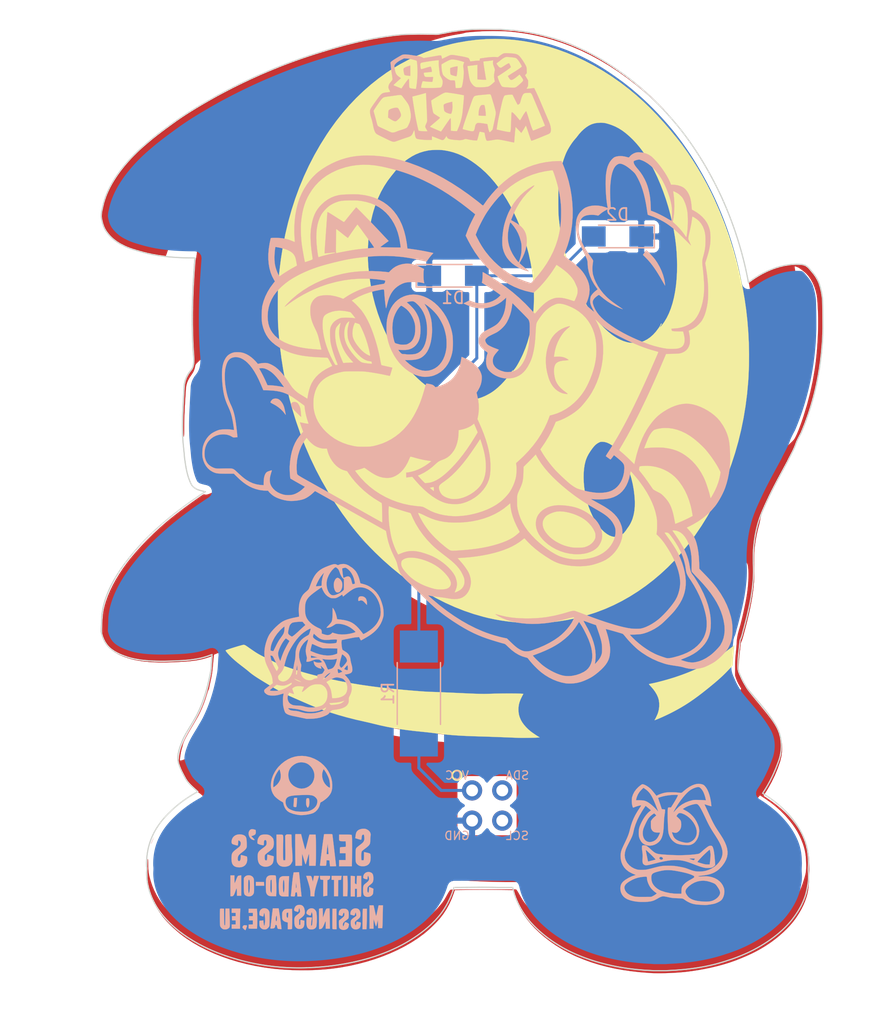
<source format=kicad_pcb>
(kicad_pcb (version 4) (host pcbnew 4.0.7)
  (layers (0 F.Cu signal) (31 B.Cu signal) (34 B.Paste user) (35 F.Paste user) (36 B.SilkS user) (37 F.SilkS user) (38 B.Mask user) (39 F.Mask user) (44 Edge.Cuts user))
  (net 0 "")
  (net 1 "Net-(D1-Pad1)")
  (net 2 "Net-(D1-Pad2)")
  (net 3 "Net-(R1-Pad2)")
  (net 4 "Net-(X1-Pad4)")
  (net 5 "Net-(X1-Pad3)")
  (module LOGO (layer F.Cu) (at 151.6888 101.8032)
    (fp_text reference G*** hide)
    (fp_text value LOGO hide)
  )
  (module LOGO (layer F.Cu) (at 151.6888 101.8032)
    (fp_text reference G*** hide)
    (fp_text value LOGO hide)
  )
  (module LOGO (layer F.Cu) (at 151.6888 101.8032)
    (fp_text reference G*** hide)
    (fp_text value LOGO hide)
    (fp_poly (pts (xy 28.348907 -19.786573) (xy 28.493605 -19.78306) (xy 28.604017 -19.778957) (xy 28.688191 -19.77335) (xy 28.754173 -19.765322) (xy 28.810011 -19.753957) (xy 28.86375 -19.73834) (xy 28.90875 -19.722845) (xy 29.063725 -19.653125) (xy 29.199101 -19.559279) (xy 29.324465 -19.43401) (xy 29.382493 -19.362415) (xy 29.450892 -19.274838) (xy 29.531931 -19.173558) (xy 29.610768 -19.077072) (xy 29.629815 -19.054167) (xy 29.721504 -18.94215) (xy 29.793393 -18.847372) (xy 29.853884 -18.756949) (xy 29.911378 -18.657998) (xy 29.974279 -18.537636) (xy 29.999467 -18.487384) (xy 30.130908 -18.187685) (xy 30.239453 -17.86176) (xy 30.325932 -17.506459) (xy 30.391174 -17.118631) (xy 30.417137 -16.901583) (xy 30.433519 -16.708323) (xy 30.446554 -16.477961) (xy 30.456306 -16.215592) (xy 30.462841 -15.926308) (xy 30.466224 -15.615205) (xy 30.466522 -15.287375) (xy 30.463799 -14.947914) (xy 30.45812 -14.601914) (xy 30.449552 -14.254469) (xy 30.43816 -13.910674) (xy 30.424009 -13.575623) (xy 30.407164 -13.254409) (xy 30.387692 -12.952126) (xy 30.365658 -12.673868) (xy 30.362316 -12.6365) (xy 30.255641 -11.67279) (xy 30.111831 -10.718789) (xy 29.931537 -9.777417) (xy 29.715411 -8.851595) (xy 29.464107 -7.944244) (xy 29.178275 -7.058283) (xy 29.015309 -6.604572) (xy 28.912003 -6.330726) (xy 28.817285 -6.087284) (xy 28.731971 -5.876214) (xy 28.656874 -5.69948) (xy 28.59281 -5.559048) (xy 28.540592 -5.456884) (xy 28.537264 -5.450975) (xy 28.329234 -5.047081) (xy 28.162078 -4.639855) (xy 28.160517 -4.6355) (xy 28.124857 -4.540387) (xy 28.082505 -4.436251) (xy 28.032172 -4.320511) (xy 27.972569 -4.190588) (xy 27.902409 -4.043902) (xy 27.820403 -3.877871) (xy 27.725262 -3.689915) (xy 27.615698 -3.477455) (xy 27.490422 -3.23791) (xy 27.348145 -2.968699) (xy 27.18758 -2.667243) (xy 27.040108 -2.391833) (xy 26.87522 -2.082917) (xy 26.71208 -1.774227) (xy 26.552199 -1.468781) (xy 26.397091 -1.169597) (xy 26.248269 -0.879691) (xy 26.107245 -0.60208) (xy 25.975532 -0.339782) (xy 25.854643 -0.095815) (xy 25.74609 0.126806) (xy 25.651388 0.325061) (xy 25.572048 0.495935) (xy 25.509583 0.63641) (xy 25.465507 0.743469) (xy 25.457751 0.764078) (xy 25.37055 1.024203) (xy 25.293029 1.299348) (xy 25.230234 1.570499) (xy 25.199453 1.737143) (xy 25.180719 1.835154) (xy 25.153065 1.958513) (xy 25.120072 2.092126) (xy 25.08532 2.220896) (xy 25.081841 2.233083) (xy 25.026527 2.440906) (xy 24.970641 2.678621) (xy 24.916649 2.933896) (xy 24.867015 3.194399) (xy 24.824202 3.447799) (xy 24.790676 3.681764) (xy 24.787861 3.704167) (xy 24.764286 3.902919) (xy 24.745131 4.085815) (xy 24.730099 4.259984) (xy 24.718897 4.432552) (xy 24.711228 4.61065) (xy 24.706797 4.801406) (xy 24.70531 5.011948) (xy 24.706471 5.249406) (xy 24.709985 5.520907) (xy 24.710726 5.566833) (xy 24.714694 5.863839) (xy 24.715969 6.125796) (xy 24.714306 6.359918) (xy 24.709458 6.573419) (xy 24.70118 6.773514) (xy 24.689225 6.967415) (xy 24.673348 7.162337) (xy 24.653303 7.365494) (xy 24.647556 7.418917) (xy 24.598721 7.810564) (xy 24.534906 8.226508) (xy 24.455664 8.668911) (xy 24.360546 9.139935) (xy 24.249105 9.641743) (xy 24.120892 10.176496) (xy 23.975459 10.746357) (xy 23.895105 11.049) (xy 23.84279 11.242745) (xy 23.799425 11.400818) (xy 23.76337 11.528537) (xy 23.73299 11.631217) (xy 23.706646 11.714176) (xy 23.682701 11.78273) (xy 23.659517 11.842196) (xy 23.635458 11.897891) (xy 23.629857 11.910226) (xy 23.600275 11.986368) (xy 23.579185 12.071463) (xy 23.563934 12.178184) (xy 23.556108 12.262491) (xy 23.547483 12.358484) (xy 23.534779 12.485073) (xy 23.519214 12.630854) (xy 23.502005 12.784421) (xy 23.484835 12.930502) (xy 23.449022 13.258832) (xy 23.423544 13.563026) (xy 23.40844 13.840389) (xy 23.403745 14.088227) (xy 23.409497 14.303846) (xy 23.425733 14.48455) (xy 23.45249 14.627646) (xy 23.461039 14.657917) (xy 23.483322 14.716966) (xy 23.522419 14.806628) (xy 23.575007 14.920275) (xy 23.637766 15.051282) (xy 23.707373 15.193022) (xy 23.780507 15.338869) (xy 23.853846 15.482197) (xy 23.924069 15.61638) (xy 23.987854 15.73479) (xy 24.04188 15.830803) (xy 24.081752 15.896167) (xy 24.122643 15.955824) (xy 24.175147 16.027779) (xy 24.241235 16.114486) (xy 24.322878 16.2184) (xy 24.422048 16.341976) (xy 24.540715 16.487668) (xy 24.68085 16.65793) (xy 24.844426 16.855217) (xy 25.033412 17.081984) (xy 25.050685 17.102667) (xy 25.308629 17.413559) (xy 25.53957 17.696525) (xy 25.74558 17.954409) (xy 25.928731 18.190052) (xy 26.091095 18.406299) (xy 26.234745 18.605992) (xy 26.361751 18.791975) (xy 26.474188 18.967089) (xy 26.574126 19.13418) (xy 26.663639 19.296088) (xy 26.699344 19.364635) (xy 26.848942 19.703012) (xy 26.958855 20.054439) (xy 27.028937 20.416848) (xy 27.059044 20.788171) (xy 27.049032 21.166341) (xy 26.998757 21.54929) (xy 26.908074 21.934949) (xy 26.884289 22.014775) (xy 26.68753 22.585964) (xy 26.449735 23.158813) (xy 26.172011 23.73097) (xy 25.855465 24.300084) (xy 25.652563 24.630927) (xy 25.489127 24.888438) (xy 25.735605 25.051987) (xy 26.17795 25.356723) (xy 26.582074 25.659259) (xy 26.951695 25.963151) (xy 27.290532 26.271952) (xy 27.602304 26.589216) (xy 27.89073 26.918497) (xy 28.159529 27.263349) (xy 28.381222 27.580167) (xy 28.603145 27.938438) (xy 28.800721 28.308766) (xy 28.969131 28.68138) (xy 29.101659 29.040667) (xy 29.158936 29.228433) (xy 29.207517 29.414645) (xy 29.247854 29.604037) (xy 29.280397 29.801347) (xy 29.305599 30.011309) (xy 29.32391 30.238661) (xy 29.335783 30.488139) (xy 29.341667 30.764478) (xy 29.342015 31.072414) (xy 29.337278 31.416685) (xy 29.335637 31.496) (xy 29.327188 31.806039) (xy 29.315767 32.079434) (xy 29.300701 32.32181) (xy 29.281317 32.538793) (xy 29.256943 32.736011) (xy 29.226908 32.919088) (xy 29.190538 33.093652) (xy 29.147161 33.265328) (xy 29.107985 33.401) (xy 28.991714 33.743153) (xy 28.850858 34.080514) (xy 28.682466 34.41888) (xy 28.483584 34.764045) (xy 28.251261 35.121806) (xy 28.176242 35.230121) (xy 27.968847 35.504536) (xy 27.72664 35.788033) (xy 27.454772 36.075722) (xy 27.15839 36.362713) (xy 26.842646 36.644116) (xy 26.512688 36.915041) (xy 26.173665 37.170598) (xy 26.015203 37.282258) (xy 25.646398 37.525938) (xy 25.267804 37.754931) (xy 24.873972 37.971969) (xy 24.459458 38.179789) (xy 24.018815 38.381123) (xy 23.546597 38.578708) (xy 23.053529 38.769255) (xy 22.60657 38.924974) (xy 22.124935 39.072582) (xy 21.615768 39.210528) (xy 21.086214 39.337264) (xy 20.543417 39.451243) (xy 19.994522 39.550914) (xy 19.446675 39.63473) (xy 18.907019 39.701142) (xy 18.626667 39.728763) (xy 18.291154 39.755473) (xy 17.940364 39.777235) (xy 17.582228 39.793868) (xy 17.224674 39.805192) (xy 16.875635 39.811027) (xy 16.543039 39.811192) (xy 16.234818 39.805508) (xy 15.958901 39.793793) (xy 15.90675 39.790611) (xy 15.118095 39.728239) (xy 14.363343 39.644914) (xy 13.639188 39.539874) (xy 12.942326 39.412358) (xy 12.269452 39.261605) (xy 11.61726 39.086853) (xy 10.982446 38.88734) (xy 10.361704 38.662305) (xy 9.751729 38.410985) (xy 9.571151 38.330716) (xy 9.044065 38.074633) (xy 8.525226 37.787483) (xy 8.019541 37.472831) (xy 7.531919 37.13424) (xy 7.067266 36.775275) (xy 6.630492 36.399498) (xy 6.226505 36.010474) (xy 5.917349 35.677505) (xy 5.583353 35.267061) (xy 5.288069 34.839855) (xy 5.031652 34.396133) (xy 4.814254 33.936143) (xy 4.772533 33.834917) (xy 4.719211 33.695918) (xy 4.664673 33.542704) (xy 4.611834 33.384519) (xy 4.563613 33.230607) (xy 4.522925 33.090213) (xy 4.492688 32.972582) (xy 4.47809 32.901721) (xy 4.463604 32.815192) (xy 3.119317 32.800622) (xy 2.839075 32.798088) (xy 2.535557 32.796243) (xy 2.217688 32.795087) (xy 1.894394 32.794621) (xy 1.5746 32.794843) (xy 1.267232 32.795755) (xy 0.981215 32.797357) (xy 0.725473 32.799648) (xy 0.644709 32.800613) (xy -0.485613 32.815173) (xy -0.562909 33.049878) (xy -0.739405 33.526807) (xy -0.947974 33.985006) (xy -1.186267 34.420146) (xy -1.451936 34.827899) (xy -1.710805 35.165832) (xy -1.881147 35.361927) (xy -2.078826 35.572943) (xy -2.295566 35.790917) (xy -2.52309 36.007885) (xy -2.753122 36.215881) (xy -2.977385 36.406943) (xy -3.116997 36.518946) (xy -3.611262 36.880894) (xy -4.141469 37.22457) (xy -4.704896 37.548941) (xy -5.29882 37.852974) (xy -5.920518 38.135634) (xy -6.567268 38.395888) (xy -7.236347 38.632702) (xy -7.925032 38.845043) (xy -8.630601 39.031876) (xy -9.350331 39.192169) (xy -10.081499 39.324887) (xy -10.76325 39.421908) (xy -11.409139 39.489137) (xy -12.08319 39.535409) (xy -12.776774 39.560707) (xy -13.481261 39.565013) (xy -14.188021 39.548309) (xy -14.888424 39.510579) (xy -15.573842 39.451805) (xy -15.758583 39.431947) (xy -16.516192 39.331484) (xy -17.263024 39.202008) (xy -17.99653 39.044443) (xy -18.714159 38.859711) (xy -19.413362 38.648735) (xy -20.091589 38.412438) (xy -20.746289 38.151743) (xy -21.374914 37.867572) (xy -21.974914 37.560848) (xy -22.543738 37.232494) (xy -23.078837 36.883433) (xy -23.360735 36.680804) (xy -23.628426 36.472712) (xy -23.900489 36.244823) (xy -24.169643 36.004023) (xy -24.428607 35.757193) (xy -24.670098 35.511218) (xy -24.886837 35.272982) (xy -25.027649 35.104917) (xy -25.329722 34.696581) (xy -25.595811 34.269456) (xy -25.824782 33.826048) (xy -26.015501 33.368861) (xy -26.166835 32.900403) (xy -26.277651 32.423177) (xy -26.301032 32.28975) (xy -26.310991 32.210641) (xy -26.319861 32.104994) (xy -26.327627 31.97705) (xy -26.334274 31.831047) (xy -26.339784 31.671227) (xy -26.344141 31.501827) (xy -26.34733 31.32709) (xy -26.349333 31.151253) (xy -26.350135 30.978557) (xy -26.34972 30.813242) (xy -26.348072 30.659548) (xy -26.345173 30.521713) (xy -26.341008 30.403979) (xy -26.335561 30.310585) (xy -26.328816 30.24577) (xy -26.320756 30.213774) (xy -26.311365 30.218838) (xy -26.308923 30.226) (xy -26.303181 30.265433) (xy -26.297991 30.338166) (xy -26.293802 30.435166) (xy -26.291066 30.547398) (xy -26.290462 30.596417) (xy -26.287335 30.815418) (xy -26.281155 31.001913) (xy -26.270501 31.165698) (xy -26.253957 31.316566) (xy -26.230102 31.464314) (xy -26.19752 31.618737) (xy -26.154792 31.78963) (xy -26.100499 31.986788) (xy -26.077441 32.0675) (xy -25.946162 32.461169) (xy -25.778806 32.85917) (xy -25.579713 33.253249) (xy -25.353226 33.635153) (xy -25.103686 33.99663) (xy -24.975201 34.16269) (xy -24.721486 34.457808) (xy -24.431706 34.758345) (xy -24.111006 35.060035) (xy -23.764531 35.358609) (xy -23.397426 35.649801) (xy -23.014837 35.929344) (xy -22.621908 36.192971) (xy -22.25675 36.41717) (xy -21.710017 36.718442) (xy -21.129354 37.001695) (xy -20.520055 37.264843) (xy -19.887412 37.5058) (xy -19.236718 37.722477) (xy -18.573265 37.912789) (xy -18.266833 37.990519) (xy -17.800416 38.095522) (xy -17.299962 38.192441) (xy -16.773189 38.280195) (xy -16.22781 38.357699) (xy -15.67154 38.423873) (xy -15.112095 38.477632) (xy -14.55719 38.517894) (xy -14.474177 38.522739) (xy -14.319681 38.529666) (xy -14.130498 38.535249) (xy -13.91421 38.539485) (xy -13.6784 38.542373) (xy -13.430651 38.543909) (xy -13.178545 38.544092) (xy -12.929664 38.542918) (xy -12.691591 38.540387) (xy -12.471908 38.536495) (xy -12.278199 38.53124) (xy -12.118045 38.524619) (xy -12.09675 38.523473) (xy -11.416828 38.474615) (xy -10.748621 38.405101) (xy -10.097843 38.31579) (xy -9.470209 38.207543) (xy -8.871434 38.081218) (xy -8.434917 37.972512) (xy -7.859125 37.811935) (xy -7.320194 37.647197) (xy -6.8127 37.47615) (xy -6.331218 37.296649) (xy -5.870326 37.106548) (xy -5.424597 36.903702) (xy -4.988609 36.685965) (xy -4.556938 36.45119) (xy -4.483296 36.40926) (xy -3.935913 36.07141) (xy -3.407312 35.696263) (xy -2.899193 35.285258) (xy -2.413254 34.839831) (xy -1.951196 34.361421) (xy -1.640011 34.00425) (xy -1.54344 33.885524) (xy -1.461656 33.776914) (xy -1.387273 33.66731) (xy -1.312907 33.545602) (xy -1.231172 33.400682) (xy -1.196799 33.3375) (xy -1.101539 33.16451) (xy -1.021862 33.027507) (xy -0.956023 32.923855) (xy -0.902277 32.850918) (xy -0.858878 32.806058) (xy -0.8347 32.790387) (xy -0.814335 32.786575) (xy -0.769835 32.783133) (xy -0.699742 32.780048) (xy -0.602602 32.777307) (xy -0.476958 32.774897) (xy -0.321353 32.772807) (xy -0.134332 32.771022) (xy 0.085561 32.769531) (xy 0.339782 32.76832) (xy 0.629788 32.767377) (xy 0.957034 32.766689) (xy 1.322976 32.766243) (xy 1.729072 32.766026) (xy 1.946448 32.766) (xy 4.67407 32.766) (xy 4.724783 32.826269) (xy 4.755446 32.868835) (xy 4.80005 32.938462) (xy 4.852294 33.025028) (xy 4.899333 33.106727) (xy 5.000061 33.284601) (xy 5.085259 33.431961) (xy 5.159188 33.555718) (xy 5.226109 33.662779) (xy 5.290282 33.760055) (xy 5.35597 33.854453) (xy 5.38758 33.898417) (xy 5.719027 34.326712) (xy 6.074784 34.730026) (xy 6.458388 35.111695) (xy 6.873376 35.475054) (xy 7.323285 35.82344) (xy 7.725833 36.103663) (xy 8.196173 36.4027) (xy 8.664318 36.671902) (xy 9.145791 36.919883) (xy 9.477576 37.075733) (xy 10.203323 37.382392) (xy 10.94743 37.652477) (xy 11.710607 37.886154) (xy 12.493567 38.08359) (xy 13.297023 38.244951) (xy 14.121686 38.370405) (xy 14.968269 38.460118) (xy 15.568083 38.501405) (xy 16.168622 38.527612) (xy 16.737771 38.538821) (xy 17.283945 38.534442) (xy 17.815562 38.513882) (xy 18.341036 38.476551) (xy 18.868785 38.421857) (xy 19.407225 38.349209) (xy 19.964771 38.258016) (xy 20.521083 38.153412) (xy 21.265287 37.988786) (xy 21.979443 37.796147) (xy 22.666119 37.57447) (xy 23.327881 37.32273) (xy 23.967297 37.039901) (xy 24.586935 36.724958) (xy 25.189362 36.376875) (xy 25.55875 36.14173) (xy 25.951488 35.867966) (xy 26.334133 35.572441) (xy 26.701862 35.259774) (xy 27.049848 34.934587) (xy 27.373268 34.601498) (xy 27.667296 34.265129) (xy 27.927108 33.930099) (xy 28.045154 33.760833) (xy 28.192731 33.534136) (xy 28.32191 33.32048) (xy 28.436363 33.111928) (xy 28.539764 32.90054) (xy 28.635786 32.678379) (xy 28.728103 32.437507) (xy 28.820387 32.169984) (xy 28.906757 31.898878) (xy 28.964259 31.707291) (xy 29.008527 31.543567) (xy 29.041112 31.39692) (xy 29.063562 31.256562) (xy 29.077428 31.111705) (xy 29.084259 30.951562) (xy 29.085604 30.765345) (xy 29.084713 30.659917) (xy 29.075505 30.333507) (xy 29.055095 30.03922) (xy 29.021984 29.76797) (xy 28.974675 29.510674) (xy 28.91167 29.258245) (xy 28.831469 29.001601) (xy 28.793351 28.893278) (xy 28.65679 28.545187) (xy 28.504434 28.214104) (xy 28.33273 27.894409) (xy 28.138124 27.580481) (xy 27.917062 27.266697) (xy 27.665991 26.947438) (xy 27.381358 26.617083) (xy 27.291835 26.518189) (xy 26.942067 26.160631) (xy 26.557567 25.815337) (xy 26.136275 25.480617) (xy 25.676135 25.154784) (xy 25.453123 25.008866) (xy 25.19933 24.846729) (xy 25.12504 24.92936) (xy 25.078391 24.982421) (xy 25.01509 25.055981) (xy 24.945502 25.13795) (xy 24.910562 25.179537) (xy 24.84998 25.248655) (xy 24.763156 25.343069) (xy 24.654232 25.458594) (xy 24.527345 25.591045) (xy 24.386637 25.736237) (xy 24.236247 25.889986) (xy 24.080314 26.048106) (xy 23.922979 26.206413) (xy 23.76838 26.360722) (xy 23.620658 26.506847) (xy 23.483952 26.640604) (xy 23.362403 26.757807) (xy 23.260149 26.854273) (xy 23.195936 26.912886) (xy 22.666941 27.364949) (xy 22.117923 27.795936) (xy 21.557498 28.199423) (xy 20.994285 28.568982) (xy 20.880917 28.638959) (xy 20.79837 28.686752) (xy 20.682699 28.749934) (xy 20.5391 28.825909) (xy 20.37277 28.912079) (xy 20.188906 29.005848) (xy 19.992705 29.104618) (xy 19.789364 29.205793) (xy 19.58408 29.306774) (xy 19.382051 29.404966) (xy 19.188472 29.49777) (xy 19.008542 29.58259) (xy 18.847457 29.656828) (xy 18.811962 29.67288) (xy 18.437769 29.837004) (xy 18.04754 30.000018) (xy 17.648295 30.159341) (xy 17.247055 30.312389) (xy 16.85084 30.45658) (xy 16.466668 30.589332) (xy 16.101561 30.708062) (xy 15.762538 30.810186) (xy 15.58925 30.858473) (xy 15.379502 30.914946) (xy 15.203824 30.962144) (xy 15.055423 31.001862) (xy 14.927508 31.035893) (xy 14.813288 31.066031) (xy 14.705971 31.094068) (xy 14.598766 31.121799) (xy 14.484879 31.151017) (xy 14.38275 31.177087) (xy 14.145436 31.23515) (xy 13.934241 31.281072) (xy 13.735565 31.317364) (xy 13.53581 31.346537) (xy 13.345583 31.368603) (xy 13.200324 31.384638) (xy 13.075207 31.400863) (xy 12.958948 31.419333) (xy 12.840266 31.442102) (xy 12.707878 31.471226) (xy 12.550502 31.508759) (xy 12.47775 31.526656) (xy 12.260072 31.579996) (xy 12.072556 31.624376) (xy 11.906988 31.661138) (xy 11.75515 31.691625) (xy 11.608829 31.71718) (xy 11.459807 31.739146) (xy 11.299871 31.758865) (xy 11.120803 31.777682) (xy 10.914389 31.796939) (xy 10.720917 31.813831) (xy 10.560158 31.828604) (xy 10.369271 31.847757) (xy 10.160082 31.870004) (xy 9.944414 31.894059) (xy 9.734093 31.918636) (xy 9.55675 31.940442) (xy 9.309245 31.971406) (xy 9.096998 31.99696) (xy 8.913349 32.017614) (xy 8.751638 32.033879) (xy 8.605206 32.046266) (xy 8.467394 32.055285) (xy 8.331541 32.061447) (xy 8.190989 32.065263) (xy 8.039077 32.067244) (xy 7.895167 32.067867) (xy 7.713912 32.069754) (xy 7.509504 32.07452) (xy 7.298323 32.081613) (xy 7.096748 32.090484) (xy 6.9215 32.10056) (xy 6.794999 32.107664) (xy 6.631741 32.114646) (xy 6.437303 32.121357) (xy 6.217261 32.127649) (xy 5.977191 32.133373) (xy 5.722672 32.138382) (xy 5.459277 32.142526) (xy 5.249333 32.145082) (xy 3.778198 32.14402) (xy 2.28382 32.110144) (xy 0.769476 32.043637) (xy -0.761557 31.944684) (xy -2.306002 31.813466) (xy -3.860582 31.650167) (xy -4.09575 31.622762) (xy -4.396418 31.586973) (xy -4.661346 31.554651) (xy -4.896894 31.524821) (xy -5.10942 31.496503) (xy -5.305285 31.468721) (xy -5.490847 31.440495) (xy -5.672466 31.410849) (xy -5.856501 31.378804) (xy -6.049312 31.343383) (xy -6.257258 31.303607) (xy -6.486699 31.258499) (xy -6.561667 31.243583) (xy -6.788384 31.198909) (xy -7.028029 31.152645) (xy -7.271981 31.106394) (xy -7.511621 31.061755) (xy -7.738327 31.020331) (xy -7.94348 30.983722) (xy -8.11846 30.95353) (xy -8.165258 30.945719) (xy -8.403482 30.906102) (xy -8.607127 30.871346) (xy -8.783434 30.839746) (xy -8.939645 30.8096) (xy -9.083002 30.779203) (xy -9.220747 30.746854) (xy -9.360121 30.710848) (xy -9.508366 30.669481) (xy -9.672724 30.621052) (xy -9.860437 30.563856) (xy -10.078746 30.496189) (xy -10.085917 30.493957) (xy -10.235383 30.448961) (xy -10.410434 30.398721) (xy -10.595423 30.34758) (xy -10.774702 30.299882) (xy -10.900833 30.267781) (xy -11.106299 30.216155) (xy -11.295152 30.16702) (xy -11.47509 30.118113) (xy -11.653808 30.06717) (xy -11.839003 30.011929) (xy -12.038372 29.950126) (xy -12.259611 29.879499) (xy -12.510417 29.797784) (xy -12.60475 29.766758) (xy -13.476903 29.468784) (xy -14.310803 29.16187) (xy -15.109916 28.844268) (xy -15.877706 28.514234) (xy -16.617638 28.170023) (xy -17.333177 27.809888) (xy -18.027789 27.432086) (xy -18.704937 27.03487) (xy -19.368087 26.616495) (xy -20.020704 26.175216) (xy -20.666251 25.709287) (xy -20.679833 25.699169) (xy -20.84051 25.578008) (xy -21.007209 25.449808) (xy -21.174101 25.319238) (xy -21.335361 25.19097) (xy -21.48516 25.069673) (xy -21.617671 24.960018) (xy -21.727067 24.866676) (xy -21.799766 24.801572) (xy -21.868629 24.740762) (xy -21.932869 24.689578) (xy -21.981437 24.656658) (xy -21.991782 24.651427) (xy -22.02821 24.62777) (xy -22.089204 24.57918) (xy -22.169386 24.510648) (xy -22.263378 24.427166) (xy -22.365801 24.333723) (xy -22.471277 24.235312) (xy -22.574427 24.136924) (xy -22.669875 24.043549) (xy -22.75224 23.960179) (xy -22.816146 23.891804) (xy -22.839691 23.864564) (xy -22.908496 23.779623) (xy -22.967623 23.701323) (xy -23.021852 23.621947) (xy -23.075961 23.533779) (xy -23.134729 23.429105) (xy -23.202936 23.300208) (xy -23.244203 23.219833) (xy -0.275167 23.219833) (xy -0.275167 28.215167) (xy 4.720167 28.215167) (xy 4.720167 23.219833) (xy -0.275167 23.219833) (xy -23.244203 23.219833) (xy -23.269141 23.171262) (xy -23.400557 22.903174) (xy -23.50865 22.659736) (xy -23.596816 22.432757) (xy -23.668449 22.214048) (xy -23.674576 22.193206) (xy -23.697528 22.11207) (xy -23.712229 22.048587) (xy -23.719527 21.990621) (xy -23.720266 21.926036) (xy -23.71786 21.885681) (xy -23.620358 21.885681) (xy -23.614028 21.915136) (xy -23.598922 21.92671) (xy -23.573745 21.926479) (xy -23.537553 21.920573) (xy -23.468014 21.904953) (xy -23.383853 21.880006) (xy -23.338213 21.864083) (xy -23.277781 21.838552) (xy -23.222967 21.807388) (xy -23.170367 21.766477) (xy -23.116574 21.711705) (xy -23.058184 21.638959) (xy -22.99179 21.544123) (xy -22.913989 21.423084) (xy -22.821373 21.271728) (xy -22.752177 21.156083) (xy -22.565454 20.845383) (xy -22.382398 20.546857) (xy -22.204911 20.263378) (xy -22.034899 19.997818) (xy -21.874264 19.753053) (xy -21.724911 19.531953) (xy -21.588743 19.337394) (xy -21.467664 19.172247) (xy -21.363578 19.039386) (xy -21.301499 18.966744) (xy -21.21442 18.879679) (xy -21.114454 18.79977) (xy -20.996625 18.724353) (xy -20.855952 18.650763) (xy -20.687459 18.576335) (xy -20.486168 18.498403) (xy -20.309417 18.435615) (xy -20.121709 18.369753) (xy -19.968813 18.313345) (xy -19.844926 18.263906) (xy -19.744245 18.218954) (xy -19.660966 18.176003) (xy -19.589286 18.132569) (xy -19.567795 18.118124) (xy -19.514909 18.077537) (xy -19.473567 18.033578) (xy -19.443216 17.98149) (xy -19.423301 17.916519) (xy -19.413268 17.833909) (xy -19.412563 17.728903) (xy -19.420632 17.596747) (xy -19.436919 17.432685) (xy -19.460871 17.231961) (xy -19.46275 17.216976) (xy -19.492513 16.94344) (xy -19.50808 16.706178) (xy -19.509287 16.501521) (xy -19.49597 16.325804) (xy -19.467962 16.175358) (xy -19.425101 16.046517) (xy -19.408489 16.009806) (xy -19.304846 15.842751) (xy -19.170451 15.700862) (xy -19.010891 15.587589) (xy -18.831753 15.506382) (xy -18.638624 15.460691) (xy -18.504676 15.451667) (xy -18.333547 15.461865) (xy -18.139397 15.49277) (xy -17.921017 15.54484) (xy -17.677199 15.618537) (xy -17.406736 15.714322) (xy -17.108419 15.832656) (xy -16.781041 15.974) (xy -16.423392 16.138814) (xy -16.034267 16.32756) (xy -15.612455 16.540699) (xy -15.504583 16.596382) (xy -15.223228 16.741418) (xy -14.94377 16.884017) (xy -14.669794 17.022427) (xy -14.404882 17.154896) (xy -14.152617 17.279672) (xy -13.916584 17.395002) (xy -13.700366 17.499136) (xy -13.507546 17.590321) (xy -13.341708 17.666805) (xy -13.206434 17.726836) (xy -13.11275 17.765756) (xy -12.447694 18.02002) (xy -11.785625 18.258086) (xy -11.121044 18.481534) (xy -10.448452 18.691945) (xy -9.762349 18.890902) (xy -9.057236 19.079985) (xy -8.327614 19.260774) (xy -7.567982 19.434853) (xy -6.772843 19.603802) (xy -6.593417 19.640274) (xy -6.052352 19.746282) (xy -5.525834 19.842815) (xy -5.005898 19.931048) (xy -4.48458 20.012156) (xy -3.953918 20.087315) (xy -3.405948 20.157699) (xy -2.832705 20.224485) (xy -2.226226 20.288846) (xy -2.137833 20.297768) (xy -1.700888 20.340903) (xy -1.298715 20.378972) (xy -0.92412 20.412461) (xy -0.569909 20.441854) (xy -0.228886 20.467637) (xy 0.106143 20.490294) (xy 0.442373 20.51031) (xy 0.786999 20.52817) (xy 1.147216 20.544359) (xy 1.530219 20.559361) (xy 1.943202 20.573662) (xy 1.9685 20.574489) (xy 2.148499 20.580736) (xy 2.331532 20.587773) (xy 2.508653 20.595206) (xy 2.670917 20.602644) (xy 2.809379 20.609692) (xy 2.915092 20.615958) (xy 2.921 20.616355) (xy 3.009762 20.621359) (xy 3.134423 20.626912) (xy 3.288553 20.632801) (xy 3.465725 20.638811) (xy 3.65951 20.64473) (xy 3.86348 20.650342) (xy 4.071207 20.655435) (xy 4.148667 20.657165) (xy 4.380284 20.662446) (xy 4.631154 20.668611) (xy 4.890928 20.675377) (xy 5.149261 20.682461) (xy 5.395807 20.68958) (xy 5.62022 20.696449) (xy 5.803775 20.702496) (xy 6.078213 20.710566) (xy 6.345432 20.715731) (xy 6.601221 20.718058) (xy 6.841368 20.717618) (xy 7.061663 20.714479) (xy 7.257895 20.708711) (xy 7.425853 20.700384) (xy 7.561325 20.689567) (xy 7.660101 20.676329) (xy 7.6835 20.67154) (xy 7.791539 20.644456) (xy 7.878937 20.618489) (xy 7.940039 20.595658) (xy 7.969196 20.577985) (xy 7.967842 20.569916) (xy 7.941393 20.559432) (xy 7.882685 20.538639) (xy 7.799722 20.5103) (xy 7.700509 20.47718) (xy 7.672917 20.468086) (xy 7.46427 20.397596) (xy 7.283366 20.331909) (xy 7.116801 20.265866) (xy 6.951174 20.194309) (xy 6.892124 20.167546) (xy 6.80123 20.127589) (xy 6.715803 20.092934) (xy 6.64904 20.06882) (xy 6.62754 20.062537) (xy 6.59148 20.058371) (xy 6.517547 20.053691) (xy 6.410196 20.048654) (xy 6.273881 20.043416) (xy 6.113059 20.038134) (xy 5.932182 20.032966) (xy 5.735708 20.028068) (xy 5.52809 20.023597) (xy 5.513917 20.023317) (xy 5.257477 20.017728) (xy 4.971638 20.010538) (xy 4.66798 20.002098) (xy 4.358082 19.992759) (xy 4.053526 19.982874) (xy 3.765892 19.972793) (xy 3.506758 19.962868) (xy 3.46075 19.96099) (xy 3.219694 19.951283) (xy 2.960227 19.941278) (xy 2.691937 19.931315) (xy 2.424411 19.921736) (xy 2.167237 19.912881) (xy 1.930001 19.905093) (xy 1.722291 19.898712) (xy 1.661583 19.896965) (xy 1.224245 19.883929) (xy 0.824234 19.870372) (xy 0.456546 19.855936) (xy 0.116176 19.840266) (xy -0.201881 19.823003) (xy -0.502631 19.803791) (xy -0.791079 19.782274) (xy -1.072229 19.758094) (xy -1.351087 19.730895) (xy -1.632659 19.70032) (xy -1.921948 19.666012) (xy -2.22396 19.627614) (xy -2.3495 19.611024) (xy -2.484647 19.593916) (xy -2.650259 19.574413) (xy -2.834628 19.553806) (xy -3.026047 19.533387) (xy -3.212809 19.514445) (xy -3.312583 19.504815) (xy -4.020379 19.431791) (xy -4.68933 19.349929) (xy -5.322079 19.2588) (xy -5.92127 19.15798) (xy -6.489547 19.047042) (xy -7.029554 18.92556) (xy -7.260167 18.868329) (xy -7.422416 18.827732) (xy -7.611681 18.781788) (xy -7.813557 18.733907) (xy -8.013642 18.687494) (xy -8.197533 18.64596) (xy -8.233833 18.637937) (xy -9.044671 18.449936) (xy -9.818519 18.250872) (xy -10.554377 18.041033) (xy -11.251246 17.820705) (xy -11.908126 17.590177) (xy -12.022667 17.547385) (xy -12.156526 17.495568) (xy -12.323167 17.428929) (xy -12.516736 17.349957) (xy -12.731382 17.261141) (xy -12.961254 17.164969) (xy -13.058656 17.123833) (xy 4.7625 17.123833) (xy 4.770244 17.141256) (xy 4.776611 17.137944) (xy 4.779144 17.112824) (xy 4.776611 17.109722) (xy 4.764027 17.112628) (xy 4.7625 17.123833) (xy -13.058656 17.123833) (xy -13.2005 17.063928) (xy -13.208938 17.060333) (xy 4.783667 17.060333) (xy 4.791411 17.077756) (xy 4.797778 17.074444) (xy 4.800311 17.049324) (xy 4.797778 17.046222) (xy 4.785194 17.049128) (xy 4.783667 17.060333) (xy -13.208938 17.060333) (xy -13.333154 17.007417) (xy 4.805481 17.007417) (xy 4.814216 17.011203) (xy 4.826 16.996833) (xy 4.843911 16.958246) (xy 4.846518 16.943917) (xy 4.837784 16.94013) (xy 4.826 16.9545) (xy 4.808089 16.993087) (xy 4.805481 17.007417) (xy -13.333154 17.007417) (xy -13.443268 16.960509) (xy -13.580407 16.901583) (xy 4.847815 16.901583) (xy 4.856549 16.905369) (xy 4.868333 16.891) (xy 4.886244 16.852413) (xy 4.888852 16.838083) (xy 4.880117 16.834297) (xy 4.868333 16.848667) (xy 4.850422 16.887254) (xy 4.847815 16.901583) (xy -13.580407 16.901583) (xy -13.683705 16.857198) (xy -13.819221 16.798434) (xy 4.8895 16.798434) (xy 4.893052 16.807234) (xy 4.905977 16.79059) (xy 4.931679 16.74336) (xy 4.950828 16.705792) (xy 4.975169 16.653606) (xy 4.986506 16.621144) (xy 4.98561 16.615833) (xy 4.970926 16.632732) (xy 4.946406 16.673842) (xy 4.919616 16.724785) (xy 4.898126 16.771182) (xy 4.8895 16.798434) (xy -13.819221 16.798434) (xy -13.915961 16.756485) (xy -14.134184 16.660857) (xy -14.332521 16.572804) (xy -14.505121 16.494814) (xy -14.591059 16.455204) (xy -15.131226 16.188301) (xy -15.685892 15.883608) (xy -15.926457 15.742372) (xy -16.063891 15.660859) (xy -16.220993 15.568798) (xy -16.380719 15.476111) (xy -16.526028 15.392725) (xy -16.561457 15.372595) (xy -16.863076 15.197309) (xy -17.129763 15.032628) (xy -17.366515 14.875089) (xy -17.578329 14.721232) (xy -17.7702 14.567595) (xy -17.93875 14.418513) (xy -17.995213 14.369205) (xy -18.07964 14.299602) (xy -18.185926 14.214537) (xy -18.307964 14.118841) (xy -18.439649 14.017345) (xy -18.574876 13.914882) (xy -18.580893 13.910366) (xy -18.819737 13.728796) (xy -19.026969 13.565922) (xy -19.206943 13.418112) (xy -19.364012 13.281734) (xy -19.502529 13.153155) (xy -19.579977 13.076796) (xy -19.648786 13.004781) (xy -19.722365 12.923645) (xy -19.793313 12.842018) (xy -19.854226 12.768526) (xy -19.897705 12.711797) (xy -19.912352 12.68938) (xy -19.924657 12.678531) (xy -19.948404 12.67784) (xy -19.989538 12.689173) (xy -20.054005 12.714396) (xy -20.147751 12.755373) (xy -20.204727 12.781111) (xy -20.317331 12.831403) (xy -20.429183 12.879834) (xy -20.528333 12.921321) (xy -20.602825 12.950785) (xy -20.611042 12.95382) (xy -20.67782 12.978812) (xy -20.725372 12.997885) (xy -20.743333 13.006864) (xy -20.746928 13.028527) (xy -20.756164 13.07899) (xy -20.764322 13.122395) (xy -20.771993 13.174734) (xy -20.782185 13.261843) (xy -20.79414 13.376288) (xy -20.807104 13.510634) (xy -20.82032 13.657444) (xy -20.828349 13.751957) (xy -20.848888 13.991016) (xy -20.868558 14.197223) (xy -20.888792 14.379995) (xy -20.911025 14.548751) (xy -20.93669 14.712909) (xy -20.96722 14.881886) (xy -21.00405 15.065102) (xy -21.048612 15.271973) (xy -21.083642 15.429097) (xy -21.11059 15.551184) (xy -21.133916 15.66128) (xy -21.152086 15.751783) (xy -21.163567 15.815094) (xy -21.166922 15.841847) (xy -21.177304 15.885996) (xy -21.203231 15.946782) (xy -21.217895 15.97428) (xy -21.242723 16.028328) (xy -21.27423 16.112472) (xy -21.308609 16.215792) (xy -21.342053 16.32737) (xy -21.346406 16.342892) (xy -21.467776 16.739514) (xy -21.612854 17.145378) (xy -21.775857 17.545832) (xy -21.950999 17.926225) (xy -22.043292 18.108083) (xy -22.086563 18.187869) (xy -22.147981 18.297514) (xy -22.223857 18.430613) (xy -22.310499 18.580758) (xy -22.404216 18.741543) (xy -22.50132 18.906562) (xy -22.567595 19.01825) (xy -22.724755 19.283635) (xy -22.860615 19.516577) (xy -22.976781 19.720234) (xy -23.074855 19.897764) (xy -23.156444 20.052327) (xy -23.223152 20.187081) (xy -23.276584 20.305184) (xy -23.318343 20.409795) (xy -23.350036 20.504072) (xy -23.373265 20.591175) (xy -23.378349 20.614128) (xy -23.399766 20.704681) (xy -23.424582 20.794634) (xy -23.442138 20.849167) (xy -23.471915 20.946409) (xy -23.503602 21.073932) (xy -23.534808 21.219899) (xy -23.563146 21.372476) (xy -23.586225 21.519828) (xy -23.599634 21.629284) (xy -23.611866 21.74883) (xy -23.619205 21.832271) (xy -23.620358 21.885681) (xy -23.71786 21.885681) (xy -23.715296 21.842696) (xy -23.70633 21.738167) (xy -23.673669 21.466579) (xy -23.624044 21.205302) (xy -23.554979 20.94629) (xy -23.463999 20.681495) (xy -23.348626 20.402871) (xy -23.206386 20.102371) (xy -23.197493 20.084568) (xy -23.151024 19.993114) (xy -23.101488 19.898565) (xy -23.046546 19.796789) (xy -22.98386 19.683655) (xy -22.911092 19.555031) (xy -22.825904 19.406785) (xy -22.725957 19.234784) (xy -22.608914 19.034898) (xy -22.472436 18.802993) (xy -22.468313 18.796) (xy -22.248713 18.410785) (xy -22.051435 18.036316) (xy -21.874098 17.666206) (xy -21.714324 17.294072) (xy -21.569732 16.91353) (xy -21.437944 16.518195) (xy -21.31658 16.101683) (xy -21.20326 15.65761) (xy -21.095605 15.179591) (xy -21.063893 15.02781) (xy -21.027132 14.847097) (xy -20.997915 14.69705) (xy -20.97491 14.567712) (xy -20.956791 14.449127) (xy -20.942226 14.331339) (xy -20.929887 14.204392) (xy -20.918445 14.058331) (xy -20.906571 13.8832) (xy -20.902378 13.818062) (xy -20.892727 13.671306) (xy -20.883119 13.532921) (xy -20.874117 13.410458) (xy -20.866286 13.311467) (xy -20.860189 13.243499) (xy -20.858014 13.223875) (xy -20.853478 13.165554) (xy -20.856238 13.129273) (xy -20.860729 13.123333) (xy -20.885396 13.12994) (xy -20.942209 13.148054) (xy -21.023388 13.175113) (xy -21.121151 13.208556) (xy -21.149577 13.218416) (xy -21.359712 13.287979) (xy -21.569385 13.349728) (xy -21.782709 13.404235) (xy -22.003801 13.452075) (xy -22.236773 13.493821) (xy -22.485742 13.530047) (xy -22.754821 13.561326) (xy -23.048125 13.588232) (xy -23.369768 13.611339) (xy -23.723866 13.631221) (xy -24.114533 13.64845) (xy -24.278167 13.654592) (xy -24.830731 13.668484) (xy -25.345936 13.668809) (xy -25.82664 13.655212) (xy -26.275703 13.627341) (xy -26.695983 13.584843) (xy -27.090338 13.527365) (xy -27.461627 13.454555) (xy -27.812709 13.366058) (xy -28.146442 13.261522) (xy -28.465685 13.140594) (xy -28.476283 13.136205) (xy -28.802502 12.984822) (xy -29.091045 12.816523) (xy -29.27776 12.678283) (xy -24.74588 12.678283) (xy -24.716577 12.695066) (xy -24.650616 12.705683) (xy -24.599648 12.710463) (xy -24.519203 12.717981) (xy -24.454778 12.725256) (xy -24.418389 12.730907) (xy -24.41575 12.731642) (xy -24.378146 12.736821) (xy -24.305001 12.740224) (xy -24.203068 12.741967) (xy -24.079098 12.742167) (xy -23.939841 12.740939) (xy -23.792049 12.7384) (xy -23.642473 12.734666) (xy -23.497865 12.729852) (xy -23.364974 12.724076) (xy -23.250554 12.717453) (xy -23.161354 12.710099) (xy -23.161023 12.710065) (xy -22.752512 12.659668) (xy -22.316795 12.590811) (xy -21.863813 12.50534) (xy -21.403507 12.405099) (xy -21.039667 12.316281) (xy -20.880288 12.275443) (xy -20.715349 12.233169) (xy -18.357894 12.233169) (xy -18.349901 12.250987) (xy -18.312759 12.282502) (xy -18.254417 12.321013) (xy -18.252061 12.322422) (xy -18.196945 12.357152) (xy -18.114771 12.411379) (xy -18.012983 12.480071) (xy -17.899024 12.558198) (xy -17.780341 12.640728) (xy -17.758833 12.655814) (xy -17.611382 12.758632) (xy -17.480882 12.847439) (xy -17.361006 12.925816) (xy -17.245425 12.997343) (xy -17.127813 13.065598) (xy -17.001842 13.134162) (xy -16.861183 13.206614) (xy -16.69951 13.286535) (xy -16.510495 13.377504) (xy -16.340667 13.458123) (xy -16.102964 13.570014) (xy -15.886833 13.670317) (xy -15.687654 13.760718) (xy -15.50081 13.842905) (xy -15.321681 13.918565) (xy -15.14565 13.989386) (xy -14.968097 14.057054) (xy -14.784404 14.123259) (xy -14.589953 14.189686) (xy -14.380125 14.258023) (xy -14.150301 14.329959) (xy -13.895864 14.407179) (xy -13.612194 14.491372) (xy -13.294672 14.584225) (xy -13.118382 14.63541) (xy -12.435722 14.823778) (xy -11.725786 15.000942) (xy -10.986972 15.167178) (xy -10.217677 15.322765) (xy -9.416298 15.467978) (xy -8.581233 15.603096) (xy -7.71088 15.728395) (xy -6.803635 15.844153) (xy -5.857896 15.950648) (xy -5.04825 16.031661) (xy -4.886873 16.046694) (xy -4.727486 16.061079) (xy -4.578643 16.074078) (xy -4.448901 16.084954) (xy -4.346815 16.092968) (xy -4.296833 16.096454) (xy -3.867081 16.123291) (xy -3.469476 16.14761) (xy -3.094782 16.169926) (xy -2.733763 16.190753) (xy -2.377182 16.210602) (xy -2.015804 16.229989) (xy -1.640392 16.249427) (xy -1.241709 16.269429) (xy -0.81052 16.290509) (xy -0.783167 16.291831) (xy 0.836083 16.370056) (xy 2.980556 16.363878) (xy 5.125028 16.3577) (xy 5.056742 16.481475) (xy 5.021586 16.547211) (xy 5.008029 16.57793) (xy 5.016269 16.573442) (xy 5.046504 16.533557) (xy 5.098933 16.458084) (xy 5.132051 16.409144) (xy 5.189661 16.331652) (xy 5.267631 16.23785) (xy 5.355248 16.140176) (xy 5.432837 16.059894) (xy 5.506297 15.985758) (xy 5.567364 15.92153) (xy 5.610389 15.873348) (xy 5.62972 15.847348) (xy 5.630249 15.845448) (xy 5.609859 15.840521) (xy 5.551588 15.837211) (xy 5.459857 15.835559) (xy 5.339088 15.835609) (xy 5.193704 15.837402) (xy 5.064125 15.840084) (xy 4.660976 15.849493) (xy 4.296053 15.857323) (xy 3.965274 15.863512) (xy 3.664559 15.867998) (xy 3.389826 15.870719) (xy 3.136994 15.871615) (xy 2.901983 15.870622) (xy 2.680712 15.867681) (xy 2.469099 15.862728) (xy 2.263065 15.855702) (xy 2.058527 15.846541) (xy 1.851406 15.835184) (xy 1.637619 15.82157) (xy 1.413087 15.805635) (xy 1.173728 15.787319) (xy 1.0795 15.779839) (xy 0.617202 15.745542) (xy 0.19573 15.719924) (xy -0.185519 15.702961) (xy -0.527149 15.694628) (xy -0.829763 15.694902) (xy -0.959217 15.698015) (xy -1.194771 15.701712) (xy -1.467975 15.698919) (xy -1.774673 15.689801) (xy -2.11071 15.67452) (xy -2.471927 15.65324) (xy -2.85417 15.626124) (xy -2.921 15.620941) (xy -3.060756 15.610131) (xy -3.234459 15.596953) (xy -3.43383 15.58202) (xy -3.650588 15.565946) (xy -3.876454 15.549346) (xy -4.103147 15.532832) (xy -4.322386 15.517018) (xy -4.34975 15.515056) (xy -4.805585 15.48159) (xy -5.226002 15.448831) (xy -5.61789 15.416016) (xy -5.988139 15.382381) (xy -6.343639 15.347163) (xy -6.691278 15.309598) (xy -7.037948 15.268921) (xy -7.390537 15.224371) (xy -7.755934 15.175182) (xy -8.14103 15.120592) (xy -8.552714 15.059836) (xy -8.815917 15.020019) (xy -9.004161 14.991822) (xy -9.191024 14.964757) (xy -9.369458 14.939778) (xy -9.532418 14.91784) (xy -9.672858 14.899896) (xy -9.783733 14.886899) (xy -9.8425 14.881037) (xy -9.871035 14.878322) (xy 14.733121 14.878322) (xy 14.733126 14.878422) (xy 14.751418 14.891962) (xy 14.800512 14.919957) (xy 14.8731 14.958428) (xy 14.961876 15.003395) (xy 14.969484 15.007167) (xy 15.10625 15.079554) (xy 15.261708 15.169451) (xy 15.421429 15.268002) (xy 15.570983 15.366351) (xy 15.676748 15.441255) (xy 15.694232 15.451724) (xy 15.716486 15.457383) (xy 15.749158 15.457377) (xy 15.797901 15.450848) (xy 15.868364 15.436939) (xy 15.966198 15.414793) (xy 16.097055 15.383554) (xy 16.163582 15.367428) (xy 16.718388 15.227496) (xy 17.241234 15.084675) (xy 17.742494 14.935894) (xy 18.23254 14.778079) (xy 18.695741 14.617493) (xy 18.958072 14.522114) (xy 19.196283 14.432195) (xy 19.418685 14.344133) (xy 19.633589 14.254328) (xy 19.849305 14.159178) (xy 20.074143 14.055083) (xy 20.316415 13.938441) (xy 20.58443 13.80565) (xy 20.679833 13.757726) (xy 20.842228 13.673847) (xy 20.997075 13.589098) (xy 21.149509 13.500108) (xy 21.304667 13.403508) (xy 21.467684 13.295926) (xy 21.643697 13.173991) (xy 21.837841 13.034334) (xy 22.055253 12.873583) (xy 22.248074 12.728522) (xy 22.383032 12.626525) (xy 22.507873 12.532421) (xy 22.61842 12.449339) (xy 22.710498 12.380408) (xy 22.77993 12.328756) (xy 22.82254 12.297513) (xy 22.833899 12.289616) (xy 22.842244 12.284731) (xy 22.848461 12.28405) (xy 22.852276 12.291967) (xy 22.853412 12.312878) (xy 22.851595 12.351179) (xy 22.846551 12.411264) (xy 22.838004 12.497529) (xy 22.82568 12.614369) (xy 22.809304 12.766179) (xy 22.796981 12.879917) (xy 22.780723 13.037699) (xy 22.763878 13.214316) (xy 22.748067 13.391935) (xy 22.734911 13.552725) (xy 22.730623 13.610167) (xy 22.723147 13.722388) (xy 22.716701 13.809762) (xy 22.707909 13.878933) (xy 22.693398 13.936545) (xy 22.669794 13.989242) (xy 22.633724 14.043668) (xy 22.581812 14.106468) (xy 22.510686 14.184286) (xy 22.41697 14.283765) (xy 22.35521 14.349442) (xy 22.180897 14.530907) (xy 21.995367 14.714715) (xy 21.795195 14.903906) (xy 21.57696 15.101518) (xy 21.337241 15.310593) (xy 21.072614 15.534168) (xy 20.779657 15.775283) (xy 20.457583 16.034875) (xy 20.12268 16.298804) (xy 19.809812 16.537274) (xy 19.511655 16.755324) (xy 19.220883 16.957993) (xy 18.930173 17.150319) (xy 18.632199 17.337341) (xy 18.319637 17.524098) (xy 18.150417 17.621915) (xy 17.990026 17.710952) (xy 17.802769 17.810364) (xy 17.597475 17.915814) (xy 17.382969 18.022961) (xy 17.16808 18.127468) (xy 16.961633 18.224996) (xy 16.772457 18.311206) (xy 16.609379 18.38176) (xy 16.57887 18.394346) (xy 16.485383 18.435369) (xy 16.422073 18.471563) (xy 16.378453 18.509861) (xy 16.352421 18.544027) (xy 16.305451 18.60492) (xy 16.232777 18.686732) (xy 16.140937 18.782948) (xy 16.036472 18.887053) (xy 15.925918 18.992532) (xy 15.815815 19.092871) (xy 15.712702 19.181556) (xy 15.711741 19.182351) (xy 15.572159 19.294926) (xy 15.446315 19.388973) (xy 15.320815 19.47356) (xy 15.182268 19.557751) (xy 15.031732 19.642671) (xy 14.921146 19.703982) (xy 14.844418 19.748211) (xy 14.802464 19.775881) (xy 14.796203 19.78752) (xy 14.826551 19.783651) (xy 14.894425 19.764799) (xy 15.000741 19.73149) (xy 15.119607 19.692988) (xy 15.2624 19.645637) (xy 15.398068 19.598652) (xy 15.530799 19.550215) (xy 15.664781 19.49851) (xy 15.804203 19.441718) (xy 15.953251 19.378023) (xy 16.116116 19.305606) (xy 16.296984 19.222651) (xy 16.500044 19.12734) (xy 16.729485 19.017856) (xy 16.989495 18.892382) (xy 17.197917 18.791149) (xy 17.530827 18.628141) (xy 17.829366 18.479607) (xy 18.097915 18.34299) (xy 18.340858 18.215732) (xy 18.562578 18.095276) (xy 18.76746 17.979064) (xy 18.959885 17.864538) (xy 19.144237 17.749141) (xy 19.3249 17.630315) (xy 19.506257 17.505503) (xy 19.692691 17.372146) (xy 19.888586 17.227687) (xy 19.928276 17.197995) (xy 20.144764 17.03866) (xy 20.336246 16.904661) (xy 20.508738 16.792529) (xy 20.668256 16.698796) (xy 20.820815 16.619993) (xy 20.972433 16.55265) (xy 21.129124 16.493298) (xy 21.181327 16.475424) (xy 21.271221 16.446247) (xy 21.345173 16.42395) (xy 21.394756 16.410962) (xy 21.411468 16.409079) (xy 21.40859 16.430882) (xy 21.396354 16.488142) (xy 21.376066 16.575348) (xy 21.349036 16.686987) (xy 21.316571 16.81755) (xy 21.284201 16.945076) (xy 21.22411 17.18245) (xy 21.175391 17.381253) (xy 21.137595 17.543564) (xy 21.110273 17.671463) (xy 21.092978 17.767029) (xy 21.085261 17.83234) (xy 21.08585 17.865321) (xy 21.092632 17.880356) (xy 21.109854 17.881025) (xy 21.142935 17.864478) (xy 21.197292 17.827864) (xy 21.278343 17.768332) (xy 21.297518 17.753962) (xy 21.376198 17.692428) (xy 21.477816 17.609266) (xy 21.594104 17.511452) (xy 21.716793 17.405962) (xy 21.837613 17.299771) (xy 21.866139 17.274306) (xy 22.024285 17.133588) (xy 22.168907 17.007292) (xy 22.305444 16.891172) (xy 22.439338 16.780983) (xy 22.57603 16.672478) (xy 22.72096 16.561411) (xy 22.879569 16.443538) (xy 23.057298 16.314611) (xy 23.259589 16.170385) (xy 23.479125 16.015575) (xy 23.544795 15.96827) (xy 23.594544 15.930213) (xy 23.620208 15.907732) (xy 23.622 15.904837) (xy 23.611694 15.875841) (xy 23.584315 15.820662) (xy 23.545169 15.749055) (xy 23.499562 15.67077) (xy 23.458808 15.604901) (xy 23.36666 15.443952) (xy 23.277887 15.257744) (xy 23.20014 15.063138) (xy 23.163447 14.954133) (xy 23.104247 14.76375) (xy 23.104651 14.086417) (xy 23.105187 13.881554) (xy 23.106822 13.709903) (xy 23.109996 13.562345) (xy 23.115151 13.429764) (xy 23.122726 13.303041) (xy 23.133162 13.173059) (xy 23.1469 13.030702) (xy 23.162948 12.879917) (xy 23.180332 12.711751) (xy 23.196678 12.536384) (xy 23.211076 12.364933) (xy 23.222614 12.208516) (xy 23.230381 12.078252) (xy 23.232328 12.03325) (xy 23.243829 11.838175) (xy 23.264962 11.648418) (xy 23.29747 11.45463) (xy 23.343094 11.247459) (xy 23.403577 11.017554) (xy 23.453858 10.844211) (xy 23.515424 10.62832) (xy 23.581738 10.378254) (xy 23.651096 10.101673) (xy 23.721793 9.806242) (xy 23.792125 9.499622) (xy 23.860387 9.189476) (xy 23.924875 8.883467) (xy 23.983883 8.589256) (xy 24.035707 8.314507) (xy 24.078643 8.066882) (xy 24.095783 7.958667) (xy 24.147047 7.58414) (xy 24.186521 7.213404) (xy 24.213875 6.852985) (xy 24.228775 6.509412) (xy 24.230891 6.189216) (xy 24.21989 5.898923) (xy 24.207921 5.752301) (xy 24.199459 5.665955) (xy 24.191663 5.593896) (xy 24.182345 5.53139) (xy 24.169315 5.473708) (xy 24.150386 5.416118) (xy 24.123369 5.353889) (xy 24.086074 5.282291) (xy 24.036313 5.196592) (xy 23.971898 5.092062) (xy 23.89064 4.963969) (xy 23.790351 4.807582) (xy 23.720644 4.699) (xy 23.589056 4.49198) (xy 23.47937 4.314843) (xy 23.389042 4.162907) (xy 23.315531 4.031491) (xy 23.256296 3.915913) (xy 23.208794 3.811492) (xy 23.170482 3.713547) (xy 23.145983 3.640667) (xy 23.110937 3.518137) (xy 23.088342 3.407082) (xy 23.078056 3.297864) (xy 23.079937 3.180849) (xy 23.093842 3.046397) (xy 23.119631 2.884874) (xy 23.133718 2.80799) (xy 23.234372 2.348994) (xy 23.358508 1.920693) (xy 23.50799 1.517384) (xy 23.674475 1.153583) (xy 23.752928 0.99978) (xy 23.824931 0.864951) (xy 23.895249 0.741622) (xy 23.968647 0.622318) (xy 24.04989 0.499566) (xy 24.143741 0.365892) (xy 24.254967 0.21382) (xy 24.379898 0.047051) (xy 24.757019 -0.459881) (xy 25.122022 -0.964814) (xy 25.471643 -1.462976) (xy 25.802619 -1.949593) (xy 26.111686 -2.41989) (xy 26.395582 -2.869096) (xy 26.575186 -3.164417) (xy 26.676022 -3.331151) (xy 26.782803 -3.504112) (xy 26.89171 -3.677396) (xy 26.998926 -3.845095) (xy 27.100634 -4.001303) (xy 27.193017 -4.140115) (xy 27.272258 -4.255623) (xy 27.334539 -4.341923) (xy 27.345489 -4.356277) (xy 27.406819 -4.429011) (xy 27.49101 -4.519821) (xy 27.588825 -4.619185) (xy 27.691025 -4.717579) (xy 27.737676 -4.760536) (xy 27.833174 -4.8498) (xy 27.923377 -4.93914) (xy 28.000817 -5.020796) (xy 28.058027 -5.087007) (xy 28.078952 -5.115208) (xy 28.156663 -5.245896) (xy 28.242948 -5.416311) (xy 28.337166 -5.624859) (xy 28.438674 -5.869949) (xy 28.546831 -6.14999) (xy 28.660994 -6.46339) (xy 28.780521 -6.808556) (xy 28.868334 -7.072169) (xy 29.161609 -8.032345) (xy 29.414842 -9.002534) (xy 29.627404 -9.97994) (xy 29.798664 -10.961769) (xy 29.886001 -11.58875) (xy 29.94483 -12.106495) (xy 29.994524 -12.64637) (xy 30.034639 -13.199047) (xy 30.064733 -13.755197) (xy 30.084363 -14.305491) (xy 30.093084 -14.8406) (xy 30.090453 -15.351196) (xy 30.081275 -15.698617) (xy 30.068843 -16.005467) (xy 30.054863 -16.288055) (xy 30.039557 -16.543313) (xy 30.023146 -16.768172) (xy 30.005852 -16.959566) (xy 29.987895 -17.114426) (xy 29.971528 -17.219083) (xy 29.884951 -17.59441) (xy 29.770281 -17.947218) (xy 29.628916 -18.274592) (xy 29.462258 -18.573616) (xy 29.271707 -18.841374) (xy 29.100254 -19.033893) (xy 29.015732 -19.113227) (xy 28.907937 -19.205391) (xy 28.787455 -19.302143) (xy 28.66487 -19.395236) (xy 28.550766 -19.476426) (xy 28.455729 -19.537469) (xy 28.448 -19.541964) (xy 28.390527 -19.570398) (xy 28.31533 -19.601708) (xy 28.235919 -19.630966) (xy 28.165803 -19.653242) (xy 28.118494 -19.663609) (xy 28.113926 -19.663833) (xy 28.109039 -19.64455) (xy 28.111351 -19.592535) (xy 28.119636 -19.516544) (xy 28.132667 -19.425333) (xy 28.149218 -19.327656) (xy 28.168061 -19.232269) (xy 28.184119 -19.162866) (xy 28.206276 -19.086554) (xy 28.241441 -18.979574) (xy 28.286598 -18.850441) (xy 28.338736 -18.707671) (xy 28.394838 -18.55978) (xy 28.423847 -18.485533) (xy 28.513476 -18.253697) (xy 28.601653 -18.016468) (xy 28.685953 -17.780931) (xy 28.763953 -17.554171) (xy 28.833228 -17.343273) (xy 28.891354 -17.155323) (xy 28.935908 -16.997406) (xy 28.944856 -16.962597) (xy 28.974594 -16.837233) (xy 28.999372 -16.715792) (xy 29.019874 -16.591859) (xy 29.036785 -16.459016) (xy 29.050789 -16.310848) (xy 29.06257 -16.140937) (xy 29.072812 -15.942868) (xy 29.082199 -15.710224) (xy 29.084118 -15.656601) (xy 29.095736 -14.939111) (xy 29.081526 -14.197044) (xy 29.041963 -13.438996) (xy 28.977521 -12.673561) (xy 28.888674 -11.909335) (xy 28.869586 -11.768667) (xy 28.705654 -10.739827) (xy 28.500168 -9.715099) (xy 28.290027 -8.837083) (xy 28.259841 -8.720436) (xy 28.231412 -8.612034) (xy 28.203314 -8.506828) (xy 28.17412 -8.399769) (xy 28.142404 -8.285809) (xy 28.10674 -8.159898) (xy 28.065701 -8.016988) (xy 28.017861 -7.852029) (xy 27.961794 -7.659971) (xy 27.896073 -7.435767) (xy 27.845819 -7.26468) (xy 27.655199 -6.66818) (xy 27.429119 -6.05401) (xy 27.169016 -5.425248) (xy 26.87633 -4.78497) (xy 26.552502 -4.136256) (xy 26.198969 -3.48218) (xy 25.817173 -2.825822) (xy 25.616074 -2.497667) (xy 25.31122 -2.019604) (xy 25.014294 -1.577429) (xy 24.721331 -1.166405) (xy 24.428363 -0.781792) (xy 24.131425 -0.41885) (xy 23.82655 -0.072842) (xy 23.509772 0.260972) (xy 23.177125 0.587331) (xy 22.824642 0.910974) (xy 22.595417 1.111475) (xy 22.362699 1.312525) (xy 22.160576 1.489692) (xy 21.986733 1.645725) (xy 21.838859 1.783373) (xy 21.71464 1.905385) (xy 21.611764 2.01451) (xy 21.527918 2.113496) (xy 21.46079 2.205093) (xy 21.408066 2.292051) (xy 21.367434 2.377117) (xy 21.336581 2.463041) (xy 21.313195 2.552573) (xy 21.294962 2.64846) (xy 21.293198 2.659351) (xy 21.283611 2.84775) (xy 21.315417 3.029437) (xy 21.387915 3.202211) (xy 21.500407 3.363872) (xy 21.526731 3.393681) (xy 21.595338 3.463816) (xy 21.669715 3.528945) (xy 21.755752 3.592969) (xy 21.859345 3.659785) (xy 21.986386 3.733294) (xy 22.142769 3.817395) (xy 22.255019 3.875527) (xy 22.433335 3.968992) (xy 22.57771 4.049882) (xy 22.693295 4.121866) (xy 22.78524 4.188618) (xy 22.858694 4.253808) (xy 22.91881 4.321109) (xy 22.960366 4.378347) (xy 23.060427 4.560195) (xy 23.142635 4.778194) (xy 23.206461 5.02987) (xy 23.251379 5.31275) (xy 23.27686 5.624359) (xy 23.282899 5.890709) (xy 23.281232 6.039378) (xy 23.276246 6.187132) (xy 23.267388 6.339659) (xy 23.254107 6.502647) (xy 23.235852 6.681785) (xy 23.212069 6.88276) (xy 23.182207 7.11126) (xy 23.145714 7.372975) (xy 23.125376 7.514167) (xy 23.099001 7.697086) (xy 23.077709 7.850095) (xy 23.060797 7.981616) (xy 23.047558 8.10007) (xy 23.037289 8.213879) (xy 23.029285 8.331464) (xy 23.02284 8.461247) (xy 23.01725 8.611648) (xy 23.01181 8.79109) (xy 23.008463 8.911167) (xy 23.001442 9.162893) (xy 22.995169 9.376256) (xy 22.989394 9.555212) (xy 22.983868 9.703719) (xy 22.978342 9.825734) (xy 22.972568 9.925216) (xy 22.966294 10.006122) (xy 22.959274 10.072408) (xy 22.951256 10.128034) (xy 22.941993 10.176956) (xy 22.931234 10.223131) (xy 22.924133 10.250507) (xy 22.842939 10.495751) (xy 22.728631 10.75348) (xy 22.585899 11.017132) (xy 22.419435 11.280145) (xy 22.23393 11.535956) (xy 22.034076 11.778004) (xy 21.824563 11.999724) (xy 21.610084 12.194556) (xy 21.441833 12.324009) (xy 21.289605 12.423302) (xy 21.100414 12.533147) (xy 20.877834 12.651893) (xy 20.625436 12.777885) (xy 20.346794 12.909469) (xy 20.045481 13.044993) (xy 19.725069 13.182803) (xy 19.38913 13.321246) (xy 19.041239 13.458667) (xy 18.755534 13.567201) (xy 18.493348 13.66295) (xy 18.20712 13.763754) (xy 17.903767 13.867406) (xy 17.590207 13.971696) (xy 17.273356 14.074416) (xy 16.960133 14.173357) (xy 16.657454 14.266311) (xy 16.372237 14.351069) (xy 16.1114 14.425422) (xy 15.881859 14.487162) (xy 15.84325 14.497057) (xy 15.702105 14.533518) (xy 15.562698 14.570629) (xy 15.434788 14.605713) (xy 15.32813 14.636092) (xy 15.252484 14.659088) (xy 15.250583 14.659704) (xy 15.160663 14.690772) (xy 15.062868 14.727476) (xy 14.965122 14.766469) (xy 14.87535 14.804399) (xy 14.801476 14.837918) (xy 14.751424 14.863675) (xy 14.733121 14.878322) (xy -9.871035 14.878322) (xy -10.226762 14.844476) (xy -10.572837 14.804185) (xy -10.884757 14.75957) (xy -11.166551 14.710034) (xy -11.42225 14.654982) (xy -11.498552 14.636272) (xy -11.587379 14.612981) (xy -11.710676 14.579439) (xy -11.863194 14.537156) (xy -12.039689 14.487644) (xy -12.234914 14.432415) (xy -12.443621 14.372979) (xy -12.660566 14.31085) (xy -12.880502 14.247538) (xy -13.098181 14.184555) (xy -13.308359 14.123412) (xy -13.505788 14.065621) (xy -13.685223 14.012693) (xy -13.841416 13.966141) (xy -13.969122 13.927475) (xy -14.063094 13.898207) (xy -14.086417 13.890669) (xy -14.439072 13.767415) (xy -14.764542 13.638232) (xy -15.061068 13.504224) (xy -15.326891 13.366495) (xy -15.560254 13.226148) (xy -15.759399 13.084287) (xy -15.922567 12.942016) (xy -16.048 12.800437) (xy -16.133941 12.660655) (xy -16.163038 12.587165) (xy -16.177898 12.524298) (xy -16.189637 12.436931) (xy -16.198706 12.319978) (xy -16.205557 12.168351) (xy -16.208295 12.077842) (xy -16.218891 11.677933) (xy -16.443821 11.690846) (xy -16.624963 11.708232) (xy -16.817199 11.740995) (xy -17.027013 11.790655) (xy -17.260888 11.858733) (xy -17.504833 11.939616) (xy -17.643827 11.987496) (xy -17.789017 12.036859) (xy -17.927733 12.083442) (xy -18.04731 12.12298) (xy -18.108083 12.142663) (xy -18.201793 12.173499) (xy -18.280592 12.201074) (xy -18.335709 12.222208) (xy -18.357894 12.233169) (xy -20.715349 12.233169) (xy -20.70369 12.230181) (xy -20.525691 12.18455) (xy -20.362112 12.142607) (xy -20.267083 12.118234) (xy -20.042776 12.059098) (xy -19.831381 11.999701) (xy -19.623044 11.936944) (xy -19.407913 11.867731) (xy -19.176133 11.788965) (xy -18.917851 11.697547) (xy -18.843986 11.670906) (xy -18.678395 11.611551) (xy -18.485455 11.543319) (xy -18.27799 11.470688) (xy -18.068823 11.398133) (xy -17.870778 11.330131) (xy -17.758833 11.292096) (xy -17.529924 11.213765) (xy -17.335189 11.144779) (xy -17.168201 11.082499) (xy -17.022531 11.024285) (xy -16.891753 10.967499) (xy -16.769439 10.909501) (xy -16.649162 10.847651) (xy -16.564845 10.801819) (xy -16.295413 10.648647) (xy -16.063258 10.50773) (xy -15.865796 10.377063) (xy -15.700445 10.254641) (xy -15.564622 10.138459) (xy -15.455744 10.026514) (xy -15.371228 9.9168) (xy -15.324701 9.839359) (xy -15.263897 9.706924) (xy -15.220744 9.574814) (xy -15.199438 9.456778) (xy -15.197918 9.423929) (xy -15.20993 9.335999) (xy -15.242784 9.22996) (xy -15.290906 9.120785) (xy -15.345108 9.028638) (xy -15.399491 8.959808) (xy -15.463329 8.901942) (xy -15.544406 8.850145) (xy -15.650502 8.799526) (xy -15.7894 8.745194) (xy -15.805081 8.739482) (xy -15.949543 8.682799) (xy -16.067939 8.624444) (xy -16.170293 8.557069) (xy -16.26663 8.47332) (xy -16.366977 8.365849) (xy -16.449538 8.266936) (xy -16.583747 8.109053) (xy -16.704245 7.987781) (xy -16.816605 7.902042) (xy -16.9264 7.850762) (xy -17.039205 7.832864) (xy -17.160591 7.847272) (xy -17.296133 7.892911) (xy -17.451404 7.968704) (xy -17.58822 8.047121) (xy -17.771384 8.163267) (xy -17.981481 8.308303) (xy -18.216235 8.480478) (xy -18.473372 8.67804) (xy -18.750616 8.899238) (xy -19.045691 9.142318) (xy -19.356323 9.40553) (xy -19.388667 9.433333) (xy -19.797842 9.78059) (xy -20.183585 10.097293) (xy -20.549351 10.385593) (xy -20.898593 10.647636) (xy -21.234763 10.88557) (xy -21.561315 11.101545) (xy -21.881702 11.297708) (xy -22.199377 11.476207) (xy -22.517794 11.63919) (xy -22.840406 11.788806) (xy -23.170666 11.927203) (xy -23.512027 12.056529) (xy -23.725976 12.13147) (xy -23.945192 12.208522) (xy -24.128669 12.27872) (xy -24.281939 12.344627) (xy -24.410538 12.408803) (xy -24.519998 12.47381) (xy -24.615855 12.542208) (xy -24.619309 12.544913) (xy -24.696699 12.607807) (xy -24.739072 12.65073) (xy -24.74588 12.678283) (xy -29.27776 12.678283) (xy -29.343835 12.629363) (xy -29.562793 12.421398) (xy -29.749839 12.190685) (xy -29.906897 11.935279) (xy -30.035887 11.653237) (xy -30.08964 11.504083) (xy -30.111421 11.4339) (xy -30.128723 11.365146) (xy -30.141812 11.292548) (xy -30.150952 11.210834) (xy -30.156406 11.114733) (xy -30.15844 10.998972) (xy -30.157317 10.85828) (xy -30.153301 10.687384) (xy -30.146658 10.481012) (xy -30.144286 10.414) (xy -30.12987 10.102216) (xy -30.109424 9.823453) (xy -30.081462 9.56864) (xy -30.044497 9.32871) (xy -29.997043 9.094593) (xy -29.937612 8.85722) (xy -29.864718 8.607523) (xy -29.830252 8.498417) (xy -29.674366 8.063395) (xy -29.482775 7.61383) (xy -29.257803 7.153783) (xy -29.001771 6.687312) (xy -28.717004 6.218479) (xy -28.405823 5.751343) (xy -28.070551 5.289964) (xy -27.789871 4.931833) (xy -27.351497 4.410215) (xy -26.878851 3.884316) (xy -26.378542 3.360845) (xy -25.857181 2.846511) (xy -25.321377 2.348024) (xy -24.777739 1.872093) (xy -24.764924 1.861235) (xy -24.427987 1.581951) (xy -24.058819 1.286989) (xy -23.662693 0.980305) (xy -23.244884 0.665856) (xy -22.810664 0.347597) (xy -22.365308 0.029487) (xy -21.914088 -0.284518) (xy -21.81086 -0.355178) (xy -21.725513 -0.412608) (xy -21.666212 -0.449141) (xy -21.624437 -0.468327) (xy -21.591671 -0.473711) (xy -21.559395 -0.468842) (xy -21.546416 -0.465308) (xy -21.486152 -0.451349) (xy -21.426991 -0.446699) (xy -21.361935 -0.452866) (xy -21.283984 -0.471358) (xy -21.186138 -0.503682) (xy -21.061399 -0.551346) (xy -20.963572 -0.590864) (xy -20.707876 -0.697073) (xy -20.456081 -0.805141) (xy -20.203965 -0.917118) (xy -19.947308 -1.035052) (xy -19.681891 -1.160994) (xy -19.403493 -1.296991) (xy -19.107893 -1.445095) (xy -18.790873 -1.607353) (xy -18.448211 -1.785816) (xy -18.075687 -1.982532) (xy -17.848581 -2.1035) (xy -17.671927 -2.197859) (xy -17.481054 -2.299827) (xy -17.28619 -2.403939) (xy -17.097562 -2.504733) (xy -16.925396 -2.596742) (xy -16.779919 -2.674504) (xy -16.774583 -2.677356) (xy -16.628686 -2.75502) (xy -16.478914 -2.834153) (xy -16.334505 -2.909917) (xy -16.204696 -2.977474) (xy -16.098725 -3.031985) (xy -16.060983 -3.051117) (xy -15.966257 -3.097615) (xy -15.848534 -3.153515) (xy -15.712528 -3.216737) (xy -15.562957 -3.285205) (xy -15.404538 -3.356841) (xy -15.241985 -3.429565) (xy -15.080016 -3.501302) (xy -14.923348 -3.569972) (xy -14.776695 -3.633498) (xy -14.644775 -3.689802) (xy -14.532304 -3.736807) (xy -14.443998 -3.772433) (xy -14.384574 -3.794604) (xy -14.358748 -3.801241) (xy -14.358529 -3.801173) (xy -14.344608 -3.780884) (xy -14.313744 -3.726016) (xy -14.267693 -3.639975) (xy -14.20821 -3.526163) (xy -14.137049 -3.387982) (xy -14.055966 -3.228837) (xy -13.966715 -3.05213) (xy -13.871051 -2.861264) (xy -13.793358 -2.705246) (xy -13.625819 -2.369445) (xy -13.472981 -2.066712) (xy -13.331927 -1.791621) (xy -13.199738 -1.538748) (xy -13.073498 -1.302668) (xy -12.950288 -1.077955) (xy -12.827191 -0.859184) (xy -12.701289 -0.640931) (xy -12.569663 -0.417771) (xy -12.504215 -0.308353) (xy -12.084107 0.368978) (xy -11.648423 1.028505) (xy -11.200013 1.666478) (xy -10.741726 2.27915) (xy -10.276414 2.862771) (xy -9.806925 3.413593) (xy -9.336109 3.927866) (xy -9.094101 4.177186) (xy -8.954531 4.316749) (xy -8.796125 4.473015) (xy -8.623661 4.641427) (xy -8.441914 4.817431) (xy -8.255662 4.99647) (xy -8.069682 5.173989) (xy -7.888751 5.34543) (xy -7.717646 5.506238) (xy -7.561143 5.651857) (xy -7.424021 5.77773) (xy -7.311055 5.879303) (xy -7.289678 5.898146) (xy -6.575707 6.497243) (xy -5.837521 7.062762) (xy -5.074361 7.595161) (xy -4.28547 8.094899) (xy -3.470089 8.562436) (xy -2.627461 8.998231) (xy -1.756827 9.402742) (xy -0.937312 9.744944) (xy -0.307382 9.986861) (xy 0.29612 10.202458) (xy 0.878791 10.393102) (xy 1.446231 10.560158) (xy 2.004036 10.704991) (xy 2.557804 10.828967) (xy 3.113134 10.933452) (xy 3.675623 11.01981) (xy 4.25087 11.089409) (xy 4.773083 11.137956) (xy 4.904226 11.14621) (xy 5.070092 11.152959) (xy 5.263713 11.158206) (xy 5.478124 11.16195) (xy 5.706358 11.164195) (xy 5.941447 11.16494) (xy 6.176425 11.164188) (xy 6.404325 11.16194) (xy 6.618181 11.158197) (xy 6.811026 11.152961) (xy 6.975892 11.146232) (xy 7.105814 11.138013) (xy 7.112 11.137501) (xy 7.899002 11.055631) (xy 8.660007 10.943899) (xy 9.400167 10.801113) (xy 10.124634 10.626078) (xy 10.83856 10.417602) (xy 11.547096 10.174491) (xy 11.969637 10.012356) (xy 12.713815 9.697698) (xy 13.431168 9.357319) (xy 14.124722 8.989211) (xy 14.7975 8.591365) (xy 15.452527 8.161773) (xy 16.092827 7.698426) (xy 16.721423 7.199315) (xy 17.341341 6.662433) (xy 17.955603 6.08577) (xy 18.108888 5.934907) (xy 18.58242 5.448009) (xy 19.03677 4.946386) (xy 19.474841 4.426172) (xy 19.899536 3.883502) (xy 20.313758 3.31451) (xy 20.720409 2.715331) (xy 21.122393 2.082099) (xy 21.522611 1.41095) (xy 21.576748 1.317083) (xy 22.018068 0.508236) (xy 22.429975 -0.330616) (xy 22.812233 -1.198805) (xy 23.164606 -2.095664) (xy 23.486857 -3.020524) (xy 23.77875 -3.972717) (xy 24.04005 -4.951576) (xy 24.270518 -5.956433) (xy 24.423783 -6.731) (xy 24.498595 -7.151731) (xy 24.565643 -7.563585) (xy 24.625429 -7.971737) (xy 24.678454 -8.381364) (xy 24.725219 -8.797643) (xy 24.766225 -9.225749) (xy 24.801973 -9.670858) (xy 24.832964 -10.138147) (xy 24.859699 -10.632791) (xy 24.882679 -11.159968) (xy 24.900108 -11.65225) (xy 24.901542 -11.753671) (xy 24.900767 -11.891532) (xy 24.897991 -12.060009) (xy 24.893419 -12.253278) (xy 24.887259 -12.465514) (xy 24.879716 -12.690894) (xy 24.870998 -12.923592) (xy 24.861312 -13.157786) (xy 24.850863 -13.387651) (xy 24.839859 -13.607362) (xy 24.828505 -13.811096) (xy 24.817136 -13.991167) (xy 24.777828 -14.504752) (xy 24.728906 -15.033909) (xy 24.671402 -15.570702) (xy 24.606353 -16.107197) (xy 24.534793 -16.635457) (xy 24.457755 -17.147549) (xy 24.376275 -17.635536) (xy 24.291387 -18.091485) (xy 24.266199 -18.216978) (xy 24.261774 -18.254718) (xy 24.271139 -18.285378) (xy 24.300853 -18.319238) (xy 24.357475 -18.366578) (xy 24.365925 -18.373285) (xy 24.447997 -18.434713) (xy 24.558113 -18.512002) (xy 24.687786 -18.599619) (xy 24.828533 -18.692031) (xy 24.971868 -18.783703) (xy 25.109305 -18.869102) (xy 25.23236 -18.942694) (xy 25.287145 -18.974064) (xy 25.528922 -19.101344) (xy 25.795427 -19.226978) (xy 26.073441 -19.345446) (xy 26.349744 -19.451231) (xy 26.611116 -19.538813) (xy 26.708862 -19.567608) (xy 27.084356 -19.662569) (xy 27.440909 -19.729833) (xy 27.790178 -19.770954) (xy 28.14382 -19.787489) (xy 28.348907 -19.786573)) (layer F.Cu) (width 0.01))
    (fp_poly (pts (xy -26.013833 28.881917) (xy -26.024417 28.8925) (xy -26.035 28.881917) (xy -26.024417 28.871333) (xy -26.013833 28.881917)) (layer F.Cu) (width 0.01))
    (fp_poly (pts (xy -25.999722 28.814889) (xy -25.997189 28.840009) (xy -25.999722 28.843111) (xy -26.012306 28.840205) (xy -26.013833 28.829) (xy -26.006089 28.811577) (xy -25.999722 28.814889)) (layer F.Cu) (width 0.01))
    (fp_poly (pts (xy -25.9715 28.776083) (xy -25.982083 28.786667) (xy -25.992667 28.776083) (xy -25.982083 28.7655) (xy -25.9715 28.776083)) (layer F.Cu) (width 0.01))
    (fp_poly (pts (xy -25.950333 28.712583) (xy -25.960917 28.723167) (xy -25.9715 28.712583) (xy -25.960917 28.702) (xy -25.950333 28.712583)) (layer F.Cu) (width 0.01))
    (fp_poly (pts (xy -25.929167 28.67025) (xy -25.93975 28.680833) (xy -25.950333 28.67025) (xy -25.93975 28.659667) (xy -25.929167 28.67025)) (layer F.Cu) (width 0.01))
    (fp_poly (pts (xy -25.908 28.60675) (xy -25.918583 28.617333) (xy -25.929167 28.60675) (xy -25.918583 28.596167) (xy -25.908 28.60675)) (layer F.Cu) (width 0.01))
    (fp_poly (pts (xy -25.886833 28.564417) (xy -25.897417 28.575) (xy -25.908 28.564417) (xy -25.897417 28.553833) (xy -25.886833 28.564417)) (layer F.Cu) (width 0.01))
    (fp_poly (pts (xy -25.865667 28.522083) (xy -25.87625 28.532667) (xy -25.886833 28.522083) (xy -25.87625 28.5115) (xy -25.865667 28.522083)) (layer F.Cu) (width 0.01))
    (fp_poly (pts (xy -25.823333 28.41625) (xy -25.833917 28.426833) (xy -25.8445 28.41625) (xy -25.833917 28.405667) (xy -25.823333 28.41625)) (layer F.Cu) (width 0.01))
    (fp_poly (pts (xy 11.815348 -4.404045) (xy 12.02983 -4.364659) (xy 12.24051 -4.286981) (xy 12.371713 -4.216964) (xy 12.451148 -4.160733) (xy 12.549674 -4.078195) (xy 12.660233 -3.976332) (xy 12.775764 -3.862126) (xy 12.889209 -3.742559) (xy 12.993507 -3.624614) (xy 13.081599 -3.515273) (xy 13.082811 -3.513667) (xy 13.278253 -3.230411) (xy 13.465192 -2.912314) (xy 13.640566 -2.566519) (xy 13.801311 -2.200168) (xy 13.944365 -1.820403) (xy 14.066665 -1.434366) (xy 14.165146 -1.049199) (xy 14.190311 -0.931333) (xy 14.249065 -0.611478) (xy 14.297063 -0.286425) (xy 14.333748 0.036509) (xy 14.35856 0.350005) (xy 14.370943 0.646745) (xy 14.370336 0.919411) (xy 14.356183 1.160684) (xy 14.352621 1.195917) (xy 14.32215 1.419912) (xy 14.279569 1.647459) (xy 14.227144 1.870294) (xy 14.167139 2.080153) (xy 14.101818 2.268774) (xy 14.033446 2.427893) (xy 13.995185 2.500147) (xy 13.923006 2.606598) (xy 13.829492 2.718328) (xy 13.724222 2.825866) (xy 13.616771 2.919738) (xy 13.516715 2.990473) (xy 13.478223 3.011478) (xy 13.293843 3.078243) (xy 13.098822 3.10799) (xy 12.904393 3.099089) (xy 12.8905 3.096877) (xy 12.739333 3.05752) (xy 12.573974 2.990073) (xy 12.405972 2.900053) (xy 12.246877 2.792975) (xy 12.234496 2.783542) (xy 12.14072 2.704096) (xy 12.030315 2.598913) (xy 11.911339 2.476645) (xy 11.791852 2.345943) (xy 11.679914 2.215459) (xy 11.583583 2.093844) (xy 11.552543 2.051472) (xy 11.364023 1.762504) (xy 11.184568 1.439628) (xy 11.017758 1.090914) (xy 10.867173 0.724431) (xy 10.736392 0.348247) (xy 10.628994 -0.029568) (xy 10.628446 -0.03175) (xy 10.555143 -0.343603) (xy 10.49811 -0.634437) (xy 10.455539 -0.91769) (xy 10.425619 -1.206803) (xy 10.406541 -1.515216) (xy 10.399015 -1.735667) (xy 10.396159 -2.086645) (xy 10.406783 -2.402609) (xy 10.431834 -2.688979) (xy 10.472261 -2.951177) (xy 10.52901 -3.194623) (xy 10.603028 -3.424739) (xy 10.695264 -3.646946) (xy 10.754218 -3.767977) (xy 10.851327 -3.941987) (xy 10.9468 -4.079171) (xy 11.044954 -4.184616) (xy 11.150105 -4.263407) (xy 11.196847 -4.289497) (xy 11.394082 -4.366759) (xy 11.601841 -4.404843) (xy 11.815348 -4.404045)) (layer F.Cu) (width 0.01))
    (fp_poly (pts (xy 2.610637 -39.635147) (xy 3.165146 -39.622017) (xy 3.711779 -39.595998) (xy 4.245135 -39.556932) (xy 4.759809 -39.504658) (xy 4.92125 -39.484913) (xy 5.507087 -39.398459) (xy 6.111326 -39.287156) (xy 6.724534 -39.153421) (xy 7.337278 -38.999671) (xy 7.940127 -38.828322) (xy 8.523649 -38.641791) (xy 9.07841 -38.442495) (xy 9.249833 -38.375819) (xy 9.445639 -38.294738) (xy 9.671131 -38.195529) (xy 9.919502 -38.081525) (xy 10.183948 -37.95606) (xy 10.457664 -37.822465) (xy 10.733844 -37.684075) (xy 11.005683 -37.544222) (xy 11.266375 -37.406238) (xy 11.509117 -37.273457) (xy 11.567583 -37.240686) (xy 12.343158 -36.781278) (xy 13.109357 -36.283211) (xy 13.861914 -35.749852) (xy 14.596562 -35.184565) (xy 15.309036 -34.590716) (xy 15.99507 -33.971671) (xy 16.650396 -33.330795) (xy 17.038674 -32.92475) (xy 17.639887 -32.256116) (xy 18.226793 -31.557403) (xy 18.794498 -30.835182) (xy 19.338111 -30.096018) (xy 19.852737 -29.346481) (xy 20.333485 -28.593137) (xy 20.610367 -28.1305) (xy 20.69593 -27.982563) (xy 20.782919 -27.829979) (xy 20.868946 -27.677144) (xy 20.951624 -27.528453) (xy 21.028564 -27.3883) (xy 21.097377 -27.261079) (xy 21.155675 -27.151187) (xy 21.20107 -27.063017) (xy 21.231174 -27.000965) (xy 21.243599 -26.969425) (xy 21.243007 -26.966333) (xy 21.2299 -26.98378) (xy 21.201418 -27.031072) (xy 21.161983 -27.100635) (xy 21.123502 -27.170973) (xy 20.668204 -27.984192) (xy 20.194537 -28.767612) (xy 19.69846 -29.52699) (xy 19.175932 -30.268084) (xy 18.622909 -30.996654) (xy 18.035351 -31.718457) (xy 17.485961 -32.35325) (xy 17.361182 -32.490153) (xy 17.210343 -32.650013) (xy 17.038861 -32.82748) (xy 16.852155 -33.017204) (xy 16.655644 -33.213836) (xy 16.454744 -33.412027) (xy 16.254874 -33.606428) (xy 16.061452 -33.791688) (xy 15.879896 -33.962459) (xy 15.715625 -34.113392) (xy 15.58925 -34.225917) (xy 14.832521 -34.862492) (xy 14.068923 -35.457388) (xy 13.298216 -36.010736) (xy 12.520159 -36.522668) (xy 11.734515 -36.993314) (xy 10.941042 -37.422806) (xy 10.139501 -37.811276) (xy 9.329653 -38.158855) (xy 8.511259 -38.465674) (xy 7.684078 -38.731865) (xy 7.059083 -38.90459) (xy 6.479428 -39.044196) (xy 5.905399 -39.162741) (xy 5.32504 -39.262312) (xy 4.726395 -39.344993) (xy 4.201583 -39.402825) (xy 4.025083 -39.417076) (xy 3.813726 -39.428897) (xy 3.574923 -39.438224) (xy 3.316086 -39.444992) (xy 3.044625 -39.449139) (xy 2.767951 -39.450599) (xy 2.493475 -39.449309) (xy 2.228608 -39.445204) (xy 1.98076 -39.43822) (xy 1.757342 -39.428292) (xy 1.693333 -39.424553) (xy 1.405422 -39.406072) (xy 1.157208 -39.388946) (xy 0.946087 -39.372918) (xy 0.769454 -39.357726) (xy 0.624705 -39.343111) (xy 0.509234 -39.328813) (xy 0.420437 -39.314574) (xy 0.35571 -39.300133) (xy 0.3175 -39.287435) (xy 0.261635 -39.269766) (xy 0.17451 -39.248932) (xy 0.066843 -39.227218) (xy -0.050647 -39.20691) (xy -0.084667 -39.201664) (xy -0.627686 -39.108282) (xy -1.188586 -38.988838) (xy -1.754523 -38.846399) (xy -2.312656 -38.684028) (xy -2.487083 -38.628499) (xy -2.799582 -38.523755) (xy -3.087528 -38.420186) (xy -3.363321 -38.312797) (xy -3.639363 -38.196595) (xy -3.928053 -38.066586) (xy -4.191 -37.942284) (xy -4.337208 -37.87221) (xy -4.476711 -37.80586) (xy -4.603278 -37.746157) (xy -4.71068 -37.696026) (xy -4.792685 -37.65839) (xy -4.843062 -37.636176) (xy -4.844287 -37.635668) (xy -5.158192 -37.497055) (xy -5.496487 -37.331304) (xy -5.854041 -37.141615) (xy -6.225722 -36.931191) (xy -6.606401 -36.703233) (xy -6.990944 -36.460944) (xy -7.374222 -36.207527) (xy -7.751103 -35.946182) (xy -8.116456 -35.680112) (xy -8.465149 -35.412519) (xy -8.66775 -35.249685) (xy -8.945549 -35.014324) (xy -9.241434 -34.749091) (xy -9.550029 -34.45935) (xy -9.865956 -34.150466) (xy -10.183839 -33.827802) (xy -10.498302 -33.496724) (xy -10.803967 -33.162595) (xy -11.095458 -32.830781) (xy -11.114718 -32.808333) (xy -11.609262 -32.205596) (xy -12.088886 -31.569166) (xy -12.554999 -30.897033) (xy -13.009009 -30.187186) (xy -13.339816 -29.633333) (xy -13.773619 -28.84727) (xy -14.181021 -28.030017) (xy -14.561276 -27.184058) (xy -14.91364 -26.311876) (xy -15.237369 -25.415952) (xy -15.531719 -24.498771) (xy -15.795944 -23.562815) (xy -16.029302 -22.610567) (xy -16.231046 -21.644509) (xy -16.400434 -20.667125) (xy -16.53672 -19.680896) (xy -16.639161 -18.688307) (xy -16.646136 -18.6055) (xy -16.662341 -18.407087) (xy -16.676322 -18.228185) (xy -16.688244 -18.063738) (xy -16.698276 -17.908693) (xy -16.706582 -17.757995) (xy -16.713328 -17.606589) (xy -16.718682 -17.449421) (xy -16.722809 -17.281436) (xy -16.725875 -17.097581) (xy -16.728047 -16.892799) (xy -16.729491 -16.662038) (xy -16.730373 -16.400243) (xy -16.730858 -16.102358) (xy -16.730933 -16.026469) (xy -16.73225 -14.558687) (xy -16.79575 -14.507549) (xy -16.869243 -14.457504) (xy -16.975212 -14.397954) (xy -17.105935 -14.332671) (xy -17.253692 -14.265423) (xy -17.410761 -14.199981) (xy -17.483667 -14.171654) (xy -17.847139 -14.026611) (xy -18.239841 -13.856374) (xy -18.658308 -13.66264) (xy -19.099074 -13.447106) (xy -19.558674 -13.21147) (xy -20.033643 -12.957429) (xy -20.520516 -12.68668) (xy -20.552833 -12.66835) (xy -20.694454 -12.588097) (xy -20.838304 -12.506885) (xy -20.975633 -12.429633) (xy -21.097688 -12.361259) (xy -21.19572 -12.306682) (xy -21.230167 -12.287657) (xy -21.327056 -12.233338) (xy -21.419008 -12.179988) (xy -21.494622 -12.134326) (xy -21.537083 -12.106881) (xy -21.589364 -12.066769) (xy -21.665013 -12.003532) (xy -21.756995 -11.923506) (xy -21.858277 -11.833026) (xy -21.961828 -11.738428) (xy -22.060612 -11.646048) (xy -22.147597 -11.56222) (xy -22.19948 -11.510194) (xy -22.250934 -11.455745) (xy -22.285787 -11.411136) (xy -22.309754 -11.364368) (xy -22.328547 -11.303438) (xy -22.347878 -11.216346) (xy -22.354302 -11.184968) (xy -22.38666 -11.04589) (xy -22.425469 -10.924181) (xy -22.475796 -10.808882) (xy -22.542712 -10.68903) (xy -22.631285 -10.553666) (xy -22.675438 -10.490574) (xy -22.813682 -10.282082) (xy -22.921095 -10.087875) (xy -23.002153 -9.89888) (xy -23.060239 -9.710339) (xy -23.073277 -9.654877) (xy -23.084839 -9.595203) (xy -23.095352 -9.526757) (xy -23.105245 -9.444979) (xy -23.114948 -9.345313) (xy -23.124889 -9.223197) (xy -23.135497 -9.074075) (xy -23.147201 -8.893386) (xy -23.160429 -8.676572) (xy -23.165504 -8.591219) (xy -23.186105 -8.237338) (xy -23.203766 -7.920692) (xy -23.218681 -7.636296) (xy -23.231041 -7.379168) (xy -23.241038 -7.144325) (xy -23.248863 -6.926783) (xy -23.254708 -6.72156) (xy -23.258765 -6.523671) (xy -23.261226 -6.328134) (xy -23.262282 -6.129965) (xy -23.262352 -6.074833) (xy -23.26298 -5.864607) (xy -23.264763 -5.693562) (xy -23.267873 -5.558561) (xy -23.272482 -5.456464) (xy -23.278762 -5.384131) (xy -23.286885 -5.338423) (xy -23.297022 -5.3162) (xy -23.304063 -5.312833) (xy -23.308943 -5.333016) (xy -23.3144 -5.389647) (xy -23.320085 -5.47685) (xy -23.325646 -5.588753) (xy -23.330734 -5.719478) (xy -23.333427 -5.804958) (xy -23.337515 -6.04169) (xy -23.337389 -6.315886) (xy -23.333168 -6.622899) (xy -23.324971 -6.958082) (xy -23.312917 -7.316787) (xy -23.297123 -7.694368) (xy -23.277709 -8.086177) (xy -23.273055 -8.17215) (xy -23.26313 -8.353823) (xy -23.252612 -8.548088) (xy -23.242143 -8.742984) (xy -23.232364 -8.926549) (xy -23.223915 -9.086822) (xy -23.219838 -9.165167) (xy -23.211758 -9.305967) (xy -23.202391 -9.444131) (xy -23.192531 -9.569514) (xy -23.18297 -9.67197) (xy -23.175205 -9.736667) (xy -23.113093 -10.016674) (xy -23.010613 -10.291125) (xy -22.869716 -10.555645) (xy -22.706846 -10.787723) (xy -22.642618 -10.871266) (xy -22.584798 -10.950817) (xy -22.540862 -11.01585) (xy -22.521827 -11.048161) (xy -22.45874 -11.208356) (xy -22.414707 -11.400908) (xy -22.390492 -11.619991) (xy -22.386864 -11.859781) (xy -22.394958 -12.012083) (xy -22.452935 -12.903821) (xy -22.490852 -13.832082) (xy -22.508717 -14.796115) (xy -22.506536 -15.795169) (xy -22.484315 -16.828491) (xy -22.442061 -17.895329) (xy -22.37978 -18.994933) (xy -22.328536 -19.727213) (xy -22.316549 -19.879719) (xy -22.304645 -20.018063) (xy -22.29338 -20.136728) (xy -22.283313 -20.230196) (xy -22.275003 -20.292948) (xy -22.269006 -20.319467) (xy -22.268612 -20.31988) (xy -22.262915 -20.327188) (xy -22.256824 -20.344277) (xy -22.249702 -20.375184) (xy -22.240917 -20.423947) (xy -22.229833 -20.494604) (xy -22.215818 -20.591192) (xy -22.198236 -20.717749) (xy -22.176453 -20.878313) (xy -22.150571 -21.071417) (xy -22.077763 -21.563281) (xy -21.98618 -22.090143) (xy -21.876346 -22.649324) (xy -21.748788 -23.238143) (xy -21.609612 -23.830993) (xy -21.575309 -23.972459) (xy -21.544583 -24.099922) (xy -21.51878 -24.20774) (xy -21.499244 -24.290271) (xy -21.48732 -24.341872) (xy -21.484167 -24.357115) (xy -21.503509 -24.362185) (xy -21.555183 -24.361897) (xy -21.629657 -24.357198) (xy -21.717403 -24.349034) (xy -21.808891 -24.338352) (xy -21.89459 -24.326099) (xy -21.96497 -24.313222) (xy -21.992167 -24.306644) (xy -22.046624 -24.290356) (xy -22.096647 -24.271555) (xy -22.147649 -24.246784) (xy -22.205041 -24.212586) (xy -22.274235 -24.165501) (xy -22.360644 -24.102072) (xy -22.469679 -24.018842) (xy -22.595417 -23.921192) (xy -22.884451 -23.68883) (xy -23.138266 -23.469485) (xy -23.360573 -23.259538) (xy -23.555079 -23.055371) (xy -23.725495 -22.853367) (xy -23.824449 -22.722417) (xy -23.918351 -22.58017) (xy -24.020737 -22.403128) (xy -24.128826 -22.197305) (xy -24.239837 -21.968713) (xy -24.350987 -21.723365) (xy -24.459496 -21.467273) (xy -24.562581 -21.20645) (xy -24.657462 -20.946909) (xy -24.691024 -20.849167) (xy -24.732623 -20.726958) (xy -24.764102 -20.639204) (xy -24.788345 -20.580072) (xy -24.808238 -20.54373) (xy -24.826664 -20.524346) (xy -24.846508 -20.516089) (xy -24.856591 -20.514459) (xy -24.903612 -20.514892) (xy -24.985885 -20.522147) (xy -25.097043 -20.535311) (xy -25.230715 -20.553474) (xy -25.380535 -20.575725) (xy -25.540132 -20.601152) (xy -25.703139 -20.628844) (xy -25.863187 -20.657889) (xy -25.87625 -20.660354) (xy -26.140369 -20.713781) (xy -26.418109 -20.776235) (xy -26.701358 -20.845516) (xy -26.982005 -20.919421) (xy -27.251939 -20.99575) (xy -27.503047 -21.072302) (xy -27.727219 -21.146875) (xy -27.889604 -21.206702) (xy -28.090989 -21.290226) (xy -28.276728 -21.37866) (xy -28.463142 -21.480267) (xy -28.6385 -21.585764) (xy -28.945161 -21.788635) (xy -29.212139 -21.991915) (xy -29.441975 -22.199054) (xy -29.63721 -22.413502) (xy -29.800385 -22.63871) (xy -29.934041 -22.878128) (xy -30.040719 -23.135205) (xy -30.12296 -23.413393) (xy -30.176389 -23.673974) (xy -30.213621 -23.894036) (xy -30.155153 -24.244108) (xy -30.083533 -24.626058) (xy -30.000181 -24.97762) (xy -29.901504 -25.309949) (xy -29.78391 -25.634198) (xy -29.643808 -25.961524) (xy -29.517447 -26.224442) (xy -29.287931 -26.652677) (xy -29.032236 -27.072407) (xy -28.747628 -27.487334) (xy -28.431375 -27.901157) (xy -28.080742 -28.317576) (xy -27.692996 -28.740293) (xy -27.548417 -28.890002) (xy -27.291471 -29.148745) (xy -27.036601 -29.396853) (xy -26.779948 -29.637545) (xy -26.517654 -29.874037) (xy -26.245862 -30.109548) (xy -25.960712 -30.347293) (xy -25.658348 -30.590491) (xy -25.334912 -30.842359) (xy -24.986544 -31.106113) (xy -24.609388 -31.384973) (xy -24.204083 -31.678917) (xy -23.591521 -32.10645) (xy -22.940667 -32.535764) (xy -22.255393 -32.964796) (xy -21.539564 -33.391481) (xy -20.797051 -33.813754) (xy -20.03172 -34.22955) (xy -19.24744 -34.636805) (xy -18.448079 -35.033454) (xy -17.637506 -35.417434) (xy -16.819588 -35.786678) (xy -15.998195 -36.139124) (xy -15.353856 -36.402531) (xy -14.844796 -36.603021) (xy -14.348483 -36.792136) (xy -13.857045 -36.972604) (xy -13.36261 -37.147154) (xy -12.857304 -37.318516) (xy -12.333256 -37.489417) (xy -11.782593 -37.662586) (xy -11.25057 -37.824788) (xy -10.543123 -38.032515) (xy -9.867309 -38.220276) (xy -9.218074 -38.389235) (xy -8.59037 -38.540555) (xy -7.979143 -38.6754) (xy -7.379343 -38.794933) (xy -6.785918 -38.900319) (xy -6.193817 -38.99272) (xy -6.157265 -38.998015) (xy -6.00448 -39.019545) (xy -5.859776 -39.03872) (xy -5.716802 -39.056183) (xy -5.569205 -39.072574) (xy -5.410634 -39.088535) (xy -5.234737 -39.104708) (xy -5.035163 -39.121735) (xy -4.805559 -39.140257) (xy -4.561417 -39.159241) (xy -4.480495 -39.163753) (xy -4.362781 -39.167915) (xy -4.213814 -39.171641) (xy -4.039133 -39.174844) (xy -3.844278 -39.177439) (xy -3.634789 -39.179339) (xy -3.416205 -39.180459) (xy -3.194067 -39.180711) (xy -3.181178 -39.180697) (xy -2.947892 -39.180852) (xy -2.7286 -39.181844) (xy -2.527439 -39.183604) (xy -2.348544 -39.186066) (xy -2.196051 -39.189162) (xy -2.074096 -39.192825) (xy -1.986815 -39.196987) (xy -1.942928 -39.200874) (xy -1.866251 -39.213357) (xy -1.760348 -39.233079) (xy -1.637227 -39.257687) (xy -1.508892 -39.284826) (xy -1.4605 -39.295481) (xy -1.037521 -39.379678) (xy -0.579188 -39.45227) (xy -0.090905 -39.513097) (xy 0.421925 -39.562) (xy 0.953897 -39.598816) (xy 1.499609 -39.623386) (xy 2.053657 -39.63555) (xy 2.610637 -39.635147)) (layer F.Cu) (width 0.01))
    (fp_poly (pts (xy 21.336 -26.807583) (xy 21.325417 -26.797) (xy 21.314833 -26.807583) (xy 21.325417 -26.818167) (xy 21.336 -26.807583)) (layer F.Cu) (width 0.01))
    (fp_poly (pts (xy 21.314833 -26.849917) (xy 21.30425 -26.839333) (xy 21.293667 -26.849917) (xy 21.30425 -26.8605) (xy 21.314833 -26.849917)) (layer F.Cu) (width 0.01))
    (fp_poly (pts (xy 21.293667 -26.89225) (xy 21.283083 -26.881667) (xy 21.2725 -26.89225) (xy 21.283083 -26.902833) (xy 21.293667 -26.89225)) (layer F.Cu) (width 0.01))
    (fp_poly (pts (xy 21.2725 -26.934583) (xy 21.261917 -26.924) (xy 21.251333 -26.934583) (xy 21.261917 -26.945167) (xy 21.2725 -26.934583)) (layer F.Cu) (width 0.01))
  )
  (module LOGO (layer F.Cu) (at 151.6888 101.8032)
    (fp_text reference G*** hide)
    (fp_text value LOGO hide)
  )
  (module LOGO (layer F.Cu) (at 151.6888 101.8032)
    (fp_text reference G*** hide)
    (fp_text value LOGO hide)
  )
  (module LEDs:LED_1206_HandSoldering (layer B.Cu) (at 151.053801 82.9422)
    (fp_text reference D1 (at 0 1.85) (layer B.SilkS) (effects (justify mirror)))
    (fp_text value LED)
    (pad 1 smd rect (at -2 0) (size 2 1.7) (layers B.Cu B.Paste B.Mask) (net 1 "Net-(D1-Pad1)"))
    (pad 2 smd rect (at 2 0) (size 2 1.7) (layers B.Cu B.Paste B.Mask) (net 2 "Net-(D1-Pad2)"))
  )
  (module LEDs:LED_1206_HandSoldering (layer B.Cu) (at 164.893799 79.6346 180)
    (fp_text reference D2 (at 0 1.85 180) (layer B.SilkS) (effects (justify mirror)))
    (fp_text value LED)
    (pad 1 smd rect (at -2 0 180) (size 2 1.7) (layers B.Cu B.Paste B.Mask) (net 1 "Net-(D1-Pad1)"))
    (pad 2 smd rect (at 2 0 180) (size 2 1.7) (layers B.Cu B.Paste B.Mask) (net 2 "Net-(D1-Pad2)"))
  )
  (module Resistors_SMD:R_2512_HandSoldering (layer B.Cu) (at 148.1772 118.083201 270)
    (fp_text reference R1 (at 0 2.6 270) (layer B.SilkS) (effects (justify mirror)))
    (fp_text value R51)
    (pad 1 smd rect (at -3.95 0 270) (size 2.7 3.2) (layers B.Cu B.Paste B.Mask) (net 2 "Net-(D1-Pad2)"))
    (pad 2 smd rect (at 3.95 0 270) (size 2.7 3.2) (layers B.Cu B.Paste B.Mask) (net 3 "Net-(R1-Pad2)"))
  )
  (module Shitty:Badgelife-Shitty-2x2 (layer F.Cu) (at 153.926401 127.508401)
    (fp_text reference X1)
    (fp_text value Badgelife_shitty_connector)
    (fp_text user SDA (at 2.54 -2.54) (layer B.SilkS) (effects (font (size 0.7 0.7) (thickness 0.1)) (justify mirror)))
    (fp_text user SCL (at 2.54 2.54) (layer B.SilkS) (effects (font (size 0.7 0.7) (thickness 0.1)) (justify mirror)))
    (fp_text user GND (at -2.54 2.54) (layer B.SilkS) (effects (font (size 0.7 0.7) (thickness 0.1)) (justify mirror)))
    (fp_text user VCC (at -2.54 -2.54) (layer B.SilkS) (effects (font (size 0.7 0.7) (thickness 0.1)) (justify mirror)))
    (pad 4 thru_hole circle (at 1.27 -1.27) (size 1.7 1.7) (drill 1) (layers *.Cu *.Mask) (net 4 "Net-(X1-Pad4)"))
    (pad 3 thru_hole oval (at 1.27 1.27) (size 1.7 1.7) (drill 1) (layers *.Cu *.Mask) (net 5 "Net-(X1-Pad3)"))
    (pad 1 thru_hole oval (at -1.27 -1.27) (size 1.7 1.7) (drill 1) (layers *.Cu *.Mask) (net 3 "Net-(R1-Pad2)"))
    (pad 2 thru_hole oval (at -1.27 1.27) (size 1.7 1.7) (drill 1) (layers *.Cu *.Mask) (net 1 "Net-(D1-Pad1)"))
  )
  (gr_line (start 150.362721 62.517037) (end 150.458011 62.497632) (layer Edge.Cuts) (width 0.1))
  (gr_line (start 150.458011 62.497632) (end 150.553211 62.47886) (layer Edge.Cuts) (width 0.1))
  (gr_line (start 150.553211 62.47886) (end 150.648151 62.460753) (layer Edge.Cuts) (width 0.1))
  (gr_line (start 150.648151 62.460753) (end 150.742651 62.443341) (layer Edge.Cuts) (width 0.1))
  (gr_line (start 150.742651 62.443341) (end 150.839161 62.426188) (layer Edge.Cuts) (width 0.1))
  (gr_line (start 150.839161 62.426188) (end 150.934731 62.409829) (layer Edge.Cuts) (width 0.1))
  (gr_line (start 150.934731 62.409829) (end 151.030431 62.394076) (layer Edge.Cuts) (width 0.1))
  (gr_line (start 151.030431 62.394076) (end 151.125981 62.378972) (layer Edge.Cuts) (width 0.1))
  (gr_line (start 151.125981 62.378972) (end 151.222231 62.364389) (layer Edge.Cuts) (width 0.1))
  (gr_line (start 151.222231 62.364389) (end 151.318781 62.350396) (layer Edge.Cuts) (width 0.1))
  (gr_line (start 151.318781 62.350396) (end 151.415261 62.337051) (layer Edge.Cuts) (width 0.1))
  (gr_line (start 151.415261 62.337051) (end 151.511301 62.3244) (layer Edge.Cuts) (width 0.1))
  (gr_line (start 151.511301 62.3244) (end 151.608421 62.312245) (layer Edge.Cuts) (width 0.1))
  (gr_line (start 151.608421 62.312245) (end 151.704241 62.300884) (layer Edge.Cuts) (width 0.1))
  (gr_line (start 151.704241 62.300884) (end 151.800141 62.290139) (layer Edge.Cuts) (width 0.1))
  (gr_line (start 151.800141 62.290139) (end 151.897151 62.279906) (layer Edge.Cuts) (width 0.1))
  (gr_line (start 151.897151 62.279906) (end 151.992971 62.270425) (layer Edge.Cuts) (width 0.1))
  (gr_line (start 151.992971 62.270425) (end 152.089931 62.261466) (layer Edge.Cuts) (width 0.1))
  (gr_line (start 152.089931 62.261466) (end 152.187031 62.253125) (layer Edge.Cuts) (width 0.1))
  (gr_line (start 152.187031 62.253125) (end 152.284541 62.245386) (layer Edge.Cuts) (width 0.1))
  (gr_line (start 152.284541 62.245386) (end 152.381311 62.238336) (layer Edge.Cuts) (width 0.1))
  (gr_line (start 152.381311 62.238336) (end 152.478331 62.231905) (layer Edge.Cuts) (width 0.1))
  (gr_line (start 152.478331 62.231905) (end 152.575961 62.226066) (layer Edge.Cuts) (width 0.1))
  (gr_line (start 152.575961 62.226066) (end 152.672261 62.220926) (layer Edge.Cuts) (width 0.1))
  (gr_line (start 152.672261 62.220926) (end 152.768501 62.216396) (layer Edge.Cuts) (width 0.1))
  (gr_line (start 152.768501 62.216396) (end 152.866031 62.212425) (layer Edge.Cuts) (width 0.1))
  (gr_line (start 152.866031 62.212425) (end 152.963161 62.209095) (layer Edge.Cuts) (width 0.1))
  (gr_line (start 152.963161 62.209095) (end 153.059181 62.206405) (layer Edge.Cuts) (width 0.1))
  (gr_line (start 153.059181 62.206405) (end 153.155841 62.204305) (layer Edge.Cuts) (width 0.1))
  (gr_line (start 153.155841 62.204305) (end 153.253441 62.202795) (layer Edge.Cuts) (width 0.1))
  (gr_line (start 153.253441 62.202795) (end 153.350091 62.201902) (layer Edge.Cuts) (width 0.1))
  (gr_line (start 153.350091 62.201902) (end 153.446941 62.201604) (layer Edge.Cuts) (width 0.1))
  (gr_line (start 153.446941 62.201604) (end 153.543771 62.201608) (layer Edge.Cuts) (width 0.1))
  (gr_line (start 153.543771 62.201608) (end 153.641251 62.20164) (layer Edge.Cuts) (width 0.1))
  (gr_line (start 153.641251 62.20164) (end 153.738981 62.201727) (layer Edge.Cuts) (width 0.1))
  (gr_line (start 153.738981 62.201727) (end 153.836571 62.201897) (layer Edge.Cuts) (width 0.1))
  (gr_line (start 153.836571 62.201897) (end 153.933641 62.202175) (layer Edge.Cuts) (width 0.1))
  (gr_line (start 153.933641 62.202175) (end 154.029841 62.202585) (layer Edge.Cuts) (width 0.1))
  (gr_line (start 154.029841 62.202585) (end 154.126631 62.20316) (layer Edge.Cuts) (width 0.1))
  (gr_line (start 154.126631 62.20316) (end 154.223411 62.203924) (layer Edge.Cuts) (width 0.1))
  (gr_line (start 154.223411 62.203924) (end 154.319611 62.204897) (layer Edge.Cuts) (width 0.1))
  (gr_line (start 154.319611 62.204897) (end 154.416211 62.206117) (layer Edge.Cuts) (width 0.1))
  (gr_line (start 154.416211 62.206117) (end 154.512431 62.207597) (layer Edge.Cuts) (width 0.1))
  (gr_line (start 154.512431 62.207597) (end 154.608871 62.209377) (layer Edge.Cuts) (width 0.1))
  (gr_line (start 154.608871 62.209377) (end 154.705801 62.211487) (layer Edge.Cuts) (width 0.1))
  (gr_line (start 154.705801 62.211487) (end 154.803171 62.213967) (layer Edge.Cuts) (width 0.1))
  (gr_line (start 154.803171 62.213967) (end 154.900661 62.216827) (layer Edge.Cuts) (width 0.1))
  (gr_line (start 154.900661 62.216827) (end 154.996741 62.220047) (layer Edge.Cuts) (width 0.1))
  (gr_line (start 154.996741 62.220047) (end 155.093431 62.223717) (layer Edge.Cuts) (width 0.1))
  (gr_line (start 155.093431 62.223717) (end 155.189901 62.227837) (layer Edge.Cuts) (width 0.1))
  (gr_line (start 155.189901 62.227837) (end 155.286191 62.232427) (layer Edge.Cuts) (width 0.1))
  (gr_line (start 155.286191 62.232427) (end 155.383451 62.237587) (layer Edge.Cuts) (width 0.1))
  (gr_line (start 155.383451 62.237587) (end 155.479431 62.243207) (layer Edge.Cuts) (width 0.1))
  (gr_line (start 155.479431 62.243207) (end 155.575881 62.249417) (layer Edge.Cuts) (width 0.1))
  (gr_line (start 155.575881 62.249417) (end 155.673081 62.256267) (layer Edge.Cuts) (width 0.1))
  (gr_line (start 155.673081 62.256267) (end 155.769151 62.263657) (layer Edge.Cuts) (width 0.1))
  (gr_line (start 155.769151 62.263657) (end 155.865221 62.271687) (layer Edge.Cuts) (width 0.1))
  (gr_line (start 155.865221 62.271687) (end 155.915271 62.275767) (layer Edge.Cuts) (width 0.1))
  (gr_line (start 155.915271 62.275767) (end 155.965301 62.279997) (layer Edge.Cuts) (width 0.1))
  (gr_line (start 155.965301 62.279997) (end 156.064651 62.288857) (layer Edge.Cuts) (width 0.1))
  (gr_line (start 156.064651 62.288857) (end 156.163241 62.298257) (layer Edge.Cuts) (width 0.1))
  (gr_line (start 156.163241 62.298257) (end 156.262241 62.308293) (layer Edge.Cuts) (width 0.1))
  (gr_line (start 156.262241 62.308293) (end 156.361541 62.318966) (layer Edge.Cuts) (width 0.1))
  (gr_line (start 156.361541 62.318966) (end 156.411301 62.324546) (layer Edge.Cuts) (width 0.1))
  (gr_line (start 156.411301 62.324546) (end 156.461041 62.330266) (layer Edge.Cuts) (width 0.1))
  (gr_line (start 156.461041 62.330266) (end 156.510851 62.336156) (layer Edge.Cuts) (width 0.1))
  (gr_line (start 156.510851 62.336156) (end 156.560631 62.342196) (layer Edge.Cuts) (width 0.1))
  (gr_line (start 156.560631 62.342196) (end 156.610431 62.348386) (layer Edge.Cuts) (width 0.1))
  (gr_line (start 156.610431 62.348386) (end 156.660211 62.354726) (layer Edge.Cuts) (width 0.1))
  (gr_line (start 156.660211 62.354726) (end 156.709961 62.361216) (layer Edge.Cuts) (width 0.1))
  (gr_line (start 156.709961 62.361216) (end 156.759681 62.367856) (layer Edge.Cuts) (width 0.1))
  (gr_line (start 156.759681 62.367856) (end 156.809321 62.374636) (layer Edge.Cuts) (width 0.1))
  (gr_line (start 156.809321 62.374636) (end 156.858941 62.381566) (layer Edge.Cuts) (width 0.1))
  (gr_line (start 156.858941 62.381566) (end 156.957891 62.395839) (layer Edge.Cuts) (width 0.1))
  (gr_line (start 156.957891 62.395839) (end 157.056451 62.410656) (layer Edge.Cuts) (width 0.1))
  (gr_line (start 157.056451 62.410656) (end 157.154521 62.425996) (layer Edge.Cuts) (width 0.1))
  (gr_line (start 157.154521 62.425996) (end 157.252021 62.441836) (layer Edge.Cuts) (width 0.1))
  (gr_line (start 157.252021 62.441836) (end 157.301391 62.450086) (layer Edge.Cuts) (width 0.1))
  (gr_line (start 157.301391 62.450086) (end 157.350721 62.458476) (layer Edge.Cuts) (width 0.1))
  (gr_line (start 157.350721 62.458476) (end 157.448591 62.475567) (layer Edge.Cuts) (width 0.1))
  (gr_line (start 157.448591 62.475567) (end 157.497961 62.484417) (layer Edge.Cuts) (width 0.1))
  (gr_line (start 157.497961 62.484417) (end 157.547311 62.493407) (layer Edge.Cuts) (width 0.1))
  (gr_line (start 157.547311 62.493407) (end 157.644941 62.511647) (layer Edge.Cuts) (width 0.1))
  (gr_line (start 157.644941 62.511647) (end 157.743081 62.530581) (layer Edge.Cuts) (width 0.1))
  (gr_line (start 157.743081 62.530581) (end 157.839911 62.549849) (layer Edge.Cuts) (width 0.1))
  (gr_line (start 157.839911 62.549849) (end 157.936931 62.569742) (layer Edge.Cuts) (width 0.1))
  (gr_line (start 157.936931 62.569742) (end 158.033951 62.590221) (layer Edge.Cuts) (width 0.1))
  (gr_line (start 158.033951 62.590221) (end 158.130771 62.611244) (layer Edge.Cuts) (width 0.1))
  (gr_line (start 158.130771 62.611244) (end 158.227201 62.632766) (layer Edge.Cuts) (width 0.1))
  (gr_line (start 158.227201 62.632766) (end 158.324431 62.655057) (layer Edge.Cuts) (width 0.1))
  (gr_line (start 158.324431 62.655057) (end 158.373301 62.666485) (layer Edge.Cuts) (width 0.1))
  (gr_line (start 158.373301 62.666485) (end 158.422151 62.678057) (layer Edge.Cuts) (width 0.1))
  (gr_line (start 158.422151 62.678057) (end 158.518771 62.701389) (layer Edge.Cuts) (width 0.1))
  (gr_line (start 158.518771 62.701389) (end 158.615361 62.725303) (layer Edge.Cuts) (width 0.1))
  (gr_line (start 158.615361 62.725303) (end 158.711641 62.749725) (layer Edge.Cuts) (width 0.1))
  (gr_line (start 158.711641 62.749725) (end 158.760061 62.762229) (layer Edge.Cuts) (width 0.1))
  (gr_line (start 158.760061 62.762229) (end 158.808461 62.774874) (layer Edge.Cuts) (width 0.1))
  (gr_line (start 158.808461 62.774874) (end 158.856951 62.787693) (layer Edge.Cuts) (width 0.1))
  (gr_line (start 158.856951 62.787693) (end 158.905401 62.800651) (layer Edge.Cuts) (width 0.1))
  (gr_line (start 158.905401 62.800651) (end 158.953761 62.81373) (layer Edge.Cuts) (width 0.1))
  (gr_line (start 158.953761 62.81373) (end 159.002091 62.826952) (layer Edge.Cuts) (width 0.1))
  (gr_line (start 159.002091 62.826952) (end 159.098141 62.85367) (layer Edge.Cuts) (width 0.1))
  (gr_line (start 159.098141 62.85367) (end 159.193211 62.880693) (layer Edge.Cuts) (width 0.1))
  (gr_line (start 159.193211 62.880693) (end 159.288741 62.908427) (layer Edge.Cuts) (width 0.1))
  (gr_line (start 159.288741 62.908427) (end 159.384131 62.936704) (layer Edge.Cuts) (width 0.1))
  (gr_line (start 159.384131 62.936704) (end 159.478831 62.965353) (layer Edge.Cuts) (width 0.1))
  (gr_line (start 159.478831 62.965353) (end 159.573801 62.994662) (layer Edge.Cuts) (width 0.1))
  (gr_line (start 159.573801 62.994662) (end 159.668271 63.024394) (layer Edge.Cuts) (width 0.1))
  (gr_line (start 159.668271 63.024394) (end 159.716211 63.039702) (layer Edge.Cuts) (width 0.1))
  (gr_line (start 159.716211 63.039702) (end 159.764121 63.055148) (layer Edge.Cuts) (width 0.1))
  (gr_line (start 159.764121 63.055148) (end 159.858921 63.08615) (layer Edge.Cuts) (width 0.1))
  (gr_line (start 159.858921 63.08615) (end 159.906481 63.101926) (layer Edge.Cuts) (width 0.1))
  (gr_line (start 159.906481 63.101926) (end 159.954011 63.117838) (layer Edge.Cuts) (width 0.1))
  (gr_line (start 159.954011 63.117838) (end 160.001571 63.133905) (layer Edge.Cuts) (width 0.1))
  (gr_line (start 160.001571 63.133905) (end 160.049091 63.150108) (layer Edge.Cuts) (width 0.1))
  (gr_line (start 160.049091 63.150108) (end 160.142661 63.182441) (layer Edge.Cuts) (width 0.1))
  (gr_line (start 160.142661 63.182441) (end 160.236691 63.215508) (layer Edge.Cuts) (width 0.1))
  (gr_line (start 160.236691 63.215508) (end 160.330371 63.249031) (layer Edge.Cuts) (width 0.1))
  (gr_line (start 160.330371 63.249031) (end 160.423731 63.283014) (layer Edge.Cuts) (width 0.1))
  (gr_line (start 160.423731 63.283014) (end 160.470831 63.300376) (layer Edge.Cuts) (width 0.1))
  (gr_line (start 160.470831 63.300376) (end 160.517901 63.317872) (layer Edge.Cuts) (width 0.1))
  (gr_line (start 160.517901 63.317872) (end 160.610681 63.352793) (layer Edge.Cuts) (width 0.1))
  (gr_line (start 160.610681 63.352793) (end 160.703781 63.388406) (layer Edge.Cuts) (width 0.1))
  (gr_line (start 160.703781 63.388406) (end 160.750641 63.406549) (layer Edge.Cuts) (width 0.1))
  (gr_line (start 160.750641 63.406549) (end 160.797461 63.424824) (layer Edge.Cuts) (width 0.1))
  (gr_line (start 160.797461 63.424824) (end 160.889911 63.461337) (layer Edge.Cuts) (width 0.1))
  (gr_line (start 160.889911 63.461337) (end 160.982211 63.498364) (layer Edge.Cuts) (width 0.1))
  (gr_line (start 160.982211 63.498364) (end 161.073851 63.534835) (layer Edge.Cuts) (width 0.1))
  (gr_line (start 161.073851 63.534835) (end 161.165171 63.571777) (layer Edge.Cuts) (width 0.1))
  (gr_line (start 161.165171 63.571777) (end 161.256091 63.609148) (layer Edge.Cuts) (width 0.1))
  (gr_line (start 161.256091 63.609148) (end 161.346521 63.646907) (layer Edge.Cuts) (width 0.1))
  (gr_line (start 161.346521 63.646907) (end 161.438141 63.685762) (layer Edge.Cuts) (width 0.1))
  (gr_line (start 161.438141 63.685762) (end 161.529021 63.724901) (layer Edge.Cuts) (width 0.1))
  (gr_line (start 161.529021 63.724901) (end 161.619081 63.764277) (layer Edge.Cuts) (width 0.1))
  (gr_line (start 161.619081 63.764277) (end 161.709861 63.804569) (layer Edge.Cuts) (width 0.1))
  (gr_line (start 161.709861 63.804569) (end 161.799591 63.844985) (layer Edge.Cuts) (width 0.1))
  (gr_line (start 161.799591 63.844985) (end 161.889731 63.886181) (layer Edge.Cuts) (width 0.1))
  (gr_line (start 161.889731 63.886181) (end 161.980081 63.928075) (layer Edge.Cuts) (width 0.1))
  (gr_line (start 161.980081 63.928075) (end 162.069011 63.969904) (layer Edge.Cuts) (width 0.1))
  (gr_line (start 162.069011 63.969904) (end 162.157861 64.012285) (layer Edge.Cuts) (width 0.1))
  (gr_line (start 162.157861 64.012285) (end 162.246451 64.055133) (layer Edge.Cuts) (width 0.1))
  (gr_line (start 162.246451 64.055133) (end 162.334611 64.09836) (layer Edge.Cuts) (width 0.1))
  (gr_line (start 162.334611 64.09836) (end 162.423421 64.142502) (layer Edge.Cuts) (width 0.1))
  (gr_line (start 162.423421 64.142502) (end 162.512581 64.187425) (layer Edge.Cuts) (width 0.1))
  (gr_line (start 162.512581 64.187425) (end 162.600651 64.232398) (layer Edge.Cuts) (width 0.1))
  (gr_line (start 162.600651 64.232398) (end 162.688601 64.27791) (layer Edge.Cuts) (width 0.1))
  (gr_line (start 162.688601 64.27791) (end 162.776171 64.323823) (layer Edge.Cuts) (width 0.1))
  (gr_line (start 162.776171 64.323823) (end 162.864121 64.370544) (layer Edge.Cuts) (width 0.1))
  (gr_line (start 162.864121 64.370544) (end 162.952081 64.417883) (layer Edge.Cuts) (width 0.1))
  (gr_line (start 162.952081 64.417883) (end 163.039691 64.465648) (layer Edge.Cuts) (width 0.1))
  (gr_line (start 163.039691 64.465648) (end 163.126621 64.513648) (layer Edge.Cuts) (width 0.1))
  (gr_line (start 163.126621 64.513648) (end 163.212541 64.561694) (layer Edge.Cuts) (width 0.1))
  (gr_line (start 163.212541 64.561694) (end 163.298751 64.61051) (layer Edge.Cuts) (width 0.1))
  (gr_line (start 163.298751 64.61051) (end 163.384721 64.659797) (layer Edge.Cuts) (width 0.1))
  (gr_line (start 163.384721 64.659797) (end 163.469941 64.70926) (layer Edge.Cuts) (width 0.1))
  (gr_line (start 163.469941 64.70926) (end 163.555271 64.759398) (layer Edge.Cuts) (width 0.1))
  (gr_line (start 163.555271 64.759398) (end 163.640011 64.809805) (layer Edge.Cuts) (width 0.1))
  (gr_line (start 163.640011 64.809805) (end 163.724691 64.860788) (layer Edge.Cuts) (width 0.1))
  (gr_line (start 163.724691 64.860788) (end 163.809541 64.912492) (layer Edge.Cuts) (width 0.1))
  (gr_line (start 163.809541 64.912492) (end 163.894511 64.964902) (layer Edge.Cuts) (width 0.1))
  (gr_line (start 163.894511 64.964902) (end 163.979311 65.017842) (layer Edge.Cuts) (width 0.1))
  (gr_line (start 163.979311 65.017842) (end 164.062611 65.070468) (layer Edge.Cuts) (width 0.1))
  (gr_line (start 164.062611 65.070468) (end 164.146161 65.123878) (layer Edge.Cuts) (width 0.1))
  (gr_line (start 164.146161 65.123878) (end 164.229241 65.177621) (layer Edge.Cuts) (width 0.1))
  (gr_line (start 164.229241 65.177621) (end 164.311871 65.231704) (layer Edge.Cuts) (width 0.1))
  (gr_line (start 164.311871 65.231704) (end 164.395041 65.286783) (layer Edge.Cuts) (width 0.1))
  (gr_line (start 164.395041 65.286783) (end 164.476821 65.341577) (layer Edge.Cuts) (width 0.1))
  (gr_line (start 164.476821 65.341577) (end 164.558691 65.397078) (layer Edge.Cuts) (width 0.1))
  (gr_line (start 164.558691 65.397078) (end 164.640891 65.453454) (layer Edge.Cuts) (width 0.1))
  (gr_line (start 164.640891 65.453454) (end 164.721821 65.509608) (layer Edge.Cuts) (width 0.1))
  (gr_line (start 164.721821 65.509608) (end 164.802441 65.566191) (layer Edge.Cuts) (width 0.1))
  (gr_line (start 164.802441 65.566191) (end 164.844091 65.594527) (layer Edge.Cuts) (width 0.1))
  (gr_line (start 164.844091 65.594527) (end 164.885671 65.622957) (layer Edge.Cuts) (width 0.1))
  (gr_line (start 164.885671 65.622957) (end 164.967431 65.679288) (layer Edge.Cuts) (width 0.1))
  (gr_line (start 164.967431 65.679288) (end 165.049141 65.736144) (layer Edge.Cuts) (width 0.1))
  (gr_line (start 165.049141 65.736144) (end 165.130751 65.793497) (layer Edge.Cuts) (width 0.1))
  (gr_line (start 165.130751 65.793497) (end 165.212211 65.851316) (layer Edge.Cuts) (width 0.1))
  (gr_line (start 165.212211 65.851316) (end 165.293491 65.90957) (layer Edge.Cuts) (width 0.1))
  (gr_line (start 165.293491 65.90957) (end 165.334051 65.938854) (layer Edge.Cuts) (width 0.1))
  (gr_line (start 165.334051 65.938854) (end 165.374541 65.968229) (layer Edge.Cuts) (width 0.1))
  (gr_line (start 165.374541 65.968229) (end 165.414971 65.997701) (layer Edge.Cuts) (width 0.1))
  (gr_line (start 165.414971 65.997701) (end 165.455321 66.027262) (layer Edge.Cuts) (width 0.1))
  (gr_line (start 165.455321 66.027262) (end 165.495591 66.056905) (layer Edge.Cuts) (width 0.1))
  (gr_line (start 165.495591 66.056905) (end 165.535791 66.086637) (layer Edge.Cuts) (width 0.1))
  (gr_line (start 165.535791 66.086637) (end 165.615921 66.146323) (layer Edge.Cuts) (width 0.1))
  (gr_line (start 165.615921 66.146323) (end 165.695671 66.206288) (layer Edge.Cuts) (width 0.1))
  (gr_line (start 165.695671 66.206288) (end 165.775001 66.2665) (layer Edge.Cuts) (width 0.1))
  (gr_line (start 165.775001 66.2665) (end 165.815041 66.297108) (layer Edge.Cuts) (width 0.1))
  (gr_line (start 165.815041 66.297108) (end 165.855021 66.327805) (layer Edge.Cuts) (width 0.1))
  (gr_line (start 165.855021 66.327805) (end 165.933391 66.388404) (layer Edge.Cuts) (width 0.1))
  (gr_line (start 165.933391 66.388404) (end 165.972901 66.419165) (layer Edge.Cuts) (width 0.1))
  (gr_line (start 165.972901 66.419165) (end 166.012341 66.450011) (layer Edge.Cuts) (width 0.1))
  (gr_line (start 166.012341 66.450011) (end 166.090701 66.511716) (layer Edge.Cuts) (width 0.1))
  (gr_line (start 166.090701 66.511716) (end 166.168431 66.573486) (layer Edge.Cuts) (width 0.1))
  (gr_line (start 166.168431 66.573486) (end 166.207521 66.604759) (layer Edge.Cuts) (width 0.1))
  (gr_line (start 166.207521 66.604759) (end 166.246541 66.636116) (layer Edge.Cuts) (width 0.1))
  (gr_line (start 166.246541 66.636116) (end 166.285771 66.667785) (layer Edge.Cuts) (width 0.1))
  (gr_line (start 166.285771 66.667785) (end 166.324931 66.699539) (layer Edge.Cuts) (width 0.1))
  (gr_line (start 166.324931 66.699539) (end 166.401551 66.762082) (layer Edge.Cuts) (width 0.1))
  (gr_line (start 166.401551 66.762082) (end 166.478361 66.825332) (layer Edge.Cuts) (width 0.1))
  (gr_line (start 166.478361 66.825332) (end 166.555271 66.889224) (layer Edge.Cuts) (width 0.1))
  (gr_line (start 166.555271 66.889224) (end 166.593771 66.921416) (layer Edge.Cuts) (width 0.1))
  (gr_line (start 166.593771 66.921416) (end 166.632201 66.95369) (layer Edge.Cuts) (width 0.1))
  (gr_line (start 166.632201 66.95369) (end 166.670671 66.986137) (layer Edge.Cuts) (width 0.1))
  (gr_line (start 166.670671 66.986137) (end 166.709061 67.018664) (layer Edge.Cuts) (width 0.1))
  (gr_line (start 166.709061 67.018664) (end 166.747451 67.051331) (layer Edge.Cuts) (width 0.1))
  (gr_line (start 166.747451 67.051331) (end 166.785781 67.084078) (layer Edge.Cuts) (width 0.1))
  (gr_line (start 166.785781 67.084078) (end 166.861421 67.149133) (layer Edge.Cuts) (width 0.1))
  (gr_line (start 166.861421 67.149133) (end 166.936811 67.214518) (layer Edge.Cuts) (width 0.1))
  (gr_line (start 166.936811 67.214518) (end 166.974771 67.247657) (layer Edge.Cuts) (width 0.1))
  (gr_line (start 166.974771 67.247657) (end 167.012671 67.280875) (layer Edge.Cuts) (width 0.1))
  (gr_line (start 167.012671 67.280875) (end 167.050411 67.3141) (layer Edge.Cuts) (width 0.1))
  (gr_line (start 167.050411 67.3141) (end 167.088091 67.347403) (layer Edge.Cuts) (width 0.1))
  (gr_line (start 167.088091 67.347403) (end 167.125571 67.380681) (layer Edge.Cuts) (width 0.1))
  (gr_line (start 167.125571 67.380681) (end 167.162991 67.414036) (layer Edge.Cuts) (width 0.1))
  (gr_line (start 167.162991 67.414036) (end 167.237321 67.480708) (layer Edge.Cuts) (width 0.1))
  (gr_line (start 167.237321 67.480708) (end 167.311011 67.547354) (layer Edge.Cuts) (width 0.1))
  (gr_line (start 167.311011 67.547354) (end 167.348251 67.581235) (layer Edge.Cuts) (width 0.1))
  (gr_line (start 167.348251 67.581235) (end 167.385411 67.615192) (layer Edge.Cuts) (width 0.1))
  (gr_line (start 167.385411 67.615192) (end 167.458981 67.682821) (layer Edge.Cuts) (width 0.1))
  (gr_line (start 167.458981 67.682821) (end 167.531661 67.750179) (layer Edge.Cuts) (width 0.1))
  (gr_line (start 167.531661 67.750179) (end 167.604691 67.818404) (layer Edge.Cuts) (width 0.1))
  (gr_line (start 167.604691 67.818404) (end 167.676671 67.886181) (layer Edge.Cuts) (width 0.1))
  (gr_line (start 167.676671 67.886181) (end 167.748761 67.954595) (layer Edge.Cuts) (width 0.1))
  (gr_line (start 167.748761 67.954595) (end 167.820801 68.023503) (layer Edge.Cuts) (width 0.1))
  (gr_line (start 167.820801 68.023503) (end 167.892641 68.092764) (layer Edge.Cuts) (width 0.1))
  (gr_line (start 167.892641 68.092764) (end 167.964141 68.162238) (layer Edge.Cuts) (width 0.1))
  (gr_line (start 167.964141 68.162238) (end 168.035171 68.231788) (layer Edge.Cuts) (width 0.1))
  (gr_line (start 168.035171 68.231788) (end 168.105601 68.301279) (layer Edge.Cuts) (width 0.1))
  (gr_line (start 168.105601 68.301279) (end 168.176271 68.371544) (layer Edge.Cuts) (width 0.1))
  (gr_line (start 168.176271 68.371544) (end 168.211651 68.406919) (layer Edge.Cuts) (width 0.1))
  (gr_line (start 168.211651 68.406919) (end 168.246961 68.442362) (layer Edge.Cuts) (width 0.1))
  (gr_line (start 168.246961 68.442362) (end 168.282231 68.477904) (layer Edge.Cuts) (width 0.1))
  (gr_line (start 168.282231 68.477904) (end 168.317441 68.513515) (layer Edge.Cuts) (width 0.1))
  (gr_line (start 168.317441 68.513515) (end 168.387511 68.584789) (layer Edge.Cuts) (width 0.1))
  (gr_line (start 168.387511 68.584789) (end 168.422681 68.620769) (layer Edge.Cuts) (width 0.1))
  (gr_line (start 168.422681 68.620769) (end 168.457791 68.656815) (layer Edge.Cuts) (width 0.1))
  (gr_line (start 168.457791 68.656815) (end 168.527201 68.728487) (layer Edge.Cuts) (width 0.1))
  (gr_line (start 168.527201 68.728487) (end 168.562161 68.76479) (layer Edge.Cuts) (width 0.1))
  (gr_line (start 168.562161 68.76479) (end 168.597061 68.80116) (layer Edge.Cuts) (width 0.1))
  (gr_line (start 168.597061 68.80116) (end 168.631701 68.837402) (layer Edge.Cuts) (width 0.1))
  (gr_line (start 168.631701 68.837402) (end 168.666281 68.873709) (layer Edge.Cuts) (width 0.1))
  (gr_line (start 168.666281 68.873709) (end 168.734621 68.94586) (layer Edge.Cuts) (width 0.1))
  (gr_line (start 168.734621 68.94586) (end 168.803111 69.018703) (layer Edge.Cuts) (width 0.1))
  (gr_line (start 168.803111 69.018703) (end 168.871341 69.09179) (layer Edge.Cuts) (width 0.1))
  (gr_line (start 168.871341 69.09179) (end 168.938901 69.164688) (layer Edge.Cuts) (width 0.1))
  (gr_line (start 168.938901 69.164688) (end 169.006481 69.238135) (layer Edge.Cuts) (width 0.1))
  (gr_line (start 169.006481 69.238135) (end 169.073541 69.311537) (layer Edge.Cuts) (width 0.1))
  (gr_line (start 169.073541 69.311537) (end 169.140501 69.385344) (layer Edge.Cuts) (width 0.1))
  (gr_line (start 169.140501 69.385344) (end 169.206691 69.458819) (layer Edge.Cuts) (width 0.1))
  (gr_line (start 169.206691 69.458819) (end 169.240301 69.496328) (layer Edge.Cuts) (width 0.1))
  (gr_line (start 169.240301 69.496328) (end 169.273851 69.533898) (layer Edge.Cuts) (width 0.1))
  (gr_line (start 169.273851 69.533898) (end 169.307371 69.571573) (layer Edge.Cuts) (width 0.1))
  (gr_line (start 169.307371 69.571573) (end 169.340831 69.609308) (layer Edge.Cuts) (width 0.1))
  (gr_line (start 169.340831 69.609308) (end 169.406581 69.683856) (layer Edge.Cuts) (width 0.1))
  (gr_line (start 169.406581 69.683856) (end 169.439561 69.721452) (layer Edge.Cuts) (width 0.1))
  (gr_line (start 169.439561 69.721452) (end 169.472481 69.759104) (layer Edge.Cuts) (width 0.1))
  (gr_line (start 169.472481 69.759104) (end 169.537991 69.834415) (layer Edge.Cuts) (width 0.1))
  (gr_line (start 169.537991 69.834415) (end 169.603121 69.909802) (layer Edge.Cuts) (width 0.1))
  (gr_line (start 169.603121 69.909802) (end 169.635921 69.947961) (layer Edge.Cuts) (width 0.1))
  (gr_line (start 169.635921 69.947961) (end 169.668651 69.986177) (layer Edge.Cuts) (width 0.1))
  (gr_line (start 169.668651 69.986177) (end 169.733071 70.061765) (layer Edge.Cuts) (width 0.1))
  (gr_line (start 169.733071 70.061765) (end 169.797551 70.13794) (layer Edge.Cuts) (width 0.1))
  (gr_line (start 169.797551 70.13794) (end 169.829951 70.176407) (layer Edge.Cuts) (width 0.1))
  (gr_line (start 169.829951 70.176407) (end 169.862281 70.214928) (layer Edge.Cuts) (width 0.1))
  (gr_line (start 169.862281 70.214928) (end 169.926011 70.291233) (layer Edge.Cuts) (width 0.1))
  (gr_line (start 169.926011 70.291233) (end 169.989491 70.367747) (layer Edge.Cuts) (width 0.1))
  (gr_line (start 169.989491 70.367747) (end 170.051851 70.445272) (layer Edge.Cuts) (width 0.1))
  (gr_line (start 170.051851 70.445272) (end 170.114051 70.523228) (layer Edge.Cuts) (width 0.1))
  (gr_line (start 170.114051 70.523228) (end 170.176061 70.601574) (layer Edge.Cuts) (width 0.1))
  (gr_line (start 170.176061 70.601574) (end 170.206991 70.640895) (layer Edge.Cuts) (width 0.1))
  (gr_line (start 170.206991 70.640895) (end 170.237841 70.680268) (layer Edge.Cuts) (width 0.1))
  (gr_line (start 170.237841 70.680268) (end 170.268641 70.719743) (layer Edge.Cuts) (width 0.1))
  (gr_line (start 170.268641 70.719743) (end 170.299361 70.759271) (layer Edge.Cuts) (width 0.1))
  (gr_line (start 170.299361 70.759271) (end 170.330021 70.798881) (layer Edge.Cuts) (width 0.1))
  (gr_line (start 170.330021 70.798881) (end 170.360591 70.838542) (layer Edge.Cuts) (width 0.1))
  (gr_line (start 170.360591 70.838542) (end 170.391091 70.878262) (layer Edge.Cuts) (width 0.1))
  (gr_line (start 170.391091 70.878262) (end 170.421501 70.918042) (layer Edge.Cuts) (width 0.1))
  (gr_line (start 170.421501 70.918042) (end 170.451821 70.957862) (layer Edge.Cuts) (width 0.1))
  (gr_line (start 170.451821 70.957862) (end 170.482061 70.997722) (layer Edge.Cuts) (width 0.1))
  (gr_line (start 170.482061 70.997722) (end 170.542241 71.077552) (layer Edge.Cuts) (width 0.1))
  (gr_line (start 170.542241 71.077552) (end 170.602021 71.157492) (layer Edge.Cuts) (width 0.1))
  (gr_line (start 170.602021 71.157492) (end 170.661371 71.237492) (layer Edge.Cuts) (width 0.1))
  (gr_line (start 170.661371 71.237492) (end 170.720261 71.317522) (layer Edge.Cuts) (width 0.1))
  (gr_line (start 170.720261 71.317522) (end 170.778681 71.397542) (layer Edge.Cuts) (width 0.1))
  (gr_line (start 170.778681 71.397542) (end 170.808091 71.438062) (layer Edge.Cuts) (width 0.1))
  (gr_line (start 170.808091 71.438062) (end 170.837411 71.478642) (layer Edge.Cuts) (width 0.1))
  (gr_line (start 170.837411 71.478642) (end 170.895581 71.559622) (layer Edge.Cuts) (width 0.1))
  (gr_line (start 170.895581 71.559622) (end 170.953181 71.640442) (layer Edge.Cuts) (width 0.1))
  (gr_line (start 170.953181 71.640442) (end 170.982101 71.681262) (layer Edge.Cuts) (width 0.1))
  (gr_line (start 170.982101 71.681262) (end 171.010941 71.722142) (layer Edge.Cuts) (width 0.1))
  (gr_line (start 171.010941 71.722142) (end 171.068061 71.803572) (layer Edge.Cuts) (width 0.1))
  (gr_line (start 171.068061 71.803572) (end 171.124511 71.884702) (layer Edge.Cuts) (width 0.1))
  (gr_line (start 171.124511 71.884702) (end 171.180991 71.966512) (layer Edge.Cuts) (width 0.1))
  (gr_line (start 171.180991 71.966512) (end 171.237431 72.048922) (layer Edge.Cuts) (width 0.1))
  (gr_line (start 171.237431 72.048922) (end 171.265641 72.090362) (layer Edge.Cuts) (width 0.1))
  (gr_line (start 171.265641 72.090362) (end 171.293771 72.131842) (layer Edge.Cuts) (width 0.1))
  (gr_line (start 171.293771 72.131842) (end 171.321901 72.173492) (layer Edge.Cuts) (width 0.1))
  (gr_line (start 171.321901 72.173492) (end 171.349951 72.215182) (layer Edge.Cuts) (width 0.1))
  (gr_line (start 171.349951 72.215182) (end 171.405271 72.297912) (layer Edge.Cuts) (width 0.1))
  (gr_line (start 171.405271 72.297912) (end 171.459731 72.380002) (layer Edge.Cuts) (width 0.1))
  (gr_line (start 171.459731 72.380002) (end 171.513921 72.462332) (layer Edge.Cuts) (width 0.1))
  (gr_line (start 171.513921 72.462332) (end 171.568381 72.545722) (layer Edge.Cuts) (width 0.1))
  (gr_line (start 171.568381 72.545722) (end 171.595731 72.587852) (layer Edge.Cuts) (width 0.1))
  (gr_line (start 171.595731 72.587852) (end 171.623011 72.630032) (layer Edge.Cuts) (width 0.1))
  (gr_line (start 171.623011 72.630032) (end 171.650121 72.672122) (layer Edge.Cuts) (width 0.1))
  (gr_line (start 171.650121 72.672122) (end 171.677151 72.714262) (layer Edge.Cuts) (width 0.1))
  (gr_line (start 171.677151 72.714262) (end 171.730771 72.798332) (layer Edge.Cuts) (width 0.1))
  (gr_line (start 171.730771 72.798332) (end 171.783821 72.882172) (layer Edge.Cuts) (width 0.1))
  (gr_line (start 171.783821 72.882172) (end 171.836261 72.965692) (layer Edge.Cuts) (width 0.1))
  (gr_line (start 171.836261 72.965692) (end 171.889031 73.050402) (layer Edge.Cuts) (width 0.1))
  (gr_line (start 171.889031 73.050402) (end 171.941061 73.134582) (layer Edge.Cuts) (width 0.1))
  (gr_line (start 171.941061 73.134582) (end 171.993231 73.219652) (layer Edge.Cuts) (width 0.1))
  (gr_line (start 171.993231 73.219652) (end 172.044541 73.303972) (layer Edge.Cuts) (width 0.1))
  (gr_line (start 172.044541 73.303972) (end 172.095821 73.388902) (layer Edge.Cuts) (width 0.1))
  (gr_line (start 172.095821 73.388902) (end 172.146961 73.474262) (layer Edge.Cuts) (width 0.1))
  (gr_line (start 172.146961 73.474262) (end 172.197851 73.559872) (layer Edge.Cuts) (width 0.1))
  (gr_line (start 172.197851 73.559872) (end 172.248401 73.645572) (layer Edge.Cuts) (width 0.1))
  (gr_line (start 172.248401 73.645572) (end 172.298511 73.731182) (layer Edge.Cuts) (width 0.1))
  (gr_line (start 172.298511 73.731182) (end 172.348091 73.816552) (layer Edge.Cuts) (width 0.1))
  (gr_line (start 172.348091 73.816552) (end 172.397731 73.902702) (layer Edge.Cuts) (width 0.1))
  (gr_line (start 172.397731 73.902702) (end 172.447281 73.989352) (layer Edge.Cuts) (width 0.1))
  (gr_line (start 172.447281 73.989352) (end 172.495961 74.075142) (layer Edge.Cuts) (width 0.1))
  (gr_line (start 172.495961 74.075142) (end 172.544901 74.162062) (layer Edge.Cuts) (width 0.1))
  (gr_line (start 172.544901 74.162062) (end 172.569421 74.205882) (layer Edge.Cuts) (width 0.1))
  (gr_line (start 172.569421 74.205882) (end 172.593881 74.249732) (layer Edge.Cuts) (width 0.1))
  (gr_line (start 172.593881 74.249732) (end 172.642151 74.336802) (layer Edge.Cuts) (width 0.1))
  (gr_line (start 172.642151 74.336802) (end 172.666421 74.380852) (layer Edge.Cuts) (width 0.1))
  (gr_line (start 172.666421 74.380852) (end 172.690631 74.424932) (layer Edge.Cuts) (width 0.1))
  (gr_line (start 172.690631 74.424932) (end 172.714631 74.468822) (layer Edge.Cuts) (width 0.1))
  (gr_line (start 172.714631 74.468822) (end 172.738561 74.512752) (layer Edge.Cuts) (width 0.1))
  (gr_line (start 172.738561 74.512752) (end 172.785781 74.599932) (layer Edge.Cuts) (width 0.1))
  (gr_line (start 172.785781 74.599932) (end 172.833001 74.687802) (layer Edge.Cuts) (width 0.1))
  (gr_line (start 172.833001 74.687802) (end 172.879941 74.775812) (layer Edge.Cuts) (width 0.1))
  (gr_line (start 172.879941 74.775812) (end 172.926321 74.863442) (layer Edge.Cuts) (width 0.1))
  (gr_line (start 172.926321 74.863442) (end 172.972621 74.951592) (layer Edge.Cuts) (width 0.1))
  (gr_line (start 172.972621 74.951592) (end 173.018461 75.039542) (layer Edge.Cuts) (width 0.1))
  (gr_line (start 173.018461 75.039542) (end 173.064131 75.127832) (layer Edge.Cuts) (width 0.1))
  (gr_line (start 173.064131 75.127832) (end 173.109751 75.216712) (layer Edge.Cuts) (width 0.1))
  (gr_line (start 173.109751 75.216712) (end 173.132561 75.261412) (layer Edge.Cuts) (width 0.1))
  (gr_line (start 173.132561 75.261412) (end 173.155301 75.306152) (layer Edge.Cuts) (width 0.1))
  (gr_line (start 173.155301 75.306152) (end 173.178001 75.350982) (layer Edge.Cuts) (width 0.1))
  (gr_line (start 173.178001 75.350982) (end 173.200631 75.395842) (layer Edge.Cuts) (width 0.1))
  (gr_line (start 173.200631 75.395842) (end 173.245041 75.484382) (layer Edge.Cuts) (width 0.1))
  (gr_line (start 173.245041 75.484382) (end 173.289461 75.573622) (layer Edge.Cuts) (width 0.1))
  (gr_line (start 173.289461 75.573622) (end 173.333511 75.662802) (layer Edge.Cuts) (width 0.1))
  (gr_line (start 173.333511 75.662802) (end 173.377211 75.751942) (layer Edge.Cuts) (width 0.1))
  (gr_line (start 173.377211 75.751942) (end 173.399181 75.797022) (layer Edge.Cuts) (width 0.1))
  (gr_line (start 173.399181 75.797022) (end 173.421081 75.842122) (layer Edge.Cuts) (width 0.1))
  (gr_line (start 173.421081 75.842122) (end 173.464111 75.931252) (layer Edge.Cuts) (width 0.1))
  (gr_line (start 173.464111 75.931252) (end 173.507091 76.020952) (layer Edge.Cuts) (width 0.1))
  (gr_line (start 173.507091 76.020952) (end 173.528651 76.066202) (layer Edge.Cuts) (width 0.1))
  (gr_line (start 173.528651 76.066202) (end 173.550141 76.111482) (layer Edge.Cuts) (width 0.1))
  (gr_line (start 173.550141 76.111482) (end 173.592431 76.201092) (layer Edge.Cuts) (width 0.1))
  (gr_line (start 173.592431 76.201092) (end 173.634471 76.290832) (layer Edge.Cuts) (width 0.1))
  (gr_line (start 173.634471 76.290832) (end 173.655231 76.336592) (layer Edge.Cuts) (width 0.1))
  (gr_line (start 173.655231 76.336592) (end 173.675911 76.382372) (layer Edge.Cuts) (width 0.1))
  (gr_line (start 173.675911 76.382372) (end 173.716521 76.472812) (layer Edge.Cuts) (width 0.1))
  (gr_line (start 173.716521 76.472812) (end 173.757041 76.563822) (layer Edge.Cuts) (width 0.1))
  (gr_line (start 173.757041 76.563822) (end 173.777281 76.609572) (layer Edge.Cuts) (width 0.1))
  (gr_line (start 173.777281 76.609572) (end 173.797461 76.655352) (layer Edge.Cuts) (width 0.1))
  (gr_line (start 173.797461 76.655352) (end 173.817641 76.701332) (layer Edge.Cuts) (width 0.1))
  (gr_line (start 173.817641 76.701332) (end 173.837741 76.747352) (layer Edge.Cuts) (width 0.1))
  (gr_line (start 173.837741 76.747352) (end 173.857841 76.793542) (layer Edge.Cuts) (width 0.1))
  (gr_line (start 173.857841 76.793542) (end 173.877861 76.839762) (layer Edge.Cuts) (width 0.1))
  (gr_line (start 173.877861 76.839762) (end 173.917121 76.930972) (layer Edge.Cuts) (width 0.1))
  (gr_line (start 173.917121 76.930972) (end 173.956201 77.022542) (layer Edge.Cuts) (width 0.1))
  (gr_line (start 173.956201 77.022542) (end 173.995081 77.114432) (layer Edge.Cuts) (width 0.1))
  (gr_line (start 173.995081 77.114432) (end 174.033731 77.206592) (layer Edge.Cuts) (width 0.1))
  (gr_line (start 174.033731 77.206592) (end 174.052971 77.252772) (layer Edge.Cuts) (width 0.1))
  (gr_line (start 174.052971 77.252772) (end 174.072141 77.298972) (layer Edge.Cuts) (width 0.1))
  (gr_line (start 174.072141 77.298972) (end 174.091251 77.345232) (layer Edge.Cuts) (width 0.1))
  (gr_line (start 174.091251 77.345232) (end 174.110281 77.391522) (layer Edge.Cuts) (width 0.1))
  (gr_line (start 174.110281 77.391522) (end 174.129251 77.437852) (layer Edge.Cuts) (width 0.1))
  (gr_line (start 174.129251 77.437852) (end 174.148131 77.484202) (layer Edge.Cuts) (width 0.1))
  (gr_line (start 174.148131 77.484202) (end 174.166941 77.530572) (layer Edge.Cuts) (width 0.1))
  (gr_line (start 174.166941 77.530572) (end 174.185681 77.576972) (layer Edge.Cuts) (width 0.1))
  (gr_line (start 174.185681 77.576972) (end 174.222901 77.669762) (layer Edge.Cuts) (width 0.1))
  (gr_line (start 174.222901 77.669762) (end 174.259781 77.762542) (layer Edge.Cuts) (width 0.1))
  (gr_line (start 174.259781 77.762542) (end 174.296301 77.855272) (layer Edge.Cuts) (width 0.1))
  (gr_line (start 174.296301 77.855272) (end 174.332441 77.947902) (layer Edge.Cuts) (width 0.1))
  (gr_line (start 174.332441 77.947902) (end 174.368201 78.040392) (layer Edge.Cuts) (width 0.1))
  (gr_line (start 174.368201 78.040392) (end 174.386161 78.087182) (layer Edge.Cuts) (width 0.1))
  (gr_line (start 174.386161 78.087182) (end 174.404051 78.134002) (layer Edge.Cuts) (width 0.1))
  (gr_line (start 174.404051 78.134002) (end 174.439461 78.227332) (layer Edge.Cuts) (width 0.1))
  (gr_line (start 174.439461 78.227332) (end 174.474411 78.320362) (layer Edge.Cuts) (width 0.1))
  (gr_line (start 174.474411 78.320362) (end 174.491921 78.367302) (layer Edge.Cuts) (width 0.1))
  (gr_line (start 174.491921 78.367302) (end 174.509361 78.414272) (layer Edge.Cuts) (width 0.1))
  (gr_line (start 174.509361 78.414272) (end 174.543811 78.507752) (layer Edge.Cuts) (width 0.1))
  (gr_line (start 174.543811 78.507752) (end 174.577751 78.600762) (layer Edge.Cuts) (width 0.1))
  (gr_line (start 174.577751 78.600762) (end 174.611601 78.694442) (layer Edge.Cuts) (width 0.1))
  (gr_line (start 174.611601 78.694442) (end 174.628501 78.741552) (layer Edge.Cuts) (width 0.1))
  (gr_line (start 174.628501 78.741552) (end 174.645311 78.788682) (layer Edge.Cuts) (width 0.1))
  (gr_line (start 174.645311 78.788682) (end 174.662121 78.836022) (layer Edge.Cuts) (width 0.1))
  (gr_line (start 174.662121 78.836022) (end 174.678851 78.883382) (layer Edge.Cuts) (width 0.1))
  (gr_line (start 174.678851 78.883382) (end 174.695551 78.930902) (layer Edge.Cuts) (width 0.1))
  (gr_line (start 174.695551 78.930902) (end 174.712171 78.978452) (layer Edge.Cuts) (width 0.1))
  (gr_line (start 174.712171 78.978452) (end 174.744861 79.072702) (layer Edge.Cuts) (width 0.1))
  (gr_line (start 174.744861 79.072702) (end 174.777291 79.167162) (layer Edge.Cuts) (width 0.1))
  (gr_line (start 174.777291 79.167162) (end 174.809421 79.261742) (layer Edge.Cuts) (width 0.1))
  (gr_line (start 174.809421 79.261742) (end 174.841221 79.356352) (layer Edge.Cuts) (width 0.1))
  (gr_line (start 174.841221 79.356352) (end 174.857141 79.404102) (layer Edge.Cuts) (width 0.1))
  (gr_line (start 174.857141 79.404102) (end 174.872991 79.451892) (layer Edge.Cuts) (width 0.1))
  (gr_line (start 174.872991 79.451892) (end 174.888711 79.499542) (layer Edge.Cuts) (width 0.1))
  (gr_line (start 174.888711 79.499542) (end 174.904351 79.547222) (layer Edge.Cuts) (width 0.1))
  (gr_line (start 174.904351 79.547222) (end 174.935271 79.642272) (layer Edge.Cuts) (width 0.1))
  (gr_line (start 174.935271 79.642272) (end 174.965741 79.736942) (layer Edge.Cuts) (width 0.1))
  (gr_line (start 174.965741 79.736942) (end 174.995731 79.831152) (layer Edge.Cuts) (width 0.1))
  (gr_line (start 174.995731 79.831152) (end 175.010791 79.878862) (layer Edge.Cuts) (width 0.1))
  (gr_line (start 175.010791 79.878862) (end 175.025771 79.926592) (layer Edge.Cuts) (width 0.1))
  (gr_line (start 175.025771 79.926592) (end 175.055251 80.021332) (layer Edge.Cuts) (width 0.1))
  (gr_line (start 175.055251 80.021332) (end 175.070021 80.069142) (layer Edge.Cuts) (width 0.1))
  (gr_line (start 175.070021 80.069142) (end 175.084671 80.116972) (layer Edge.Cuts) (width 0.1))
  (gr_line (start 175.084671 80.116972) (end 175.113471 80.211662) (layer Edge.Cuts) (width 0.1))
  (gr_line (start 175.113471 80.211662) (end 175.142111 80.306942) (layer Edge.Cuts) (width 0.1))
  (gr_line (start 175.142111 80.306942) (end 175.170521 80.402602) (layer Edge.Cuts) (width 0.1))
  (gr_line (start 175.170521 80.402602) (end 175.198651 80.498442) (layer Edge.Cuts) (width 0.1))
  (gr_line (start 175.198651 80.498442) (end 175.226441 80.594272) (layer Edge.Cuts) (width 0.1))
  (gr_line (start 175.226441 80.594272) (end 175.253831 80.689912) (layer Edge.Cuts) (width 0.1))
  (gr_line (start 175.253831 80.689912) (end 175.280781 80.785182) (layer Edge.Cuts) (width 0.1))
  (gr_line (start 175.280781 80.785182) (end 175.307621 80.881232) (layer Edge.Cuts) (width 0.1))
  (gr_line (start 175.307621 80.881232) (end 175.320961 80.929482) (layer Edge.Cuts) (width 0.1))
  (gr_line (start 175.320961 80.929482) (end 175.334241 80.977752) (layer Edge.Cuts) (width 0.1))
  (gr_line (start 175.334241 80.977752) (end 175.347431 81.026082) (layer Edge.Cuts) (width 0.1))
  (gr_line (start 175.347431 81.026082) (end 175.360571 81.074442) (layer Edge.Cuts) (width 0.1))
  (gr_line (start 175.360571 81.074442) (end 175.386531 81.171012) (layer Edge.Cuts) (width 0.1))
  (gr_line (start 175.386531 81.171012) (end 175.399491 81.219662) (layer Edge.Cuts) (width 0.1))
  (gr_line (start 175.399491 81.219662) (end 175.412341 81.268332) (layer Edge.Cuts) (width 0.1))
  (gr_line (start 175.412341 81.268332) (end 175.437611 81.364892) (layer Edge.Cuts) (width 0.1))
  (gr_line (start 175.437611 81.364892) (end 175.450271 81.413702) (layer Edge.Cuts) (width 0.1))
  (gr_line (start 175.450271 81.413702) (end 175.462821 81.462532) (layer Edge.Cuts) (width 0.1))
  (gr_line (start 175.462821 81.462532) (end 175.475241 81.511122) (layer Edge.Cuts) (width 0.1))
  (gr_line (start 175.475241 81.511122) (end 175.487571 81.559742) (layer Edge.Cuts) (width 0.1))
  (gr_line (start 175.487571 81.559742) (end 175.511781 81.656162) (layer Edge.Cuts) (width 0.1))
  (gr_line (start 175.511781 81.656162) (end 175.523851 81.704692) (layer Edge.Cuts) (width 0.1))
  (gr_line (start 175.523851 81.704692) (end 175.535821 81.753252) (layer Edge.Cuts) (width 0.1))
  (gr_line (start 175.535821 81.753252) (end 175.547741 81.801822) (layer Edge.Cuts) (width 0.1))
  (gr_line (start 175.547741 81.801822) (end 175.559541 81.850412) (layer Edge.Cuts) (width 0.1))
  (gr_line (start 175.559541 81.850412) (end 175.582801 81.947072) (layer Edge.Cuts) (width 0.1))
  (gr_line (start 175.582801 81.947072) (end 175.605841 82.044212) (layer Edge.Cuts) (width 0.1))
  (gr_line (start 175.605841 82.044212) (end 175.628471 82.141052) (layer Edge.Cuts) (width 0.1))
  (gr_line (start 175.628471 82.141052) (end 175.650831 82.238192) (layer Edge.Cuts) (width 0.1))
  (gr_line (start 175.650831 82.238192) (end 175.661931 82.287042) (layer Edge.Cuts) (width 0.1))
  (gr_line (start 175.661931 82.287042) (end 175.672981 82.335902) (layer Edge.Cuts) (width 0.1))
  (gr_line (start 175.672981 82.335902) (end 175.684001 82.385012) (layer Edge.Cuts) (width 0.1))
  (gr_line (start 175.684001 82.385012) (end 175.694901 82.434142) (layer Edge.Cuts) (width 0.1))
  (gr_line (start 175.694901 82.434142) (end 175.705771 82.483352) (layer Edge.Cuts) (width 0.1))
  (gr_line (start 175.705771 82.483352) (end 175.716521 82.532582) (layer Edge.Cuts) (width 0.1))
  (gr_line (start 175.716521 82.532582) (end 175.737501 82.629672) (layer Edge.Cuts) (width 0.1))
  (gr_line (start 175.737501 82.629672) (end 175.758291 82.727452) (layer Edge.Cuts) (width 0.1))
  (gr_line (start 175.758291 82.727452) (end 175.778711 82.825092) (layer Edge.Cuts) (width 0.1))
  (gr_line (start 175.778711 82.825092) (end 175.798771 82.922622) (layer Edge.Cuts) (width 0.1))
  (gr_line (start 175.798771 82.922622) (end 175.808781 82.971902) (layer Edge.Cuts) (width 0.1))
  (gr_line (start 175.808781 82.971902) (end 175.818681 83.021212) (layer Edge.Cuts) (width 0.1))
  (gr_line (start 175.818681 83.021212) (end 175.838031 83.118582) (layer Edge.Cuts) (width 0.1))
  (gr_line (start 175.838031 83.118582) (end 175.857151 83.216502) (layer Edge.Cuts) (width 0.1))
  (gr_line (start 175.857151 83.216502) (end 175.866651 83.265872) (layer Edge.Cuts) (width 0.1))
  (gr_line (start 175.866651 83.265872) (end 175.876051 83.315262) (layer Edge.Cuts) (width 0.1))
  (gr_line (start 175.876051 83.315262) (end 175.894441 83.412942) (layer Edge.Cuts) (width 0.1))
  (gr_line (start 175.894441 83.412942) (end 175.912511 83.510702) (layer Edge.Cuts) (width 0.1))
  (gr_line (start 175.912511 83.510702) (end 175.992471 83.450772) (layer Edge.Cuts) (width 0.1))
  (gr_line (start 175.992471 83.450772) (end 176.072911 83.391762) (layer Edge.Cuts) (width 0.1))
  (gr_line (start 176.072911 83.391762) (end 176.153751 83.333762) (layer Edge.Cuts) (width 0.1))
  (gr_line (start 176.153751 83.333762) (end 176.234891 83.276832) (layer Edge.Cuts) (width 0.1))
  (gr_line (start 176.234891 83.276832) (end 176.316251 83.221032) (layer Edge.Cuts) (width 0.1))
  (gr_line (start 176.316251 83.221032) (end 176.397751 83.166422) (layer Edge.Cuts) (width 0.1))
  (gr_line (start 176.397751 83.166422) (end 176.480841 83.112062) (layer Edge.Cuts) (width 0.1))
  (gr_line (start 176.480841 83.112062) (end 176.563831 83.059072) (layer Edge.Cuts) (width 0.1))
  (gr_line (start 176.563831 83.059072) (end 176.648121 83.006592) (layer Edge.Cuts) (width 0.1))
  (gr_line (start 176.648121 83.006592) (end 176.732081 82.955652) (layer Edge.Cuts) (width 0.1))
  (gr_line (start 176.732081 82.955652) (end 176.817051 82.905442) (layer Edge.Cuts) (width 0.1))
  (gr_line (start 176.817051 82.905442) (end 176.902851 82.856102) (layer Edge.Cuts) (width 0.1))
  (gr_line (start 176.902851 82.856102) (end 176.989291 82.807772) (layer Edge.Cuts) (width 0.1))
  (gr_line (start 176.989291 82.807772) (end 177.076211 82.760572) (layer Edge.Cuts) (width 0.1))
  (gr_line (start 177.076211 82.760572) (end 177.163421 82.714602) (layer Edge.Cuts) (width 0.1))
  (gr_line (start 177.163421 82.714602) (end 177.250751 82.669972) (layer Edge.Cuts) (width 0.1))
  (gr_line (start 177.250751 82.669972) (end 177.339241 82.626162) (layer Edge.Cuts) (width 0.1))
  (gr_line (start 177.339241 82.626162) (end 177.428611 82.583362) (layer Edge.Cuts) (width 0.1))
  (gr_line (start 177.428611 82.583362) (end 177.518581 82.541742) (layer Edge.Cuts) (width 0.1))
  (gr_line (start 177.518581 82.541742) (end 177.608881 82.501442) (layer Edge.Cuts) (width 0.1))
  (gr_line (start 177.608881 82.501442) (end 177.700301 82.462132) (layer Edge.Cuts) (width 0.1))
  (gr_line (start 177.700301 82.462132) (end 177.792461 82.424032) (layer Edge.Cuts) (width 0.1))
  (gr_line (start 177.792461 82.424032) (end 177.884981 82.387312) (layer Edge.Cuts) (width 0.1))
  (gr_line (start 177.884981 82.387312) (end 177.977501 82.352132) (layer Edge.Cuts) (width 0.1))
  (gr_line (start 177.977501 82.352132) (end 178.069661 82.318612) (layer Edge.Cuts) (width 0.1))
  (gr_line (start 178.069661 82.318612) (end 178.162851 82.286272) (layer Edge.Cuts) (width 0.1))
  (gr_line (start 178.162851 82.286272) (end 178.256491 82.255342) (layer Edge.Cuts) (width 0.1))
  (gr_line (start 178.256491 82.255342) (end 178.350021 82.226012) (layer Edge.Cuts) (width 0.1))
  (gr_line (start 178.350021 82.226012) (end 178.444381 82.198002) (layer Edge.Cuts) (width 0.1))
  (gr_line (start 178.444381 82.198002) (end 178.538811 82.171572) (layer Edge.Cuts) (width 0.1))
  (gr_line (start 178.538811 82.171572) (end 178.635181 82.146242) (layer Edge.Cuts) (width 0.1))
  (gr_line (start 178.635181 82.146242) (end 178.732271 82.122402) (layer Edge.Cuts) (width 0.1))
  (gr_line (start 178.732271 82.122402) (end 178.828911 82.100352) (layer Edge.Cuts) (width 0.1))
  (gr_line (start 178.828911 82.100352) (end 178.926081 82.079872) (layer Edge.Cuts) (width 0.1))
  (gr_line (start 178.926081 82.079872) (end 179.024121 82.060922) (layer Edge.Cuts) (width 0.1))
  (gr_line (start 179.024121 82.060922) (end 179.121071 82.043882) (layer Edge.Cuts) (width 0.1))
  (gr_line (start 179.121071 82.043882) (end 179.218191 82.028512) (layer Edge.Cuts) (width 0.1))
  (gr_line (start 179.218191 82.028512) (end 179.316821 82.014652) (layer Edge.Cuts) (width 0.1))
  (gr_line (start 179.316821 82.014652) (end 179.415251 82.002572) (layer Edge.Cuts) (width 0.1))
  (gr_line (start 179.415251 82.002572) (end 179.512741 81.992342) (layer Edge.Cuts) (width 0.1))
  (gr_line (start 179.512741 81.992342) (end 179.611051 81.983742) (layer Edge.Cuts) (width 0.1))
  (gr_line (start 179.611051 81.983742) (end 179.710481 81.976842) (layer Edge.Cuts) (width 0.1))
  (gr_line (start 179.710481 81.976842) (end 179.809091 81.971842) (layer Edge.Cuts) (width 0.1))
  (gr_line (start 179.809091 81.971842) (end 179.908021 81.968542) (layer Edge.Cuts) (width 0.1))
  (gr_line (start 179.908021 81.968542) (end 179.999981 81.96868) (layer Edge.Cuts) (width 0.1))
  (gr_line (start 179.999981 81.96868) (end 180.090391 81.96962) (layer Edge.Cuts) (width 0.1))
  (gr_line (start 180.090391 81.96962) (end 180.182111 81.97222) (layer Edge.Cuts) (width 0.1))
  (gr_line (start 180.182111 81.97222) (end 180.273231 81.97732) (layer Edge.Cuts) (width 0.1))
  (gr_line (start 180.273231 81.97732) (end 180.362801 81.98572) (layer Edge.Cuts) (width 0.1))
  (gr_line (start 180.362801 81.98572) (end 180.453601 81.99878) (layer Edge.Cuts) (width 0.1))
  (gr_line (start 180.453601 81.99878) (end 180.542281 82.01709) (layer Edge.Cuts) (width 0.1))
  (gr_line (start 180.542281 82.01709) (end 180.629401 82.04176) (layer Edge.Cuts) (width 0.1))
  (gr_line (start 180.629401 82.04176) (end 180.714131 82.07361) (layer Edge.Cuts) (width 0.1))
  (gr_line (start 180.714131 82.07361) (end 180.793561 82.12415) (layer Edge.Cuts) (width 0.1))
  (gr_line (start 180.793561 82.12415) (end 180.868201 82.18121) (layer Edge.Cuts) (width 0.1))
  (gr_line (start 180.868201 82.18121) (end 180.938671 82.24362) (layer Edge.Cuts) (width 0.1))
  (gr_line (start 180.938671 82.24362) (end 181.004811 82.30943) (layer Edge.Cuts) (width 0.1))
  (gr_line (start 181.004811 82.30943) (end 181.069081 82.37939) (layer Edge.Cuts) (width 0.1))
  (gr_line (start 181.069081 82.37939) (end 181.130381 82.4506) (layer Edge.Cuts) (width 0.1))
  (gr_line (start 181.130381 82.4506) (end 181.190281 82.52306) (layer Edge.Cuts) (width 0.1))
  (gr_line (start 181.190281 82.52306) (end 181.250411 82.59698) (layer Edge.Cuts) (width 0.1))
  (gr_line (start 181.250411 82.59698) (end 181.309941 82.66943) (layer Edge.Cuts) (width 0.1))
  (gr_line (start 181.309941 82.66943) (end 181.372931 82.74526) (layer Edge.Cuts) (width 0.1))
  (gr_line (start 181.372931 82.74526) (end 181.433881 82.82343) (layer Edge.Cuts) (width 0.1))
  (gr_line (start 181.433881 82.82343) (end 181.463801 82.8637) (layer Edge.Cuts) (width 0.1))
  (gr_line (start 181.463801 82.8637) (end 181.493171 82.90451) (layer Edge.Cuts) (width 0.1))
  (gr_line (start 181.493171 82.90451) (end 181.548931 82.98584) (layer Edge.Cuts) (width 0.1))
  (gr_line (start 181.548931 82.98584) (end 181.602881 83.06978) (layer Edge.Cuts) (width 0.1))
  (gr_line (start 181.602881 83.06978) (end 181.654301 83.15518) (layer Edge.Cuts) (width 0.1))
  (gr_line (start 181.654301 83.15518) (end 181.679121 83.1985) (layer Edge.Cuts) (width 0.1))
  (gr_line (start 181.679121 83.1985) (end 181.703421 83.24234) (layer Edge.Cuts) (width 0.1))
  (gr_line (start 181.703421 83.24234) (end 181.749861 83.33043) (layer Edge.Cuts) (width 0.1))
  (gr_line (start 181.749861 83.33043) (end 181.793761 83.4195) (layer Edge.Cuts) (width 0.1))
  (gr_line (start 181.793761 83.4195) (end 181.814961 83.46478) (layer Edge.Cuts) (width 0.1))
  (gr_line (start 181.814961 83.46478) (end 181.835671 83.51056) (layer Edge.Cuts) (width 0.1))
  (gr_line (start 181.835671 83.51056) (end 181.866731 83.59969) (layer Edge.Cuts) (width 0.1))
  (gr_line (start 181.866731 83.59969) (end 181.896251 83.68882) (layer Edge.Cuts) (width 0.1))
  (gr_line (start 181.896251 83.68882) (end 181.924791 83.77979) (layer Edge.Cuts) (width 0.1))
  (gr_line (start 181.924791 83.77979) (end 181.951571 83.87023) (layer Edge.Cuts) (width 0.1))
  (gr_line (start 181.951571 83.87023) (end 181.976981 83.96148) (layer Edge.Cuts) (width 0.1))
  (gr_line (start 181.976981 83.96148) (end 182.000901 84.05322) (layer Edge.Cuts) (width 0.1))
  (gr_line (start 182.000901 84.05322) (end 182.022951 84.14398) (layer Edge.Cuts) (width 0.1))
  (gr_line (start 182.022951 84.14398) (end 182.043611 84.2357) (layer Edge.Cuts) (width 0.1))
  (gr_line (start 182.043611 84.2357) (end 182.062971 84.32906) (layer Edge.Cuts) (width 0.1))
  (gr_line (start 182.062971 84.32906) (end 182.080371 84.42096) (layer Edge.Cuts) (width 0.1))
  (gr_line (start 182.080371 84.42096) (end 182.096171 84.5131) (layer Edge.Cuts) (width 0.1))
  (gr_line (start 182.096171 84.5131) (end 182.110521 84.60663) (layer Edge.Cuts) (width 0.1))
  (gr_line (start 182.110521 84.60663) (end 182.123241 84.70062) (layer Edge.Cuts) (width 0.1))
  (gr_line (start 182.123241 84.70062) (end 182.134321 84.79534) (layer Edge.Cuts) (width 0.1))
  (gr_line (start 182.134321 84.79534) (end 182.143521 84.88896) (layer Edge.Cuts) (width 0.1))
  (gr_line (start 182.143521 84.88896) (end 182.151021 84.98258) (layer Edge.Cuts) (width 0.1))
  (gr_line (start 182.151021 84.98258) (end 182.155021 85.07941) (layer Edge.Cuts) (width 0.1))
  (gr_line (start 182.155021 85.07941) (end 182.158721 85.17689) (layer Edge.Cuts) (width 0.1))
  (gr_line (start 182.158721 85.17689) (end 182.162121 85.27354) (layer Edge.Cuts) (width 0.1))
  (gr_line (start 182.162121 85.27354) (end 182.165221 85.37118) (layer Edge.Cuts) (width 0.1))
  (gr_line (start 182.165221 85.37118) (end 182.168021 85.46831) (layer Edge.Cuts) (width 0.1))
  (gr_line (start 182.168021 85.46831) (end 182.170521 85.56456) (layer Edge.Cuts) (width 0.1))
  (gr_line (start 182.170521 85.56456) (end 182.172821 85.6614) (layer Edge.Cuts) (width 0.1))
  (gr_line (start 182.172821 85.6614) (end 182.174921 85.75823) (layer Edge.Cuts) (width 0.1))
  (gr_line (start 182.174921 85.75823) (end 182.176721 85.85448) (layer Edge.Cuts) (width 0.1))
  (gr_line (start 182.176721 85.85448) (end 182.178321 85.95113) (layer Edge.Cuts) (width 0.1))
  (gr_line (start 182.178321 85.95113) (end 182.179721 86.0474) (layer Edge.Cuts) (width 0.1))
  (gr_line (start 182.179721 86.0474) (end 182.180921 86.14389) (layer Edge.Cuts) (width 0.1))
  (gr_line (start 182.180921 86.14389) (end 182.181921 86.23964) (layer Edge.Cuts) (width 0.1))
  (gr_line (start 182.181921 86.23964) (end 182.182817 86.33717) (layer Edge.Cuts) (width 0.1))
  (gr_line (start 182.182817 86.33717) (end 182.183565 86.43482) (layer Edge.Cuts) (width 0.1))
  (gr_line (start 182.183565 86.43482) (end 182.184167 86.53105) (layer Edge.Cuts) (width 0.1))
  (gr_line (start 182.184167 86.53105) (end 182.184653 86.62789) (layer Edge.Cuts) (width 0.1))
  (gr_line (start 182.184653 86.62789) (end 182.18503 86.72452) (layer Edge.Cuts) (width 0.1))
  (gr_line (start 182.18503 86.72452) (end 182.185313 86.82096) (layer Edge.Cuts) (width 0.1))
  (gr_line (start 182.185313 86.82096) (end 182.185518 86.91837) (layer Edge.Cuts) (width 0.1))
  (gr_line (start 182.185518 86.91837) (end 182.185653 87.0145) (layer Edge.Cuts) (width 0.1))
  (gr_line (start 182.185653 87.0145) (end 182.185736 87.1111) (layer Edge.Cuts) (width 0.1))
  (gr_line (start 182.185736 87.1111) (end 182.185778 87.20846) (layer Edge.Cuts) (width 0.1))
  (gr_line (start 182.185778 87.20846) (end 182.185794 87.30468) (layer Edge.Cuts) (width 0.1))
  (gr_line (start 182.185794 87.30468) (end 182.185796 87.4009) (layer Edge.Cuts) (width 0.1))
  (gr_line (start 182.185796 87.4009) (end 182.183296 87.50024) (layer Edge.Cuts) (width 0.1))
  (gr_line (start 182.183296 87.50024) (end 182.180396 87.59958) (layer Edge.Cuts) (width 0.1))
  (gr_line (start 182.180396 87.59958) (end 182.177096 87.69889) (layer Edge.Cuts) (width 0.1))
  (gr_line (start 182.177096 87.69889) (end 182.175296 87.74905) (layer Edge.Cuts) (width 0.1))
  (gr_line (start 182.175296 87.74905) (end 182.173396 87.79921) (layer Edge.Cuts) (width 0.1))
  (gr_line (start 182.173396 87.79921) (end 182.169396 87.89838) (layer Edge.Cuts) (width 0.1))
  (gr_line (start 182.169396 87.89838) (end 182.167196 87.94844) (layer Edge.Cuts) (width 0.1))
  (gr_line (start 182.167196 87.94844) (end 182.164896 87.99849) (layer Edge.Cuts) (width 0.1))
  (gr_line (start 182.164896 87.99849) (end 182.160096 88.09741) (layer Edge.Cuts) (width 0.1))
  (gr_line (start 182.160096 88.09741) (end 182.154896 88.19719) (layer Edge.Cuts) (width 0.1))
  (gr_line (start 182.154896 88.19719) (end 182.149396 88.29576) (layer Edge.Cuts) (width 0.1))
  (gr_line (start 182.149396 88.29576) (end 182.143396 88.39513) (layer Edge.Cuts) (width 0.1))
  (gr_line (start 182.143396 88.39513) (end 182.140196 88.44518) (layer Edge.Cuts) (width 0.1))
  (gr_line (start 182.140196 88.44518) (end 182.136996 88.49522) (layer Edge.Cuts) (width 0.1))
  (gr_line (start 182.136996 88.49522) (end 182.130296 88.59405) (layer Edge.Cuts) (width 0.1))
  (gr_line (start 182.130296 88.59405) (end 182.123196 88.69354) (layer Edge.Cuts) (width 0.1))
  (gr_line (start 182.123196 88.69354) (end 182.115796 88.79174) (layer Edge.Cuts) (width 0.1))
  (gr_line (start 182.115796 88.79174) (end 182.107896 88.89053) (layer Edge.Cuts) (width 0.1))
  (gr_line (start 182.107896 88.89053) (end 182.099596 88.98985) (layer Edge.Cuts) (width 0.1))
  (gr_line (start 182.099596 88.98985) (end 182.095296 89.03975) (layer Edge.Cuts) (width 0.1))
  (gr_line (start 182.095296 89.03975) (end 182.090896 89.08965) (layer Edge.Cuts) (width 0.1))
  (gr_line (start 182.090896 89.08965) (end 182.081896 89.18807) (layer Edge.Cuts) (width 0.1))
  (gr_line (start 182.081896 89.18807) (end 182.072496 89.2869) (layer Edge.Cuts) (width 0.1))
  (gr_line (start 182.072496 89.2869) (end 182.062596 89.38608) (layer Edge.Cuts) (width 0.1))
  (gr_line (start 182.062596 89.38608) (end 182.057496 89.43583) (layer Edge.Cuts) (width 0.1))
  (gr_line (start 182.057496 89.43583) (end 182.052296 89.48556) (layer Edge.Cuts) (width 0.1))
  (gr_line (start 182.052296 89.48556) (end 182.041756 89.58359) (layer Edge.Cuts) (width 0.1))
  (gr_line (start 182.041756 89.58359) (end 182.030806 89.68186) (layer Edge.Cuts) (width 0.1))
  (gr_line (start 182.030806 89.68186) (end 182.019436 89.78031) (layer Edge.Cuts) (width 0.1))
  (gr_line (start 182.019436 89.78031) (end 182.007656 89.87889) (layer Edge.Cuts) (width 0.1))
  (gr_line (start 182.007656 89.87889) (end 181.995466 89.97754) (layer Edge.Cuts) (width 0.1))
  (gr_line (start 181.995466 89.97754) (end 181.982866 90.07622) (layer Edge.Cuts) (width 0.1))
  (gr_line (start 181.982866 90.07622) (end 181.969866 90.17487) (layer Edge.Cuts) (width 0.1))
  (gr_line (start 181.969866 90.17487) (end 181.956476 90.27344) (layer Edge.Cuts) (width 0.1))
  (gr_line (start 181.956476 90.27344) (end 181.942696 90.37188) (layer Edge.Cuts) (width 0.1))
  (gr_line (start 181.942696 90.37188) (end 181.928546 90.47014) (layer Edge.Cuts) (width 0.1))
  (gr_line (start 181.928546 90.47014) (end 181.914016 90.56818) (layer Edge.Cuts) (width 0.1))
  (gr_line (start 181.914016 90.56818) (end 181.906516 90.61778) (layer Edge.Cuts) (width 0.1))
  (gr_line (start 181.906516 90.61778) (end 181.898916 90.66736) (layer Edge.Cuts) (width 0.1))
  (gr_line (start 181.898916 90.66736) (end 181.883666 90.76478) (layer Edge.Cuts) (width 0.1))
  (gr_line (start 181.883666 90.76478) (end 181.867856 90.86321) (layer Edge.Cuts) (width 0.1))
  (gr_line (start 181.867856 90.86321) (end 181.851706 90.96118) (layer Edge.Cuts) (width 0.1))
  (gr_line (start 181.851706 90.96118) (end 181.835226 91.05865) (layer Edge.Cuts) (width 0.1))
  (gr_line (start 181.835226 91.05865) (end 181.818206 91.15688) (layer Edge.Cuts) (width 0.1))
  (gr_line (start 181.818206 91.15688) (end 181.800886 91.25448) (layer Edge.Cuts) (width 0.1))
  (gr_line (start 181.800886 91.25448) (end 181.783266 91.35142) (layer Edge.Cuts) (width 0.1))
  (gr_line (start 181.783266 91.35142) (end 181.765146 91.44887) (layer Edge.Cuts) (width 0.1))
  (gr_line (start 181.765146 91.44887) (end 181.746526 91.54672) (layer Edge.Cuts) (width 0.1))
  (gr_line (start 181.746526 91.54672) (end 181.727426 91.64487) (layer Edge.Cuts) (width 0.1))
  (gr_line (start 181.727426 91.64487) (end 181.717726 91.69405) (layer Edge.Cuts) (width 0.1))
  (gr_line (start 181.717726 91.69405) (end 181.707926 91.74321) (layer Edge.Cuts) (width 0.1))
  (gr_line (start 181.707926 91.74321) (end 181.688146 91.84052) (layer Edge.Cuts) (width 0.1))
  (gr_line (start 181.688146 91.84052) (end 181.667936 91.93787) (layer Edge.Cuts) (width 0.1))
  (gr_line (start 181.667936 91.93787) (end 181.647316 92.03515) (layer Edge.Cuts) (width 0.1))
  (gr_line (start 181.647316 92.03515) (end 181.626306 92.13227) (layer Edge.Cuts) (width 0.1))
  (gr_line (start 181.626306 92.13227) (end 181.615566 92.18122) (layer Edge.Cuts) (width 0.1))
  (gr_line (start 181.615566 92.18122) (end 181.604696 92.23015) (layer Edge.Cuts) (width 0.1))
  (gr_line (start 181.604696 92.23015) (end 181.582736 92.32763) (layer Edge.Cuts) (width 0.1))
  (gr_line (start 181.582736 92.32763) (end 181.560456 92.42462) (layer Edge.Cuts) (width 0.1))
  (gr_line (start 181.560456 92.42462) (end 181.537876 92.52104) (layer Edge.Cuts) (width 0.1))
  (gr_line (start 181.537876 92.52104) (end 181.515026 92.6168) (layer Edge.Cuts) (width 0.1))
  (gr_line (start 181.515026 92.6168) (end 181.491486 92.71361) (layer Edge.Cuts) (width 0.1))
  (gr_line (start 181.491486 92.71361) (end 181.467736 92.80951) (layer Edge.Cuts) (width 0.1))
  (gr_line (start 181.467736 92.80951) (end 181.443366 92.90612) (layer Edge.Cuts) (width 0.1))
  (gr_line (start 181.443366 92.90612) (end 181.418856 93.00158) (layer Edge.Cuts) (width 0.1))
  (gr_line (start 181.418856 93.00158) (end 181.393806 93.09743) (layer Edge.Cuts) (width 0.1))
  (gr_line (start 181.393806 93.09743) (end 181.368266 93.19346) (layer Edge.Cuts) (width 0.1))
  (gr_line (start 181.368266 93.19346) (end 181.342286 93.28947) (layer Edge.Cuts) (width 0.1))
  (gr_line (start 181.342286 93.28947) (end 181.315926 93.38527) (layer Edge.Cuts) (width 0.1))
  (gr_line (start 181.315926 93.38527) (end 181.289226 93.48067) (layer Edge.Cuts) (width 0.1))
  (gr_line (start 181.289226 93.48067) (end 181.262246 93.5755) (layer Edge.Cuts) (width 0.1))
  (gr_line (start 181.262246 93.5755) (end 181.234656 93.67089) (layer Edge.Cuts) (width 0.1))
  (gr_line (start 181.234656 93.67089) (end 181.206536 93.76654) (layer Edge.Cuts) (width 0.1))
  (gr_line (start 181.206536 93.76654) (end 181.178336 93.86093) (layer Edge.Cuts) (width 0.1))
  (gr_line (start 181.178336 93.86093) (end 181.149396 93.95626) (layer Edge.Cuts) (width 0.1))
  (gr_line (start 181.149396 93.95626) (end 181.134656 94.0042) (layer Edge.Cuts) (width 0.1))
  (gr_line (start 181.134656 94.0042) (end 181.119826 94.0521) (layer Edge.Cuts) (width 0.1))
  (gr_line (start 181.119826 94.0521) (end 181.090096 94.14699) (layer Edge.Cuts) (width 0.1))
  (gr_line (start 181.090096 94.14699) (end 181.074916 94.19487) (layer Edge.Cuts) (width 0.1))
  (gr_line (start 181.074916 94.19487) (end 181.059636 94.24271) (layer Edge.Cuts) (width 0.1))
  (gr_line (start 181.059636 94.24271) (end 181.028906 94.33779) (layer Edge.Cuts) (width 0.1))
  (gr_line (start 181.028906 94.33779) (end 180.998036 94.43187) (layer Edge.Cuts) (width 0.1))
  (gr_line (start 180.998036 94.43187) (end 180.966556 94.52639) (layer Edge.Cuts) (width 0.1))
  (gr_line (start 180.966556 94.52639) (end 180.934656 94.62075) (layer Edge.Cuts) (width 0.1))
  (gr_line (start 180.934656 94.62075) (end 180.902526 94.71441) (layer Edge.Cuts) (width 0.1))
  (gr_line (start 180.902526 94.71441) (end 180.869836 94.80831) (layer Edge.Cuts) (width 0.1))
  (gr_line (start 180.869836 94.80831) (end 180.836856 94.9017) (layer Edge.Cuts) (width 0.1))
  (gr_line (start 180.836856 94.9017) (end 180.803376 94.99515) (layer Edge.Cuts) (width 0.1))
  (gr_line (start 180.803376 94.99515) (end 180.769736 95.08773) (layer Edge.Cuts) (width 0.1))
  (gr_line (start 180.769736 95.08773) (end 180.752446 95.13482) (layer Edge.Cuts) (width 0.1))
  (gr_line (start 180.752446 95.13482) (end 180.735046 95.18187) (layer Edge.Cuts) (width 0.1))
  (gr_line (start 180.735046 95.18187) (end 180.717516 95.22894) (layer Edge.Cuts) (width 0.1))
  (gr_line (start 180.717516 95.22894) (end 180.699876 95.27597) (layer Edge.Cuts) (width 0.1))
  (gr_line (start 180.699876 95.27597) (end 180.664786 95.36855) (layer Edge.Cuts) (width 0.1))
  (gr_line (start 180.664786 95.36855) (end 180.629046 95.46155) (layer Edge.Cuts) (width 0.1))
  (gr_line (start 180.629046 95.46155) (end 180.592956 95.55418) (layer Edge.Cuts) (width 0.1))
  (gr_line (start 180.592956 95.55418) (end 180.556506 95.64647) (layer Edge.Cuts) (width 0.1))
  (gr_line (start 180.556506 95.64647) (end 180.537936 95.69302) (layer Edge.Cuts) (width 0.1))
  (gr_line (start 180.537936 95.69302) (end 180.519256 95.73952) (layer Edge.Cuts) (width 0.1))
  (gr_line (start 180.519256 95.73952) (end 180.482076 95.83118) (layer Edge.Cuts) (width 0.1))
  (gr_line (start 180.482076 95.83118) (end 180.444276 95.92312) (layer Edge.Cuts) (width 0.1))
  (gr_line (start 180.444276 95.92312) (end 180.425066 95.96938) (layer Edge.Cuts) (width 0.1))
  (gr_line (start 180.425066 95.96938) (end 180.405746 96.0156) (layer Edge.Cuts) (width 0.1))
  (gr_line (start 180.405746 96.0156) (end 180.367236 96.10683) (layer Edge.Cuts) (width 0.1))
  (gr_line (start 180.367236 96.10683) (end 180.328296 96.19789) (layer Edge.Cuts) (width 0.1))
  (gr_line (start 180.328296 96.19789) (end 180.281526 96.28103) (layer Edge.Cuts) (width 0.1))
  (gr_line (start 180.281526 96.28103) (end 180.235146 96.36601) (layer Edge.Cuts) (width 0.1))
  (gr_line (start 180.235146 96.36601) (end 180.190056 96.45107) (layer Edge.Cuts) (width 0.1))
  (gr_line (start 180.190056 96.45107) (end 180.146206 96.53618) (layer Edge.Cuts) (width 0.1))
  (gr_line (start 180.146206 96.53618) (end 180.103036 96.62239) (layer Edge.Cuts) (width 0.1))
  (gr_line (start 180.103036 96.62239) (end 180.061336 96.70817) (layer Edge.Cuts) (width 0.1))
  (gr_line (start 180.061336 96.70817) (end 180.020246 96.79541) (layer Edge.Cuts) (width 0.1))
  (gr_line (start 180.020246 96.79541) (end 179.980886 96.88188) (layer Edge.Cuts) (width 0.1))
  (gr_line (start 179.980886 96.88188) (end 179.942766 96.96894) (layer Edge.Cuts) (width 0.1))
  (gr_line (start 179.942766 96.96894) (end 179.912796 97.06033) (layer Edge.Cuts) (width 0.1))
  (gr_line (start 179.912796 97.06033) (end 179.880086 97.15172) (layer Edge.Cuts) (width 0.1))
  (gr_line (start 179.880086 97.15172) (end 179.845076 97.2424) (layer Edge.Cuts) (width 0.1))
  (gr_line (start 179.845076 97.2424) (end 179.808256 97.33176) (layer Edge.Cuts) (width 0.1))
  (gr_line (start 179.808256 97.33176) (end 179.769616 97.42045) (layer Edge.Cuts) (width 0.1))
  (gr_line (start 179.769616 97.42045) (end 179.729776 97.50771) (layer Edge.Cuts) (width 0.1))
  (gr_line (start 179.729776 97.50771) (end 179.687876 97.59593) (layer Edge.Cuts) (width 0.1))
  (gr_line (start 179.687876 97.59593) (end 179.644816 97.68371) (layer Edge.Cuts) (width 0.1))
  (gr_line (start 179.644816 97.68371) (end 179.601516 97.76978) (layer Edge.Cuts) (width 0.1))
  (gr_line (start 179.601516 97.76978) (end 179.557286 97.85607) (layer Edge.Cuts) (width 0.1))
  (gr_line (start 179.557286 97.85607) (end 179.512716 97.94195) (layer Edge.Cuts) (width 0.1))
  (gr_line (start 179.512716 97.94195) (end 179.468016 98.02755) (layer Edge.Cuts) (width 0.1))
  (gr_line (start 179.468016 98.02755) (end 179.422866 98.11402) (layer Edge.Cuts) (width 0.1))
  (gr_line (start 179.422866 98.11402) (end 179.378526 98.19946) (layer Edge.Cuts) (width 0.1))
  (gr_line (start 179.378526 98.19946) (end 179.334396 98.28553) (layer Edge.Cuts) (width 0.1))
  (gr_line (start 179.334396 98.28553) (end 179.290576 98.3726) (layer Edge.Cuts) (width 0.1))
  (gr_line (start 179.290576 98.3726) (end 179.248136 98.45909) (layer Edge.Cuts) (width 0.1))
  (gr_line (start 179.248136 98.45909) (end 179.206766 98.54612) (layer Edge.Cuts) (width 0.1))
  (gr_line (start 179.206766 98.54612) (end 179.159866 98.63391) (layer Edge.Cuts) (width 0.1))
  (gr_line (start 179.159866 98.63391) (end 179.113326 98.72075) (layer Edge.Cuts) (width 0.1))
  (gr_line (start 179.113326 98.72075) (end 179.066426 98.80805) (layer Edge.Cuts) (width 0.1))
  (gr_line (start 179.066426 98.80805) (end 179.019266 98.89561) (layer Edge.Cuts) (width 0.1))
  (gr_line (start 179.019266 98.89561) (end 178.971976 98.98326) (layer Edge.Cuts) (width 0.1))
  (gr_line (start 178.971976 98.98326) (end 178.924656 99.07083) (layer Edge.Cuts) (width 0.1))
  (gr_line (start 178.924656 99.07083) (end 178.877416 99.15814) (layer Edge.Cuts) (width 0.1))
  (gr_line (start 178.877416 99.15814) (end 178.830366 99.24503) (layer Edge.Cuts) (width 0.1))
  (gr_line (start 178.830366 99.24503) (end 178.783616 99.33135) (layer Edge.Cuts) (width 0.1))
  (gr_line (start 178.783616 99.33135) (end 178.736626 99.41811) (layer Edge.Cuts) (width 0.1))
  (gr_line (start 178.736626 99.41811) (end 178.689556 99.50503) (layer Edge.Cuts) (width 0.1))
  (gr_line (start 178.689556 99.50503) (end 178.642576 99.59186) (layer Edge.Cuts) (width 0.1))
  (gr_line (start 178.642576 99.59186) (end 178.595836 99.67834) (layer Edge.Cuts) (width 0.1))
  (gr_line (start 178.595836 99.67834) (end 178.548946 99.76523) (layer Edge.Cuts) (width 0.1))
  (gr_line (start 178.548946 99.76523) (end 178.502116 99.85216) (layer Edge.Cuts) (width 0.1))
  (gr_line (start 178.502116 99.85216) (end 178.455556 99.9388) (layer Edge.Cuts) (width 0.1))
  (gr_line (start 178.455556 99.9388) (end 178.408526 100.02654) (layer Edge.Cuts) (width 0.1))
  (gr_line (start 178.408526 100.02654) (end 178.362226 100.11318) (layer Edge.Cuts) (width 0.1))
  (gr_line (start 178.362226 100.11318) (end 178.315996 100.19998) (layer Edge.Cuts) (width 0.1))
  (gr_line (start 178.315996 100.19998) (end 178.269346 100.2879) (layer Edge.Cuts) (width 0.1))
  (gr_line (start 178.269346 100.2879) (end 178.223436 100.3748) (layer Edge.Cuts) (width 0.1))
  (gr_line (start 178.223436 100.3748) (end 178.177136 100.46283) (layer Edge.Cuts) (width 0.1))
  (gr_line (start 178.177136 100.46283) (end 178.131606 100.54985) (layer Edge.Cuts) (width 0.1))
  (gr_line (start 178.131606 100.54985) (end 178.085996 100.63749) (layer Edge.Cuts) (width 0.1))
  (gr_line (start 178.085996 100.63749) (end 178.040886 100.72468) (layer Edge.Cuts) (width 0.1))
  (gr_line (start 178.040886 100.72468) (end 177.995816 100.81234) (layer Edge.Cuts) (width 0.1))
  (gr_line (start 177.995816 100.81234) (end 177.950646 100.9008) (layer Edge.Cuts) (width 0.1))
  (gr_line (start 177.950646 100.9008) (end 177.906306 100.98826) (layer Edge.Cuts) (width 0.1))
  (gr_line (start 177.906306 100.98826) (end 177.861526 101.07728) (layer Edge.Cuts) (width 0.1))
  (gr_line (start 177.861526 101.07728) (end 177.817806 101.16491) (layer Edge.Cuts) (width 0.1))
  (gr_line (start 177.817806 101.16491) (end 177.773836 101.25381) (layer Edge.Cuts) (width 0.1))
  (gr_line (start 177.773836 101.25381) (end 177.730246 101.34278) (layer Edge.Cuts) (width 0.1))
  (gr_line (start 177.730246 101.34278) (end 177.686866 101.43219) (layer Edge.Cuts) (width 0.1))
  (gr_line (start 177.686866 101.43219) (end 177.643606 101.5223) (layer Edge.Cuts) (width 0.1))
  (gr_line (start 177.643606 101.5223) (end 177.601316 101.61136) (layer Edge.Cuts) (width 0.1))
  (gr_line (start 177.601316 101.61136) (end 177.559506 101.70042) (layer Edge.Cuts) (width 0.1))
  (gr_line (start 177.559506 101.70042) (end 177.517626 101.78945) (layer Edge.Cuts) (width 0.1))
  (gr_line (start 177.517626 101.78945) (end 177.475536 101.87905) (layer Edge.Cuts) (width 0.1))
  (gr_line (start 177.475536 101.87905) (end 177.433556 101.96869) (layer Edge.Cuts) (width 0.1))
  (gr_line (start 177.433556 101.96869) (end 177.391986 102.05787) (layer Edge.Cuts) (width 0.1))
  (gr_line (start 177.391986 102.05787) (end 177.350456 102.14753) (layer Edge.Cuts) (width 0.1))
  (gr_line (start 177.350456 102.14753) (end 177.309346 102.23697) (layer Edge.Cuts) (width 0.1))
  (gr_line (start 177.309346 102.23697) (end 177.288576 102.28246) (layer Edge.Cuts) (width 0.1))
  (gr_line (start 177.288576 102.28246) (end 177.267896 102.328) (layer Edge.Cuts) (width 0.1))
  (gr_line (start 177.267896 102.328) (end 177.227216 102.41834) (layer Edge.Cuts) (width 0.1))
  (gr_line (start 177.227216 102.41834) (end 177.186776 102.50931) (layer Edge.Cuts) (width 0.1))
  (gr_line (start 177.186776 102.50931) (end 177.146766 102.60063) (layer Edge.Cuts) (width 0.1))
  (gr_line (start 177.146766 102.60063) (end 177.107866 102.69089) (layer Edge.Cuts) (width 0.1))
  (gr_line (start 177.107866 102.69089) (end 177.069296 102.78201) (layer Edge.Cuts) (width 0.1))
  (gr_line (start 177.069296 102.78201) (end 177.031436 102.87325) (layer Edge.Cuts) (width 0.1))
  (gr_line (start 177.031436 102.87325) (end 176.993826 102.9659) (layer Edge.Cuts) (width 0.1))
  (gr_line (start 176.993826 102.9659) (end 176.957186 103.05839) (layer Edge.Cuts) (width 0.1))
  (gr_line (start 176.957186 103.05839) (end 176.921806 103.15005) (layer Edge.Cuts) (width 0.1))
  (gr_line (start 176.921806 103.15005) (end 176.887086 103.24257) (layer Edge.Cuts) (width 0.1))
  (gr_line (start 176.887086 103.24257) (end 176.852986 103.33627) (layer Edge.Cuts) (width 0.1))
  (gr_line (start 176.852986 103.33627) (end 176.820226 103.42934) (layer Edge.Cuts) (width 0.1))
  (gr_line (start 176.820226 103.42934) (end 176.788446 103.52291) (layer Edge.Cuts) (width 0.1))
  (gr_line (start 176.788446 103.52291) (end 176.759006 103.61828) (layer Edge.Cuts) (width 0.1))
  (gr_line (start 176.759006 103.61828) (end 176.730756 103.71321) (layer Edge.Cuts) (width 0.1))
  (gr_line (start 176.730756 103.71321) (end 176.703216 103.80933) (layer Edge.Cuts) (width 0.1))
  (gr_line (start 176.703216 103.80933) (end 176.676916 103.90475) (layer Edge.Cuts) (width 0.1))
  (gr_line (start 176.676916 103.90475) (end 176.651416 104.00102) (layer Edge.Cuts) (width 0.1))
  (gr_line (start 176.651416 104.00102) (end 176.627176 104.09634) (layer Edge.Cuts) (width 0.1))
  (gr_line (start 176.627176 104.09634) (end 176.603806 104.19218) (layer Edge.Cuts) (width 0.1))
  (gr_line (start 176.603806 104.19218) (end 176.581346 104.28834) (layer Edge.Cuts) (width 0.1))
  (gr_line (start 176.581346 104.28834) (end 176.559846 104.38463) (layer Edge.Cuts) (width 0.1))
  (gr_line (start 176.559846 104.38463) (end 176.539336 104.48085) (layer Edge.Cuts) (width 0.1))
  (gr_line (start 176.539336 104.48085) (end 176.519576 104.57819) (layer Edge.Cuts) (width 0.1))
  (gr_line (start 176.519576 104.57819) (end 176.500636 104.67632) (layer Edge.Cuts) (width 0.1))
  (gr_line (start 176.500636 104.67632) (end 176.482816 104.77366) (layer Edge.Cuts) (width 0.1))
  (gr_line (start 176.482816 104.77366) (end 176.465906 104.87127) (layer Edge.Cuts) (width 0.1))
  (gr_line (start 176.465906 104.87127) (end 176.449946 104.96885) (layer Edge.Cuts) (width 0.1))
  (gr_line (start 176.449946 104.96885) (end 176.434806 105.06727) (layer Edge.Cuts) (width 0.1))
  (gr_line (start 176.434806 105.06727) (end 176.420556 105.16611) (layer Edge.Cuts) (width 0.1))
  (gr_line (start 176.420556 105.16611) (end 176.407246 105.26496) (layer Edge.Cuts) (width 0.1))
  (gr_line (start 176.407246 105.26496) (end 176.394916 105.36344) (layer Edge.Cuts) (width 0.1))
  (gr_line (start 176.394916 105.36344) (end 176.383586 105.46117) (layer Edge.Cuts) (width 0.1))
  (gr_line (start 176.383586 105.46117) (end 176.373076 105.55963) (layer Edge.Cuts) (width 0.1))
  (gr_line (start 176.373076 105.55963) (end 176.363476 105.65821) (layer Edge.Cuts) (width 0.1))
  (gr_line (start 176.363476 105.65821) (end 176.354776 105.75632) (layer Edge.Cuts) (width 0.1))
  (gr_line (start 176.354776 105.75632) (end 176.346976 105.85495) (layer Edge.Cuts) (width 0.1))
  (gr_line (start 176.346976 105.85495) (end 176.340076 105.9533) (layer Edge.Cuts) (width 0.1))
  (gr_line (start 176.340076 105.9533) (end 176.336876 106.00329) (layer Edge.Cuts) (width 0.1))
  (gr_line (start 176.336876 106.00329) (end 176.333876 106.05332) (layer Edge.Cuts) (width 0.1))
  (gr_line (start 176.333876 106.05332) (end 176.328676 106.15247) (layer Edge.Cuts) (width 0.1))
  (gr_line (start 176.328676 106.15247) (end 176.324276 106.25217) (layer Edge.Cuts) (width 0.1))
  (gr_line (start 176.324276 106.25217) (end 176.320776 106.35207) (layer Edge.Cuts) (width 0.1))
  (gr_line (start 176.320776 106.35207) (end 176.318176 106.45059) (layer Edge.Cuts) (width 0.1))
  (gr_line (start 176.318176 106.45059) (end 176.316476 106.54979) (layer Edge.Cuts) (width 0.1))
  (gr_line (start 176.316476 106.54979) (end 176.315583 106.64883) (layer Edge.Cuts) (width 0.1))
  (gr_line (start 176.315583 106.64883) (end 176.315536 106.74773) (layer Edge.Cuts) (width 0.1))
  (gr_line (start 176.315536 106.74773) (end 176.316339 106.84767) (layer Edge.Cuts) (width 0.1))
  (gr_line (start 176.316339 106.84767) (end 176.317939 106.94633) (layer Edge.Cuts) (width 0.1))
  (gr_line (start 176.317939 106.94633) (end 176.320439 107.0455) (layer Edge.Cuts) (width 0.1))
  (gr_line (start 176.320439 107.0455) (end 176.322039 107.09548) (layer Edge.Cuts) (width 0.1))
  (gr_line (start 176.322039 107.09548) (end 176.323739 107.14547) (layer Edge.Cuts) (width 0.1))
  (gr_line (start 176.323739 107.14547) (end 176.327839 107.24429) (layer Edge.Cuts) (width 0.1))
  (gr_line (start 176.327839 107.24429) (end 176.332739 107.34312) (layer Edge.Cuts) (width 0.1))
  (gr_line (start 176.332739 107.34312) (end 176.336139 107.44258) (layer Edge.Cuts) (width 0.1))
  (gr_line (start 176.336139 107.44258) (end 176.338539 107.54141) (layer Edge.Cuts) (width 0.1))
  (gr_line (start 176.338539 107.54141) (end 176.339939 107.63957) (layer Edge.Cuts) (width 0.1))
  (gr_line (start 176.339939 107.63957) (end 176.340418 107.73826) (layer Edge.Cuts) (width 0.1))
  (gr_line (start 176.340418 107.73826) (end 176.339959 107.83737) (layer Edge.Cuts) (width 0.1))
  (gr_line (start 176.339959 107.83737) (end 176.338559 107.93679) (layer Edge.Cuts) (width 0.1))
  (gr_line (start 176.338559 107.93679) (end 176.336259 108.03641) (layer Edge.Cuts) (width 0.1))
  (gr_line (start 176.336259 108.03641) (end 176.333059 108.13614) (layer Edge.Cuts) (width 0.1))
  (gr_line (start 176.333059 108.13614) (end 176.328959 108.23587) (layer Edge.Cuts) (width 0.1))
  (gr_line (start 176.328959 108.23587) (end 176.323959 108.3355) (layer Edge.Cuts) (width 0.1))
  (gr_line (start 176.323959 108.3355) (end 176.318159 108.43494) (layer Edge.Cuts) (width 0.1))
  (gr_line (start 176.318159 108.43494) (end 176.311559 108.53409) (layer Edge.Cuts) (width 0.1))
  (gr_line (start 176.311559 108.53409) (end 176.304159 108.63286) (layer Edge.Cuts) (width 0.1))
  (gr_line (start 176.304159 108.63286) (end 176.295959 108.73116) (layer Edge.Cuts) (width 0.1))
  (gr_line (start 176.295959 108.73116) (end 176.287059 108.82891) (layer Edge.Cuts) (width 0.1))
  (gr_line (start 176.287059 108.82891) (end 176.277259 108.92789) (layer Edge.Cuts) (width 0.1))
  (gr_line (start 176.277259 108.92789) (end 176.266819 109.02606) (layer Edge.Cuts) (width 0.1))
  (gr_line (start 176.266819 109.02606) (end 176.255549 109.1251) (layer Edge.Cuts) (width 0.1))
  (gr_line (start 176.255549 109.1251) (end 176.243689 109.22308) (layer Edge.Cuts) (width 0.1))
  (gr_line (start 176.243689 109.22308) (end 176.231069 109.3216) (layer Edge.Cuts) (width 0.1))
  (gr_line (start 176.231069 109.3216) (end 176.217949 109.41884) (layer Edge.Cuts) (width 0.1))
  (gr_line (start 176.217949 109.41884) (end 176.204149 109.5163) (layer Edge.Cuts) (width 0.1))
  (gr_line (start 176.204149 109.5163) (end 176.189709 109.61379) (layer Edge.Cuts) (width 0.1))
  (gr_line (start 176.189709 109.61379) (end 176.174679 109.71111) (layer Edge.Cuts) (width 0.1))
  (gr_line (start 176.174679 109.71111) (end 176.159109 109.80808) (layer Edge.Cuts) (width 0.1))
  (gr_line (start 176.159109 109.80808) (end 176.143049 109.90451) (layer Edge.Cuts) (width 0.1))
  (gr_line (start 176.143049 109.90451) (end 176.126319 110.00157) (layer Edge.Cuts) (width 0.1))
  (gr_line (start 176.126319 110.00157) (end 176.108989 110.09894) (layer Edge.Cuts) (width 0.1))
  (gr_line (start 176.108989 110.09894) (end 176.091119 110.19633) (layer Edge.Cuts) (width 0.1))
  (gr_line (start 176.091119 110.19633) (end 176.072779 110.29345) (layer Edge.Cuts) (width 0.1))
  (gr_line (start 176.072779 110.29345) (end 176.053819 110.39115) (layer Edge.Cuts) (width 0.1))
  (gr_line (start 176.053819 110.39115) (end 176.034549 110.48794) (layer Edge.Cuts) (width 0.1))
  (gr_line (start 176.034549 110.48794) (end 176.014629 110.58566) (layer Edge.Cuts) (width 0.1))
  (gr_line (start 176.014629 110.58566) (end 175.994369 110.68279) (layer Edge.Cuts) (width 0.1))
  (gr_line (start 175.994369 110.68279) (end 175.973879 110.77897) (layer Edge.Cuts) (width 0.1))
  (gr_line (start 175.973879 110.77897) (end 175.952869 110.87566) (layer Edge.Cuts) (width 0.1))
  (gr_line (start 175.952869 110.87566) (end 175.931469 110.97227) (layer Edge.Cuts) (width 0.1))
  (gr_line (start 175.931469 110.97227) (end 175.909839 111.06824) (layer Edge.Cuts) (width 0.1))
  (gr_line (start 175.909839 111.06824) (end 175.887769 111.16453) (layer Edge.Cuts) (width 0.1))
  (gr_line (start 175.887769 111.16453) (end 175.865459 111.26038) (layer Edge.Cuts) (width 0.1))
  (gr_line (start 175.865459 111.26038) (end 175.842789 111.35637) (layer Edge.Cuts) (width 0.1))
  (gr_line (start 175.842789 111.35637) (end 175.819999 111.45155) (layer Edge.Cuts) (width 0.1))
  (gr_line (start 175.819999 111.45155) (end 175.796509 111.54843) (layer Edge.Cuts) (width 0.1))
  (gr_line (start 175.796509 111.54843) (end 175.772969 111.64432) (layer Edge.Cuts) (width 0.1))
  (gr_line (start 175.772969 111.64432) (end 175.749259 111.73987) (layer Edge.Cuts) (width 0.1))
  (gr_line (start 175.749259 111.73987) (end 175.725169 111.83595) (layer Edge.Cuts) (width 0.1))
  (gr_line (start 175.725169 111.83595) (end 175.700919 111.93175) (layer Edge.Cuts) (width 0.1))
  (gr_line (start 175.700919 111.93175) (end 175.676529 112.02729) (layer Edge.Cuts) (width 0.1))
  (gr_line (start 175.676529 112.02729) (end 175.651709 112.12372) (layer Edge.Cuts) (width 0.1))
  (gr_line (start 175.651709 112.12372) (end 175.627059 112.21881) (layer Edge.Cuts) (width 0.1))
  (gr_line (start 175.627059 112.21881) (end 175.602149 112.31429) (layer Edge.Cuts) (width 0.1))
  (gr_line (start 175.602149 112.31429) (end 175.576919 112.41045) (layer Edge.Cuts) (width 0.1))
  (gr_line (start 175.576919 112.41045) (end 175.551879 112.50542) (layer Edge.Cuts) (width 0.1))
  (gr_line (start 175.551879 112.50542) (end 175.526749 112.60032) (layer Edge.Cuts) (width 0.1))
  (gr_line (start 175.526749 112.60032) (end 175.498339 112.69085) (layer Edge.Cuts) (width 0.1))
  (gr_line (start 175.498339 112.69085) (end 175.472489 112.78255) (layer Edge.Cuts) (width 0.1))
  (gr_line (start 175.472489 112.78255) (end 175.448549 112.87443) (layer Edge.Cuts) (width 0.1))
  (gr_line (start 175.448549 112.87443) (end 175.425249 112.96761) (layer Edge.Cuts) (width 0.1))
  (gr_line (start 175.425249 112.96761) (end 175.401979 113.06021) (layer Edge.Cuts) (width 0.1))
  (gr_line (start 175.401979 113.06021) (end 175.377389 113.15315) (layer Edge.Cuts) (width 0.1))
  (gr_line (start 175.377389 113.15315) (end 175.350579 113.24525) (layer Edge.Cuts) (width 0.1))
  (gr_line (start 175.350579 113.24525) (end 175.320299 113.33653) (layer Edge.Cuts) (width 0.1))
  (gr_line (start 175.320299 113.33653) (end 175.286049 113.42501) (layer Edge.Cuts) (width 0.1))
  (gr_line (start 175.286049 113.42501) (end 175.246389 113.51154) (layer Edge.Cuts) (width 0.1))
  (gr_line (start 175.246389 113.51154) (end 175.209489 113.60209) (layer Edge.Cuts) (width 0.1))
  (gr_line (start 175.209489 113.60209) (end 175.197569 113.70058) (layer Edge.Cuts) (width 0.1))
  (gr_line (start 175.197569 113.70058) (end 175.191569 113.79895) (layer Edge.Cuts) (width 0.1))
  (gr_line (start 175.191569 113.79895) (end 175.176239 113.89707) (layer Edge.Cuts) (width 0.1))
  (gr_line (start 175.176239 113.89707) (end 175.166639 113.99153) (layer Edge.Cuts) (width 0.1))
  (gr_line (start 175.166639 113.99153) (end 175.156489 114.08764) (layer Edge.Cuts) (width 0.1))
  (gr_line (start 175.156489 114.08764) (end 175.146199 114.18288) (layer Edge.Cuts) (width 0.1))
  (gr_line (start 175.146199 114.18288) (end 175.135699 114.2787) (layer Edge.Cuts) (width 0.1))
  (gr_line (start 175.135699 114.2787) (end 175.125169 114.37451) (layer Edge.Cuts) (width 0.1))
  (gr_line (start 175.125169 114.37451) (end 175.114759 114.46975) (layer Edge.Cuts) (width 0.1))
  (gr_line (start 175.114759 114.46975) (end 175.104459 114.56539) (layer Edge.Cuts) (width 0.1))
  (gr_line (start 175.104459 114.56539) (end 175.094459 114.66065) (layer Edge.Cuts) (width 0.1))
  (gr_line (start 175.094459 114.66065) (end 175.084759 114.75613) (layer Edge.Cuts) (width 0.1))
  (gr_line (start 175.084759 114.75613) (end 175.075559 114.85087) (layer Edge.Cuts) (width 0.1))
  (gr_line (start 175.075559 114.85087) (end 175.066859 114.94625) (layer Edge.Cuts) (width 0.1))
  (gr_line (start 175.066859 114.94625) (end 175.058859 115.04092) (layer Edge.Cuts) (width 0.1))
  (gr_line (start 175.058859 115.04092) (end 175.051559 115.13645) (layer Edge.Cuts) (width 0.1))
  (gr_line (start 175.051559 115.13645) (end 175.045059 115.23258) (layer Edge.Cuts) (width 0.1))
  (gr_line (start 175.045059 115.23258) (end 175.039559 115.3285) (layer Edge.Cuts) (width 0.1))
  (gr_line (start 175.039559 115.3285) (end 175.035059 115.42423) (layer Edge.Cuts) (width 0.1))
  (gr_line (start 175.035059 115.42423) (end 175.031759 115.52093) (layer Edge.Cuts) (width 0.1))
  (gr_line (start 175.031759 115.52093) (end 175.029759 115.61636) (layer Edge.Cuts) (width 0.1))
  (gr_line (start 175.029759 115.61636) (end 175.029047 115.71225) (layer Edge.Cuts) (width 0.1))
  (gr_line (start 175.029047 115.71225) (end 175.029795 115.80889) (layer Edge.Cuts) (width 0.1))
  (gr_line (start 175.029795 115.80889) (end 175.032095 115.90441) (layer Edge.Cuts) (width 0.1))
  (gr_line (start 175.032095 115.90441) (end 175.035995 115.99993) (layer Edge.Cuts) (width 0.1))
  (gr_line (start 175.035995 115.99993) (end 175.051095 116.09072) (layer Edge.Cuts) (width 0.1))
  (gr_line (start 175.051095 116.09072) (end 175.072685 116.17944) (layer Edge.Cuts) (width 0.1))
  (gr_line (start 175.072685 116.17944) (end 175.099705 116.26638) (layer Edge.Cuts) (width 0.1))
  (gr_line (start 175.099705 116.26638) (end 175.131075 116.35184) (layer Edge.Cuts) (width 0.1))
  (gr_line (start 175.131075 116.35184) (end 175.166155 116.43712) (layer Edge.Cuts) (width 0.1))
  (gr_line (start 175.166155 116.43712) (end 175.203515 116.52163) (layer Edge.Cuts) (width 0.1))
  (gr_line (start 175.203515 116.52163) (end 175.241205 116.60395) (layer Edge.Cuts) (width 0.1))
  (gr_line (start 175.241205 116.60395) (end 175.279525 116.68762) (layer Edge.Cuts) (width 0.1))
  (gr_line (start 175.279525 116.68762) (end 175.316375 116.77099) (layer Edge.Cuts) (width 0.1))
  (gr_line (start 175.316375 116.77099) (end 175.354125 116.85337) (layer Edge.Cuts) (width 0.1))
  (gr_line (start 175.354125 116.85337) (end 175.393895 116.93535) (layer Edge.Cuts) (width 0.1))
  (gr_line (start 175.393895 116.93535) (end 175.435485 117.01681) (layer Edge.Cuts) (width 0.1))
  (gr_line (start 175.435485 117.01681) (end 175.478405 117.09717) (layer Edge.Cuts) (width 0.1))
  (gr_line (start 175.478405 117.09717) (end 175.522525 117.17661) (layer Edge.Cuts) (width 0.1))
  (gr_line (start 175.522525 117.17661) (end 175.567715 117.2553) (layer Edge.Cuts) (width 0.1))
  (gr_line (start 175.567715 117.2553) (end 175.614405 117.33436) (layer Edge.Cuts) (width 0.1))
  (gr_line (start 175.614405 117.33436) (end 175.661985 117.41315) (layer Edge.Cuts) (width 0.1))
  (gr_line (start 175.661985 117.41315) (end 175.710435 117.49205) (layer Edge.Cuts) (width 0.1))
  (gr_line (start 175.710435 117.49205) (end 175.758655 117.5697) (layer Edge.Cuts) (width 0.1))
  (gr_line (start 175.758655 117.5697) (end 175.807035 117.64719) (layer Edge.Cuts) (width 0.1))
  (gr_line (start 175.807035 117.64719) (end 175.867795 117.72349) (layer Edge.Cuts) (width 0.1))
  (gr_line (start 175.867795 117.72349) (end 175.929145 117.79969) (layer Edge.Cuts) (width 0.1))
  (gr_line (start 175.929145 117.79969) (end 175.990925 117.87566) (layer Edge.Cuts) (width 0.1))
  (gr_line (start 175.990925 117.87566) (end 176.052965 117.95127) (layer Edge.Cuts) (width 0.1))
  (gr_line (start 176.052965 117.95127) (end 176.115095 118.0264) (layer Edge.Cuts) (width 0.1))
  (gr_line (start 176.115095 118.0264) (end 176.178015 118.10196) (layer Edge.Cuts) (width 0.1))
  (gr_line (start 176.178015 118.10196) (end 176.241485 118.17774) (layer Edge.Cuts) (width 0.1))
  (gr_line (start 176.241485 118.17774) (end 176.304455 118.25256) (layer Edge.Cuts) (width 0.1))
  (gr_line (start 176.304455 118.25256) (end 176.368335 118.32816) (layer Edge.Cuts) (width 0.1))
  (gr_line (start 176.368335 118.32816) (end 176.431315 118.40247) (layer Edge.Cuts) (width 0.1))
  (gr_line (start 176.431315 118.40247) (end 176.494695 118.47711) (layer Edge.Cuts) (width 0.1))
  (gr_line (start 176.494695 118.47711) (end 176.558175 118.55179) (layer Edge.Cuts) (width 0.1))
  (gr_line (start 176.558175 118.55179) (end 176.621455 118.62623) (layer Edge.Cuts) (width 0.1))
  (gr_line (start 176.621455 118.62623) (end 176.685515 118.70165) (layer Edge.Cuts) (width 0.1))
  (gr_line (start 176.685515 118.70165) (end 176.748705 118.77618) (layer Edge.Cuts) (width 0.1))
  (gr_line (start 176.748705 118.77618) (end 176.811895 118.85092) (layer Edge.Cuts) (width 0.1))
  (gr_line (start 176.811895 118.85092) (end 176.875735 118.9267) (layer Edge.Cuts) (width 0.1))
  (gr_line (start 176.875735 118.9267) (end 176.938625 119.00171) (layer Edge.Cuts) (width 0.1))
  (gr_line (start 176.938625 119.00171) (end 177.002075 119.07781) (layer Edge.Cuts) (width 0.1))
  (gr_line (start 177.002075 119.07781) (end 177.064495 119.15317) (layer Edge.Cuts) (width 0.1))
  (gr_line (start 177.064495 119.15317) (end 177.127015 119.22923) (layer Edge.Cuts) (width 0.1))
  (gr_line (start 177.127015 119.22923) (end 177.188815 119.30507) (layer Edge.Cuts) (width 0.1))
  (gr_line (start 177.188815 119.30507) (end 177.250505 119.38151) (layer Edge.Cuts) (width 0.1))
  (gr_line (start 177.250505 119.38151) (end 177.312265 119.45886) (layer Edge.Cuts) (width 0.1))
  (gr_line (start 177.312265 119.45886) (end 177.372785 119.53556) (layer Edge.Cuts) (width 0.1))
  (gr_line (start 177.372785 119.53556) (end 177.433785 119.61388) (layer Edge.Cuts) (width 0.1))
  (gr_line (start 177.433785 119.61388) (end 177.493195 119.69123) (layer Edge.Cuts) (width 0.1))
  (gr_line (start 177.493195 119.69123) (end 177.552775 119.76999) (layer Edge.Cuts) (width 0.1))
  (gr_line (start 177.552775 119.76999) (end 177.611655 119.84912) (layer Edge.Cuts) (width 0.1))
  (gr_line (start 177.611655 119.84912) (end 177.670025 119.92896) (layer Edge.Cuts) (width 0.1))
  (gr_line (start 177.670025 119.92896) (end 177.727985 120.00978) (layer Edge.Cuts) (width 0.1))
  (gr_line (start 177.727985 120.00978) (end 177.784375 120.09002) (layer Edge.Cuts) (width 0.1))
  (gr_line (start 177.784375 120.09002) (end 177.839815 120.17064) (layer Edge.Cuts) (width 0.1))
  (gr_line (start 177.839815 120.17064) (end 177.892355 120.24952) (layer Edge.Cuts) (width 0.1))
  (gr_line (start 177.892355 120.24952) (end 177.944485 120.32819) (layer Edge.Cuts) (width 0.1))
  (gr_line (start 177.944485 120.32819) (end 177.996325 120.40724) (layer Edge.Cuts) (width 0.1))
  (gr_line (start 177.996325 120.40724) (end 178.047155 120.48598) (layer Edge.Cuts) (width 0.1))
  (gr_line (start 178.047155 120.48598) (end 178.098105 120.5666) (layer Edge.Cuts) (width 0.1))
  (gr_line (start 178.098105 120.5666) (end 178.148075 120.64784) (layer Edge.Cuts) (width 0.1))
  (gr_line (start 178.148075 120.64784) (end 178.196085 120.72852) (layer Edge.Cuts) (width 0.1))
  (gr_line (start 178.196085 120.72852) (end 178.242965 120.81043) (layer Edge.Cuts) (width 0.1))
  (gr_line (start 178.242965 120.81043) (end 178.288095 120.89298) (layer Edge.Cuts) (width 0.1))
  (gr_line (start 178.288095 120.89298) (end 178.331875 120.97744) (layer Edge.Cuts) (width 0.1))
  (gr_line (start 178.331875 120.97744) (end 178.373315 121.06245) (layer Edge.Cuts) (width 0.1))
  (gr_line (start 178.373315 121.06245) (end 178.412695 121.14914) (layer Edge.Cuts) (width 0.1))
  (gr_line (start 178.412695 121.14914) (end 178.448865 121.23539) (layer Edge.Cuts) (width 0.1))
  (gr_line (start 178.448865 121.23539) (end 178.482655 121.32365) (layer Edge.Cuts) (width 0.1))
  (gr_line (start 178.482655 121.32365) (end 178.513225 121.4123) (layer Edge.Cuts) (width 0.1))
  (gr_line (start 178.513225 121.4123) (end 178.540785 121.50245) (layer Edge.Cuts) (width 0.1))
  (gr_line (start 178.540785 121.50245) (end 178.567095 121.59506) (layer Edge.Cuts) (width 0.1))
  (gr_line (start 178.567095 121.59506) (end 178.591035 121.68986) (layer Edge.Cuts) (width 0.1))
  (gr_line (start 178.591035 121.68986) (end 178.611955 121.78429) (layer Edge.Cuts) (width 0.1))
  (gr_line (start 178.611955 121.78429) (end 178.630205 121.87975) (layer Edge.Cuts) (width 0.1))
  (gr_line (start 178.630205 121.87975) (end 178.645675 121.97559) (layer Edge.Cuts) (width 0.1))
  (gr_line (start 178.645675 121.97559) (end 178.658305 122.07118) (layer Edge.Cuts) (width 0.1))
  (gr_line (start 178.658305 122.07118) (end 178.668305 122.16746) (layer Edge.Cuts) (width 0.1))
  (gr_line (start 178.668305 122.16746) (end 178.675605 122.26501) (layer Edge.Cuts) (width 0.1))
  (gr_line (start 178.675605 122.26501) (end 178.680105 122.36141) (layer Edge.Cuts) (width 0.1))
  (gr_line (start 178.680105 122.36141) (end 178.682005 122.45841) (layer Edge.Cuts) (width 0.1))
  (gr_line (start 178.682005 122.45841) (end 178.681254 122.55476) (layer Edge.Cuts) (width 0.1))
  (gr_line (start 178.681254 122.55476) (end 178.677854 122.65142) (layer Edge.Cuts) (width 0.1))
  (gr_line (start 178.677854 122.65142) (end 178.671854 122.74869) (layer Edge.Cuts) (width 0.1))
  (gr_line (start 178.671854 122.74869) (end 178.663354 122.84453) (layer Edge.Cuts) (width 0.1))
  (gr_line (start 178.663354 122.84453) (end 178.652194 122.94168) (layer Edge.Cuts) (width 0.1))
  (gr_line (start 178.652194 122.94168) (end 178.638534 123.03818) (layer Edge.Cuts) (width 0.1))
  (gr_line (start 178.638534 123.03818) (end 178.622424 123.134) (layer Edge.Cuts) (width 0.1))
  (gr_line (start 178.622424 123.134) (end 178.603874 123.22932) (layer Edge.Cuts) (width 0.1))
  (gr_line (start 178.603874 123.22932) (end 178.582824 123.32446) (layer Edge.Cuts) (width 0.1))
  (gr_line (start 178.582824 123.32446) (end 178.559214 123.41962) (layer Edge.Cuts) (width 0.1))
  (gr_line (start 178.559214 123.41962) (end 178.533544 123.5129) (layer Edge.Cuts) (width 0.1))
  (gr_line (start 178.533544 123.5129) (end 178.505604 123.60535) (layer Edge.Cuts) (width 0.1))
  (gr_line (start 178.505604 123.60535) (end 178.473484 123.69756) (layer Edge.Cuts) (width 0.1))
  (gr_line (start 178.473484 123.69756) (end 178.440744 123.78966) (layer Edge.Cuts) (width 0.1))
  (gr_line (start 178.440744 123.78966) (end 178.407444 123.88145) (layer Edge.Cuts) (width 0.1))
  (gr_line (start 178.407444 123.88145) (end 178.373654 123.97275) (layer Edge.Cuts) (width 0.1))
  (gr_line (start 178.373654 123.97275) (end 178.339434 124.06338) (layer Edge.Cuts) (width 0.1))
  (gr_line (start 178.339434 124.06338) (end 178.304844 124.15317) (layer Edge.Cuts) (width 0.1))
  (gr_line (start 178.304844 124.15317) (end 178.269004 124.24435) (layer Edge.Cuts) (width 0.1))
  (gr_line (start 178.269004 124.24435) (end 178.232974 124.33419) (layer Edge.Cuts) (width 0.1))
  (gr_line (start 178.232974 124.33419) (end 178.195914 124.42475) (layer Edge.Cuts) (width 0.1))
  (gr_line (start 178.195914 124.42475) (end 178.158844 124.51351) (layer Edge.Cuts) (width 0.1))
  (gr_line (start 178.158844 124.51351) (end 178.120984 124.60238) (layer Edge.Cuts) (width 0.1))
  (gr_line (start 178.120984 124.60238) (end 178.082474 124.69098) (layer Edge.Cuts) (width 0.1))
  (gr_line (start 178.082474 124.69098) (end 178.043454 124.77896) (layer Edge.Cuts) (width 0.1))
  (gr_line (start 178.043454 124.77896) (end 178.003294 124.86771) (layer Edge.Cuts) (width 0.1))
  (gr_line (start 178.003294 124.86771) (end 177.962214 124.95664) (layer Edge.Cuts) (width 0.1))
  (gr_line (start 177.962214 124.95664) (end 177.920464 125.04519) (layer Edge.Cuts) (width 0.1))
  (gr_line (start 177.920464 125.04519) (end 177.878294 125.13283) (layer Edge.Cuts) (width 0.1))
  (gr_line (start 177.878294 125.13283) (end 177.835264 125.22044) (layer Edge.Cuts) (width 0.1))
  (gr_line (start 177.835264 125.22044) (end 177.791714 125.30731) (layer Edge.Cuts) (width 0.1))
  (gr_line (start 177.791714 125.30731) (end 177.747374 125.39396) (layer Edge.Cuts) (width 0.1))
  (gr_line (start 177.747374 125.39396) (end 177.702684 125.47952) (layer Edge.Cuts) (width 0.1))
  (gr_line (start 177.702684 125.47952) (end 177.656994 125.56522) (layer Edge.Cuts) (width 0.1))
  (gr_line (start 177.656994 125.56522) (end 177.610944 125.64983) (layer Edge.Cuts) (width 0.1))
  (gr_line (start 177.610944 125.64983) (end 177.563764 125.73474) (layer Edge.Cuts) (width 0.1))
  (gr_line (start 177.563764 125.73474) (end 177.515554 125.81971) (layer Edge.Cuts) (width 0.1))
  (gr_line (start 177.515554 125.81971) (end 177.466714 125.904) (layer Edge.Cuts) (width 0.1))
  (gr_line (start 177.466714 125.904) (end 177.417224 125.98762) (layer Edge.Cuts) (width 0.1))
  (gr_line (start 177.417224 125.98762) (end 177.366484 126.07157) (layer Edge.Cuts) (width 0.1))
  (gr_line (start 177.366484 126.07157) (end 177.315654 126.15389) (layer Edge.Cuts) (width 0.1))
  (gr_line (start 177.315654 126.15389) (end 177.263824 126.23607) (layer Edge.Cuts) (width 0.1))
  (gr_line (start 177.263824 126.23607) (end 177.210814 126.31834) (layer Edge.Cuts) (width 0.1))
  (gr_line (start 177.210814 126.31834) (end 177.157654 126.39909) (layer Edge.Cuts) (width 0.1))
  (gr_line (start 177.157654 126.39909) (end 177.103714 126.47927) (layer Edge.Cuts) (width 0.1))
  (gr_line (start 177.103714 126.47927) (end 177.186484 126.5303) (layer Edge.Cuts) (width 0.1))
  (gr_line (start 177.186484 126.5303) (end 177.270074 126.58278) (layer Edge.Cuts) (width 0.1))
  (gr_line (start 177.270074 126.58278) (end 177.352264 126.63534) (layer Edge.Cuts) (width 0.1))
  (gr_line (start 177.352264 126.63534) (end 177.434344 126.68881) (layer Edge.Cuts) (width 0.1))
  (gr_line (start 177.434344 126.68881) (end 177.515804 126.74288) (layer Edge.Cuts) (width 0.1))
  (gr_line (start 177.515804 126.74288) (end 177.597544 126.79818) (layer Edge.Cuts) (width 0.1))
  (gr_line (start 177.597544 126.79818) (end 177.678864 126.85426) (layer Edge.Cuts) (width 0.1))
  (gr_line (start 177.678864 126.85426) (end 177.759134 126.9107) (layer Edge.Cuts) (width 0.1))
  (gr_line (start 177.759134 126.9107) (end 177.838864 126.96786) (layer Edge.Cuts) (width 0.1))
  (gr_line (start 177.838864 126.96786) (end 177.917294 127.02519) (layer Edge.Cuts) (width 0.1))
  (gr_line (start 177.917294 127.02519) (end 177.996494 127.08423) (layer Edge.Cuts) (width 0.1))
  (gr_line (start 177.996494 127.08423) (end 178.075114 127.14401) (layer Edge.Cuts) (width 0.1))
  (gr_line (start 178.075114 127.14401) (end 178.151954 127.2036) (layer Edge.Cuts) (width 0.1))
  (gr_line (start 178.151954 127.2036) (end 178.228664 127.26427) (layer Edge.Cuts) (width 0.1))
  (gr_line (start 178.228664 127.26427) (end 178.304604 127.32552) (layer Edge.Cuts) (width 0.1))
  (gr_line (start 178.304604 127.32552) (end 178.380844 127.38824) (layer Edge.Cuts) (width 0.1))
  (gr_line (start 178.380844 127.38824) (end 178.456074 127.45136) (layer Edge.Cuts) (width 0.1))
  (gr_line (start 178.456074 127.45136) (end 178.529774 127.51443) (layer Edge.Cuts) (width 0.1))
  (gr_line (start 178.529774 127.51443) (end 178.603324 127.5786) (layer Edge.Cuts) (width 0.1))
  (gr_line (start 178.603324 127.5786) (end 178.676944 127.64409) (layer Edge.Cuts) (width 0.1))
  (gr_line (start 178.676944 127.64409) (end 178.749234 127.70965) (layer Edge.Cuts) (width 0.1))
  (gr_line (start 178.749234 127.70965) (end 178.821064 127.77606) (layer Edge.Cuts) (width 0.1))
  (gr_line (start 178.821064 127.77606) (end 178.890794 127.84329) (layer Edge.Cuts) (width 0.1))
  (gr_line (start 178.890794 127.84329) (end 178.959994 127.91136) (layer Edge.Cuts) (width 0.1))
  (gr_line (start 178.959994 127.91136) (end 179.028484 127.98013) (layer Edge.Cuts) (width 0.1))
  (gr_line (start 179.028484 127.98013) (end 179.096114 128.04947) (layer Edge.Cuts) (width 0.1))
  (gr_line (start 179.096114 128.04947) (end 179.163684 128.12024) (layer Edge.Cuts) (width 0.1))
  (gr_line (start 179.163684 128.12024) (end 179.230924 128.19224) (layer Edge.Cuts) (width 0.1))
  (gr_line (start 179.230924 128.19224) (end 179.296724 128.26429) (layer Edge.Cuts) (width 0.1))
  (gr_line (start 179.296724 128.26429) (end 179.361794 128.33718) (layer Edge.Cuts) (width 0.1))
  (gr_line (start 179.361794 128.33718) (end 179.425914 128.41069) (layer Edge.Cuts) (width 0.1))
  (gr_line (start 179.425914 128.41069) (end 179.489624 128.48548) (layer Edge.Cuts) (width 0.1))
  (gr_line (start 179.489624 128.48548) (end 179.552604 128.56125) (layer Edge.Cuts) (width 0.1))
  (gr_line (start 179.552604 128.56125) (end 179.614574 128.6377) (layer Edge.Cuts) (width 0.1))
  (gr_line (start 179.614574 128.6377) (end 179.675274 128.71452) (layer Edge.Cuts) (width 0.1))
  (gr_line (start 179.675274 128.71452) (end 179.734484 128.79142) (layer Edge.Cuts) (width 0.1))
  (gr_line (start 179.734484 128.79142) (end 179.793064 128.86956) (layer Edge.Cuts) (width 0.1))
  (gr_line (start 179.793064 128.86956) (end 179.850614 128.94846) (layer Edge.Cuts) (width 0.1))
  (gr_line (start 179.850614 128.94846) (end 179.906784 129.02765) (layer Edge.Cuts) (width 0.1))
  (gr_line (start 179.906784 129.02765) (end 179.962114 129.10794) (layer Edge.Cuts) (width 0.1))
  (gr_line (start 179.962114 129.10794) (end 180.016134 129.18868) (layer Edge.Cuts) (width 0.1))
  (gr_line (start 180.016134 129.18868) (end 180.069874 129.27149) (layer Edge.Cuts) (width 0.1))
  (gr_line (start 180.069874 129.27149) (end 180.121924 129.35429) (layer Edge.Cuts) (width 0.1))
  (gr_line (start 180.121924 129.35429) (end 180.173014 129.43825) (layer Edge.Cuts) (width 0.1))
  (gr_line (start 180.173014 129.43825) (end 180.222924 129.52309) (layer Edge.Cuts) (width 0.1))
  (gr_line (start 180.222924 129.52309) (end 180.270864 129.60747) (layer Edge.Cuts) (width 0.1))
  (gr_line (start 180.270864 129.60747) (end 180.317834 129.69315) (layer Edge.Cuts) (width 0.1))
  (gr_line (start 180.317834 129.69315) (end 180.363404 129.77941) (layer Edge.Cuts) (width 0.1))
  (gr_line (start 180.363404 129.77941) (end 180.408154 129.86746) (layer Edge.Cuts) (width 0.1))
  (gr_line (start 180.408154 129.86746) (end 180.451264 129.95577) (layer Edge.Cuts) (width 0.1))
  (gr_line (start 180.451264 129.95577) (end 180.492434 130.04368) (layer Edge.Cuts) (width 0.1))
  (gr_line (start 180.492434 130.04368) (end 180.532394 130.13278) (layer Edge.Cuts) (width 0.1))
  (gr_line (start 180.532394 130.13278) (end 180.571214 130.22335) (layer Edge.Cuts) (width 0.1))
  (gr_line (start 180.571214 130.22335) (end 180.608124 130.31362) (layer Edge.Cuts) (width 0.1))
  (gr_line (start 180.608124 130.31362) (end 180.643544 130.40465) (layer Edge.Cuts) (width 0.1))
  (gr_line (start 180.643544 130.40465) (end 180.677684 130.49861) (layer Edge.Cuts) (width 0.1))
  (gr_line (start 180.677684 130.49861) (end 180.709684 130.59262) (layer Edge.Cuts) (width 0.1))
  (gr_line (start 180.709684 130.59262) (end 180.739874 130.6876) (layer Edge.Cuts) (width 0.1))
  (gr_line (start 180.739874 130.6876) (end 180.768004 130.78275) (layer Edge.Cuts) (width 0.1))
  (gr_line (start 180.768004 130.78275) (end 180.794264 130.87861) (layer Edge.Cuts) (width 0.1))
  (gr_line (start 180.794264 130.87861) (end 180.818404 130.9742) (layer Edge.Cuts) (width 0.1))
  (gr_line (start 180.818404 130.9742) (end 180.829974 131.02305) (layer Edge.Cuts) (width 0.1))
  (gr_line (start 180.829974 131.02305) (end 180.841024 131.072) (layer Edge.Cuts) (width 0.1))
  (gr_line (start 180.841024 131.072) (end 180.861474 131.16928) (layer Edge.Cuts) (width 0.1))
  (gr_line (start 180.861474 131.16928) (end 180.879934 131.26664) (layer Edge.Cuts) (width 0.1))
  (gr_line (start 180.879934 131.26664) (end 180.896554 131.36494) (layer Edge.Cuts) (width 0.1))
  (gr_line (start 180.896554 131.36494) (end 180.911184 131.46332) (layer Edge.Cuts) (width 0.1))
  (gr_line (start 180.911184 131.46332) (end 180.923844 131.56176) (layer Edge.Cuts) (width 0.1))
  (gr_line (start 180.923844 131.56176) (end 180.929444 131.61156) (layer Edge.Cuts) (width 0.1))
  (gr_line (start 180.929444 131.61156) (end 180.934644 131.66141) (layer Edge.Cuts) (width 0.1))
  (gr_line (start 180.934644 131.66141) (end 180.943344 131.75993) (layer Edge.Cuts) (width 0.1))
  (gr_line (start 180.943344 131.75993) (end 180.950144 131.85908) (layer Edge.Cuts) (width 0.1))
  (gr_line (start 180.950144 131.85908) (end 180.952844 131.90908) (layer Edge.Cuts) (width 0.1))
  (gr_line (start 180.952844 131.90908) (end 180.955044 131.95911) (layer Edge.Cuts) (width 0.1))
  (gr_line (start 180.955044 131.95911) (end 180.957944 132.05805) (layer Edge.Cuts) (width 0.1))
  (gr_line (start 180.957944 132.05805) (end 180.958911 132.15703) (layer Edge.Cuts) (width 0.1))
  (gr_line (start 180.958911 132.15703) (end 180.966611 132.25415) (layer Edge.Cuts) (width 0.1))
  (gr_line (start 180.966611 132.25415) (end 180.969111 132.35321) (layer Edge.Cuts) (width 0.1))
  (gr_line (start 180.969111 132.35321) (end 180.967811 132.45139) (layer Edge.Cuts) (width 0.1))
  (gr_line (start 180.967811 132.45139) (end 180.964111 132.54884) (layer Edge.Cuts) (width 0.1))
  (gr_line (start 180.964111 132.54884) (end 180.959111 132.64694) (layer Edge.Cuts) (width 0.1))
  (gr_line (start 180.959111 132.64694) (end 180.954111 132.74457) (layer Edge.Cuts) (width 0.1))
  (gr_line (start 180.954111 132.74457) (end 180.950311 132.84316) (layer Edge.Cuts) (width 0.1))
  (gr_line (start 180.950311 132.84316) (end 180.948911 132.94144) (layer Edge.Cuts) (width 0.1))
  (gr_line (start 180.948911 132.94144) (end 180.951311 133.04078) (layer Edge.Cuts) (width 0.1))
  (gr_line (start 180.951311 133.04078) (end 180.959011 133.13837) (layer Edge.Cuts) (width 0.1))
  (gr_line (start 180.959011 133.13837) (end 180.965411 133.23447) (layer Edge.Cuts) (width 0.1))
  (gr_line (start 180.965411 133.23447) (end 180.969711 133.32994) (layer Edge.Cuts) (width 0.1))
  (gr_line (start 180.969711 133.32994) (end 180.971911 133.42611) (layer Edge.Cuts) (width 0.1))
  (gr_line (start 180.971911 133.42611) (end 180.972026 133.52258) (layer Edge.Cuts) (width 0.1))
  (gr_line (start 180.972026 133.52258) (end 180.970026 133.61772) (layer Edge.Cuts) (width 0.1))
  (gr_line (start 180.970026 133.61772) (end 180.965926 133.71351) (layer Edge.Cuts) (width 0.1))
  (gr_line (start 180.965926 133.71351) (end 180.959726 133.80903) (layer Edge.Cuts) (width 0.1))
  (gr_line (start 180.959726 133.80903) (end 180.951326 133.90424) (layer Edge.Cuts) (width 0.1))
  (gr_line (start 180.951326 133.90424) (end 180.940796 133.99909) (layer Edge.Cuts) (width 0.1))
  (gr_line (start 180.940796 133.99909) (end 180.927916 134.09468) (layer Edge.Cuts) (width 0.1))
  (gr_line (start 180.927916 134.09468) (end 180.912746 134.18995) (layer Edge.Cuts) (width 0.1))
  (gr_line (start 180.912746 134.18995) (end 180.895636 134.28288) (layer Edge.Cuts) (width 0.1))
  (gr_line (start 180.895636 134.28288) (end 180.875886 134.37707) (layer Edge.Cuts) (width 0.1))
  (gr_line (start 180.875886 134.37707) (end 180.853876 134.47021) (layer Edge.Cuts) (width 0.1))
  (gr_line (start 180.853876 134.47021) (end 180.835386 134.56761) (layer Edge.Cuts) (width 0.1))
  (gr_line (start 180.835386 134.56761) (end 180.814956 134.66386) (layer Edge.Cuts) (width 0.1))
  (gr_line (start 180.814956 134.66386) (end 180.792706 134.75879) (layer Edge.Cuts) (width 0.1))
  (gr_line (start 180.792706 134.75879) (end 180.768086 134.85477) (layer Edge.Cuts) (width 0.1))
  (gr_line (start 180.768086 134.85477) (end 180.741866 134.94893) (layer Edge.Cuts) (width 0.1))
  (gr_line (start 180.741866 134.94893) (end 180.713476 135.04345) (layer Edge.Cuts) (width 0.1))
  (gr_line (start 180.713476 135.04345) (end 180.683406 135.13681) (layer Edge.Cuts) (width 0.1))
  (gr_line (start 180.683406 135.13681) (end 180.651826 135.22876) (layer Edge.Cuts) (width 0.1))
  (gr_line (start 180.651826 135.22876) (end 180.618526 135.32007) (layer Edge.Cuts) (width 0.1))
  (gr_line (start 180.618526 135.32007) (end 180.582956 135.41226) (layer Edge.Cuts) (width 0.1))
  (gr_line (start 180.582956 135.41226) (end 180.546066 135.50292) (layer Edge.Cuts) (width 0.1))
  (gr_line (start 180.546066 135.50292) (end 180.507346 135.59343) (layer Edge.Cuts) (width 0.1))
  (gr_line (start 180.507346 135.59343) (end 180.467076 135.68322) (layer Edge.Cuts) (width 0.1))
  (gr_line (start 180.467076 135.68322) (end 180.425546 135.77178) (layer Edge.Cuts) (width 0.1))
  (gr_line (start 180.425546 135.77178) (end 180.382396 135.86) (layer Edge.Cuts) (width 0.1))
  (gr_line (start 180.382396 135.86) (end 180.338006 135.94718) (layer Edge.Cuts) (width 0.1))
  (gr_line (start 180.338006 135.94718) (end 180.292166 136.03385) (layer Edge.Cuts) (width 0.1))
  (gr_line (start 180.292166 136.03385) (end 180.245376 136.11916) (layer Edge.Cuts) (width 0.1))
  (gr_line (start 180.245376 136.11916) (end 180.196436 136.20535) (layer Edge.Cuts) (width 0.1))
  (gr_line (start 180.196436 136.20535) (end 180.146726 136.29002) (layer Edge.Cuts) (width 0.1))
  (gr_line (start 180.146726 136.29002) (end 180.095986 136.37375) (layer Edge.Cuts) (width 0.1))
  (gr_line (start 180.095986 136.37375) (end 180.043796 136.4573) (layer Edge.Cuts) (width 0.1))
  (gr_line (start 180.043796 136.4573) (end 179.990636 136.53996) (layer Edge.Cuts) (width 0.1))
  (gr_line (start 179.990636 136.53996) (end 179.936546 136.62175) (layer Edge.Cuts) (width 0.1))
  (gr_line (start 179.936546 136.62175) (end 179.880906 136.70366) (layer Edge.Cuts) (width 0.1))
  (gr_line (start 179.880906 136.70366) (end 179.825066 136.78378) (layer Edge.Cuts) (width 0.1))
  (gr_line (start 179.825066 136.78378) (end 179.768056 136.86359) (layer Edge.Cuts) (width 0.1))
  (gr_line (start 179.768056 136.86359) (end 179.709746 136.94331) (layer Edge.Cuts) (width 0.1))
  (gr_line (start 179.709746 136.94331) (end 179.651316 137.0214) (layer Edge.Cuts) (width 0.1))
  (gr_line (start 179.651316 137.0214) (end 179.592136 137.09879) (layer Edge.Cuts) (width 0.1))
  (gr_line (start 179.592136 137.09879) (end 179.531086 137.1748) (layer Edge.Cuts) (width 0.1))
  (gr_line (start 179.531086 137.1748) (end 179.468846 137.25011) (layer Edge.Cuts) (width 0.1))
  (gr_line (start 179.468846 137.25011) (end 179.405566 137.32458) (layer Edge.Cuts) (width 0.1))
  (gr_line (start 179.405566 137.32458) (end 179.341406 137.39806) (layer Edge.Cuts) (width 0.1))
  (gr_line (start 179.341406 137.39806) (end 179.275586 137.47146) (layer Edge.Cuts) (width 0.1))
  (gr_line (start 179.275586 137.47146) (end 179.208336 137.54452) (layer Edge.Cuts) (width 0.1))
  (gr_line (start 179.208336 137.54452) (end 179.140776 137.61607) (layer Edge.Cuts) (width 0.1))
  (gr_line (start 179.140776 137.61607) (end 179.072196 137.68691) (layer Edge.Cuts) (width 0.1))
  (gr_line (start 179.072196 137.68691) (end 179.002826 137.75682) (layer Edge.Cuts) (width 0.1))
  (gr_line (start 179.002826 137.75682) (end 178.932086 137.82643) (layer Edge.Cuts) (width 0.1))
  (gr_line (start 178.932086 137.82643) (end 178.861086 137.89467) (layer Edge.Cuts) (width 0.1))
  (gr_line (start 178.861086 137.89467) (end 178.789286 137.96211) (layer Edge.Cuts) (width 0.1))
  (gr_line (start 178.789286 137.96211) (end 178.716246 138.02917) (layer Edge.Cuts) (width 0.1))
  (gr_line (start 178.716246 138.02917) (end 178.643096 138.09486) (layer Edge.Cuts) (width 0.1))
  (gr_line (start 178.643096 138.09486) (end 178.568746 138.16018) (layer Edge.Cuts) (width 0.1))
  (gr_line (start 178.568746 138.16018) (end 178.493686 138.22472) (layer Edge.Cuts) (width 0.1))
  (gr_line (start 178.493686 138.22472) (end 178.418386 138.2881) (layer Edge.Cuts) (width 0.1))
  (gr_line (start 178.418386 138.2881) (end 178.342116 138.35098) (layer Edge.Cuts) (width 0.1))
  (gr_line (start 178.342116 138.35098) (end 178.265516 138.41285) (layer Edge.Cuts) (width 0.1))
  (gr_line (start 178.265516 138.41285) (end 178.189216 138.47326) (layer Edge.Cuts) (width 0.1))
  (gr_line (start 178.189216 138.47326) (end 178.111806 138.53334) (layer Edge.Cuts) (width 0.1))
  (gr_line (start 178.111806 138.53334) (end 178.034256 138.59236) (layer Edge.Cuts) (width 0.1))
  (gr_line (start 178.034256 138.59236) (end 177.955786 138.65094) (layer Edge.Cuts) (width 0.1))
  (gr_line (start 177.955786 138.65094) (end 177.876116 138.70929) (layer Edge.Cuts) (width 0.1))
  (gr_line (start 177.876116 138.70929) (end 177.796906 138.76622) (layer Edge.Cuts) (width 0.1))
  (gr_line (start 177.796906 138.76622) (end 177.715846 138.82339) (layer Edge.Cuts) (width 0.1))
  (gr_line (start 177.715846 138.82339) (end 177.634546 138.87967) (layer Edge.Cuts) (width 0.1))
  (gr_line (start 177.634546 138.87967) (end 177.553006 138.93508) (layer Edge.Cuts) (width 0.1))
  (gr_line (start 177.553006 138.93508) (end 177.471056 138.98975) (layer Edge.Cuts) (width 0.1))
  (gr_line (start 177.471056 138.98975) (end 177.388386 139.04391) (layer Edge.Cuts) (width 0.1))
  (gr_line (start 177.388386 139.04391) (end 177.304786 139.0977) (layer Edge.Cuts) (width 0.1))
  (gr_line (start 177.304786 139.0977) (end 177.221896 139.15008) (layer Edge.Cuts) (width 0.1))
  (gr_line (start 177.221896 139.15008) (end 177.138786 139.20168) (layer Edge.Cuts) (width 0.1))
  (gr_line (start 177.138786 139.20168) (end 177.055746 139.25232) (layer Edge.Cuts) (width 0.1))
  (gr_line (start 177.055746 139.25232) (end 176.972056 139.30243) (layer Edge.Cuts) (width 0.1))
  (gr_line (start 176.972056 139.30243) (end 176.887906 139.3519) (layer Edge.Cuts) (width 0.1))
  (gr_line (start 176.887906 139.3519) (end 176.803476 139.40063) (layer Edge.Cuts) (width 0.1))
  (gr_line (start 176.803476 139.40063) (end 176.717736 139.44921) (layer Edge.Cuts) (width 0.1))
  (gr_line (start 176.717736 139.44921) (end 176.632146 139.49682) (layer Edge.Cuts) (width 0.1))
  (gr_line (start 176.632146 139.49682) (end 176.545736 139.54401) (layer Edge.Cuts) (width 0.1))
  (gr_line (start 176.545736 139.54401) (end 176.459896 139.59003) (layer Edge.Cuts) (width 0.1))
  (gr_line (start 176.459896 139.59003) (end 176.372656 139.63594) (layer Edge.Cuts) (width 0.1))
  (gr_line (start 176.372656 139.63594) (end 176.285416 139.681) (layer Edge.Cuts) (width 0.1))
  (gr_line (start 176.285416 139.681) (end 176.198456 139.72508) (layer Edge.Cuts) (width 0.1))
  (gr_line (start 176.198456 139.72508) (end 176.111066 139.76856) (layer Edge.Cuts) (width 0.1))
  (gr_line (start 176.111066 139.76856) (end 176.021786 139.81214) (layer Edge.Cuts) (width 0.1))
  (gr_line (start 176.021786 139.81214) (end 175.932966 139.85468) (layer Edge.Cuts) (width 0.1))
  (gr_line (start 175.932966 139.85468) (end 175.843266 139.89681) (layer Edge.Cuts) (width 0.1))
  (gr_line (start 175.843266 139.89681) (end 175.754836 139.93754) (layer Edge.Cuts) (width 0.1))
  (gr_line (start 175.754836 139.93754) (end 175.664976 139.97813) (layer Edge.Cuts) (width 0.1))
  (gr_line (start 175.664976 139.97813) (end 175.574456 140.01821) (layer Edge.Cuts) (width 0.1))
  (gr_line (start 175.574456 140.01821) (end 175.484026 140.05745) (layer Edge.Cuts) (width 0.1))
  (gr_line (start 175.484026 140.05745) (end 175.394396 140.09556) (layer Edge.Cuts) (width 0.1))
  (gr_line (start 175.394396 140.09556) (end 175.303896 140.13326) (layer Edge.Cuts) (width 0.1))
  (gr_line (start 175.303896 140.13326) (end 175.213656 140.17008) (layer Edge.Cuts) (width 0.1))
  (gr_line (start 175.213656 140.17008) (end 175.122736 140.2064) (layer Edge.Cuts) (width 0.1))
  (gr_line (start 175.122736 140.2064) (end 175.030816 140.24233) (layer Edge.Cuts) (width 0.1))
  (gr_line (start 175.030816 140.24233) (end 174.939776 140.27714) (layer Edge.Cuts) (width 0.1))
  (gr_line (start 174.939776 140.27714) (end 174.846966 140.31184) (layer Edge.Cuts) (width 0.1))
  (gr_line (start 174.846966 140.31184) (end 174.754216 140.34573) (layer Edge.Cuts) (width 0.1))
  (gr_line (start 174.754216 140.34573) (end 174.661506 140.37882) (layer Edge.Cuts) (width 0.1))
  (gr_line (start 174.661506 140.37882) (end 174.568636 140.41118) (layer Edge.Cuts) (width 0.1))
  (gr_line (start 174.568636 140.41118) (end 174.475236 140.44293) (layer Edge.Cuts) (width 0.1))
  (gr_line (start 174.475236 140.44293) (end 174.381046 140.47415) (layer Edge.Cuts) (width 0.1))
  (gr_line (start 174.381046 140.47415) (end 174.287916 140.50423) (layer Edge.Cuts) (width 0.1))
  (gr_line (start 174.287916 140.50423) (end 174.194776 140.53353) (layer Edge.Cuts) (width 0.1))
  (gr_line (start 174.194776 140.53353) (end 174.101016 140.56522) (layer Edge.Cuts) (width 0.1))
  (gr_line (start 174.101016 140.56522) (end 174.007316 140.59613) (layer Edge.Cuts) (width 0.1))
  (gr_line (start 174.007316 140.59613) (end 173.913776 140.62624) (layer Edge.Cuts) (width 0.1))
  (gr_line (start 173.913776 140.62624) (end 173.818646 140.65611) (layer Edge.Cuts) (width 0.1))
  (gr_line (start 173.818646 140.65611) (end 173.723926 140.6851) (layer Edge.Cuts) (width 0.1))
  (gr_line (start 173.723926 140.6851) (end 173.629696 140.71322) (layer Edge.Cuts) (width 0.1))
  (gr_line (start 173.629696 140.71322) (end 173.534336 140.74095) (layer Edge.Cuts) (width 0.1))
  (gr_line (start 173.534336 140.74095) (end 173.486226 140.75467) (layer Edge.Cuts) (width 0.1))
  (gr_line (start 173.486226 140.75467) (end 173.438056 140.76822) (layer Edge.Cuts) (width 0.1))
  (gr_line (start 173.438056 140.76822) (end 173.342686 140.79452) (layer Edge.Cuts) (width 0.1))
  (gr_line (start 173.342686 140.79452) (end 173.246716 140.82028) (layer Edge.Cuts) (width 0.1))
  (gr_line (start 173.246716 140.82028) (end 173.150346 140.84545) (layer Edge.Cuts) (width 0.1))
  (gr_line (start 173.150346 140.84545) (end 173.055256 140.86961) (layer Edge.Cuts) (width 0.1))
  (gr_line (start 173.055256 140.86961) (end 172.958626 140.89348) (layer Edge.Cuts) (width 0.1))
  (gr_line (start 172.958626 140.89348) (end 172.862166 140.91664) (layer Edge.Cuts) (width 0.1))
  (gr_line (start 172.862166 140.91664) (end 172.766066 140.93905) (layer Edge.Cuts) (width 0.1))
  (gr_line (start 172.766066 140.93905) (end 172.669186 140.96099) (layer Edge.Cuts) (width 0.1))
  (gr_line (start 172.669186 140.96099) (end 172.573096 140.98211) (layer Edge.Cuts) (width 0.1))
  (gr_line (start 172.573096 140.98211) (end 172.475516 141.00292) (layer Edge.Cuts) (width 0.1))
  (gr_line (start 172.475516 141.00292) (end 172.379226 141.02283) (layer Edge.Cuts) (width 0.1))
  (gr_line (start 172.379226 141.02283) (end 172.282106 141.04229) (layer Edge.Cuts) (width 0.1))
  (gr_line (start 172.282106 141.04229) (end 172.184566 141.06122) (layer Edge.Cuts) (width 0.1))
  (gr_line (start 172.184566 141.06122) (end 172.086986 141.07955) (layer Edge.Cuts) (width 0.1))
  (gr_line (start 172.086986 141.07955) (end 171.989756 141.09722) (layer Edge.Cuts) (width 0.1))
  (gr_line (start 171.989756 141.09722) (end 171.891346 141.11451) (layer Edge.Cuts) (width 0.1))
  (gr_line (start 171.891346 141.11451) (end 171.794176 141.131) (layer Edge.Cuts) (width 0.1))
  (gr_line (start 171.794176 141.131) (end 171.696856 141.14694) (layer Edge.Cuts) (width 0.1))
  (gr_line (start 171.696856 141.14694) (end 171.599966 141.16225) (layer Edge.Cuts) (width 0.1))
  (gr_line (start 171.599966 141.16225) (end 171.502516 141.1771) (layer Edge.Cuts) (width 0.1))
  (gr_line (start 171.502516 141.1771) (end 171.405296 141.19137) (layer Edge.Cuts) (width 0.1))
  (gr_line (start 171.405296 141.19137) (end 171.306376 141.20533) (layer Edge.Cuts) (width 0.1))
  (gr_line (start 171.306376 141.20533) (end 171.208256 141.21864) (layer Edge.Cuts) (width 0.1))
  (gr_line (start 171.208256 141.21864) (end 171.109536 141.2315) (layer Edge.Cuts) (width 0.1))
  (gr_line (start 171.109536 141.2315) (end 171.010556 141.24386) (layer Edge.Cuts) (width 0.1))
  (gr_line (start 171.010556 141.24386) (end 170.912866 141.25554) (layer Edge.Cuts) (width 0.1))
  (gr_line (start 170.912866 141.25554) (end 170.814426 141.2668) (layer Edge.Cuts) (width 0.1))
  (gr_line (start 170.814426 141.2668) (end 170.716076 141.27755) (layer Edge.Cuts) (width 0.1))
  (gr_line (start 170.716076 141.27755) (end 170.666276 141.28275) (layer Edge.Cuts) (width 0.1))
  (gr_line (start 170.666276 141.28275) (end 170.616436 141.28795) (layer Edge.Cuts) (width 0.1))
  (gr_line (start 170.616436 141.28795) (end 170.517246 141.29775) (layer Edge.Cuts) (width 0.1))
  (gr_line (start 170.517246 141.29775) (end 170.419236 141.30695) (layer Edge.Cuts) (width 0.1))
  (gr_line (start 170.419236 141.30695) (end 170.320626 141.31575) (layer Edge.Cuts) (width 0.1))
  (gr_line (start 170.320626 141.31575) (end 170.221126 141.32415) (layer Edge.Cuts) (width 0.1))
  (gr_line (start 170.221126 141.32415) (end 170.122666 141.33205) (layer Edge.Cuts) (width 0.1))
  (gr_line (start 170.122666 141.33205) (end 170.024096 141.33945) (layer Edge.Cuts) (width 0.1))
  (gr_line (start 170.024096 141.33945) (end 169.929636 141.34805) (layer Edge.Cuts) (width 0.1))
  (gr_line (start 169.929636 141.34805) (end 169.834316 141.35535) (layer Edge.Cuts) (width 0.1))
  (gr_line (start 169.834316 141.35535) (end 169.738396 141.36155) (layer Edge.Cuts) (width 0.1))
  (gr_line (start 169.738396 141.36155) (end 169.642676 141.36695) (layer Edge.Cuts) (width 0.1))
  (gr_line (start 169.642676 141.36695) (end 169.547146 141.37185) (layer Edge.Cuts) (width 0.1))
  (gr_line (start 169.547146 141.37185) (end 169.450656 141.37665) (layer Edge.Cuts) (width 0.1))
  (gr_line (start 169.450656 141.37665) (end 169.355436 141.38155) (layer Edge.Cuts) (width 0.1))
  (gr_line (start 169.355436 141.38155) (end 169.259746 141.38695) (layer Edge.Cuts) (width 0.1))
  (gr_line (start 169.259746 141.38695) (end 169.163306 141.39325) (layer Edge.Cuts) (width 0.1))
  (gr_line (start 169.163306 141.39325) (end 169.067986 141.40055) (layer Edge.Cuts) (width 0.1))
  (gr_line (start 169.067986 141.40055) (end 168.972666 141.40925) (layer Edge.Cuts) (width 0.1))
  (gr_line (start 168.972666 141.40925) (end 168.880676 141.40925) (layer Edge.Cuts) (width 0.1))
  (gr_line (start 168.880676 141.40925) (end 168.788656 141.40925) (layer Edge.Cuts) (width 0.1))
  (gr_line (start 168.788656 141.40925) (end 168.696526 141.40925) (layer Edge.Cuts) (width 0.1))
  (gr_line (start 168.696526 141.40925) (end 168.604926 141.40925) (layer Edge.Cuts) (width 0.1))
  (gr_line (start 168.604926 141.40925) (end 168.512886 141.40925) (layer Edge.Cuts) (width 0.1))
  (gr_line (start 168.512886 141.40925) (end 168.419576 141.40925) (layer Edge.Cuts) (width 0.1))
  (gr_line (start 168.419576 141.40925) (end 168.327186 141.40925) (layer Edge.Cuts) (width 0.1))
  (gr_line (start 168.327186 141.40925) (end 168.233596 141.40925) (layer Edge.Cuts) (width 0.1))
  (gr_line (start 168.233596 141.40925) (end 168.141376 141.40925) (layer Edge.Cuts) (width 0.1))
  (gr_line (start 168.141376 141.40925) (end 168.047866 141.40925) (layer Edge.Cuts) (width 0.1))
  (gr_line (start 168.047866 141.40925) (end 167.956276 141.40925) (layer Edge.Cuts) (width 0.1))
  (gr_line (start 167.956276 141.40925) (end 167.861806 141.40055) (layer Edge.Cuts) (width 0.1))
  (gr_line (start 167.861806 141.40055) (end 167.766486 141.39325) (layer Edge.Cuts) (width 0.1))
  (gr_line (start 167.766486 141.39325) (end 167.670556 141.38695) (layer Edge.Cuts) (width 0.1))
  (gr_line (start 167.670556 141.38695) (end 167.574836 141.38155) (layer Edge.Cuts) (width 0.1))
  (gr_line (start 167.574836 141.38155) (end 167.479306 141.37655) (layer Edge.Cuts) (width 0.1))
  (gr_line (start 167.479306 141.37655) (end 167.382816 141.37175) (layer Edge.Cuts) (width 0.1))
  (gr_line (start 167.382816 141.37175) (end 167.287596 141.36685) (layer Edge.Cuts) (width 0.1))
  (gr_line (start 167.287596 141.36685) (end 167.191906 141.36145) (layer Edge.Cuts) (width 0.1))
  (gr_line (start 167.191906 141.36145) (end 167.095466 141.35515) (layer Edge.Cuts) (width 0.1))
  (gr_line (start 167.095466 141.35515) (end 167.000146 141.34785) (layer Edge.Cuts) (width 0.1))
  (gr_line (start 167.000146 141.34785) (end 166.904826 141.33915) (layer Edge.Cuts) (width 0.1))
  (gr_line (start 166.904826 141.33915) (end 166.807286 141.33115) (layer Edge.Cuts) (width 0.1))
  (gr_line (start 166.807286 141.33115) (end 166.710226 141.32275) (layer Edge.Cuts) (width 0.1))
  (gr_line (start 166.710226 141.32275) (end 166.613736 141.31385) (layer Edge.Cuts) (width 0.1))
  (gr_line (start 166.613736 141.31385) (end 166.516096 141.30435) (layer Edge.Cuts) (width 0.1))
  (gr_line (start 166.516096 141.30435) (end 166.419296 141.29445) (layer Edge.Cuts) (width 0.1))
  (gr_line (start 166.419296 141.29445) (end 166.321706 141.28399) (layer Edge.Cuts) (width 0.1))
  (gr_line (start 166.321706 141.28399) (end 166.225196 141.27314) (layer Edge.Cuts) (width 0.1))
  (gr_line (start 166.225196 141.27314) (end 166.128236 141.26174) (layer Edge.Cuts) (width 0.1))
  (gr_line (start 166.128236 141.26174) (end 166.031026 141.24981) (layer Edge.Cuts) (width 0.1))
  (gr_line (start 166.031026 141.24981) (end 165.933776 141.23737) (layer Edge.Cuts) (width 0.1))
  (gr_line (start 165.933776 141.23737) (end 165.836676 141.22444) (layer Edge.Cuts) (width 0.1))
  (gr_line (start 165.836676 141.22444) (end 165.739926 141.21105) (layer Edge.Cuts) (width 0.1))
  (gr_line (start 165.739926 141.21105) (end 165.643706 141.19723) (layer Edge.Cuts) (width 0.1))
  (gr_line (start 165.643706 141.19723) (end 165.546876 141.18281) (layer Edge.Cuts) (width 0.1))
  (gr_line (start 165.546876 141.18281) (end 165.449746 141.16783) (layer Edge.Cuts) (width 0.1))
  (gr_line (start 165.449746 141.16783) (end 165.353846 141.15253) (layer Edge.Cuts) (width 0.1))
  (gr_line (start 165.353846 141.15253) (end 165.256966 141.13656) (layer Edge.Cuts) (width 0.1))
  (gr_line (start 165.256966 141.13656) (end 165.161796 141.12036) (layer Edge.Cuts) (width 0.1))
  (gr_line (start 165.161796 141.12036) (end 165.066296 141.1036) (layer Edge.Cuts) (width 0.1))
  (gr_line (start 165.066296 141.1036) (end 164.970856 141.08634) (layer Edge.Cuts) (width 0.1))
  (gr_line (start 164.970856 141.08634) (end 164.874866 141.06846) (layer Edge.Cuts) (width 0.1))
  (gr_line (start 164.874866 141.06846) (end 164.778836 141.05005) (layer Edge.Cuts) (width 0.1))
  (gr_line (start 164.778836 141.05005) (end 164.682356 141.03102) (layer Edge.Cuts) (width 0.1))
  (gr_line (start 164.682356 141.03102) (end 164.586036 141.01149) (layer Edge.Cuts) (width 0.1))
  (gr_line (start 164.586036 141.01149) (end 164.490436 140.99157) (layer Edge.Cuts) (width 0.1))
  (gr_line (start 164.490436 140.99157) (end 164.394586 140.97107) (layer Edge.Cuts) (width 0.1))
  (gr_line (start 164.394586 140.97107) (end 164.299276 140.95015) (layer Edge.Cuts) (width 0.1))
  (gr_line (start 164.299276 140.95015) (end 164.203916 140.92868) (layer Edge.Cuts) (width 0.1))
  (gr_line (start 164.203916 140.92868) (end 164.109456 140.90687) (layer Edge.Cuts) (width 0.1))
  (gr_line (start 164.109456 140.90687) (end 164.014536 140.88442) (layer Edge.Cuts) (width 0.1))
  (gr_line (start 164.014536 140.88442) (end 163.920506 140.86164) (layer Edge.Cuts) (width 0.1))
  (gr_line (start 163.920506 140.86164) (end 163.825806 140.83815) (layer Edge.Cuts) (width 0.1))
  (gr_line (start 163.825806 140.83815) (end 163.730706 140.81401) (layer Edge.Cuts) (width 0.1))
  (gr_line (start 163.730706 140.81401) (end 163.636026 140.78941) (layer Edge.Cuts) (width 0.1))
  (gr_line (start 163.636026 140.78941) (end 163.541736 140.76435) (layer Edge.Cuts) (width 0.1))
  (gr_line (start 163.541736 140.76435) (end 163.446716 140.73853) (layer Edge.Cuts) (width 0.1))
  (gr_line (start 163.446716 140.73853) (end 163.353166 140.71254) (layer Edge.Cuts) (width 0.1))
  (gr_line (start 163.353166 140.71254) (end 163.259386 140.68592) (layer Edge.Cuts) (width 0.1))
  (gr_line (start 163.259386 140.68592) (end 163.165106 140.65858) (layer Edge.Cuts) (width 0.1))
  (gr_line (start 163.165106 140.65858) (end 163.072166 140.63105) (layer Edge.Cuts) (width 0.1))
  (gr_line (start 163.072166 140.63105) (end 162.979476 140.60302) (layer Edge.Cuts) (width 0.1))
  (gr_line (start 162.979476 140.60302) (end 162.885916 140.57351) (layer Edge.Cuts) (width 0.1))
  (gr_line (start 162.885916 140.57351) (end 162.793536 140.54383) (layer Edge.Cuts) (width 0.1))
  (gr_line (start 162.793536 140.54383) (end 162.700856 140.5135) (layer Edge.Cuts) (width 0.1))
  (gr_line (start 162.700856 140.5135) (end 162.608076 140.48256) (layer Edge.Cuts) (width 0.1))
  (gr_line (start 162.608076 140.48256) (end 162.515406 140.45107) (layer Edge.Cuts) (width 0.1))
  (gr_line (start 162.515406 140.45107) (end 162.423026 140.41908) (layer Edge.Cuts) (width 0.1))
  (gr_line (start 162.423026 140.41908) (end 162.331136 140.38664) (layer Edge.Cuts) (width 0.1))
  (gr_line (start 162.331136 140.38664) (end 162.239906 140.35381) (layer Edge.Cuts) (width 0.1))
  (gr_line (start 162.239906 140.35381) (end 162.148246 140.32019) (layer Edge.Cuts) (width 0.1))
  (gr_line (start 162.148246 140.32019) (end 162.056466 140.28587) (layer Edge.Cuts) (width 0.1))
  (gr_line (start 162.056466 140.28587) (end 161.966016 140.25138) (layer Edge.Cuts) (width 0.1))
  (gr_line (start 161.966016 140.25138) (end 161.874806 140.21592) (layer Edge.Cuts) (width 0.1))
  (gr_line (start 161.874806 140.21592) (end 161.784316 140.18004) (layer Edge.Cuts) (width 0.1))
  (gr_line (start 161.784316 140.18004) (end 161.694796 140.14384) (layer Edge.Cuts) (width 0.1))
  (gr_line (start 161.694796 140.14384) (end 161.605506 140.10702) (layer Edge.Cuts) (width 0.1))
  (gr_line (start 161.605506 140.10702) (end 161.514966 140.06894) (layer Edge.Cuts) (width 0.1))
  (gr_line (start 161.514966 140.06894) (end 161.425546 140.03057) (layer Edge.Cuts) (width 0.1))
  (gr_line (start 161.425546 140.03057) (end 161.335906 139.99132) (layer Edge.Cuts) (width 0.1))
  (gr_line (start 161.335906 139.99132) (end 161.246596 139.95142) (layer Edge.Cuts) (width 0.1))
  (gr_line (start 161.246596 139.95142) (end 161.158156 139.9111) (layer Edge.Cuts) (width 0.1))
  (gr_line (start 161.158156 139.9111) (end 161.069686 139.86994) (layer Edge.Cuts) (width 0.1))
  (gr_line (start 161.069686 139.86994) (end 160.981916 139.82827) (layer Edge.Cuts) (width 0.1))
  (gr_line (start 160.981916 139.82827) (end 160.894306 139.78582) (layer Edge.Cuts) (width 0.1))
  (gr_line (start 160.894306 139.78582) (end 160.807736 139.74301) (layer Edge.Cuts) (width 0.1))
  (gr_line (start 160.807736 139.74301) (end 160.719946 139.69869) (layer Edge.Cuts) (width 0.1))
  (gr_line (start 160.719946 139.69869) (end 160.632446 139.65359) (layer Edge.Cuts) (width 0.1))
  (gr_line (start 160.632446 139.65359) (end 160.546606 139.60842) (layer Edge.Cuts) (width 0.1))
  (gr_line (start 160.546606 139.60842) (end 160.460636 139.56223) (layer Edge.Cuts) (width 0.1))
  (gr_line (start 160.460636 139.56223) (end 160.375266 139.5154) (layer Edge.Cuts) (width 0.1))
  (gr_line (start 160.375266 139.5154) (end 160.290486 139.46791) (layer Edge.Cuts) (width 0.1))
  (gr_line (start 160.290486 139.46791) (end 160.205296 139.41917) (layer Edge.Cuts) (width 0.1))
  (gr_line (start 160.205296 139.41917) (end 160.121666 139.37031) (layer Edge.Cuts) (width 0.1))
  (gr_line (start 160.121666 139.37031) (end 160.038076 139.32043) (layer Edge.Cuts) (width 0.1))
  (gr_line (start 160.038076 139.32043) (end 159.954296 139.26937) (layer Edge.Cuts) (width 0.1))
  (gr_line (start 159.954296 139.26937) (end 159.871966 139.2181) (layer Edge.Cuts) (width 0.1))
  (gr_line (start 159.871966 139.2181) (end 159.790106 139.16604) (layer Edge.Cuts) (width 0.1))
  (gr_line (start 159.790106 139.16604) (end 159.706436 139.11321) (layer Edge.Cuts) (width 0.1))
  (gr_line (start 159.706436 139.11321) (end 159.623426 139.05972) (layer Edge.Cuts) (width 0.1))
  (gr_line (start 159.623426 139.05972) (end 159.541236 139.00569) (layer Edge.Cuts) (width 0.1))
  (gr_line (start 159.541236 139.00569) (end 159.460016 138.95124) (layer Edge.Cuts) (width 0.1))
  (gr_line (start 159.460016 138.95124) (end 159.378876 138.89576) (layer Edge.Cuts) (width 0.1))
  (gr_line (start 159.378876 138.89576) (end 159.298076 138.83943) (layer Edge.Cuts) (width 0.1))
  (gr_line (start 159.298076 138.83943) (end 159.218836 138.78311) (layer Edge.Cuts) (width 0.1))
  (gr_line (start 159.218836 138.78311) (end 159.139426 138.72558) (layer Edge.Cuts) (width 0.1))
  (gr_line (start 159.139426 138.72558) (end 159.060216 138.66708) (layer Edge.Cuts) (width 0.1))
  (gr_line (start 159.060216 138.66708) (end 158.981536 138.60784) (layer Edge.Cuts) (width 0.1))
  (gr_line (start 158.981536 138.60784) (end 158.903706 138.54811) (layer Edge.Cuts) (width 0.1))
  (gr_line (start 158.903706 138.54811) (end 158.827016 138.48813) (layer Edge.Cuts) (width 0.1))
  (gr_line (start 158.827016 138.48813) (end 158.750336 138.42701) (layer Edge.Cuts) (width 0.1))
  (gr_line (start 158.750336 138.42701) (end 158.674156 138.36511) (layer Edge.Cuts) (width 0.1))
  (gr_line (start 158.674156 138.36511) (end 158.598936 138.30282) (layer Edge.Cuts) (width 0.1))
  (gr_line (start 158.598936 138.30282) (end 158.523936 138.23951) (layer Edge.Cuts) (width 0.1))
  (gr_line (start 158.523936 138.23951) (end 158.449776 138.1757) (layer Edge.Cuts) (width 0.1))
  (gr_line (start 158.449776 138.1757) (end 158.376026 138.111) (layer Edge.Cuts) (width 0.1))
  (gr_line (start 158.376026 138.111) (end 158.303426 138.04607) (layer Edge.Cuts) (width 0.1))
  (gr_line (start 158.303426 138.04607) (end 158.230096 137.9792) (layer Edge.Cuts) (width 0.1))
  (gr_line (start 158.230096 137.9792) (end 158.158096 137.91223) (layer Edge.Cuts) (width 0.1))
  (gr_line (start 158.158096 137.91223) (end 158.086956 137.84473) (layer Edge.Cuts) (width 0.1))
  (gr_line (start 158.086956 137.84473) (end 158.016046 137.77609) (layer Edge.Cuts) (width 0.1))
  (gr_line (start 158.016046 137.77609) (end 157.945996 137.7069) (layer Edge.Cuts) (width 0.1))
  (gr_line (start 157.945996 137.7069) (end 157.876796 137.63714) (layer Edge.Cuts) (width 0.1))
  (gr_line (start 157.876796 137.63714) (end 157.807646 137.56598) (layer Edge.Cuts) (width 0.1))
  (gr_line (start 157.807646 137.56598) (end 157.740166 137.49507) (layer Edge.Cuts) (width 0.1))
  (gr_line (start 157.740166 137.49507) (end 157.673136 137.42314) (layer Edge.Cuts) (width 0.1))
  (gr_line (start 157.673136 137.42314) (end 157.606396 137.34997) (layer Edge.Cuts) (width 0.1))
  (gr_line (start 157.606396 137.34997) (end 157.541256 137.27699) (layer Edge.Cuts) (width 0.1))
  (gr_line (start 157.541256 137.27699) (end 157.476956 137.20336) (layer Edge.Cuts) (width 0.1))
  (gr_line (start 157.476956 137.20336) (end 157.414946 137.12738) (layer Edge.Cuts) (width 0.1))
  (gr_line (start 157.414946 137.12738) (end 157.353846 137.05066) (layer Edge.Cuts) (width 0.1))
  (gr_line (start 157.353846 137.05066) (end 157.292926 136.97221) (layer Edge.Cuts) (width 0.1))
  (gr_line (start 157.292926 136.97221) (end 157.233286 136.8934) (layer Edge.Cuts) (width 0.1))
  (gr_line (start 157.233286 136.8934) (end 157.174246 136.8133) (layer Edge.Cuts) (width 0.1))
  (gr_line (start 157.174246 136.8133) (end 157.116796 136.73321) (layer Edge.Cuts) (width 0.1))
  (gr_line (start 157.116796 136.73321) (end 157.059596 136.65123) (layer Edge.Cuts) (width 0.1))
  (gr_line (start 157.059596 136.65123) (end 157.004316 136.5697) (layer Edge.Cuts) (width 0.1))
  (gr_line (start 157.004316 136.5697) (end 156.949746 136.48684) (layer Edge.Cuts) (width 0.1))
  (gr_line (start 156.949746 136.48684) (end 156.896166 136.40299) (layer Edge.Cuts) (width 0.1))
  (gr_line (start 156.896166 136.40299) (end 156.843826 136.3185) (layer Edge.Cuts) (width 0.1))
  (gr_line (start 156.843826 136.3185) (end 156.792946 136.2337) (layer Edge.Cuts) (width 0.1))
  (gr_line (start 156.792946 136.2337) (end 156.743726 136.14893) (layer Edge.Cuts) (width 0.1))
  (gr_line (start 156.743726 136.14893) (end 156.695436 136.06291) (layer Edge.Cuts) (width 0.1))
  (gr_line (start 156.695436 136.06291) (end 156.648416 135.97616) (layer Edge.Cuts) (width 0.1))
  (gr_line (start 156.648416 135.97616) (end 156.602966 135.88922) (layer Edge.Cuts) (width 0.1))
  (gr_line (start 156.602966 135.88922) (end 156.558656 135.8012) (layer Edge.Cuts) (width 0.1))
  (gr_line (start 156.558656 135.8012) (end 156.515866 135.71282) (layer Edge.Cuts) (width 0.1))
  (gr_line (start 156.515866 135.71282) (end 156.473816 135.62232) (layer Edge.Cuts) (width 0.1))
  (gr_line (start 156.473816 135.62232) (end 156.453276 135.57667) (layer Edge.Cuts) (width 0.1))
  (gr_line (start 156.453276 135.57667) (end 156.433106 135.53083) (layer Edge.Cuts) (width 0.1))
  (gr_line (start 156.433106 135.53083) (end 156.394236 135.43947) (layer Edge.Cuts) (width 0.1))
  (gr_line (start 156.394236 135.43947) (end 156.356826 135.3473) (layer Edge.Cuts) (width 0.1))
  (gr_line (start 156.356826 135.3473) (end 156.321466 135.2558) (layer Edge.Cuts) (width 0.1))
  (gr_line (start 156.321466 135.2558) (end 156.287426 135.16306) (layer Edge.Cuts) (width 0.1))
  (gr_line (start 156.287426 135.16306) (end 156.255046 135.06986) (layer Edge.Cuts) (width 0.1))
  (gr_line (start 156.255046 135.06986) (end 156.223916 134.9749) (layer Edge.Cuts) (width 0.1))
  (gr_line (start 156.223916 134.9749) (end 156.194626 134.87984) (layer Edge.Cuts) (width 0.1))
  (gr_line (start 156.194626 134.87984) (end 156.167376 134.7854) (layer Edge.Cuts) (width 0.1))
  (gr_line (start 156.167376 134.7854) (end 156.141676 134.68987) (layer Edge.Cuts) (width 0.1))
  (gr_line (start 156.141676 134.68987) (end 156.117516 134.59296) (layer Edge.Cuts) (width 0.1))
  (gr_line (start 156.117516 134.59296) (end 156.095386 134.49656) (layer Edge.Cuts) (width 0.1))
  (gr_line (start 156.095386 134.49656) (end 156.075026 134.39955) (layer Edge.Cuts) (width 0.1))
  (gr_line (start 156.075026 134.39955) (end 155.978916 134.39955) (layer Edge.Cuts) (width 0.1))
  (gr_line (start 155.978916 134.39955) (end 155.881026 134.39955) (layer Edge.Cuts) (width 0.1))
  (gr_line (start 155.881026 134.39955) (end 155.783016 134.39955) (layer Edge.Cuts) (width 0.1))
  (gr_line (start 155.783016 134.39955) (end 155.686426 134.39955) (layer Edge.Cuts) (width 0.1))
  (gr_line (start 155.686426 134.39955) (end 155.589226 134.39955) (layer Edge.Cuts) (width 0.1))
  (gr_line (start 155.589226 134.39955) (end 155.492236 134.39955) (layer Edge.Cuts) (width 0.1))
  (gr_line (start 155.492236 134.39955) (end 155.395436 134.39955) (layer Edge.Cuts) (width 0.1))
  (gr_line (start 155.395436 134.39955) (end 155.297656 134.39955) (layer Edge.Cuts) (width 0.1))
  (gr_line (start 155.297656 134.39955) (end 155.201166 134.39955) (layer Edge.Cuts) (width 0.1))
  (gr_line (start 155.201166 134.39955) (end 155.104206 134.39955) (layer Edge.Cuts) (width 0.1))
  (gr_line (start 155.104206 134.39955) (end 155.006486 134.39955) (layer Edge.Cuts) (width 0.1))
  (gr_line (start 155.006486 134.39955) (end 154.909896 134.39955) (layer Edge.Cuts) (width 0.1))
  (gr_line (start 154.909896 134.39955) (end 154.813306 134.39955) (layer Edge.Cuts) (width 0.1))
  (gr_line (start 154.813306 134.39955) (end 154.714476 134.39685) (layer Edge.Cuts) (width 0.1))
  (gr_line (start 154.714476 134.39685) (end 154.614806 134.39445) (layer Edge.Cuts) (width 0.1))
  (gr_line (start 154.614806 134.39445) (end 154.516206 134.39235) (layer Edge.Cuts) (width 0.1))
  (gr_line (start 154.516206 134.39235) (end 154.417096 134.39055) (layer Edge.Cuts) (width 0.1))
  (gr_line (start 154.417096 134.39055) (end 154.317686 134.38895) (layer Edge.Cuts) (width 0.1))
  (gr_line (start 154.317686 134.38895) (end 154.218176 134.38765) (layer Edge.Cuts) (width 0.1))
  (gr_line (start 154.218176 134.38765) (end 154.118756 134.38655) (layer Edge.Cuts) (width 0.1))
  (gr_line (start 154.118756 134.38655) (end 154.019626 134.385662) (layer Edge.Cuts) (width 0.1))
  (gr_line (start 154.019626 134.385662) (end 153.920976 134.384983) (layer Edge.Cuts) (width 0.1))
  (gr_line (start 153.920976 134.384983) (end 153.821606 134.384493) (layer Edge.Cuts) (width 0.1))
  (gr_line (start 153.821606 134.384493) (end 153.721846 134.384184) (layer Edge.Cuts) (width 0.1))
  (gr_line (start 153.721846 134.384184) (end 153.623256 134.384048) (layer Edge.Cuts) (width 0.1))
  (gr_line (start 153.623256 134.384048) (end 153.523556 134.384068) (layer Edge.Cuts) (width 0.1))
  (gr_line (start 153.523556 134.384068) (end 153.473376 134.384134) (layer Edge.Cuts) (width 0.1))
  (gr_line (start 153.473376 134.384134) (end 153.423186 134.384235) (layer Edge.Cuts) (width 0.1))
  (gr_line (start 153.423186 134.384235) (end 153.323676 134.384535) (layer Edge.Cuts) (width 0.1))
  (gr_line (start 153.323676 134.384535) (end 153.273406 134.384734) (layer Edge.Cuts) (width 0.1))
  (gr_line (start 153.273406 134.384734) (end 153.223136 134.384961) (layer Edge.Cuts) (width 0.1))
  (gr_line (start 153.223136 134.384961) (end 153.173136 134.385215) (layer Edge.Cuts) (width 0.1))
  (gr_line (start 153.173136 134.385215) (end 153.123136 134.385493) (layer Edge.Cuts) (width 0.1))
  (gr_line (start 153.123136 134.385493) (end 153.024026 134.386116) (layer Edge.Cuts) (width 0.1))
  (gr_line (start 153.024026 134.386116) (end 152.924316 134.386826) (layer Edge.Cuts) (width 0.1))
  (gr_line (start 152.924316 134.386826) (end 152.824616 134.387607) (layer Edge.Cuts) (width 0.1))
  (gr_line (start 152.824616 134.387607) (end 152.725516 134.388441) (layer Edge.Cuts) (width 0.1))
  (gr_line (start 152.725516 134.388441) (end 152.625996 134.389324) (layer Edge.Cuts) (width 0.1))
  (gr_line (start 152.625996 134.389324) (end 152.526866 134.390237) (layer Edge.Cuts) (width 0.1))
  (gr_line (start 152.526866 134.390237) (end 152.427516 134.391173) (layer Edge.Cuts) (width 0.1))
  (gr_line (start 152.427516 134.391173) (end 152.328926 134.39211) (layer Edge.Cuts) (width 0.1))
  (gr_line (start 152.328926 134.39211) (end 152.278716 134.392587) (layer Edge.Cuts) (width 0.1))
  (gr_line (start 152.278716 134.392587) (end 152.228506 134.39306) (layer Edge.Cuts) (width 0.1))
  (gr_line (start 152.228506 134.39306) (end 152.178236 134.393531) (layer Edge.Cuts) (width 0.1))
  (gr_line (start 152.178236 134.393531) (end 152.127966 134.393995) (layer Edge.Cuts) (width 0.1))
  (gr_line (start 152.127966 134.393995) (end 152.028886 134.394887) (layer Edge.Cuts) (width 0.1))
  (gr_line (start 152.028886 134.394887) (end 151.929176 134.395744) (layer Edge.Cuts) (width 0.1))
  (gr_line (start 151.929176 134.395744) (end 151.829686 134.396544) (layer Edge.Cuts) (width 0.1))
  (gr_line (start 151.829686 134.396544) (end 151.730386 134.397277) (layer Edge.Cuts) (width 0.1))
  (gr_line (start 151.730386 134.397277) (end 151.680236 134.397618) (layer Edge.Cuts) (width 0.1))
  (gr_line (start 151.680236 134.397618) (end 151.630086 134.397938) (layer Edge.Cuts) (width 0.1))
  (gr_line (start 151.630086 134.397938) (end 151.531106 134.398498) (layer Edge.Cuts) (width 0.1))
  (gr_line (start 151.531106 134.398498) (end 151.431646 134.398959) (layer Edge.Cuts) (width 0.1))
  (gr_line (start 151.431646 134.398959) (end 151.381526 134.399148) (layer Edge.Cuts) (width 0.1))
  (gr_line (start 151.381526 134.399148) (end 151.331406 134.399305) (layer Edge.Cuts) (width 0.1))
  (gr_line (start 151.331406 134.399305) (end 151.232326 134.399519) (layer Edge.Cuts) (width 0.1))
  (gr_line (start 151.232326 134.399519) (end 151.133246 134.399593) (layer Edge.Cuts) (width 0.1))
  (gr_line (start 151.133246 134.399593) (end 151.103856 134.494053) (layer Edge.Cuts) (width 0.1))
  (gr_line (start 151.103856 134.494053) (end 151.073276 134.588173) (layer Edge.Cuts) (width 0.1))
  (gr_line (start 151.073276 134.588173) (end 151.041606 134.681643) (layer Edge.Cuts) (width 0.1))
  (gr_line (start 151.041606 134.681643) (end 151.008596 134.775203) (layer Edge.Cuts) (width 0.1))
  (gr_line (start 151.008596 134.775203) (end 150.974366 134.868433) (layer Edge.Cuts) (width 0.1))
  (gr_line (start 150.974366 134.868433) (end 150.939066 134.960923) (layer Edge.Cuts) (width 0.1))
  (gr_line (start 150.939066 134.960923) (end 150.902846 135.052293) (layer Edge.Cuts) (width 0.1))
  (gr_line (start 150.902846 135.052293) (end 150.865166 135.143893) (layer Edge.Cuts) (width 0.1))
  (gr_line (start 150.865166 135.143893) (end 150.826246 135.235093) (layer Edge.Cuts) (width 0.1))
  (gr_line (start 150.826246 135.235093) (end 150.786326 135.325323) (layer Edge.Cuts) (width 0.1))
  (gr_line (start 150.786326 135.325323) (end 150.745006 135.415453) (layer Edge.Cuts) (width 0.1))
  (gr_line (start 150.745006 135.415453) (end 150.702616 135.504703) (layer Edge.Cuts) (width 0.1))
  (gr_line (start 150.702616 135.504703) (end 150.658896 135.593583) (layer Edge.Cuts) (width 0.1))
  (gr_line (start 150.658896 135.593583) (end 150.614296 135.681173) (layer Edge.Cuts) (width 0.1))
  (gr_line (start 150.614296 135.681173) (end 150.568716 135.767663) (layer Edge.Cuts) (width 0.1))
  (gr_line (start 150.568716 135.767663) (end 150.521676 135.853923) (layer Edge.Cuts) (width 0.1))
  (gr_line (start 150.521676 135.853923) (end 150.472976 135.940213) (layer Edge.Cuts) (width 0.1))
  (gr_line (start 150.472976 135.940213) (end 150.423616 136.024723) (layer Edge.Cuts) (width 0.1))
  (gr_line (start 150.423616 136.024723) (end 150.372136 136.109883) (layer Edge.Cuts) (width 0.1))
  (gr_line (start 150.372136 136.109883) (end 150.319506 136.193963) (layer Edge.Cuts) (width 0.1))
  (gr_line (start 150.319506 136.193963) (end 150.265716 136.276953) (layer Edge.Cuts) (width 0.1))
  (gr_line (start 150.265716 136.276953) (end 150.210636 136.359003) (layer Edge.Cuts) (width 0.1))
  (gr_line (start 150.210636 136.359003) (end 150.154026 136.440393) (layer Edge.Cuts) (width 0.1))
  (gr_line (start 150.154026 136.440393) (end 150.095706 136.521293) (layer Edge.Cuts) (width 0.1))
  (gr_line (start 150.095706 136.521293) (end 150.036806 136.600093) (layer Edge.Cuts) (width 0.1))
  (gr_line (start 150.036806 136.600093) (end 149.976656 136.677693) (layer Edge.Cuts) (width 0.1))
  (gr_line (start 149.976656 136.677693) (end 149.914706 136.754823) (layer Edge.Cuts) (width 0.1))
  (gr_line (start 149.914706 136.754823) (end 149.851786 136.830973) (layer Edge.Cuts) (width 0.1))
  (gr_line (start 149.851786 136.830973) (end 149.787086 136.907123) (layer Edge.Cuts) (width 0.1))
  (gr_line (start 149.787086 136.907123) (end 149.721756 136.981933) (layer Edge.Cuts) (width 0.1))
  (gr_line (start 149.721756 136.981933) (end 149.655956 137.055293) (layer Edge.Cuts) (width 0.1))
  (gr_line (start 149.655956 137.055293) (end 149.588946 137.128083) (layer Edge.Cuts) (width 0.1))
  (gr_line (start 149.588946 137.128083) (end 149.520946 137.200073) (layer Edge.Cuts) (width 0.1))
  (gr_line (start 149.520946 137.200073) (end 149.486246 137.236123) (layer Edge.Cuts) (width 0.1))
  (gr_line (start 149.486246 137.236123) (end 149.451326 137.271933) (layer Edge.Cuts) (width 0.1))
  (gr_line (start 149.451326 137.271933) (end 149.382056 137.341693) (layer Edge.Cuts) (width 0.1))
  (gr_line (start 149.382056 137.341693) (end 149.311686 137.410883) (layer Edge.Cuts) (width 0.1))
  (gr_line (start 149.311686 137.410883) (end 149.240516 137.479223) (layer Edge.Cuts) (width 0.1))
  (gr_line (start 149.240516 137.479223) (end 149.168856 137.546463) (layer Edge.Cuts) (width 0.1))
  (gr_line (start 149.168856 137.546463) (end 149.095566 137.613683) (layer Edge.Cuts) (width 0.1))
  (gr_line (start 149.095566 137.613683) (end 149.021126 137.680443) (layer Edge.Cuts) (width 0.1))
  (gr_line (start 149.021126 137.680443) (end 148.947336 137.745183) (layer Edge.Cuts) (width 0.1))
  (gr_line (start 148.947336 137.745183) (end 148.871956 137.809923) (layer Edge.Cuts) (width 0.1))
  (gr_line (start 148.871956 137.809923) (end 148.795636 137.874093) (layer Edge.Cuts) (width 0.1))
  (gr_line (start 148.795636 137.874093) (end 148.719016 137.937203) (layer Edge.Cuts) (width 0.1))
  (gr_line (start 148.719016 137.937203) (end 148.642716 137.998793) (layer Edge.Cuts) (width 0.1))
  (gr_line (start 148.642716 137.998793) (end 148.565336 138.060053) (layer Edge.Cuts) (width 0.1))
  (gr_line (start 148.565336 138.060053) (end 148.486916 138.120943) (layer Edge.Cuts) (width 0.1))
  (gr_line (start 148.486916 138.120943) (end 148.408586 138.180623) (layer Edge.Cuts) (width 0.1))
  (gr_line (start 148.408586 138.180623) (end 148.329076 138.240093) (layer Edge.Cuts) (width 0.1))
  (gr_line (start 148.329076 138.240093) (end 148.248616 138.299193) (layer Edge.Cuts) (width 0.1))
  (gr_line (start 148.248616 138.299193) (end 148.167916 138.357423) (layer Edge.Cuts) (width 0.1))
  (gr_line (start 148.167916 138.357423) (end 148.086976 138.414813) (layer Edge.Cuts) (width 0.1))
  (gr_line (start 148.086976 138.414813) (end 148.005796 138.471413) (layer Edge.Cuts) (width 0.1))
  (gr_line (start 148.005796 138.471413) (end 147.924216 138.527363) (layer Edge.Cuts) (width 0.1))
  (gr_line (start 147.924216 138.527363) (end 147.841916 138.582903) (layer Edge.Cuts) (width 0.1))
  (gr_line (start 147.841916 138.582903) (end 147.758686 138.638203) (layer Edge.Cuts) (width 0.1))
  (gr_line (start 147.758686 138.638203) (end 147.676156 138.692193) (layer Edge.Cuts) (width 0.1))
  (gr_line (start 147.676156 138.692193) (end 147.593396 138.745543) (layer Edge.Cuts) (width 0.1))
  (gr_line (start 147.593396 138.745543) (end 147.510196 138.798013) (layer Edge.Cuts) (width 0.1))
  (gr_line (start 147.510196 138.798013) (end 147.426976 138.849563) (layer Edge.Cuts) (width 0.1))
  (gr_line (start 147.426976 138.849563) (end 147.343816 138.900153) (layer Edge.Cuts) (width 0.1))
  (gr_line (start 147.343816 138.900153) (end 147.259196 138.950713) (layer Edge.Cuts) (width 0.1))
  (gr_line (start 147.259196 138.950713) (end 147.174856 139.000203) (layer Edge.Cuts) (width 0.1))
  (gr_line (start 147.174856 139.000203) (end 147.089356 139.049473) (layer Edge.Cuts) (width 0.1))
  (gr_line (start 147.089356 139.049473) (end 147.004366 139.097563) (layer Edge.Cuts) (width 0.1))
  (gr_line (start 147.004366 139.097563) (end 146.918496 139.145273) (layer Edge.Cuts) (width 0.1))
  (gr_line (start 146.918496 139.145273) (end 146.833356 139.191723) (layer Edge.Cuts) (width 0.1))
  (gr_line (start 146.833356 139.191723) (end 146.747626 139.237653) (layer Edge.Cuts) (width 0.1))
  (gr_line (start 146.747626 139.237653) (end 146.661476 139.282973) (layer Edge.Cuts) (width 0.1))
  (gr_line (start 146.661476 139.282973) (end 146.575086 139.327603) (layer Edge.Cuts) (width 0.1))
  (gr_line (start 146.575086 139.327603) (end 146.488626 139.371453) (layer Edge.Cuts) (width 0.1))
  (gr_line (start 146.488626 139.371453) (end 146.401026 139.415083) (layer Edge.Cuts) (width 0.1))
  (gr_line (start 146.401026 139.415083) (end 146.312566 139.458323) (layer Edge.Cuts) (width 0.1))
  (gr_line (start 146.312566 139.458323) (end 146.224676 139.500493) (layer Edge.Cuts) (width 0.1))
  (gr_line (start 146.224676 139.500493) (end 146.135276 139.542603) (layer Edge.Cuts) (width 0.1))
  (gr_line (start 146.135276 139.542603) (end 146.046916 139.583453) (layer Edge.Cuts) (width 0.1))
  (gr_line (start 146.046916 139.583453) (end 145.957646 139.623963) (layer Edge.Cuts) (width 0.1))
  (gr_line (start 145.957646 139.623963) (end 145.867836 139.663963) (layer Edge.Cuts) (width 0.1))
  (gr_line (start 145.867836 139.663963) (end 145.777856 139.703293) (layer Edge.Cuts) (width 0.1))
  (gr_line (start 145.777856 139.703293) (end 145.688046 139.741813) (layer Edge.Cuts) (width 0.1))
  (gr_line (start 145.688046 139.741813) (end 145.596996 139.780143) (layer Edge.Cuts) (width 0.1))
  (gr_line (start 145.596996 139.780143) (end 145.506956 139.817333) (layer Edge.Cuts) (width 0.1))
  (gr_line (start 145.506956 139.817333) (end 145.416636 139.853943) (layer Edge.Cuts) (width 0.1))
  (gr_line (start 145.416636 139.853943) (end 145.326576 139.889773) (layer Edge.Cuts) (width 0.1))
  (gr_line (start 145.326576 139.889773) (end 145.235856 139.925193) (layer Edge.Cuts) (width 0.1))
  (gr_line (start 145.235856 139.925193) (end 145.145216 139.959923) (layer Edge.Cuts) (width 0.1))
  (gr_line (start 145.145216 139.959923) (end 145.052846 139.994643) (layer Edge.Cuts) (width 0.1))
  (gr_line (start 145.052846 139.994643) (end 144.961086 140.028483) (layer Edge.Cuts) (width 0.1))
  (gr_line (start 144.961086 140.028483) (end 144.868636 140.061933) (layer Edge.Cuts) (width 0.1))
  (gr_line (start 144.868636 140.061933) (end 144.775796 140.094883) (layer Edge.Cuts) (width 0.1))
  (gr_line (start 144.775796 140.094883) (end 144.684036 140.126823) (layer Edge.Cuts) (width 0.1))
  (gr_line (start 144.684036 140.126823) (end 144.591436 140.158443) (layer Edge.Cuts) (width 0.1))
  (gr_line (start 144.591436 140.158443) (end 144.498786 140.189483) (layer Edge.Cuts) (width 0.1))
  (gr_line (start 144.498786 140.189483) (end 144.404786 140.220363) (layer Edge.Cuts) (width 0.1))
  (gr_line (start 144.404786 140.220363) (end 144.311086 140.250553) (layer Edge.Cuts) (width 0.1))
  (gr_line (start 144.311086 140.250553) (end 144.218366 140.279853) (layer Edge.Cuts) (width 0.1))
  (gr_line (start 144.218366 140.279853) (end 144.124946 140.308813) (layer Edge.Cuts) (width 0.1))
  (gr_line (start 144.124946 140.308813) (end 144.030556 140.337503) (layer Edge.Cuts) (width 0.1))
  (gr_line (start 144.030556 140.337503) (end 143.937026 140.365383) (layer Edge.Cuts) (width 0.1))
  (gr_line (start 143.937026 140.365383) (end 143.843256 140.392793) (layer Edge.Cuts) (width 0.1))
  (gr_line (start 143.843256 140.392793) (end 143.748206 140.419143) (layer Edge.Cuts) (width 0.1))
  (gr_line (start 143.748206 140.419143) (end 143.652216 140.445233) (layer Edge.Cuts) (width 0.1))
  (gr_line (start 143.652216 140.445233) (end 143.603826 140.458193) (layer Edge.Cuts) (width 0.1))
  (gr_line (start 143.603826 140.458193) (end 143.555396 140.471023) (layer Edge.Cuts) (width 0.1))
  (gr_line (start 143.555396 140.471023) (end 143.459066 140.496163) (layer Edge.Cuts) (width 0.1))
  (gr_line (start 143.459066 140.496163) (end 143.363276 140.520643) (layer Edge.Cuts) (width 0.1))
  (gr_line (start 143.363276 140.520643) (end 143.266876 140.544773) (layer Edge.Cuts) (width 0.1))
  (gr_line (start 143.266876 140.544773) (end 143.169976 140.568513) (layer Edge.Cuts) (width 0.1))
  (gr_line (start 143.169976 140.568513) (end 143.121346 140.580253) (layer Edge.Cuts) (width 0.1))
  (gr_line (start 143.121346 140.580253) (end 143.072686 140.591833) (layer Edge.Cuts) (width 0.1))
  (gr_line (start 143.072686 140.591833) (end 143.023906 140.603333) (layer Edge.Cuts) (width 0.1))
  (gr_line (start 143.023906 140.603333) (end 142.975096 140.614713) (layer Edge.Cuts) (width 0.1))
  (gr_line (start 142.975096 140.614713) (end 142.926226 140.625993) (layer Edge.Cuts) (width 0.1))
  (gr_line (start 142.926226 140.625993) (end 142.877316 140.637123) (layer Edge.Cuts) (width 0.1))
  (gr_line (start 142.877316 140.637123) (end 142.828396 140.648143) (layer Edge.Cuts) (width 0.1))
  (gr_line (start 142.828396 140.648143) (end 142.779446 140.659043) (layer Edge.Cuts) (width 0.1))
  (gr_line (start 142.779446 140.659043) (end 142.730526 140.669803) (layer Edge.Cuts) (width 0.1))
  (gr_line (start 142.730526 140.669803) (end 142.681576 140.680453) (layer Edge.Cuts) (width 0.1))
  (gr_line (start 142.681576 140.680453) (end 142.583816 140.701343) (layer Edge.Cuts) (width 0.1))
  (gr_line (start 142.583816 140.701343) (end 142.486246 140.721693) (layer Edge.Cuts) (width 0.1))
  (gr_line (start 142.486246 140.721693) (end 142.388966 140.741493) (layer Edge.Cuts) (width 0.1))
  (gr_line (start 142.388966 140.741493) (end 142.292066 140.760733) (layer Edge.Cuts) (width 0.1))
  (gr_line (start 142.292066 140.760733) (end 142.242926 140.770333) (layer Edge.Cuts) (width 0.1))
  (gr_line (start 142.242926 140.770333) (end 142.193766 140.779833) (layer Edge.Cuts) (width 0.1))
  (gr_line (start 142.193766 140.779833) (end 142.096106 140.798243) (layer Edge.Cuts) (width 0.1))
  (gr_line (start 142.096106 140.798243) (end 141.999176 140.816043) (layer Edge.Cuts) (width 0.1))
  (gr_line (start 141.999176 140.816043) (end 141.901326 140.833533) (layer Edge.Cuts) (width 0.1))
  (gr_line (start 141.901326 140.833533) (end 141.804446 140.850383) (layer Edge.Cuts) (width 0.1))
  (gr_line (start 141.804446 140.850383) (end 141.706976 140.866863) (layer Edge.Cuts) (width 0.1))
  (gr_line (start 141.706976 140.866863) (end 141.609126 140.882943) (layer Edge.Cuts) (width 0.1))
  (gr_line (start 141.609126 140.882943) (end 141.511096 140.898583) (layer Edge.Cuts) (width 0.1))
  (gr_line (start 141.511096 140.898583) (end 141.413086 140.913753) (layer Edge.Cuts) (width 0.1))
  (gr_line (start 141.413086 140.913753) (end 141.315286 140.928423) (layer Edge.Cuts) (width 0.1))
  (gr_line (start 141.315286 140.928423) (end 141.217876 140.942583) (layer Edge.Cuts) (width 0.1))
  (gr_line (start 141.217876 140.942583) (end 141.119696 140.956393) (layer Edge.Cuts) (width 0.1))
  (gr_line (start 141.119696 140.956393) (end 141.021056 140.969813) (layer Edge.Cuts) (width 0.1))
  (gr_line (start 141.021056 140.969813) (end 140.923506 140.982623) (layer Edge.Cuts) (width 0.1))
  (gr_line (start 140.923506 140.982623) (end 140.824806 140.995133) (layer Edge.Cuts) (width 0.1))
  (gr_line (start 140.824806 140.995133) (end 140.775096 141.001233) (layer Edge.Cuts) (width 0.1))
  (gr_line (start 140.775096 141.001233) (end 140.725366 141.007233) (layer Edge.Cuts) (width 0.1))
  (gr_line (start 140.725366 141.007233) (end 140.626726 141.018823) (layer Edge.Cuts) (width 0.1))
  (gr_line (start 140.626726 141.018823) (end 140.576876 141.024523) (layer Edge.Cuts) (width 0.1))
  (gr_line (start 140.576876 141.024523) (end 140.527016 141.030123) (layer Edge.Cuts) (width 0.1))
  (gr_line (start 140.527016 141.030123) (end 140.427776 141.040873) (layer Edge.Cuts) (width 0.1))
  (gr_line (start 140.427776 141.040873) (end 140.329376 141.051093) (layer Edge.Cuts) (width 0.1))
  (gr_line (start 140.329376 141.051093) (end 140.230336 141.060893) (layer Edge.Cuts) (width 0.1))
  (gr_line (start 140.230336 141.060893) (end 140.131256 141.070293) (layer Edge.Cuts) (width 0.1))
  (gr_line (start 140.131256 141.070293) (end 140.032726 141.079193) (layer Edge.Cuts) (width 0.1))
  (gr_line (start 140.032726 141.079193) (end 139.933746 141.087693) (layer Edge.Cuts) (width 0.1))
  (gr_line (start 139.933746 141.087693) (end 139.835116 141.095693) (layer Edge.Cuts) (width 0.1))
  (gr_line (start 139.835116 141.095693) (end 139.736226 141.103293) (layer Edge.Cuts) (width 0.1))
  (gr_line (start 139.736226 141.103293) (end 139.638066 141.110393) (layer Edge.Cuts) (width 0.1))
  (gr_line (start 139.638066 141.110393) (end 139.588066 141.113893) (layer Edge.Cuts) (width 0.1))
  (gr_line (start 139.588066 141.113893) (end 139.538056 141.117193) (layer Edge.Cuts) (width 0.1))
  (gr_line (start 139.538056 141.117193) (end 139.487976 141.120393) (layer Edge.Cuts) (width 0.1))
  (gr_line (start 139.487976 141.120393) (end 139.437886 141.123593) (layer Edge.Cuts) (width 0.1))
  (gr_line (start 139.437886 141.123593) (end 139.339146 141.129493) (layer Edge.Cuts) (width 0.1))
  (gr_line (start 139.339146 141.129493) (end 139.239756 141.134993) (layer Edge.Cuts) (width 0.1))
  (gr_line (start 139.239756 141.134993) (end 139.140566 141.140093) (layer Edge.Cuts) (width 0.1))
  (gr_line (start 139.140566 141.140093) (end 139.041556 141.144693) (layer Edge.Cuts) (width 0.1))
  (gr_line (start 139.041556 141.144693) (end 138.991546 141.146893) (layer Edge.Cuts) (width 0.1))
  (gr_line (start 138.991546 141.146893) (end 138.941526 141.148893) (layer Edge.Cuts) (width 0.1))
  (gr_line (start 138.941526 141.148893) (end 138.842806 141.152693) (layer Edge.Cuts) (width 0.1))
  (gr_line (start 138.842806 141.152693) (end 138.743586 141.156093) (layer Edge.Cuts) (width 0.1))
  (gr_line (start 138.743586 141.156093) (end 138.693586 141.157693) (layer Edge.Cuts) (width 0.1))
  (gr_line (start 138.693586 141.157693) (end 138.643586 141.159093) (layer Edge.Cuts) (width 0.1))
  (gr_line (start 138.643586 141.159093) (end 138.544746 141.161593) (layer Edge.Cuts) (width 0.1))
  (gr_line (start 138.544746 141.161593) (end 138.445906 141.163693) (layer Edge.Cuts) (width 0.1))
  (gr_line (start 138.445906 141.163693) (end 138.347046 141.165193) (layer Edge.Cuts) (width 0.1))
  (gr_line (start 138.347046 141.165193) (end 138.248426 141.166293) (layer Edge.Cuts) (width 0.1))
  (gr_line (start 138.248426 141.166293) (end 138.150106 141.166855) (layer Edge.Cuts) (width 0.1))
  (gr_line (start 138.150106 141.166855) (end 138.050776 141.166928) (layer Edge.Cuts) (width 0.1))
  (gr_line (start 138.050776 141.166928) (end 137.951876 141.166506) (layer Edge.Cuts) (width 0.1))
  (gr_line (start 137.951876 141.166506) (end 137.853456 141.165595) (layer Edge.Cuts) (width 0.1))
  (gr_line (start 137.853456 141.165595) (end 137.754286 141.164195) (layer Edge.Cuts) (width 0.1))
  (gr_line (start 137.754286 141.164195) (end 137.655726 141.162295) (layer Edge.Cuts) (width 0.1))
  (gr_line (start 137.655726 141.162295) (end 137.557816 141.159895) (layer Edge.Cuts) (width 0.1))
  (gr_line (start 137.557816 141.159895) (end 137.459396 141.156995) (layer Edge.Cuts) (width 0.1))
  (gr_line (start 137.459396 141.156995) (end 137.360576 141.153595) (layer Edge.Cuts) (width 0.1))
  (gr_line (start 137.360576 141.153595) (end 137.261456 141.149695) (layer Edge.Cuts) (width 0.1))
  (gr_line (start 137.261456 141.149695) (end 137.162156 141.145295) (layer Edge.Cuts) (width 0.1))
  (gr_line (start 137.162156 141.145295) (end 137.062766 141.140395) (layer Edge.Cuts) (width 0.1))
  (gr_line (start 137.062766 141.140395) (end 136.963406 141.134995) (layer Edge.Cuts) (width 0.1))
  (gr_line (start 136.963406 141.134995) (end 136.864166 141.129095) (layer Edge.Cuts) (width 0.1))
  (gr_line (start 136.864166 141.129095) (end 136.765146 141.122695) (layer Edge.Cuts) (width 0.1))
  (gr_line (start 136.765146 141.122695) (end 136.666436 141.115795) (layer Edge.Cuts) (width 0.1))
  (gr_line (start 136.666436 141.115795) (end 136.568136 141.108395) (layer Edge.Cuts) (width 0.1))
  (gr_line (start 136.568136 141.108395) (end 136.470336 141.100595) (layer Edge.Cuts) (width 0.1))
  (gr_line (start 136.470336 141.100595) (end 136.371256 141.092195) (layer Edge.Cuts) (width 0.1))
  (gr_line (start 136.371256 141.092195) (end 136.272946 141.083295) (layer Edge.Cuts) (width 0.1))
  (gr_line (start 136.272946 141.083295) (end 136.175486 141.073995) (layer Edge.Cuts) (width 0.1))
  (gr_line (start 136.175486 141.073995) (end 136.077226 141.064095) (layer Edge.Cuts) (width 0.1))
  (gr_line (start 136.077226 141.064095) (end 135.980066 141.053805) (layer Edge.Cuts) (width 0.1))
  (gr_line (start 135.980066 141.053805) (end 135.882436 141.042965) (layer Edge.Cuts) (width 0.1))
  (gr_line (start 135.882436 141.042965) (end 135.784556 141.031585) (layer Edge.Cuts) (width 0.1))
  (gr_line (start 135.784556 141.031585) (end 135.686626 141.019685) (layer Edge.Cuts) (width 0.1))
  (gr_line (start 135.686626 141.019685) (end 135.588846 141.007285) (layer Edge.Cuts) (width 0.1))
  (gr_line (start 135.588846 141.007285) (end 135.491406 140.994415) (layer Edge.Cuts) (width 0.1))
  (gr_line (start 135.491406 140.994415) (end 135.394496 140.981105) (layer Edge.Cuts) (width 0.1))
  (gr_line (start 135.394496 140.981105) (end 135.296956 140.967185) (layer Edge.Cuts) (width 0.1))
  (gr_line (start 135.296956 140.967185) (end 135.199096 140.952695) (layer Edge.Cuts) (width 0.1))
  (gr_line (start 135.199096 140.952695) (end 135.102466 140.937865) (layer Edge.Cuts) (width 0.1))
  (gr_line (start 135.102466 140.937865) (end 135.004826 140.922355) (layer Edge.Cuts) (width 0.1))
  (gr_line (start 135.004826 140.922355) (end 134.906606 140.906215) (layer Edge.Cuts) (width 0.1))
  (gr_line (start 134.906606 140.906215) (end 134.809316 140.889695) (layer Edge.Cuts) (width 0.1))
  (gr_line (start 134.809316 140.889695) (end 134.712156 140.872665) (layer Edge.Cuts) (width 0.1))
  (gr_line (start 134.712156 140.872665) (end 134.614526 140.855005) (layer Edge.Cuts) (width 0.1))
  (gr_line (start 134.614526 140.855005) (end 134.517866 140.836985) (layer Edge.Cuts) (width 0.1))
  (gr_line (start 134.517866 140.836985) (end 134.420726 140.818335) (layer Edge.Cuts) (width 0.1))
  (gr_line (start 134.420726 140.818335) (end 134.323706 140.799155) (layer Edge.Cuts) (width 0.1))
  (gr_line (start 134.323706 140.799155) (end 134.227366 140.779575) (layer Edge.Cuts) (width 0.1))
  (gr_line (start 134.227366 140.779575) (end 134.130746 140.759385) (layer Edge.Cuts) (width 0.1))
  (gr_line (start 134.130746 140.759385) (end 134.034616 140.738755) (layer Edge.Cuts) (width 0.1))
  (gr_line (start 134.034616 140.738755) (end 133.938396 140.717545) (layer Edge.Cuts) (width 0.1))
  (gr_line (start 133.938396 140.717545) (end 133.843046 140.695975) (layer Edge.Cuts) (width 0.1))
  (gr_line (start 133.843046 140.695975) (end 133.746056 140.673475) (layer Edge.Cuts) (width 0.1))
  (gr_line (start 133.746056 140.673475) (end 133.650116 140.650655) (layer Edge.Cuts) (width 0.1))
  (gr_line (start 133.650116 140.650655) (end 133.554586 140.627365) (layer Edge.Cuts) (width 0.1))
  (gr_line (start 133.554586 140.627365) (end 133.458596 140.603395) (layer Edge.Cuts) (width 0.1))
  (gr_line (start 133.458596 140.603395) (end 133.362966 140.578945) (layer Edge.Cuts) (width 0.1))
  (gr_line (start 133.362966 140.578945) (end 133.267676 140.554005) (layer Edge.Cuts) (width 0.1))
  (gr_line (start 133.267676 140.554005) (end 133.171576 140.528275) (layer Edge.Cuts) (width 0.1))
  (gr_line (start 133.171576 140.528275) (end 133.076906 140.502345) (layer Edge.Cuts) (width 0.1))
  (gr_line (start 133.076906 140.502345) (end 132.981936 140.475755) (layer Edge.Cuts) (width 0.1))
  (gr_line (start 132.981936 140.475755) (end 132.886396 140.448405) (layer Edge.Cuts) (width 0.1))
  (gr_line (start 132.886396 140.448405) (end 132.792136 140.420835) (layer Edge.Cuts) (width 0.1))
  (gr_line (start 132.792136 140.420835) (end 132.698056 140.392725) (layer Edge.Cuts) (width 0.1))
  (gr_line (start 132.698056 140.392725) (end 132.650016 140.378655) (layer Edge.Cuts) (width 0.1))
  (gr_line (start 132.650016 140.378655) (end 132.602026 140.364425) (layer Edge.Cuts) (width 0.1))
  (gr_line (start 132.602026 140.364425) (end 132.506776 140.335775) (layer Edge.Cuts) (width 0.1))
  (gr_line (start 132.506776 140.335775) (end 132.412336 140.306795) (layer Edge.Cuts) (width 0.1))
  (gr_line (start 132.412336 140.306795) (end 132.317596 140.277135) (layer Edge.Cuts) (width 0.1))
  (gr_line (start 132.317596 140.277135) (end 132.222656 140.246815) (layer Edge.Cuts) (width 0.1))
  (gr_line (start 132.222656 140.246815) (end 132.127636 140.215855) (layer Edge.Cuts) (width 0.1))
  (gr_line (start 132.127636 140.215855) (end 132.080106 140.200135) (layer Edge.Cuts) (width 0.1))
  (gr_line (start 132.080106 140.200135) (end 132.032636 140.184275) (layer Edge.Cuts) (width 0.1))
  (gr_line (start 132.032636 140.184275) (end 131.985166 140.168265) (layer Edge.Cuts) (width 0.1))
  (gr_line (start 131.985166 140.168265) (end 131.937756 140.152115) (layer Edge.Cuts) (width 0.1))
  (gr_line (start 131.937756 140.152115) (end 131.890396 140.135825) (layer Edge.Cuts) (width 0.1))
  (gr_line (start 131.890396 140.135825) (end 131.843096 140.119385) (layer Edge.Cuts) (width 0.1))
  (gr_line (start 131.843096 140.119385) (end 131.795896 140.102825) (layer Edge.Cuts) (width 0.1))
  (gr_line (start 131.795896 140.102825) (end 131.748756 140.086125) (layer Edge.Cuts) (width 0.1))
  (gr_line (start 131.748756 140.086125) (end 131.654826 140.052365) (layer Edge.Cuts) (width 0.1))
  (gr_line (start 131.654826 140.052365) (end 131.561406 140.018135) (layer Edge.Cuts) (width 0.1))
  (gr_line (start 131.561406 140.018135) (end 131.468576 139.983465) (layer Edge.Cuts) (width 0.1))
  (gr_line (start 131.468576 139.983465) (end 131.376426 139.948385) (layer Edge.Cuts) (width 0.1))
  (gr_line (start 131.376426 139.948385) (end 131.283276 139.912255) (layer Edge.Cuts) (width 0.1))
  (gr_line (start 131.283276 139.912255) (end 131.191056 139.875805) (layer Edge.Cuts) (width 0.1))
  (gr_line (start 131.191056 139.875805) (end 131.144586 139.857175) (layer Edge.Cuts) (width 0.1))
  (gr_line (start 131.144586 139.857175) (end 131.098176 139.838395) (layer Edge.Cuts) (width 0.1))
  (gr_line (start 131.098176 139.838395) (end 131.006486 139.800765) (layer Edge.Cuts) (width 0.1))
  (gr_line (start 131.006486 139.800765) (end 130.914466 139.762295) (layer Edge.Cuts) (width 0.1))
  (gr_line (start 130.914466 139.762295) (end 130.823846 139.723695) (layer Edge.Cuts) (width 0.1))
  (gr_line (start 130.823846 139.723695) (end 130.733206 139.684375) (layer Edge.Cuts) (width 0.1))
  (gr_line (start 130.733206 139.684375) (end 130.642746 139.644405) (layer Edge.Cuts) (width 0.1))
  (gr_line (start 130.642746 139.644405) (end 130.552646 139.603855) (layer Edge.Cuts) (width 0.1))
  (gr_line (start 130.552646 139.603855) (end 130.463076 139.562815) (layer Edge.Cuts) (width 0.1))
  (gr_line (start 130.463076 139.562815) (end 130.372946 139.520755) (layer Edge.Cuts) (width 0.1))
  (gr_line (start 130.372946 139.520755) (end 130.327716 139.499355) (layer Edge.Cuts) (width 0.1))
  (gr_line (start 130.327716 139.499355) (end 130.282566 139.477795) (layer Edge.Cuts) (width 0.1))
  (gr_line (start 130.282566 139.477795) (end 130.193396 139.434635) (layer Edge.Cuts) (width 0.1))
  (gr_line (start 130.193396 139.434635) (end 130.104446 139.390795) (layer Edge.Cuts) (width 0.1))
  (gr_line (start 130.104446 139.390795) (end 130.015986 139.346405) (layer Edge.Cuts) (width 0.1))
  (gr_line (start 130.015986 139.346405) (end 129.927246 139.301065) (layer Edge.Cuts) (width 0.1))
  (gr_line (start 129.927246 139.301065) (end 129.838596 139.254945) (layer Edge.Cuts) (width 0.1))
  (gr_line (start 129.838596 139.254945) (end 129.750406 139.208235) (layer Edge.Cuts) (width 0.1))
  (gr_line (start 129.750406 139.208235) (end 129.663016 139.161105) (layer Edge.Cuts) (width 0.1))
  (gr_line (start 129.663016 139.161105) (end 129.576746 139.113745) (layer Edge.Cuts) (width 0.1))
  (gr_line (start 129.576746 139.113745) (end 129.490286 139.065435) (layer Edge.Cuts) (width 0.1))
  (gr_line (start 129.490286 139.065435) (end 129.404186 139.016455) (layer Edge.Cuts) (width 0.1))
  (gr_line (start 129.404186 139.016455) (end 129.318946 138.967105) (layer Edge.Cuts) (width 0.1))
  (gr_line (start 129.318946 138.967105) (end 129.233706 138.916875) (layer Edge.Cuts) (width 0.1))
  (gr_line (start 129.233706 138.916875) (end 129.149156 138.866165) (layer Edge.Cuts) (width 0.1))
  (gr_line (start 129.149156 138.866165) (end 129.106346 138.840145) (layer Edge.Cuts) (width 0.1))
  (gr_line (start 129.106346 138.840145) (end 129.063636 138.813955) (layer Edge.Cuts) (width 0.1))
  (gr_line (start 129.063636 138.813955) (end 128.979306 138.761545) (layer Edge.Cuts) (width 0.1))
  (gr_line (start 128.979306 138.761545) (end 128.894976 138.708195) (layer Edge.Cuts) (width 0.1))
  (gr_line (start 128.894976 138.708195) (end 128.810926 138.654075) (layer Edge.Cuts) (width 0.1))
  (gr_line (start 128.810926 138.654075) (end 128.728486 138.600045) (layer Edge.Cuts) (width 0.1))
  (gr_line (start 128.728486 138.600045) (end 128.645916 138.544965) (layer Edge.Cuts) (width 0.1))
  (gr_line (start 128.645916 138.544965) (end 128.563926 138.489305) (layer Edge.Cuts) (width 0.1))
  (gr_line (start 128.563926 138.489305) (end 128.522606 138.460875) (layer Edge.Cuts) (width 0.1))
  (gr_line (start 128.522606 138.460875) (end 128.481386 138.432265) (layer Edge.Cuts) (width 0.1))
  (gr_line (start 128.481386 138.432265) (end 128.399746 138.374835) (layer Edge.Cuts) (width 0.1))
  (gr_line (start 128.399746 138.374835) (end 128.319586 138.317445) (layer Edge.Cuts) (width 0.1))
  (gr_line (start 128.319586 138.317445) (end 128.239456 138.259065) (layer Edge.Cuts) (width 0.1))
  (gr_line (start 128.239456 138.259065) (end 128.199236 138.229365) (layer Edge.Cuts) (width 0.1))
  (gr_line (start 128.199236 138.229365) (end 128.159126 138.199495) (layer Edge.Cuts) (width 0.1))
  (gr_line (start 128.159126 138.199495) (end 128.080166 138.139895) (layer Edge.Cuts) (width 0.1))
  (gr_line (start 128.080166 138.139895) (end 128.001636 138.079565) (layer Edge.Cuts) (width 0.1))
  (gr_line (start 128.001636 138.079565) (end 127.925796 138.018365) (layer Edge.Cuts) (width 0.1))
  (gr_line (start 127.925796 138.018365) (end 127.850046 137.956155) (layer Edge.Cuts) (width 0.1))
  (gr_line (start 127.850046 137.956155) (end 127.774666 137.893125) (layer Edge.Cuts) (width 0.1))
  (gr_line (start 127.774666 137.893125) (end 127.700806 137.830235) (layer Edge.Cuts) (width 0.1))
  (gr_line (start 127.700806 137.830235) (end 127.626866 137.766105) (layer Edge.Cuts) (width 0.1))
  (gr_line (start 127.626866 137.766105) (end 127.553206 137.700995) (layer Edge.Cuts) (width 0.1))
  (gr_line (start 127.553206 137.700995) (end 127.480166 137.635165) (layer Edge.Cuts) (width 0.1))
  (gr_line (start 127.480166 137.635165) (end 127.408056 137.568875) (layer Edge.Cuts) (width 0.1))
  (gr_line (start 127.408056 137.568875) (end 127.337166 137.502375) (layer Edge.Cuts) (width 0.1))
  (gr_line (start 127.337166 137.502375) (end 127.266456 137.434675) (layer Edge.Cuts) (width 0.1))
  (gr_line (start 127.266456 137.434675) (end 127.196406 137.366175) (layer Edge.Cuts) (width 0.1))
  (gr_line (start 127.196406 137.366175) (end 127.127456 137.297295) (layer Edge.Cuts) (width 0.1))
  (gr_line (start 127.127456 137.297295) (end 127.058946 137.227325) (layer Edge.Cuts) (width 0.1))
  (gr_line (start 127.058946 137.227325) (end 126.991456 137.156835) (layer Edge.Cuts) (width 0.1))
  (gr_line (start 126.991456 137.156835) (end 126.924616 137.085395) (layer Edge.Cuts) (width 0.1))
  (gr_line (start 126.924616 137.085395) (end 126.859116 137.013715) (layer Edge.Cuts) (width 0.1))
  (gr_line (start 126.859116 137.013715) (end 126.793286 136.939895) (layer Edge.Cuts) (width 0.1))
  (gr_line (start 126.793286 136.939895) (end 126.729676 136.866765) (layer Edge.Cuts) (width 0.1))
  (gr_line (start 126.729676 136.866765) (end 126.666436 136.792175) (layer Edge.Cuts) (width 0.1))
  (gr_line (start 126.666436 136.792175) (end 126.603786 136.716315) (layer Edge.Cuts) (width 0.1))
  (gr_line (start 126.603786 136.716315) (end 126.542316 136.639815) (layer Edge.Cuts) (width 0.1))
  (gr_line (start 126.542316 136.639815) (end 126.482026 136.562665) (layer Edge.Cuts) (width 0.1))
  (gr_line (start 126.482026 136.562665) (end 126.422246 136.483925) (layer Edge.Cuts) (width 0.1))
  (gr_line (start 126.422246 136.483925) (end 126.364396 136.405415) (layer Edge.Cuts) (width 0.1))
  (gr_line (start 126.364396 136.405415) (end 126.307446 136.325725) (layer Edge.Cuts) (width 0.1))
  (gr_line (start 126.307446 136.325725) (end 126.251296 136.244595) (layer Edge.Cuts) (width 0.1))
  (gr_line (start 126.251296 136.244595) (end 126.197056 136.163615) (layer Edge.Cuts) (width 0.1))
  (gr_line (start 126.197056 136.163615) (end 126.144106 136.081835) (layer Edge.Cuts) (width 0.1))
  (gr_line (start 126.144106 136.081835) (end 126.092326 135.997475) (layer Edge.Cuts) (width 0.1))
  (gr_line (start 126.092326 135.997475) (end 126.041976 135.912405) (layer Edge.Cuts) (width 0.1))
  (gr_line (start 126.041976 135.912405) (end 125.993176 135.826835) (layer Edge.Cuts) (width 0.1))
  (gr_line (start 125.993176 135.826835) (end 125.946016 135.740975) (layer Edge.Cuts) (width 0.1))
  (gr_line (start 125.946016 135.740975) (end 125.900566 135.655025) (layer Edge.Cuts) (width 0.1))
  (gr_line (start 125.900566 135.655025) (end 125.855796 135.566975) (layer Edge.Cuts) (width 0.1))
  (gr_line (start 125.855796 135.566975) (end 125.813016 135.479365) (layer Edge.Cuts) (width 0.1))
  (gr_line (start 125.813016 135.479365) (end 125.771296 135.390315) (layer Edge.Cuts) (width 0.1))
  (gr_line (start 125.771296 135.390315) (end 125.730866 135.300215) (layer Edge.Cuts) (width 0.1))
  (gr_line (start 125.730866 135.300215) (end 125.691926 135.209465) (layer Edge.Cuts) (width 0.1))
  (gr_line (start 125.691926 135.209465) (end 125.654646 135.118465) (layer Edge.Cuts) (width 0.1))
  (gr_line (start 125.654646 135.118465) (end 125.619166 135.027585) (layer Edge.Cuts) (width 0.1))
  (gr_line (start 125.619166 135.027585) (end 125.584976 134.935495) (layer Edge.Cuts) (width 0.1))
  (gr_line (start 125.584976 134.935495) (end 125.552336 134.842785) (layer Edge.Cuts) (width 0.1))
  (gr_line (start 125.552336 134.842785) (end 125.521456 134.750035) (layer Edge.Cuts) (width 0.1))
  (gr_line (start 125.521456 134.750035) (end 125.492056 134.656345) (layer Edge.Cuts) (width 0.1))
  (gr_line (start 125.492056 134.656345) (end 125.464406 134.562505) (layer Edge.Cuts) (width 0.1))
  (gr_line (start 125.464406 134.562505) (end 125.438366 134.467965) (layer Edge.Cuts) (width 0.1))
  (gr_line (start 125.438366 134.467965) (end 125.414216 134.373715) (layer Edge.Cuts) (width 0.1))
  (gr_line (start 125.414216 134.373715) (end 125.391376 134.277285) (layer Edge.Cuts) (width 0.1))
  (gr_line (start 125.391376 134.277285) (end 125.370766 134.182415) (layer Edge.Cuts) (width 0.1))
  (gr_line (start 125.370766 134.182415) (end 125.351766 134.086335) (layer Edge.Cuts) (width 0.1))
  (gr_line (start 125.351766 134.086335) (end 125.334506 133.989335) (layer Edge.Cuts) (width 0.1))
  (gr_line (start 125.334506 133.989335) (end 125.319186 133.892265) (layer Edge.Cuts) (width 0.1))
  (gr_line (start 125.319186 133.892265) (end 125.305816 133.795145) (layer Edge.Cuts) (width 0.1))
  (gr_line (start 125.305816 133.795145) (end 125.294296 133.696835) (layer Edge.Cuts) (width 0.1))
  (gr_line (start 125.294296 133.696835) (end 125.284896 133.599645) (layer Edge.Cuts) (width 0.1))
  (gr_line (start 125.284896 133.599645) (end 125.277496 133.501835) (layer Edge.Cuts) (width 0.1))
  (gr_line (start 125.277496 133.501835) (end 125.272096 133.403155) (layer Edge.Cuts) (width 0.1))
  (gr_line (start 125.272096 133.403155) (end 125.268896 133.305555) (layer Edge.Cuts) (width 0.1))
  (gr_line (start 125.268896 133.305555) (end 125.267796 133.207915) (layer Edge.Cuts) (width 0.1))
  (gr_line (start 125.267796 133.207915) (end 125.270096 133.109285) (layer Edge.Cuts) (width 0.1))
  (gr_line (start 125.270096 133.109285) (end 125.275396 133.010135) (layer Edge.Cuts) (width 0.1))
  (gr_line (start 125.275396 133.010135) (end 125.280896 132.911025) (layer Edge.Cuts) (width 0.1))
  (gr_line (start 125.280896 132.911025) (end 125.282696 132.861115) (layer Edge.Cuts) (width 0.1))
  (gr_line (start 125.282696 132.861115) (end 125.283383 132.810935) (layer Edge.Cuts) (width 0.1))
  (gr_line (start 125.283383 132.810935) (end 125.28249 132.761015) (layer Edge.Cuts) (width 0.1))
  (gr_line (start 125.28249 132.761015) (end 125.27969 132.710325) (layer Edge.Cuts) (width 0.1))
  (gr_line (start 125.27969 132.710325) (end 125.26784 132.612095) (layer Edge.Cuts) (width 0.1))
  (gr_line (start 125.26784 132.612095) (end 125.26494 132.515995) (layer Edge.Cuts) (width 0.1))
  (gr_line (start 125.26494 132.515995) (end 125.26354 132.419435) (layer Edge.Cuts) (width 0.1))
  (gr_line (start 125.26354 132.419435) (end 125.263756 132.322745) (layer Edge.Cuts) (width 0.1))
  (gr_line (start 125.263756 132.322745) (end 125.265556 132.226245) (layer Edge.Cuts) (width 0.1))
  (gr_line (start 125.265556 132.226245) (end 125.268956 132.130235) (layer Edge.Cuts) (width 0.1))
  (gr_line (start 125.268956 132.130235) (end 125.273856 132.033925) (layer Edge.Cuts) (width 0.1))
  (gr_line (start 125.273856 132.033925) (end 125.280356 131.937725) (layer Edge.Cuts) (width 0.1))
  (gr_line (start 125.280356 131.937725) (end 125.288456 131.842045) (layer Edge.Cuts) (width 0.1))
  (gr_line (start 125.288456 131.842045) (end 125.298256 131.745385) (layer Edge.Cuts) (width 0.1))
  (gr_line (start 125.298256 131.745385) (end 125.309726 131.648395) (layer Edge.Cuts) (width 0.1))
  (gr_line (start 125.309726 131.648395) (end 125.322586 131.553395) (layer Edge.Cuts) (width 0.1))
  (gr_line (start 125.322586 131.553395) (end 125.337216 131.457485) (layer Edge.Cuts) (width 0.1))
  (gr_line (start 125.337216 131.457485) (end 125.353526 131.361525) (layer Edge.Cuts) (width 0.1))
  (gr_line (start 125.353526 131.361525) (end 125.371396 131.266305) (layer Edge.Cuts) (width 0.1))
  (gr_line (start 125.371396 131.266305) (end 125.390926 131.171285) (layer Edge.Cuts) (width 0.1))
  (gr_line (start 125.390926 131.171285) (end 125.411906 131.077415) (layer Edge.Cuts) (width 0.1))
  (gr_line (start 125.411906 131.077415) (end 125.434646 130.983375) (layer Edge.Cuts) (width 0.1))
  (gr_line (start 125.434646 130.983375) (end 125.458816 130.890525) (layer Edge.Cuts) (width 0.1))
  (gr_line (start 125.458816 130.890525) (end 125.484816 130.797345) (layer Edge.Cuts) (width 0.1))
  (gr_line (start 125.484816 130.797345) (end 125.512626 130.704135) (layer Edge.Cuts) (width 0.1))
  (gr_line (start 125.512626 130.704135) (end 125.542006 130.611705) (layer Edge.Cuts) (width 0.1))
  (gr_line (start 125.542006 130.611705) (end 125.572966 130.520065) (layer Edge.Cuts) (width 0.1))
  (gr_line (start 125.572966 130.520065) (end 125.605896 130.428155) (layer Edge.Cuts) (width 0.1))
  (gr_line (start 125.605896 130.428155) (end 125.640026 130.338125) (layer Edge.Cuts) (width 0.1))
  (gr_line (start 125.640026 130.338125) (end 125.675956 130.248345) (layer Edge.Cuts) (width 0.1))
  (gr_line (start 125.675956 130.248345) (end 125.713816 130.158605) (layer Edge.Cuts) (width 0.1))
  (gr_line (start 125.713816 130.158605) (end 125.752876 130.070665) (layer Edge.Cuts) (width 0.1))
  (gr_line (start 125.752876 130.070665) (end 125.793556 129.983515) (layer Edge.Cuts) (width 0.1))
  (gr_line (start 125.793556 129.983515) (end 125.835796 129.896675) (layer Edge.Cuts) (width 0.1))
  (gr_line (start 125.835796 129.896675) (end 125.879166 129.811155) (layer Edge.Cuts) (width 0.1))
  (gr_line (start 125.879166 129.811155) (end 125.924026 129.726195) (layer Edge.Cuts) (width 0.1))
  (gr_line (start 125.924026 129.726195) (end 125.970186 129.642135) (layer Edge.Cuts) (width 0.1))
  (gr_line (start 125.970186 129.642135) (end 126.018446 129.557585) (layer Edge.Cuts) (width 0.1))
  (gr_line (start 126.018446 129.557585) (end 126.067556 129.474735) (layer Edge.Cuts) (width 0.1))
  (gr_line (start 126.067556 129.474735) (end 126.118236 129.392315) (layer Edge.Cuts) (width 0.1))
  (gr_line (start 126.118236 129.392315) (end 126.170176 129.310825) (layer Edge.Cuts) (width 0.1))
  (gr_line (start 126.170176 129.310825) (end 126.223036 129.230725) (layer Edge.Cuts) (width 0.1))
  (gr_line (start 126.223036 129.230725) (end 126.277346 129.151175) (layer Edge.Cuts) (width 0.1))
  (gr_line (start 126.277346 129.151175) (end 126.333476 129.071665) (layer Edge.Cuts) (width 0.1))
  (gr_line (start 126.333476 129.071665) (end 126.390856 128.993025) (layer Edge.Cuts) (width 0.1))
  (gr_line (start 126.390856 128.993025) (end 126.449616 128.915025) (layer Edge.Cuts) (width 0.1))
  (gr_line (start 126.449616 128.915025) (end 126.509046 128.838575) (layer Edge.Cuts) (width 0.1))
  (gr_line (start 126.509046 128.838575) (end 126.569726 128.762865) (layer Edge.Cuts) (width 0.1))
  (gr_line (start 126.569726 128.762865) (end 126.631866 128.687625) (layer Edge.Cuts) (width 0.1))
  (gr_line (start 126.631866 128.687625) (end 126.694196 128.614315) (layer Edge.Cuts) (width 0.1))
  (gr_line (start 126.694196 128.614315) (end 126.757496 128.541945) (layer Edge.Cuts) (width 0.1))
  (gr_line (start 126.757496 128.541945) (end 126.822656 128.469495) (layer Edge.Cuts) (width 0.1))
  (gr_line (start 126.822656 128.469495) (end 126.888536 128.398225) (layer Edge.Cuts) (width 0.1))
  (gr_line (start 126.888536 128.398225) (end 126.954606 128.328625) (layer Edge.Cuts) (width 0.1))
  (gr_line (start 126.954606 128.328625) (end 127.022046 128.259395) (layer Edge.Cuts) (width 0.1))
  (gr_line (start 127.022046 128.259395) (end 127.091056 128.190335) (layer Edge.Cuts) (width 0.1))
  (gr_line (start 127.091056 128.190335) (end 127.160286 128.122765) (layer Edge.Cuts) (width 0.1))
  (gr_line (start 127.160286 128.122765) (end 127.230516 128.055865) (layer Edge.Cuts) (width 0.1))
  (gr_line (start 127.230516 128.055865) (end 127.299646 127.987515) (layer Edge.Cuts) (width 0.1))
  (gr_line (start 127.299646 127.987515) (end 127.370176 127.919355) (layer Edge.Cuts) (width 0.1))
  (gr_line (start 127.370176 127.919355) (end 127.440896 127.852535) (layer Edge.Cuts) (width 0.1))
  (gr_line (start 127.440896 127.852535) (end 127.511656 127.787145) (layer Edge.Cuts) (width 0.1))
  (gr_line (start 127.511656 127.787145) (end 127.584166 127.721595) (layer Edge.Cuts) (width 0.1))
  (gr_line (start 127.584166 127.721595) (end 127.656306 127.657795) (layer Edge.Cuts) (width 0.1))
  (gr_line (start 127.656306 127.657795) (end 127.729686 127.594285) (layer Edge.Cuts) (width 0.1))
  (gr_line (start 127.729686 127.594285) (end 127.803996 127.531345) (layer Edge.Cuts) (width 0.1))
  (gr_line (start 127.803996 127.531345) (end 127.878916 127.469235) (layer Edge.Cuts) (width 0.1))
  (gr_line (start 127.878916 127.469235) (end 127.954136 127.408185) (layer Edge.Cuts) (width 0.1))
  (gr_line (start 127.954136 127.408185) (end 128.030856 127.347215) (layer Edge.Cuts) (width 0.1))
  (gr_line (start 128.030856 127.347215) (end 128.107136 127.287845) (layer Edge.Cuts) (width 0.1))
  (gr_line (start 128.107136 127.287845) (end 128.184066 127.229195) (layer Edge.Cuts) (width 0.1))
  (gr_line (start 128.184066 127.229195) (end 128.262486 127.170625) (layer Edge.Cuts) (width 0.1))
  (gr_line (start 128.262486 127.170625) (end 128.341726 127.112655) (layer Edge.Cuts) (width 0.1))
  (gr_line (start 128.341726 127.112655) (end 128.421136 127.055735) (layer Edge.Cuts) (width 0.1))
  (gr_line (start 128.421136 127.055735) (end 128.500076 127.000275) (layer Edge.Cuts) (width 0.1))
  (gr_line (start 128.500076 127.000275) (end 128.580026 126.945215) (layer Edge.Cuts) (width 0.1))
  (gr_line (start 128.580026 126.945215) (end 128.659986 126.891225) (layer Edge.Cuts) (width 0.1))
  (gr_line (start 128.659986 126.891225) (end 128.740786 126.837735) (layer Edge.Cuts) (width 0.1))
  (gr_line (start 128.740786 126.837735) (end 128.822716 126.784545) (layer Edge.Cuts) (width 0.1))
  (gr_line (start 128.822716 126.784545) (end 128.905546 126.731815) (layer Edge.Cuts) (width 0.1))
  (gr_line (start 128.905546 126.731815) (end 128.988566 126.679985) (layer Edge.Cuts) (width 0.1))
  (gr_line (start 128.988566 126.679985) (end 129.071776 126.629035) (layer Edge.Cuts) (width 0.1))
  (gr_line (start 129.071776 126.629035) (end 129.155186 126.578935) (layer Edge.Cuts) (width 0.1))
  (gr_line (start 129.155186 126.578935) (end 129.238986 126.529545) (layer Edge.Cuts) (width 0.1))
  (gr_line (start 129.238986 126.529545) (end 129.323496 126.480675) (layer Edge.Cuts) (width 0.1))
  (gr_line (start 129.323496 126.480675) (end 129.408966 126.432175) (layer Edge.Cuts) (width 0.1))
  (gr_line (start 129.408966 126.432175) (end 129.493716 126.384975) (layer Edge.Cuts) (width 0.1))
  (gr_line (start 129.493716 126.384975) (end 129.578716 126.338505) (layer Edge.Cuts) (width 0.1))
  (gr_line (start 129.578716 126.338505) (end 129.507976 126.274815) (layer Edge.Cuts) (width 0.1))
  (gr_line (start 129.507976 126.274815) (end 129.436066 126.210935) (layer Edge.Cuts) (width 0.1))
  (gr_line (start 129.436066 126.210935) (end 129.363926 126.147175) (layer Edge.Cuts) (width 0.1))
  (gr_line (start 129.363926 126.147175) (end 129.292466 126.083845) (layer Edge.Cuts) (width 0.1))
  (gr_line (start 129.292466 126.083845) (end 129.220736 126.019615) (layer Edge.Cuts) (width 0.1))
  (gr_line (start 129.220736 126.019615) (end 129.149946 125.955085) (layer Edge.Cuts) (width 0.1))
  (gr_line (start 129.149946 125.955085) (end 129.079696 125.889435) (layer Edge.Cuts) (width 0.1))
  (gr_line (start 129.079696 125.889435) (end 129.011426 125.823545) (layer Edge.Cuts) (width 0.1))
  (gr_line (start 129.011426 125.823545) (end 128.944006 125.755875) (layer Edge.Cuts) (width 0.1))
  (gr_line (start 128.944006 125.755875) (end 128.878366 125.686835) (layer Edge.Cuts) (width 0.1))
  (gr_line (start 128.878366 125.686835) (end 128.814796 125.616245) (layer Edge.Cuts) (width 0.1))
  (gr_line (start 128.814796 125.616245) (end 128.752896 125.543055) (layer Edge.Cuts) (width 0.1))
  (gr_line (start 128.752896 125.543055) (end 128.694426 125.468815) (layer Edge.Cuts) (width 0.1))
  (gr_line (start 128.694426 125.468815) (end 128.638616 125.392025) (layer Edge.Cuts) (width 0.1))
  (gr_line (start 128.638616 125.392025) (end 128.585686 125.312255) (layer Edge.Cuts) (width 0.1))
  (gr_line (start 128.585686 125.312255) (end 128.536986 125.230895) (layer Edge.Cuts) (width 0.1))
  (gr_line (start 128.536986 125.230895) (end 128.492206 125.146865) (layer Edge.Cuts) (width 0.1))
  (gr_line (start 128.492206 125.146865) (end 128.446236 125.061415) (layer Edge.Cuts) (width 0.1))
  (gr_line (start 128.446236 125.061415) (end 128.399986 124.974945) (layer Edge.Cuts) (width 0.1))
  (gr_line (start 128.399986 124.974945) (end 128.354146 124.888245) (layer Edge.Cuts) (width 0.1))
  (gr_line (start 128.354146 124.888245) (end 128.308806 124.800975) (layer Edge.Cuts) (width 0.1))
  (gr_line (start 128.308806 124.800975) (end 128.264716 124.714065) (layer Edge.Cuts) (width 0.1))
  (gr_line (start 128.264716 124.714065) (end 128.221616 124.626525) (layer Edge.Cuts) (width 0.1))
  (gr_line (start 128.221616 124.626525) (end 128.179576 124.537935) (layer Edge.Cuts) (width 0.1))
  (gr_line (start 128.179576 124.537935) (end 128.138936 124.448415) (layer Edge.Cuts) (width 0.1))
  (gr_line (start 128.138936 124.448415) (end 128.100236 124.358615) (layer Edge.Cuts) (width 0.1))
  (gr_line (start 128.100236 124.358615) (end 128.063636 124.268425) (layer Edge.Cuts) (width 0.1))
  (gr_line (start 128.063636 124.268425) (end 128.029306 124.177725) (layer Edge.Cuts) (width 0.1))
  (gr_line (start 128.029306 124.177725) (end 127.997036 124.085335) (layer Edge.Cuts) (width 0.1))
  (gr_line (start 127.997036 124.085335) (end 127.967796 123.993515) (layer Edge.Cuts) (width 0.1))
  (gr_line (start 127.967796 123.993515) (end 127.940946 123.899665) (layer Edge.Cuts) (width 0.1))
  (gr_line (start 127.940946 123.899665) (end 127.917176 123.805525) (layer Edge.Cuts) (width 0.1))
  (gr_line (start 127.917176 123.805525) (end 127.896356 123.709905) (layer Edge.Cuts) (width 0.1))
  (gr_line (start 127.896356 123.709905) (end 127.891656 123.614035) (layer Edge.Cuts) (width 0.1))
  (gr_line (start 127.891656 123.614035) (end 127.891261 123.518595) (layer Edge.Cuts) (width 0.1))
  (gr_line (start 127.891261 123.518595) (end 127.894961 123.423265) (layer Edge.Cuts) (width 0.1))
  (gr_line (start 127.894961 123.423265) (end 127.902761 123.326925) (layer Edge.Cuts) (width 0.1))
  (gr_line (start 127.902761 123.326925) (end 127.914311 123.231175) (layer Edge.Cuts) (width 0.1))
  (gr_line (start 127.914311 123.231175) (end 127.929451 123.135605) (layer Edge.Cuts) (width 0.1))
  (gr_line (start 127.929451 123.135605) (end 127.947921 123.040415) (layer Edge.Cuts) (width 0.1))
  (gr_line (start 127.947921 123.040415) (end 127.969291 122.946335) (layer Edge.Cuts) (width 0.1))
  (gr_line (start 127.969291 122.946335) (end 127.993251 122.853265) (layer Edge.Cuts) (width 0.1))
  (gr_line (start 127.993251 122.853265) (end 128.019501 122.761115) (layer Edge.Cuts) (width 0.1))
  (gr_line (start 128.019501 122.761115) (end 128.048111 122.668705) (layer Edge.Cuts) (width 0.1))
  (gr_line (start 128.048111 122.668705) (end 128.078061 122.578315) (layer Edge.Cuts) (width 0.1))
  (gr_line (start 128.078061 122.578315) (end 128.109891 122.487405) (layer Edge.Cuts) (width 0.1))
  (gr_line (start 128.109891 122.487405) (end 128.142741 122.397665) (layer Edge.Cuts) (width 0.1))
  (gr_line (start 128.142741 122.397665) (end 128.176741 122.307985) (layer Edge.Cuts) (width 0.1))
  (gr_line (start 128.176741 122.307985) (end 128.210491 122.216025) (layer Edge.Cuts) (width 0.1))
  (gr_line (start 128.210491 122.216025) (end 128.246421 122.124955) (layer Edge.Cuts) (width 0.1))
  (gr_line (start 128.246421 122.124955) (end 128.284821 122.033755) (layer Edge.Cuts) (width 0.1))
  (gr_line (start 128.284821 122.033755) (end 128.325261 121.943155) (layer Edge.Cuts) (width 0.1))
  (gr_line (start 128.325261 121.943155) (end 128.367261 121.853835) (layer Edge.Cuts) (width 0.1))
  (gr_line (start 128.367261 121.853835) (end 128.410321 121.766385) (layer Edge.Cuts) (width 0.1))
  (gr_line (start 128.410321 121.766385) (end 128.455081 121.679095) (layer Edge.Cuts) (width 0.1))
  (gr_line (start 128.455081 121.679095) (end 128.500851 121.592975) (layer Edge.Cuts) (width 0.1))
  (gr_line (start 128.500851 121.592975) (end 128.547961 121.507055) (layer Edge.Cuts) (width 0.1))
  (gr_line (start 128.547961 121.507055) (end 128.596461 121.420975) (layer Edge.Cuts) (width 0.1))
  (gr_line (start 128.596461 121.420975) (end 128.645211 121.336425) (layer Edge.Cuts) (width 0.1))
  (gr_line (start 128.645211 121.336425) (end 128.695491 121.250865) (layer Edge.Cuts) (width 0.1))
  (gr_line (start 128.695491 121.250865) (end 128.745491 121.167065) (layer Edge.Cuts) (width 0.1))
  (gr_line (start 128.745491 121.167065) (end 128.796571 121.082425) (layer Edge.Cuts) (width 0.1))
  (gr_line (start 128.796571 121.082425) (end 128.847881 120.998035) (layer Edge.Cuts) (width 0.1))
  (gr_line (start 128.847881 120.998035) (end 128.899481 120.913485) (layer Edge.Cuts) (width 0.1))
  (gr_line (start 128.899481 120.913485) (end 128.950761 120.829455) (layer Edge.Cuts) (width 0.1))
  (gr_line (start 128.950761 120.829455) (end 129.002061 120.745065) (layer Edge.Cuts) (width 0.1))
  (gr_line (start 129.002061 120.745065) (end 129.052931 120.660735) (layer Edge.Cuts) (width 0.1))
  (gr_line (start 129.052931 120.660735) (end 129.100931 120.575715) (layer Edge.Cuts) (width 0.1))
  (gr_line (start 129.100931 120.575715) (end 129.150631 120.489925) (layer Edge.Cuts) (width 0.1))
  (gr_line (start 129.150631 120.489925) (end 129.200541 120.405105) (layer Edge.Cuts) (width 0.1))
  (gr_line (start 129.200541 120.405105) (end 129.250871 120.320125) (layer Edge.Cuts) (width 0.1))
  (gr_line (start 129.250871 120.320125) (end 129.301181 120.234955) (layer Edge.Cuts) (width 0.1))
  (gr_line (start 129.301181 120.234955) (end 129.351021 120.149565) (layer Edge.Cuts) (width 0.1))
  (gr_line (start 129.351021 120.149565) (end 129.399571 120.064585) (layer Edge.Cuts) (width 0.1))
  (gr_line (start 129.399571 120.064585) (end 129.447251 119.978425) (layer Edge.Cuts) (width 0.1))
  (gr_line (start 129.447251 119.978425) (end 129.493131 119.891815) (layer Edge.Cuts) (width 0.1))
  (gr_line (start 129.493131 119.891815) (end 129.537481 119.803135) (layer Edge.Cuts) (width 0.1))
  (gr_line (start 129.537481 119.803135) (end 129.578651 119.714455) (layer Edge.Cuts) (width 0.1))
  (gr_line (start 129.578651 119.714455) (end 129.621331 119.624945) (layer Edge.Cuts) (width 0.1))
  (gr_line (start 129.621331 119.624945) (end 129.663241 119.534815) (layer Edge.Cuts) (width 0.1))
  (gr_line (start 129.663241 119.534815) (end 129.704301 119.444245) (layer Edge.Cuts) (width 0.1))
  (gr_line (start 129.704301 119.444245) (end 129.744451 119.353435) (layer Edge.Cuts) (width 0.1))
  (gr_line (start 129.744451 119.353435) (end 129.783621 119.262565) (layer Edge.Cuts) (width 0.1))
  (gr_line (start 129.783621 119.262565) (end 129.821761 119.171825) (layer Edge.Cuts) (width 0.1))
  (gr_line (start 129.821761 119.171825) (end 129.858821 119.081395) (layer Edge.Cuts) (width 0.1))
  (gr_line (start 129.858821 119.081395) (end 129.895741 118.989005) (layer Edge.Cuts) (width 0.1))
  (gr_line (start 129.895741 118.989005) (end 129.931411 118.897425) (layer Edge.Cuts) (width 0.1))
  (gr_line (start 129.931411 118.897425) (end 129.966661 118.804545) (layer Edge.Cuts) (width 0.1))
  (gr_line (start 129.966661 118.804545) (end 130.000541 118.712955) (layer Edge.Cuts) (width 0.1))
  (gr_line (start 130.000541 118.712955) (end 130.033801 118.620705) (layer Edge.Cuts) (width 0.1))
  (gr_line (start 130.033801 118.620705) (end 130.066311 118.528175) (layer Edge.Cuts) (width 0.1))
  (gr_line (start 130.066311 118.528175) (end 130.098291 118.434775) (layer Edge.Cuts) (width 0.1))
  (gr_line (start 130.098291 118.434775) (end 130.129561 118.340995) (layer Edge.Cuts) (width 0.1))
  (gr_line (start 130.129561 118.340995) (end 130.160271 118.246435) (layer Edge.Cuts) (width 0.1))
  (gr_line (start 130.160271 118.246435) (end 130.190231 118.151695) (layer Edge.Cuts) (width 0.1))
  (gr_line (start 130.190231 118.151695) (end 130.219281 118.057335) (layer Edge.Cuts) (width 0.1))
  (gr_line (start 130.219281 118.057335) (end 130.247731 117.962405) (layer Edge.Cuts) (width 0.1))
  (gr_line (start 130.247731 117.962405) (end 130.275361 117.867685) (layer Edge.Cuts) (width 0.1))
  (gr_line (start 130.275361 117.867685) (end 130.302351 117.772605) (layer Edge.Cuts) (width 0.1))
  (gr_line (start 130.302351 117.772605) (end 130.328451 117.678115) (layer Edge.Cuts) (width 0.1))
  (gr_line (start 130.328451 117.678115) (end 130.354061 117.582865) (layer Edge.Cuts) (width 0.1))
  (gr_line (start 130.354061 117.582865) (end 130.378821 117.488205) (layer Edge.Cuts) (width 0.1))
  (gr_line (start 130.378821 117.488205) (end 130.403151 117.392585) (layer Edge.Cuts) (width 0.1))
  (gr_line (start 130.403151 117.392585) (end 130.426981 117.296255) (layer Edge.Cuts) (width 0.1))
  (gr_line (start 130.426981 117.296255) (end 130.450111 117.200055) (layer Edge.Cuts) (width 0.1))
  (gr_line (start 130.450111 117.200055) (end 130.472571 117.103965) (layer Edge.Cuts) (width 0.1))
  (gr_line (start 130.472571 117.103965) (end 130.494631 117.006835) (layer Edge.Cuts) (width 0.1))
  (gr_line (start 130.494631 117.006835) (end 130.515801 116.910925) (layer Edge.Cuts) (width 0.1))
  (gr_line (start 130.515801 116.910925) (end 130.536481 116.814505) (layer Edge.Cuts) (width 0.1))
  (gr_line (start 130.536481 116.814505) (end 130.556731 116.717295) (layer Edge.Cuts) (width 0.1))
  (gr_line (start 130.556731 116.717295) (end 130.576171 116.621195) (layer Edge.Cuts) (width 0.1))
  (gr_line (start 130.576171 116.621195) (end 130.595051 116.525085) (layer Edge.Cuts) (width 0.1))
  (gr_line (start 130.595051 116.525085) (end 130.616881 116.431125) (layer Edge.Cuts) (width 0.1))
  (gr_line (start 130.616881 116.431125) (end 130.635641 116.337155) (layer Edge.Cuts) (width 0.1))
  (gr_line (start 130.635641 116.337155) (end 130.651811 116.242285) (layer Edge.Cuts) (width 0.1))
  (gr_line (start 130.651811 116.242285) (end 130.665551 116.147355) (layer Edge.Cuts) (width 0.1))
  (gr_line (start 130.665551 116.147355) (end 130.677241 116.051855) (layer Edge.Cuts) (width 0.1))
  (gr_line (start 130.677241 116.051855) (end 130.687041 115.956805) (layer Edge.Cuts) (width 0.1))
  (gr_line (start 130.687041 115.956805) (end 130.695341 115.862025) (layer Edge.Cuts) (width 0.1))
  (gr_line (start 130.695341 115.862025) (end 130.702441 115.766595) (layer Edge.Cuts) (width 0.1))
  (gr_line (start 130.702441 115.766595) (end 130.708641 115.670225) (layer Edge.Cuts) (width 0.1))
  (gr_line (start 130.708641 115.670225) (end 130.714141 115.574945) (layer Edge.Cuts) (width 0.1))
  (gr_line (start 130.714141 115.574945) (end 130.719341 115.478025) (layer Edge.Cuts) (width 0.1))
  (gr_line (start 130.719341 115.478025) (end 130.724441 115.382765) (layer Edge.Cuts) (width 0.1))
  (gr_line (start 130.724441 115.382765) (end 130.729741 115.287465) (layer Edge.Cuts) (width 0.1))
  (gr_line (start 130.729741 115.287465) (end 130.735641 115.191015) (layer Edge.Cuts) (width 0.1))
  (gr_line (start 130.735641 115.191015) (end 130.742341 115.094455) (layer Edge.Cuts) (width 0.1))
  (gr_line (start 130.742341 115.094455) (end 130.750141 114.998715) (layer Edge.Cuts) (width 0.1))
  (gr_line (start 130.750141 114.998715) (end 130.759341 114.902925) (layer Edge.Cuts) (width 0.1))
  (gr_line (start 130.759341 114.902925) (end 130.770251 114.807725) (layer Edge.Cuts) (width 0.1))
  (gr_line (start 130.770251 114.807725) (end 130.683811 114.839725) (layer Edge.Cuts) (width 0.1))
  (gr_line (start 130.683811 114.839725) (end 130.596991 114.871025) (layer Edge.Cuts) (width 0.1))
  (gr_line (start 130.596991 114.871025) (end 130.510491 114.901355) (layer Edge.Cuts) (width 0.1))
  (gr_line (start 130.510491 114.901355) (end 130.422981 114.931145) (layer Edge.Cuts) (width 0.1))
  (gr_line (start 130.422981 114.931145) (end 130.334831 114.960195) (layer Edge.Cuts) (width 0.1))
  (gr_line (start 130.334831 114.960195) (end 130.247091 114.988095) (layer Edge.Cuts) (width 0.1))
  (gr_line (start 130.247091 114.988095) (end 130.159931 115.014725) (layer Edge.Cuts) (width 0.1))
  (gr_line (start 130.159931 115.014725) (end 130.071251 115.040615) (layer Edge.Cuts) (width 0.1))
  (gr_line (start 130.071251 115.040615) (end 129.983151 115.064995) (layer Edge.Cuts) (width 0.1))
  (gr_line (start 129.983151 115.064995) (end 129.894051 115.088115) (layer Edge.Cuts) (width 0.1))
  (gr_line (start 129.894051 115.088115) (end 129.798661 115.110405) (layer Edge.Cuts) (width 0.1))
  (gr_line (start 129.798661 115.110405) (end 129.703171 115.131285) (layer Edge.Cuts) (width 0.1))
  (gr_line (start 129.703171 115.131285) (end 129.607761 115.150785) (layer Edge.Cuts) (width 0.1))
  (gr_line (start 129.607761 115.150785) (end 129.511261 115.169175) (layer Edge.Cuts) (width 0.1))
  (gr_line (start 129.511261 115.169175) (end 129.413991 115.186415) (layer Edge.Cuts) (width 0.1))
  (gr_line (start 129.413991 115.186415) (end 129.317521 115.202295) (layer Edge.Cuts) (width 0.1))
  (gr_line (start 129.317521 115.202295) (end 129.219581 115.217235) (layer Edge.Cuts) (width 0.1))
  (gr_line (start 129.219581 115.217235) (end 129.122951 115.230865) (layer Edge.Cuts) (width 0.1))
  (gr_line (start 129.122951 115.230865) (end 129.025511 115.243555) (layer Edge.Cuts) (width 0.1))
  (gr_line (start 129.025511 115.243555) (end 128.927671 115.255285) (layer Edge.Cuts) (width 0.1))
  (gr_line (start 128.927671 115.255285) (end 128.829821 115.266065) (layer Edge.Cuts) (width 0.1))
  (gr_line (start 128.829821 115.266065) (end 128.732361 115.275865) (layer Edge.Cuts) (width 0.1))
  (gr_line (start 128.732361 115.275865) (end 128.635651 115.284765) (layer Edge.Cuts) (width 0.1))
  (gr_line (start 128.635651 115.284765) (end 128.538231 115.292965) (layer Edge.Cuts) (width 0.1))
  (gr_line (start 128.538231 115.292965) (end 128.440701 115.300465) (layer Edge.Cuts) (width 0.1))
  (gr_line (start 128.440701 115.300465) (end 128.343651 115.307265) (layer Edge.Cuts) (width 0.1))
  (gr_line (start 128.343651 115.307265) (end 128.246091 115.313465) (layer Edge.Cuts) (width 0.1))
  (gr_line (start 128.246091 115.313465) (end 128.148821 115.319165) (layer Edge.Cuts) (width 0.1))
  (gr_line (start 128.148821 115.319165) (end 128.049901 115.324365) (layer Edge.Cuts) (width 0.1))
  (gr_line (start 128.049901 115.324365) (end 127.951851 115.329065) (layer Edge.Cuts) (width 0.1))
  (gr_line (start 127.951851 115.329065) (end 127.853271 115.333365) (layer Edge.Cuts) (width 0.1))
  (gr_line (start 127.853271 115.333365) (end 127.754491 115.337365) (layer Edge.Cuts) (width 0.1))
  (gr_line (start 127.754491 115.337365) (end 127.657081 115.340965) (layer Edge.Cuts) (width 0.1))
  (gr_line (start 127.657081 115.340965) (end 127.559001 115.344365) (layer Edge.Cuts) (width 0.1))
  (gr_line (start 127.559001 115.344365) (end 127.461081 115.347565) (layer Edge.Cuts) (width 0.1))
  (gr_line (start 127.461081 115.347565) (end 127.363311 115.350565) (layer Edge.Cuts) (width 0.1))
  (gr_line (start 127.363311 115.350565) (end 127.264521 115.353465) (layer Edge.Cuts) (width 0.1))
  (gr_line (start 127.264521 115.353465) (end 127.166991 115.356365) (layer Edge.Cuts) (width 0.1))
  (gr_line (start 127.166991 115.356365) (end 127.068961 115.359265) (layer Edge.Cuts) (width 0.1))
  (gr_line (start 127.068961 115.359265) (end 126.970151 115.362165) (layer Edge.Cuts) (width 0.1))
  (gr_line (start 126.970151 115.362165) (end 126.872471 115.365165) (layer Edge.Cuts) (width 0.1))
  (gr_line (start 126.872471 115.365165) (end 126.774791 115.368365) (layer Edge.Cuts) (width 0.1))
  (gr_line (start 126.774791 115.368365) (end 126.724791 115.368343) (layer Edge.Cuts) (width 0.1))
  (gr_line (start 126.724791 115.368343) (end 126.674751 115.368269) (layer Edge.Cuts) (width 0.1))
  (gr_line (start 126.674751 115.368269) (end 126.575791 115.367954) (layer Edge.Cuts) (width 0.1))
  (gr_line (start 126.575791 115.367954) (end 126.476401 115.36737) (layer Edge.Cuts) (width 0.1))
  (gr_line (start 126.476401 115.36737) (end 126.376791 115.366465) (layer Edge.Cuts) (width 0.1))
  (gr_line (start 126.376791 115.366465) (end 126.277191 115.365165) (layer Edge.Cuts) (width 0.1))
  (gr_line (start 126.277191 115.365165) (end 126.177801 115.363465) (layer Edge.Cuts) (width 0.1))
  (gr_line (start 126.177801 115.363465) (end 126.078841 115.361365) (layer Edge.Cuts) (width 0.1))
  (gr_line (start 126.078841 115.361365) (end 125.979131 115.358665) (layer Edge.Cuts) (width 0.1))
  (gr_line (start 125.979131 115.358665) (end 125.929071 115.357065) (layer Edge.Cuts) (width 0.1))
  (gr_line (start 125.929071 115.357065) (end 125.879001 115.355465) (layer Edge.Cuts) (width 0.1))
  (gr_line (start 125.879001 115.355465) (end 125.780061 115.351665) (layer Edge.Cuts) (width 0.1))
  (gr_line (start 125.780061 115.351665) (end 125.730041 115.349465) (layer Edge.Cuts) (width 0.1))
  (gr_line (start 125.730041 115.349465) (end 125.680031 115.347165) (layer Edge.Cuts) (width 0.1))
  (gr_line (start 125.680031 115.347165) (end 125.580531 115.341965) (layer Edge.Cuts) (width 0.1))
  (gr_line (start 125.580531 115.341965) (end 125.481861 115.336065) (layer Edge.Cuts) (width 0.1))
  (gr_line (start 125.481861 115.336065) (end 125.383221 115.329365) (layer Edge.Cuts) (width 0.1))
  (gr_line (start 125.383221 115.329365) (end 125.333081 115.325665) (layer Edge.Cuts) (width 0.1))
  (gr_line (start 125.333081 115.325665) (end 125.282971 115.321665) (layer Edge.Cuts) (width 0.1))
  (gr_line (start 125.282971 115.321665) (end 125.183741 115.313165) (layer Edge.Cuts) (width 0.1))
  (gr_line (start 125.183741 115.313165) (end 125.133871 115.308565) (layer Edge.Cuts) (width 0.1))
  (gr_line (start 125.133871 115.308565) (end 125.084051 115.303665) (layer Edge.Cuts) (width 0.1))
  (gr_line (start 125.084051 115.303665) (end 125.034271 115.298565) (layer Edge.Cuts) (width 0.1))
  (gr_line (start 125.034271 115.298565) (end 124.984531 115.293165) (layer Edge.Cuts) (width 0.1))
  (gr_line (start 124.984531 115.293165) (end 124.885791 115.281655) (layer Edge.Cuts) (width 0.1))
  (gr_line (start 124.885791 115.281655) (end 124.786841 115.268995) (layer Edge.Cuts) (width 0.1))
  (gr_line (start 124.786841 115.268995) (end 124.688491 115.255235) (layer Edge.Cuts) (width 0.1))
  (gr_line (start 124.688491 115.255235) (end 124.590161 115.240245) (layer Edge.Cuts) (width 0.1))
  (gr_line (start 124.590161 115.240245) (end 124.492841 115.224135) (layer Edge.Cuts) (width 0.1))
  (gr_line (start 124.492841 115.224135) (end 124.443381 115.215435) (layer Edge.Cuts) (width 0.1))
  (gr_line (start 124.443381 115.215435) (end 124.394001 115.206435) (layer Edge.Cuts) (width 0.1))
  (gr_line (start 124.394001 115.206435) (end 124.344631 115.197035) (layer Edge.Cuts) (width 0.1))
  (gr_line (start 124.344631 115.197035) (end 124.295341 115.187235) (layer Edge.Cuts) (width 0.1))
  (gr_line (start 124.295341 115.187235) (end 124.198431 115.166985) (layer Edge.Cuts) (width 0.1))
  (gr_line (start 124.198431 115.166985) (end 124.101251 115.145155) (layer Edge.Cuts) (width 0.1))
  (gr_line (start 124.101251 115.145155) (end 124.004641 115.121865) (layer Edge.Cuts) (width 0.1))
  (gr_line (start 124.004641 115.121865) (end 123.955911 115.109505) (layer Edge.Cuts) (width 0.1))
  (gr_line (start 123.955911 115.109505) (end 123.907281 115.096725) (layer Edge.Cuts) (width 0.1))
  (gr_line (start 123.907281 115.096725) (end 123.810901 115.070105) (layer Edge.Cuts) (width 0.1))
  (gr_line (start 123.810901 115.070105) (end 123.716201 115.042205) (layer Edge.Cuts) (width 0.1))
  (gr_line (start 123.716201 115.042205) (end 123.621471 115.012485) (layer Edge.Cuts) (width 0.1))
  (gr_line (start 123.621471 115.012485) (end 123.573901 114.996855) (layer Edge.Cuts) (width 0.1))
  (gr_line (start 123.573901 114.996855) (end 123.526461 114.980775) (layer Edge.Cuts) (width 0.1))
  (gr_line (start 123.526461 114.980775) (end 123.433031 114.947645) (layer Edge.Cuts) (width 0.1))
  (gr_line (start 123.433031 114.947645) (end 123.340091 114.912695) (layer Edge.Cuts) (width 0.1))
  (gr_line (start 123.340091 114.912695) (end 123.292831 114.895265) (layer Edge.Cuts) (width 0.1))
  (gr_line (start 123.292831 114.895265) (end 123.245921 114.877465) (layer Edge.Cuts) (width 0.1))
  (gr_line (start 123.245921 114.877465) (end 123.199121 114.859185) (layer Edge.Cuts) (width 0.1))
  (gr_line (start 123.199121 114.859185) (end 123.152671 114.840505) (layer Edge.Cuts) (width 0.1))
  (gr_line (start 123.152671 114.840505) (end 123.106171 114.821235) (layer Edge.Cuts) (width 0.1))
  (gr_line (start 123.106171 114.821235) (end 123.060021 114.801525) (layer Edge.Cuts) (width 0.1))
  (gr_line (start 123.060021 114.801525) (end 122.969861 114.761195) (layer Edge.Cuts) (width 0.1))
  (gr_line (start 122.969861 114.761195) (end 122.924521 114.739955) (layer Edge.Cuts) (width 0.1))
  (gr_line (start 122.924521 114.739955) (end 122.879551 114.718205) (layer Edge.Cuts) (width 0.1))
  (gr_line (start 122.879551 114.718205) (end 122.790881 114.673215) (layer Edge.Cuts) (width 0.1))
  (gr_line (start 122.790881 114.673215) (end 122.746661 114.649665) (layer Edge.Cuts) (width 0.1))
  (gr_line (start 122.746661 114.649665) (end 122.702811 114.625535) (layer Edge.Cuts) (width 0.1))
  (gr_line (start 122.702811 114.625535) (end 122.617371 114.576165) (layer Edge.Cuts) (width 0.1))
  (gr_line (start 122.617371 114.576165) (end 122.532981 114.524095) (layer Edge.Cuts) (width 0.1))
  (gr_line (start 122.532981 114.524095) (end 122.491021 114.496885) (layer Edge.Cuts) (width 0.1))
  (gr_line (start 122.491021 114.496885) (end 122.449421 114.469015) (layer Edge.Cuts) (width 0.1))
  (gr_line (start 122.449421 114.469015) (end 122.368311 114.411875) (layer Edge.Cuts) (width 0.1))
  (gr_line (start 122.368311 114.411875) (end 122.288661 114.351935) (layer Edge.Cuts) (width 0.1))
  (gr_line (start 122.288661 114.351935) (end 122.214201 114.291485) (layer Edge.Cuts) (width 0.1))
  (gr_line (start 122.214201 114.291485) (end 122.142261 114.226645) (layer Edge.Cuts) (width 0.1))
  (gr_line (start 122.142261 114.226645) (end 122.074541 114.159195) (layer Edge.Cuts) (width 0.1))
  (gr_line (start 122.074541 114.159195) (end 122.010311 114.088795) (layer Edge.Cuts) (width 0.1))
  (gr_line (start 122.010311 114.088795) (end 121.948341 114.014195) (layer Edge.Cuts) (width 0.1))
  (gr_line (start 121.948341 114.014195) (end 121.890241 113.937485) (layer Edge.Cuts) (width 0.1))
  (gr_line (start 121.890241 113.937485) (end 121.835151 113.857805) (layer Edge.Cuts) (width 0.1))
  (gr_line (start 121.835151 113.857805) (end 121.783281 113.775615) (layer Edge.Cuts) (width 0.1))
  (gr_line (start 121.783281 113.775615) (end 121.735381 113.692475) (layer Edge.Cuts) (width 0.1))
  (gr_line (start 121.735381 113.692475) (end 121.690411 113.606885) (layer Edge.Cuts) (width 0.1))
  (gr_line (start 121.690411 113.606885) (end 121.648761 113.519765) (layer Edge.Cuts) (width 0.1))
  (gr_line (start 121.648761 113.519765) (end 121.610911 113.432535) (layer Edge.Cuts) (width 0.1))
  (gr_line (start 121.610911 113.432535) (end 121.576101 113.343825) (layer Edge.Cuts) (width 0.1))
  (gr_line (start 121.576101 113.343825) (end 121.543981 113.252715) (layer Edge.Cuts) (width 0.1))
  (gr_line (start 121.543981 113.252715) (end 121.514961 113.160285) (layer Edge.Cuts) (width 0.1))
  (gr_line (start 121.514961 113.160285) (end 121.489301 113.067565) (layer Edge.Cuts) (width 0.1))
  (gr_line (start 121.489301 113.067565) (end 121.466761 112.973855) (layer Edge.Cuts) (width 0.1))
  (gr_line (start 121.466761 112.973855) (end 121.447501 112.879925) (layer Edge.Cuts) (width 0.1))
  (gr_line (start 121.447501 112.879925) (end 121.448266 112.787535) (layer Edge.Cuts) (width 0.1))
  (gr_line (start 121.448266 112.787535) (end 121.450366 112.695915) (layer Edge.Cuts) (width 0.1))
  (gr_line (start 121.450366 112.695915) (end 121.453566 112.603205) (layer Edge.Cuts) (width 0.1))
  (gr_line (start 121.453566 112.603205) (end 121.457566 112.510365) (layer Edge.Cuts) (width 0.1))
  (gr_line (start 121.457566 112.510365) (end 121.461966 112.418825) (layer Edge.Cuts) (width 0.1))
  (gr_line (start 121.461966 112.418825) (end 121.466666 112.326985) (layer Edge.Cuts) (width 0.1))
  (gr_line (start 121.466666 112.326985) (end 121.471366 112.233855) (layer Edge.Cuts) (width 0.1))
  (gr_line (start 121.471366 112.233855) (end 121.475566 112.142025) (layer Edge.Cuts) (width 0.1))
  (gr_line (start 121.475566 112.142025) (end 121.479166 112.049045) (layer Edge.Cuts) (width 0.1))
  (gr_line (start 121.479166 112.049045) (end 121.481666 111.955405) (layer Edge.Cuts) (width 0.1))
  (gr_line (start 121.481666 111.955405) (end 121.482575 111.863525) (layer Edge.Cuts) (width 0.1))
  (gr_line (start 121.482575 111.863525) (end 121.484375 111.764085) (layer Edge.Cuts) (width 0.1))
  (gr_line (start 121.484375 111.764085) (end 121.489375 111.664995) (layer Edge.Cuts) (width 0.1))
  (gr_line (start 121.489375 111.664995) (end 121.492975 111.614905) (layer Edge.Cuts) (width 0.1))
  (gr_line (start 121.492975 111.614905) (end 121.497275 111.564575) (layer Edge.Cuts) (width 0.1))
  (gr_line (start 121.497275 111.564575) (end 121.507545 111.465545) (layer Edge.Cuts) (width 0.1))
  (gr_line (start 121.507545 111.465545) (end 121.513445 111.415935) (layer Edge.Cuts) (width 0.1))
  (gr_line (start 121.513445 111.415935) (end 121.519945 111.366265) (layer Edge.Cuts) (width 0.1))
  (gr_line (start 121.519945 111.366265) (end 121.533995 111.268165) (layer Edge.Cuts) (width 0.1))
  (gr_line (start 121.533995 111.268165) (end 121.541695 111.218415) (layer Edge.Cuts) (width 0.1))
  (gr_line (start 121.541695 111.218415) (end 121.549795 111.168755) (layer Edge.Cuts) (width 0.1))
  (gr_line (start 121.549795 111.168755) (end 121.566645 111.070875) (layer Edge.Cuts) (width 0.1))
  (gr_line (start 121.566645 111.070875) (end 121.584515 110.973255) (layer Edge.Cuts) (width 0.1))
  (gr_line (start 121.584515 110.973255) (end 121.593915 110.923675) (layer Edge.Cuts) (width 0.1))
  (gr_line (start 121.593915 110.923675) (end 121.603415 110.874425) (layer Edge.Cuts) (width 0.1))
  (gr_line (start 121.603415 110.874425) (end 121.622675 110.777035) (layer Edge.Cuts) (width 0.1))
  (gr_line (start 121.622675 110.777035) (end 121.645625 110.681735) (layer Edge.Cuts) (width 0.1))
  (gr_line (start 121.645625 110.681735) (end 121.669925 110.586725) (layer Edge.Cuts) (width 0.1))
  (gr_line (start 121.669925 110.586725) (end 121.695505 110.492195) (layer Edge.Cuts) (width 0.1))
  (gr_line (start 121.695505 110.492195) (end 121.722285 110.398325) (layer Edge.Cuts) (width 0.1))
  (gr_line (start 121.722285 110.398325) (end 121.750585 110.303955) (layer Edge.Cuts) (width 0.1))
  (gr_line (start 121.750585 110.303955) (end 121.780315 110.209405) (layer Edge.Cuts) (width 0.1))
  (gr_line (start 121.780315 110.209405) (end 121.810965 110.116195) (layer Edge.Cuts) (width 0.1))
  (gr_line (start 121.810965 110.116195) (end 121.843255 110.022115) (layer Edge.Cuts) (width 0.1))
  (gr_line (start 121.843255 110.022115) (end 121.876225 109.929835) (layer Edge.Cuts) (width 0.1))
  (gr_line (start 121.876225 109.929835) (end 121.910575 109.837325) (layer Edge.Cuts) (width 0.1))
  (gr_line (start 121.910575 109.837325) (end 121.946145 109.744965) (layer Edge.Cuts) (width 0.1))
  (gr_line (start 121.946145 109.744965) (end 121.982775 109.653135) (layer Edge.Cuts) (width 0.1))
  (gr_line (start 121.982775 109.653135) (end 122.020295 109.562175) (layer Edge.Cuts) (width 0.1))
  (gr_line (start 122.020295 109.562175) (end 122.058515 109.472415) (layer Edge.Cuts) (width 0.1))
  (gr_line (start 122.058515 109.472415) (end 122.097985 109.382495) (layer Edge.Cuts) (width 0.1))
  (gr_line (start 122.097985 109.382495) (end 122.138445 109.292975) (layer Edge.Cuts) (width 0.1))
  (gr_line (start 122.138445 109.292975) (end 122.179635 109.204365) (layer Edge.Cuts) (width 0.1))
  (gr_line (start 122.179635 109.204365) (end 122.221935 109.115775) (layer Edge.Cuts) (width 0.1))
  (gr_line (start 122.221935 109.115775) (end 122.264995 109.027915) (layer Edge.Cuts) (width 0.1))
  (gr_line (start 122.264995 109.027915) (end 122.309655 108.939035) (layer Edge.Cuts) (width 0.1))
  (gr_line (start 122.309655 108.939035) (end 122.354775 108.851395) (layer Edge.Cuts) (width 0.1))
  (gr_line (start 122.354775 108.851395) (end 122.400965 108.763745) (layer Edge.Cuts) (width 0.1))
  (gr_line (start 122.400965 108.763745) (end 122.448065 108.676375) (layer Edge.Cuts) (width 0.1))
  (gr_line (start 122.448065 108.676375) (end 122.495285 108.590655) (layer Edge.Cuts) (width 0.1))
  (gr_line (start 122.495285 108.590655) (end 122.543585 108.504775) (layer Edge.Cuts) (width 0.1))
  (gr_line (start 122.543585 108.504775) (end 122.592535 108.419465) (layer Edge.Cuts) (width 0.1))
  (gr_line (start 122.592535 108.419465) (end 122.642125 108.334705) (layer Edge.Cuts) (width 0.1))
  (gr_line (start 122.642125 108.334705) (end 122.692935 108.249475) (layer Edge.Cuts) (width 0.1))
  (gr_line (start 122.692935 108.249475) (end 122.743765 108.165745) (layer Edge.Cuts) (width 0.1))
  (gr_line (start 122.743765 108.165745) (end 122.795505 108.081985) (layer Edge.Cuts) (width 0.1))
  (gr_line (start 122.795505 108.081985) (end 122.848295 107.997965) (layer Edge.Cuts) (width 0.1))
  (gr_line (start 122.848295 107.997965) (end 122.901095 107.915295) (layer Edge.Cuts) (width 0.1))
  (gr_line (start 122.901095 107.915295) (end 122.954485 107.833005) (layer Edge.Cuts) (width 0.1))
  (gr_line (start 122.954485 107.833005) (end 123.010205 107.750015) (layer Edge.Cuts) (width 0.1))
  (gr_line (start 123.010205 107.750015) (end 123.038355 107.708525) (layer Edge.Cuts) (width 0.1))
  (gr_line (start 123.038355 107.708525) (end 123.066625 107.667125) (layer Edge.Cuts) (width 0.1))
  (gr_line (start 123.066625 107.667125) (end 123.095055 107.625785) (layer Edge.Cuts) (width 0.1))
  (gr_line (start 123.095055 107.625785) (end 123.123625 107.584535) (layer Edge.Cuts) (width 0.1))
  (gr_line (start 123.123625 107.584535) (end 123.152295 107.543405) (layer Edge.Cuts) (width 0.1))
  (gr_line (start 123.152295 107.543405) (end 123.181085 107.502365) (layer Edge.Cuts) (width 0.1))
  (gr_line (start 123.181085 107.502365) (end 123.238875 107.420805) (layer Edge.Cuts) (width 0.1))
  (gr_line (start 123.238875 107.420805) (end 123.296875 107.339995) (layer Edge.Cuts) (width 0.1))
  (gr_line (start 123.296875 107.339995) (end 123.354965 107.260075) (layer Edge.Cuts) (width 0.1))
  (gr_line (start 123.354965 107.260075) (end 123.384725 107.219515) (layer Edge.Cuts) (width 0.1))
  (gr_line (start 123.384725 107.219515) (end 123.414595 107.179045) (layer Edge.Cuts) (width 0.1))
  (gr_line (start 123.414595 107.179045) (end 123.473975 107.099325) (layer Edge.Cuts) (width 0.1))
  (gr_line (start 123.473975 107.099325) (end 123.504165 107.059155) (layer Edge.Cuts) (width 0.1))
  (gr_line (start 123.504165 107.059155) (end 123.534475 107.019075) (layer Edge.Cuts) (width 0.1))
  (gr_line (start 123.534475 107.019075) (end 123.594395 106.940515) (layer Edge.Cuts) (width 0.1))
  (gr_line (start 123.594395 106.940515) (end 123.655015 106.861945) (layer Edge.Cuts) (width 0.1))
  (gr_line (start 123.655015 106.861945) (end 123.716085 106.783685) (layer Edge.Cuts) (width 0.1))
  (gr_line (start 123.716085 106.783685) (end 123.777345 106.706045) (layer Edge.Cuts) (width 0.1))
  (gr_line (start 123.777345 106.706045) (end 123.808505 106.666865) (layer Edge.Cuts) (width 0.1))
  (gr_line (start 123.808505 106.666865) (end 123.839775 106.627775) (layer Edge.Cuts) (width 0.1))
  (gr_line (start 123.839775 106.627775) (end 123.871325 106.588545) (layer Edge.Cuts) (width 0.1))
  (gr_line (start 123.871325 106.588545) (end 123.902975 106.549405) (layer Edge.Cuts) (width 0.1))
  (gr_line (start 123.902975 106.549405) (end 123.965425 106.472775) (layer Edge.Cuts) (width 0.1))
  (gr_line (start 123.965425 106.472775) (end 123.997195 106.434105) (layer Edge.Cuts) (width 0.1))
  (gr_line (start 123.997195 106.434105) (end 124.029045 106.395525) (layer Edge.Cuts) (width 0.1))
  (gr_line (start 124.029045 106.395525) (end 124.061125 106.356875) (layer Edge.Cuts) (width 0.1))
  (gr_line (start 124.061125 106.356875) (end 124.093295 106.318325) (layer Edge.Cuts) (width 0.1))
  (gr_line (start 124.093295 106.318325) (end 124.157625 106.241785) (layer Edge.Cuts) (width 0.1))
  (gr_line (start 124.157625 106.241785) (end 124.221545 106.166485) (layer Edge.Cuts) (width 0.1))
  (gr_line (start 124.221545 106.166485) (end 124.286245 106.091005) (layer Edge.Cuts) (width 0.1))
  (gr_line (start 124.286245 106.091005) (end 124.318925 106.053145) (layer Edge.Cuts) (width 0.1))
  (gr_line (start 124.318925 106.053145) (end 124.351695 106.015375) (layer Edge.Cuts) (width 0.1))
  (gr_line (start 124.351695 106.015375) (end 124.416955 105.940685) (layer Edge.Cuts) (width 0.1))
  (gr_line (start 124.416955 105.940685) (end 124.483095 105.865685) (layer Edge.Cuts) (width 0.1))
  (gr_line (start 124.483095 105.865685) (end 124.516475 105.828085) (layer Edge.Cuts) (width 0.1))
  (gr_line (start 124.516475 105.828085) (end 124.549935 105.790575) (layer Edge.Cuts) (width 0.1))
  (gr_line (start 124.549935 105.790575) (end 124.583385 105.753245) (layer Edge.Cuts) (width 0.1))
  (gr_line (start 124.583385 105.753245) (end 124.616905 105.716005) (layer Edge.Cuts) (width 0.1))
  (gr_line (start 124.616905 105.716005) (end 124.684005 105.641945) (layer Edge.Cuts) (width 0.1))
  (gr_line (start 124.684005 105.641945) (end 124.751245 105.568375) (layer Edge.Cuts) (width 0.1))
  (gr_line (start 124.751245 105.568375) (end 124.818775 105.495115) (layer Edge.Cuts) (width 0.1))
  (gr_line (start 124.818775 105.495115) (end 124.852795 105.458445) (layer Edge.Cuts) (width 0.1))
  (gr_line (start 124.852795 105.458445) (end 124.886865 105.421875) (layer Edge.Cuts) (width 0.1))
  (gr_line (start 124.886865 105.421875) (end 124.921255 105.385105) (layer Edge.Cuts) (width 0.1))
  (gr_line (start 124.921255 105.385105) (end 124.955705 105.348435) (layer Edge.Cuts) (width 0.1))
  (gr_line (start 124.955705 105.348435) (end 125.023955 105.276225) (layer Edge.Cuts) (width 0.1))
  (gr_line (start 125.023955 105.276225) (end 125.092405 105.204375) (layer Edge.Cuts) (width 0.1))
  (gr_line (start 125.092405 105.204375) (end 125.127455 105.168605) (layer Edge.Cuts) (width 0.1))
  (gr_line (start 125.127455 105.168605) (end 125.162575 105.132925) (layer Edge.Cuts) (width 0.1))
  (gr_line (start 125.162575 105.132925) (end 125.231965 105.062885) (layer Edge.Cuts) (width 0.1))
  (gr_line (start 125.231965 105.062885) (end 125.267345 105.027405) (layer Edge.Cuts) (width 0.1))
  (gr_line (start 125.267345 105.027405) (end 125.302795 104.992005) (layer Edge.Cuts) (width 0.1))
  (gr_line (start 125.302795 104.992005) (end 125.372785 104.922565) (layer Edge.Cuts) (width 0.1))
  (gr_line (start 125.372785 104.922565) (end 125.408415 104.887445) (layer Edge.Cuts) (width 0.1))
  (gr_line (start 125.408415 104.887445) (end 125.444115 104.852395) (layer Edge.Cuts) (width 0.1))
  (gr_line (start 125.444115 104.852395) (end 125.515635 104.782635) (layer Edge.Cuts) (width 0.1))
  (gr_line (start 125.515635 104.782635) (end 125.587305 104.713315) (layer Edge.Cuts) (width 0.1))
  (gr_line (start 125.587305 104.713315) (end 125.659085 104.644465) (layer Edge.Cuts) (width 0.1))
  (gr_line (start 125.659085 104.644465) (end 125.730945 104.576105) (layer Edge.Cuts) (width 0.1))
  (gr_line (start 125.730945 104.576105) (end 125.767365 104.541675) (layer Edge.Cuts) (width 0.1))
  (gr_line (start 125.767365 104.541675) (end 125.803855 104.507315) (layer Edge.Cuts) (width 0.1))
  (gr_line (start 125.803855 104.507315) (end 125.876735 104.439115) (layer Edge.Cuts) (width 0.1))
  (gr_line (start 125.876735 104.439115) (end 125.949555 104.371525) (layer Edge.Cuts) (width 0.1))
  (gr_line (start 125.949555 104.371525) (end 125.986375 104.337555) (layer Edge.Cuts) (width 0.1))
  (gr_line (start 125.986375 104.337555) (end 126.023255 104.303675) (layer Edge.Cuts) (width 0.1))
  (gr_line (start 126.023255 104.303675) (end 126.096785 104.236515) (layer Edge.Cuts) (width 0.1))
  (gr_line (start 126.096785 104.236515) (end 126.170115 104.170065) (layer Edge.Cuts) (width 0.1))
  (gr_line (start 126.170115 104.170065) (end 126.244135 104.103505) (layer Edge.Cuts) (width 0.1))
  (gr_line (start 126.244135 104.103505) (end 126.281425 104.070175) (layer Edge.Cuts) (width 0.1))
  (gr_line (start 126.281425 104.070175) (end 126.318775 104.036925) (layer Edge.Cuts) (width 0.1))
  (gr_line (start 126.318775 104.036925) (end 126.356325 104.003615) (layer Edge.Cuts) (width 0.1))
  (gr_line (start 126.356325 104.003615) (end 126.393945 103.970385) (layer Edge.Cuts) (width 0.1))
  (gr_line (start 126.393945 103.970385) (end 126.468685 103.904735) (layer Edge.Cuts) (width 0.1))
  (gr_line (start 126.468685 103.904735) (end 126.542965 103.839985) (layer Edge.Cuts) (width 0.1))
  (gr_line (start 126.542965 103.839985) (end 126.617595 103.775405) (layer Edge.Cuts) (width 0.1))
  (gr_line (start 126.617595 103.775405) (end 126.692505 103.711065) (layer Edge.Cuts) (width 0.1))
  (gr_line (start 126.692505 103.711065) (end 126.767625 103.647025) (layer Edge.Cuts) (width 0.1))
  (gr_line (start 126.767625 103.647025) (end 126.843675 103.582665) (layer Edge.Cuts) (width 0.1))
  (gr_line (start 126.843675 103.582665) (end 126.882075 103.550345) (layer Edge.Cuts) (width 0.1))
  (gr_line (start 126.882075 103.550345) (end 126.920525 103.518095) (layer Edge.Cuts) (width 0.1))
  (gr_line (start 126.920525 103.518095) (end 126.997285 103.454075) (layer Edge.Cuts) (width 0.1))
  (gr_line (start 126.997285 103.454075) (end 127.073885 103.390645) (layer Edge.Cuts) (width 0.1))
  (gr_line (start 127.073885 103.390645) (end 127.150245 103.327865) (layer Edge.Cuts) (width 0.1))
  (gr_line (start 127.150245 103.327865) (end 127.188965 103.296195) (layer Edge.Cuts) (width 0.1))
  (gr_line (start 127.188965 103.296195) (end 127.227745 103.264595) (layer Edge.Cuts) (width 0.1))
  (gr_line (start 127.227745 103.264595) (end 127.304805 103.202135) (layer Edge.Cuts) (width 0.1))
  (gr_line (start 127.304805 103.202135) (end 127.343735 103.170745) (layer Edge.Cuts) (width 0.1))
  (gr_line (start 127.343735 103.170745) (end 127.382725 103.139415) (layer Edge.Cuts) (width 0.1))
  (gr_line (start 127.382725 103.139415) (end 127.459995 103.077635) (layer Edge.Cuts) (width 0.1))
  (gr_line (start 127.459995 103.077635) (end 127.537865 103.015805) (layer Edge.Cuts) (width 0.1))
  (gr_line (start 127.537865 103.015805) (end 127.616165 102.954045) (layer Edge.Cuts) (width 0.1))
  (gr_line (start 127.616165 102.954045) (end 127.694735 102.892495) (layer Edge.Cuts) (width 0.1))
  (gr_line (start 127.694735 102.892495) (end 127.773415 102.831265) (layer Edge.Cuts) (width 0.1))
  (gr_line (start 127.773415 102.831265) (end 127.852055 102.770475) (layer Edge.Cuts) (width 0.1))
  (gr_line (start 127.852055 102.770475) (end 127.930505 102.710225) (layer Edge.Cuts) (width 0.1))
  (gr_line (start 127.930505 102.710225) (end 128.009695 102.649795) (layer Edge.Cuts) (width 0.1))
  (gr_line (start 128.009695 102.649795) (end 128.089375 102.589385) (layer Edge.Cuts) (width 0.1))
  (gr_line (start 128.089375 102.589385) (end 128.168295 102.529935) (layer Edge.Cuts) (width 0.1))
  (gr_line (start 128.168295 102.529935) (end 128.248265 102.470065) (layer Edge.Cuts) (width 0.1))
  (gr_line (start 128.248265 102.470065) (end 128.288595 102.440015) (layer Edge.Cuts) (width 0.1))
  (gr_line (start 128.288595 102.440015) (end 128.328955 102.410035) (layer Edge.Cuts) (width 0.1))
  (gr_line (start 128.328955 102.410035) (end 128.408215 102.351435) (layer Edge.Cuts) (width 0.1))
  (gr_line (start 128.408215 102.351435) (end 128.487675 102.293035) (layer Edge.Cuts) (width 0.1))
  (gr_line (start 128.487675 102.293035) (end 128.528155 102.263415) (layer Edge.Cuts) (width 0.1))
  (gr_line (start 128.528155 102.263415) (end 128.568675 102.233865) (layer Edge.Cuts) (width 0.1))
  (gr_line (start 128.568675 102.233865) (end 128.649105 102.175465) (layer Edge.Cuts) (width 0.1))
  (gr_line (start 128.649105 102.175465) (end 128.730175 102.116945) (layer Edge.Cuts) (width 0.1))
  (gr_line (start 128.730175 102.116945) (end 128.811395 102.058665) (layer Edge.Cuts) (width 0.1))
  (gr_line (start 128.811395 102.058665) (end 128.892275 102.000965) (layer Edge.Cuts) (width 0.1))
  (gr_line (start 128.892275 102.000965) (end 128.973635 101.943255) (layer Edge.Cuts) (width 0.1))
  (gr_line (start 128.973635 101.943255) (end 129.054815 101.885995) (layer Edge.Cuts) (width 0.1))
  (gr_line (start 129.054815 101.885995) (end 129.136315 101.828835) (layer Edge.Cuts) (width 0.1))
  (gr_line (start 129.136315 101.828835) (end 129.217325 101.772335) (layer Edge.Cuts) (width 0.1))
  (gr_line (start 129.217325 101.772335) (end 129.258635 101.743645) (layer Edge.Cuts) (width 0.1))
  (gr_line (start 129.258635 101.743645) (end 129.299975 101.715015) (layer Edge.Cuts) (width 0.1))
  (gr_line (start 129.299975 101.715015) (end 129.381975 101.658455) (layer Edge.Cuts) (width 0.1))
  (gr_line (start 129.381975 101.658455) (end 129.463875 101.602265) (layer Edge.Cuts) (width 0.1))
  (gr_line (start 129.463875 101.602265) (end 129.546415 101.545935) (layer Edge.Cuts) (width 0.1))
  (gr_line (start 129.546415 101.545935) (end 129.628895 101.489945) (layer Edge.Cuts) (width 0.1))
  (gr_line (start 129.628895 101.489945) (end 129.711335 101.434275) (layer Edge.Cuts) (width 0.1))
  (gr_line (start 129.711335 101.434275) (end 129.753015 101.406235) (layer Edge.Cuts) (width 0.1))
  (gr_line (start 129.753015 101.406235) (end 129.794725 101.378255) (layer Edge.Cuts) (width 0.1))
  (gr_line (start 129.794725 101.378255) (end 129.877125 101.323175) (layer Edge.Cuts) (width 0.1))
  (gr_line (start 129.877125 101.323175) (end 129.960035 101.268025) (layer Edge.Cuts) (width 0.1))
  (gr_line (start 129.960035 101.268025) (end 130.001855 101.240315) (layer Edge.Cuts) (width 0.1))
  (gr_line (start 130.001855 101.240315) (end 130.043705 101.212655) (layer Edge.Cuts) (width 0.1))
  (gr_line (start 130.043705 101.212655) (end 130.126505 101.158125) (layer Edge.Cuts) (width 0.1))
  (gr_line (start 130.126505 101.158125) (end 130.209405 101.103795) (layer Edge.Cuts) (width 0.1))
  (gr_line (start 130.209405 101.103795) (end 130.112395 101.085725) (layer Edge.Cuts) (width 0.1))
  (gr_line (start 130.112395 101.085725) (end 130.017235 101.064825) (layer Edge.Cuts) (width 0.1))
  (gr_line (start 130.017235 101.064825) (end 129.921585 101.041235) (layer Edge.Cuts) (width 0.1))
  (gr_line (start 129.921585 101.041235) (end 129.826425 101.015575) (layer Edge.Cuts) (width 0.1))
  (gr_line (start 129.826425 101.015575) (end 129.731375 100.988025) (layer Edge.Cuts) (width 0.1))
  (gr_line (start 129.731375 100.988025) (end 129.637365 100.959065) (layer Edge.Cuts) (width 0.1))
  (gr_line (start 129.637365 100.959065) (end 129.543495 100.928555) (layer Edge.Cuts) (width 0.1))
  (gr_line (start 129.543495 100.928555) (end 129.464845 100.887415) (layer Edge.Cuts) (width 0.1))
  (gr_line (start 129.464845 100.887415) (end 129.388615 100.843305) (layer Edge.Cuts) (width 0.1))
  (gr_line (start 129.388615 100.843305) (end 129.314565 100.795095) (layer Edge.Cuts) (width 0.1))
  (gr_line (start 129.314565 100.795095) (end 129.243055 100.741665) (layer Edge.Cuts) (width 0.1))
  (gr_line (start 129.243055 100.741665) (end 129.176145 100.683005) (layer Edge.Cuts) (width 0.1))
  (gr_line (start 129.176145 100.683005) (end 129.115005 100.618415) (layer Edge.Cuts) (width 0.1))
  (gr_line (start 129.115005 100.618415) (end 129.062045 100.548765) (layer Edge.Cuts) (width 0.1))
  (gr_line (start 129.062045 100.548765) (end 129.017755 100.472925) (layer Edge.Cuts) (width 0.1))
  (gr_line (start 129.017755 100.472925) (end 128.974395 100.383225) (layer Edge.Cuts) (width 0.1))
  (gr_line (start 128.974395 100.383225) (end 128.953425 100.337535) (layer Edge.Cuts) (width 0.1))
  (gr_line (start 128.953425 100.337535) (end 128.933085 100.291675) (layer Edge.Cuts) (width 0.1))
  (gr_line (start 128.933085 100.291675) (end 128.894395 100.199755) (layer Edge.Cuts) (width 0.1))
  (gr_line (start 128.894395 100.199755) (end 128.858315 100.107875) (layer Edge.Cuts) (width 0.1))
  (gr_line (start 128.858315 100.107875) (end 128.824175 100.014665) (layer Edge.Cuts) (width 0.1))
  (gr_line (start 128.824175 100.014665) (end 128.792105 99.920755) (layer Edge.Cuts) (width 0.1))
  (gr_line (start 128.792105 99.920755) (end 128.776645 99.873015) (layer Edge.Cuts) (width 0.1))
  (gr_line (start 128.776645 99.873015) (end 128.761685 99.825155) (layer Edge.Cuts) (width 0.1))
  (gr_line (start 128.761685 99.825155) (end 128.733535 99.730225) (layer Edge.Cuts) (width 0.1))
  (gr_line (start 128.733535 99.730225) (end 128.719965 99.681995) (layer Edge.Cuts) (width 0.1))
  (gr_line (start 128.719965 99.681995) (end 128.706845 99.633675) (layer Edge.Cuts) (width 0.1))
  (gr_line (start 128.706845 99.633675) (end 128.682145 99.537905) (layer Edge.Cuts) (width 0.1))
  (gr_line (start 128.682145 99.537905) (end 128.658845 99.441165) (layer Edge.Cuts) (width 0.1))
  (gr_line (start 128.658845 99.441165) (end 128.637115 99.344695) (layer Edge.Cuts) (width 0.1))
  (gr_line (start 128.637115 99.344695) (end 128.616605 99.247525) (layer Edge.Cuts) (width 0.1))
  (gr_line (start 128.616605 99.247525) (end 128.606705 99.198445) (layer Edge.Cuts) (width 0.1))
  (gr_line (start 128.606705 99.198445) (end 128.597105 99.149345) (layer Edge.Cuts) (width 0.1))
  (gr_line (start 128.597105 99.149345) (end 128.578965 99.052205) (layer Edge.Cuts) (width 0.1))
  (gr_line (start 128.578965 99.052205) (end 128.570065 99.002755) (layer Edge.Cuts) (width 0.1))
  (gr_line (start 128.570065 99.002755) (end 128.561465 98.953305) (layer Edge.Cuts) (width 0.1))
  (gr_line (start 128.561465 98.953305) (end 128.545135 98.855985) (layer Edge.Cuts) (width 0.1))
  (gr_line (start 128.545135 98.855985) (end 128.529505 98.758485) (layer Edge.Cuts) (width 0.1))
  (gr_line (start 128.529505 98.758485) (end 128.514275 98.659655) (layer Edge.Cuts) (width 0.1))
  (gr_line (start 128.514275 98.659655) (end 128.506875 98.610065) (layer Edge.Cuts) (width 0.1))
  (gr_line (start 128.506875 98.610065) (end 128.499475 98.560535) (layer Edge.Cuts) (width 0.1))
  (gr_line (start 128.499475 98.560535) (end 128.485125 98.462045) (layer Edge.Cuts) (width 0.1))
  (gr_line (start 128.485125 98.462045) (end 128.470945 98.363285) (layer Edge.Cuts) (width 0.1))
  (gr_line (start 128.470945 98.363285) (end 128.456895 98.264885) (layer Edge.Cuts) (width 0.1))
  (gr_line (start 128.456895 98.264885) (end 128.450095 98.168235) (layer Edge.Cuts) (width 0.1))
  (gr_line (start 128.450095 98.168235) (end 128.442495 98.071045) (layer Edge.Cuts) (width 0.1))
  (gr_line (start 128.442495 98.071045) (end 128.434295 97.975575) (layer Edge.Cuts) (width 0.1))
  (gr_line (start 128.434295 97.975575) (end 128.425595 97.879925) (layer Edge.Cuts) (width 0.1))
  (gr_line (start 128.425595 97.879925) (end 128.416295 97.782925) (layer Edge.Cuts) (width 0.1))
  (gr_line (start 128.416295 97.782925) (end 128.406695 97.686125) (layer Edge.Cuts) (width 0.1))
  (gr_line (start 128.406695 97.686125) (end 128.396795 97.589065) (layer Edge.Cuts) (width 0.1))
  (gr_line (start 128.396795 97.589065) (end 128.386895 97.493585) (layer Edge.Cuts) (width 0.1))
  (gr_line (start 128.386895 97.493585) (end 128.377095 97.398315) (layer Edge.Cuts) (width 0.1))
  (gr_line (start 128.377095 97.398315) (end 128.367295 97.301825) (layer Edge.Cuts) (width 0.1))
  (gr_line (start 128.367295 97.301825) (end 128.357695 97.205685) (layer Edge.Cuts) (width 0.1))
  (gr_line (start 128.357695 97.205685) (end 128.348395 97.108635) (layer Edge.Cuts) (width 0.1))
  (gr_line (start 128.348395 97.108635) (end 128.339695 97.013035) (layer Edge.Cuts) (width 0.1))
  (gr_line (start 128.339695 97.013035) (end 128.331395 96.916175) (layer Edge.Cuts) (width 0.1))
  (gr_line (start 128.331395 96.916175) (end 128.323795 96.819835) (layer Edge.Cuts) (width 0.1))
  (gr_line (start 128.323795 96.819835) (end 128.316895 96.722795) (layer Edge.Cuts) (width 0.1))
  (gr_line (start 128.316895 96.722795) (end 128.310395 96.624555) (layer Edge.Cuts) (width 0.1))
  (gr_line (start 128.310395 96.624555) (end 128.304595 96.526295) (layer Edge.Cuts) (width 0.1))
  (gr_line (start 128.304595 96.526295) (end 128.299395 96.428105) (layer Edge.Cuts) (width 0.1))
  (gr_line (start 128.299395 96.428105) (end 128.294795 96.329045) (layer Edge.Cuts) (width 0.1))
  (gr_line (start 128.294795 96.329045) (end 128.290895 96.230295) (layer Edge.Cuts) (width 0.1))
  (gr_line (start 128.290895 96.230295) (end 128.287595 96.131935) (layer Edge.Cuts) (width 0.1))
  (gr_line (start 128.287595 96.131935) (end 128.284895 96.034065) (layer Edge.Cuts) (width 0.1))
  (gr_line (start 128.284895 96.034065) (end 128.282695 95.934885) (layer Edge.Cuts) (width 0.1))
  (gr_line (start 128.282695 95.934885) (end 128.281095 95.836445) (layer Edge.Cuts) (width 0.1))
  (gr_line (start 128.281095 95.836445) (end 128.279995 95.738835) (layer Edge.Cuts) (width 0.1))
  (gr_line (start 128.279995 95.738835) (end 128.279374 95.640385) (layer Edge.Cuts) (width 0.1))
  (gr_line (start 128.279374 95.640385) (end 128.279236 95.542995) (layer Edge.Cuts) (width 0.1))
  (gr_line (start 128.279236 95.542995) (end 128.279554 95.445105) (layer Edge.Cuts) (width 0.1))
  (gr_line (start 128.279554 95.445105) (end 128.280314 95.346915) (layer Edge.Cuts) (width 0.1))
  (gr_line (start 128.280314 95.346915) (end 128.281514 95.248625) (layer Edge.Cuts) (width 0.1))
  (gr_line (start 128.281514 95.248625) (end 128.283114 95.150435) (layer Edge.Cuts) (width 0.1))
  (gr_line (start 128.283114 95.150435) (end 128.285114 95.052525) (layer Edge.Cuts) (width 0.1))
  (gr_line (start 128.285114 95.052525) (end 128.287414 94.955085) (layer Edge.Cuts) (width 0.1))
  (gr_line (start 128.287414 94.955085) (end 128.290114 94.856945) (layer Edge.Cuts) (width 0.1))
  (gr_line (start 128.290114 94.856945) (end 128.293114 94.758405) (layer Edge.Cuts) (width 0.1))
  (gr_line (start 128.293114 94.758405) (end 128.296414 94.659775) (layer Edge.Cuts) (width 0.1))
  (gr_line (start 128.296414 94.659775) (end 128.300014 94.561355) (layer Edge.Cuts) (width 0.1))
  (gr_line (start 128.300014 94.561355) (end 128.303914 94.462265) (layer Edge.Cuts) (width 0.1))
  (gr_line (start 128.303914 94.462265) (end 128.308014 94.364025) (layer Edge.Cuts) (width 0.1))
  (gr_line (start 128.308014 94.364025) (end 128.312414 94.264775) (layer Edge.Cuts) (width 0.1))
  (gr_line (start 128.312414 94.264775) (end 128.317014 94.166045) (layer Edge.Cuts) (width 0.1))
  (gr_line (start 128.317014 94.166045) (end 128.321714 94.068205) (layer Edge.Cuts) (width 0.1))
  (gr_line (start 128.321714 94.068205) (end 128.326614 93.969775) (layer Edge.Cuts) (width 0.1))
  (gr_line (start 128.326614 93.969775) (end 128.331714 93.871355) (layer Edge.Cuts) (width 0.1))
  (gr_line (start 128.331714 93.871355) (end 128.336914 93.773515) (layer Edge.Cuts) (width 0.1))
  (gr_line (start 128.336914 93.773515) (end 128.342214 93.675275) (layer Edge.Cuts) (width 0.1))
  (gr_line (start 128.342214 93.675275) (end 128.347614 93.577415) (layer Edge.Cuts) (width 0.1))
  (gr_line (start 128.347614 93.577415) (end 128.353114 93.479335) (layer Edge.Cuts) (width 0.1))
  (gr_line (start 128.353114 93.479335) (end 128.358614 93.382015) (layer Edge.Cuts) (width 0.1))
  (gr_line (start 128.358614 93.382015) (end 128.364214 93.282885) (layer Edge.Cuts) (width 0.1))
  (gr_line (start 128.364214 93.282885) (end 128.369814 93.183625) (layer Edge.Cuts) (width 0.1))
  (gr_line (start 128.369814 93.183625) (end 128.375414 93.085815) (layer Edge.Cuts) (width 0.1))
  (gr_line (start 128.375414 93.085815) (end 128.381014 92.987385) (layer Edge.Cuts) (width 0.1))
  (gr_line (start 128.381014 92.987385) (end 128.386514 92.889165) (layer Edge.Cuts) (width 0.1))
  (gr_line (start 128.386514 92.889165) (end 128.391914 92.791135) (layer Edge.Cuts) (width 0.1))
  (gr_line (start 128.391914 92.791135) (end 128.397314 92.692115) (layer Edge.Cuts) (width 0.1))
  (gr_line (start 128.397314 92.692115) (end 128.402514 92.594405) (layer Edge.Cuts) (width 0.1))
  (gr_line (start 128.402514 92.594405) (end 128.407614 92.496215) (layer Edge.Cuts) (width 0.1))
  (gr_line (start 128.407614 92.496215) (end 128.412614 92.397255) (layer Edge.Cuts) (width 0.1))
  (gr_line (start 128.412614 92.397255) (end 128.417414 92.299445) (layer Edge.Cuts) (width 0.1))
  (gr_line (start 128.417414 92.299445) (end 128.422014 92.201635) (layer Edge.Cuts) (width 0.1))
  (gr_line (start 128.422014 92.201635) (end 128.434004 92.110205) (layer Edge.Cuts) (width 0.1))
  (gr_line (start 128.434004 92.110205) (end 128.449134 92.021165) (layer Edge.Cuts) (width 0.1))
  (gr_line (start 128.449134 92.021165) (end 128.467854 91.931155) (layer Edge.Cuts) (width 0.1))
  (gr_line (start 128.467854 91.931155) (end 128.489614 91.842805) (layer Edge.Cuts) (width 0.1))
  (gr_line (start 128.489614 91.842805) (end 128.514734 91.754815) (layer Edge.Cuts) (width 0.1))
  (gr_line (start 128.514734 91.754815) (end 128.542844 91.668625) (layer Edge.Cuts) (width 0.1))
  (gr_line (start 128.542844 91.668625) (end 128.574764 91.582235) (layer Edge.Cuts) (width 0.1))
  (gr_line (start 128.574764 91.582235) (end 128.610274 91.496985) (layer Edge.Cuts) (width 0.1))
  (gr_line (start 128.610274 91.496985) (end 128.648584 91.415055) (layer Edge.Cuts) (width 0.1))
  (gr_line (start 128.648584 91.415055) (end 128.691264 91.333695) (layer Edge.Cuts) (width 0.1))
  (gr_line (start 128.691264 91.333695) (end 128.737444 91.255355) (layer Edge.Cuts) (width 0.1))
  (gr_line (start 128.737444 91.255355) (end 128.785574 91.170405) (layer Edge.Cuts) (width 0.1))
  (gr_line (start 128.785574 91.170405) (end 128.841174 91.089405) (layer Edge.Cuts) (width 0.1))
  (gr_line (start 128.841174 91.089405) (end 128.900914 91.011705) (layer Edge.Cuts) (width 0.1))
  (gr_line (start 128.900914 91.011705) (end 128.961654 90.935545) (layer Edge.Cuts) (width 0.1))
  (gr_line (start 128.961654 90.935545) (end 129.020324 90.859075) (layer Edge.Cuts) (width 0.1))
  (gr_line (start 129.020324 90.859075) (end 129.074654 90.779835) (layer Edge.Cuts) (width 0.1))
  (gr_line (start 129.074654 90.779835) (end 129.122974 90.694585) (layer Edge.Cuts) (width 0.1))
  (gr_line (start 129.122974 90.694585) (end 129.155984 90.606615) (layer Edge.Cuts) (width 0.1))
  (gr_line (start 129.155984 90.606615) (end 129.182694 90.516945) (layer Edge.Cuts) (width 0.1))
  (gr_line (start 129.182694 90.516945) (end 129.203494 90.425725) (layer Edge.Cuts) (width 0.1))
  (gr_line (start 129.203494 90.425725) (end 129.218794 90.333405) (layer Edge.Cuts) (width 0.1))
  (gr_line (start 129.218794 90.333405) (end 129.229124 90.239775) (layer Edge.Cuts) (width 0.1))
  (gr_line (start 129.229124 90.239775) (end 129.234924 90.146895) (layer Edge.Cuts) (width 0.1))
  (gr_line (start 129.234924 90.146895) (end 129.236924 90.052185) (layer Edge.Cuts) (width 0.1))
  (gr_line (start 129.236924 90.052185) (end 129.235624 89.958955) (layer Edge.Cuts) (width 0.1))
  (gr_line (start 129.235624 89.958955) (end 129.231724 89.865615) (layer Edge.Cuts) (width 0.1))
  (gr_line (start 129.231724 89.865615) (end 129.225624 89.771175) (layer Edge.Cuts) (width 0.1))
  (gr_line (start 129.225624 89.771175) (end 129.218224 89.678205) (layer Edge.Cuts) (width 0.1))
  (gr_line (start 129.218224 89.678205) (end 129.209924 89.585355) (layer Edge.Cuts) (width 0.1))
  (gr_line (start 129.209924 89.585355) (end 129.201224 89.491095) (layer Edge.Cuts) (width 0.1))
  (gr_line (start 129.201224 89.491095) (end 129.193024 89.397805) (layer Edge.Cuts) (width 0.1))
  (gr_line (start 129.193024 89.397805) (end 129.186624 89.298305) (layer Edge.Cuts) (width 0.1))
  (gr_line (start 129.186624 89.298305) (end 129.183524 89.248215) (layer Edge.Cuts) (width 0.1))
  (gr_line (start 129.183524 89.248215) (end 129.180424 89.198125) (layer Edge.Cuts) (width 0.1))
  (gr_line (start 129.180424 89.198125) (end 129.174524 89.099215) (layer Edge.Cuts) (width 0.1))
  (gr_line (start 129.174524 89.099215) (end 129.168924 88.999685) (layer Edge.Cuts) (width 0.1))
  (gr_line (start 129.168924 88.999685) (end 129.166124 88.949635) (layer Edge.Cuts) (width 0.1))
  (gr_line (start 129.166124 88.949635) (end 129.163524 88.899585) (layer Edge.Cuts) (width 0.1))
  (gr_line (start 129.163524 88.899585) (end 129.158424 88.800815) (layer Edge.Cuts) (width 0.1))
  (gr_line (start 129.158424 88.800815) (end 129.153524 88.701545) (layer Edge.Cuts) (width 0.1))
  (gr_line (start 129.153524 88.701545) (end 129.148824 88.601825) (layer Edge.Cuts) (width 0.1))
  (gr_line (start 129.148824 88.601825) (end 129.146624 88.551775) (layer Edge.Cuts) (width 0.1))
  (gr_line (start 129.146624 88.551775) (end 129.144424 88.501715) (layer Edge.Cuts) (width 0.1))
  (gr_line (start 129.144424 88.501715) (end 129.142324 88.451495) (layer Edge.Cuts) (width 0.1))
  (gr_line (start 129.142324 88.451495) (end 129.140224 88.401275) (layer Edge.Cuts) (width 0.1))
  (gr_line (start 129.140224 88.401275) (end 129.136324 88.302255) (layer Edge.Cuts) (width 0.1))
  (gr_line (start 129.136324 88.302255) (end 129.132624 88.202965) (layer Edge.Cuts) (width 0.1))
  (gr_line (start 129.132624 88.202965) (end 129.129224 88.103445) (layer Edge.Cuts) (width 0.1))
  (gr_line (start 129.129224 88.103445) (end 129.126024 88.003755) (layer Edge.Cuts) (width 0.1))
  (gr_line (start 129.126024 88.003755) (end 129.123024 87.903945) (layer Edge.Cuts) (width 0.1))
  (gr_line (start 129.123024 87.903945) (end 129.120224 87.804065) (layer Edge.Cuts) (width 0.1))
  (gr_line (start 129.120224 87.804065) (end 129.117724 87.704165) (layer Edge.Cuts) (width 0.1))
  (gr_line (start 129.117724 87.704165) (end 129.115424 87.604305) (layer Edge.Cuts) (width 0.1))
  (gr_line (start 129.115424 87.604305) (end 129.113324 87.504525) (layer Edge.Cuts) (width 0.1))
  (gr_line (start 129.113324 87.504525) (end 129.111524 87.404865) (layer Edge.Cuts) (width 0.1))
  (gr_line (start 129.111524 87.404865) (end 129.109924 87.305385) (layer Edge.Cuts) (width 0.1))
  (gr_line (start 129.109924 87.305385) (end 129.108524 87.206125) (layer Edge.Cuts) (width 0.1))
  (gr_line (start 129.108524 87.206125) (end 129.107324 87.107135) (layer Edge.Cuts) (width 0.1))
  (gr_line (start 129.107324 87.107135) (end 129.106808 87.057095) (layer Edge.Cuts) (width 0.1))
  (gr_line (start 129.106808 87.057095) (end 129.106347 87.007065) (layer Edge.Cuts) (width 0.1))
  (gr_line (start 129.106347 87.007065) (end 129.105588 86.907395) (layer Edge.Cuts) (width 0.1))
  (gr_line (start 129.105588 86.907395) (end 129.105042 86.808175) (layer Edge.Cuts) (width 0.1))
  (gr_line (start 129.105042 86.808175) (end 129.104846 86.758155) (layer Edge.Cuts) (width 0.1))
  (gr_line (start 129.104846 86.758155) (end 129.104702 86.708125) (layer Edge.Cuts) (width 0.1))
  (gr_line (start 129.104702 86.708125) (end 129.10457 86.608645) (layer Edge.Cuts) (width 0.1))
  (gr_line (start 129.10457 86.608645) (end 129.104642 86.509785) (layer Edge.Cuts) (width 0.1))
  (gr_line (start 129.104642 86.509785) (end 129.104917 86.410325) (layer Edge.Cuts) (width 0.1))
  (gr_line (start 129.104917 86.410325) (end 129.105394 86.310385) (layer Edge.Cuts) (width 0.1))
  (gr_line (start 129.105394 86.310385) (end 129.105709 86.260225) (layer Edge.Cuts) (width 0.1))
  (gr_line (start 129.105709 86.260225) (end 129.106075 86.210065) (layer Edge.Cuts) (width 0.1))
  (gr_line (start 129.106075 86.210065) (end 129.106946 86.110655) (layer Edge.Cuts) (width 0.1))
  (gr_line (start 129.106946 86.110655) (end 129.108046 86.012175) (layer Edge.Cuts) (width 0.1))
  (gr_line (start 129.108046 86.012175) (end 129.109246 85.913535) (layer Edge.Cuts) (width 0.1))
  (gr_line (start 129.109246 85.913535) (end 129.110646 85.814835) (layer Edge.Cuts) (width 0.1))
  (gr_line (start 129.110646 85.814835) (end 129.112246 85.716165) (layer Edge.Cuts) (width 0.1))
  (gr_line (start 129.112246 85.716165) (end 129.114046 85.616585) (layer Edge.Cuts) (width 0.1))
  (gr_line (start 129.114046 85.616585) (end 129.115025 85.566415) (layer Edge.Cuts) (width 0.1))
  (gr_line (start 129.115025 85.566415) (end 129.116025 85.516255) (layer Edge.Cuts) (width 0.1))
  (gr_line (start 129.116025 85.516255) (end 129.118225 85.416345) (layer Edge.Cuts) (width 0.1))
  (gr_line (start 129.118225 85.416345) (end 129.120625 85.316945) (layer Edge.Cuts) (width 0.1))
  (gr_line (start 129.120625 85.316945) (end 129.123125 85.218135) (layer Edge.Cuts) (width 0.1))
  (gr_line (start 129.123125 85.218135) (end 129.124425 85.168135) (layer Edge.Cuts) (width 0.1))
  (gr_line (start 129.124425 85.168135) (end 129.125825 85.118145) (layer Edge.Cuts) (width 0.1))
  (gr_line (start 129.125825 85.118145) (end 129.128725 85.019005) (layer Edge.Cuts) (width 0.1))
  (gr_line (start 129.128725 85.019005) (end 129.130225 84.969025) (layer Edge.Cuts) (width 0.1))
  (gr_line (start 129.130225 84.969025) (end 129.131825 84.919045) (layer Edge.Cuts) (width 0.1))
  (gr_line (start 129.131825 84.919045) (end 129.135025 84.820175) (layer Edge.Cuts) (width 0.1))
  (gr_line (start 129.135025 84.820175) (end 129.138425 84.720815) (layer Edge.Cuts) (width 0.1))
  (gr_line (start 129.138425 84.720815) (end 129.142025 84.621165) (layer Edge.Cuts) (width 0.1))
  (gr_line (start 129.142025 84.621165) (end 129.145825 84.521435) (layer Edge.Cuts) (width 0.1))
  (gr_line (start 129.145825 84.521435) (end 129.149725 84.421825) (layer Edge.Cuts) (width 0.1))
  (gr_line (start 129.149725 84.421825) (end 129.153825 84.322525) (layer Edge.Cuts) (width 0.1))
  (gr_line (start 129.153825 84.322525) (end 129.158025 84.223715) (layer Edge.Cuts) (width 0.1))
  (gr_line (start 129.158025 84.223715) (end 129.162425 84.124215) (layer Edge.Cuts) (width 0.1))
  (gr_line (start 129.162425 84.124215) (end 129.167025 84.024345) (layer Edge.Cuts) (width 0.1))
  (gr_line (start 129.167025 84.024345) (end 129.171725 83.925665) (layer Edge.Cuts) (width 0.1))
  (gr_line (start 129.171725 83.925665) (end 129.176625 83.825905) (layer Edge.Cuts) (width 0.1))
  (gr_line (start 129.176625 83.825905) (end 129.179125 83.775695) (layer Edge.Cuts) (width 0.1))
  (gr_line (start 129.179125 83.775695) (end 129.181625 83.725495) (layer Edge.Cuts) (width 0.1))
  (gr_line (start 129.181625 83.725495) (end 129.186725 83.627085) (layer Edge.Cuts) (width 0.1))
  (gr_line (start 129.186725 83.627085) (end 129.191925 83.528645) (layer Edge.Cuts) (width 0.1))
  (gr_line (start 129.191925 83.528645) (end 129.194625 83.478575) (layer Edge.Cuts) (width 0.1))
  (gr_line (start 129.194625 83.478575) (end 129.197425 83.428515) (layer Edge.Cuts) (width 0.1))
  (gr_line (start 129.197425 83.428515) (end 129.203025 83.329315) (layer Edge.Cuts) (width 0.1))
  (gr_line (start 129.203025 83.329315) (end 129.208725 83.229535) (layer Edge.Cuts) (width 0.1))
  (gr_line (start 129.208725 83.229535) (end 129.214625 83.129785) (layer Edge.Cuts) (width 0.1))
  (gr_line (start 129.214625 83.129785) (end 129.220625 83.030665) (layer Edge.Cuts) (width 0.1))
  (gr_line (start 129.220625 83.030665) (end 129.226725 82.931155) (layer Edge.Cuts) (width 0.1))
  (gr_line (start 129.226725 82.931155) (end 129.232925 82.832065) (layer Edge.Cuts) (width 0.1))
  (gr_line (start 129.232925 82.832065) (end 129.239325 82.732775) (layer Edge.Cuts) (width 0.1))
  (gr_line (start 129.239325 82.732775) (end 129.245825 82.634275) (layer Edge.Cuts) (width 0.1))
  (gr_line (start 129.245825 82.634275) (end 129.249125 82.584125) (layer Edge.Cuts) (width 0.1))
  (gr_line (start 129.249125 82.584125) (end 129.252525 82.533975) (layer Edge.Cuts) (width 0.1))
  (gr_line (start 129.252525 82.533975) (end 129.259325 82.434645) (layer Edge.Cuts) (width 0.1))
  (gr_line (start 129.259325 82.434645) (end 129.266225 82.335625) (layer Edge.Cuts) (width 0.1))
  (gr_line (start 129.266225 82.335625) (end 129.273225 82.236015) (layer Edge.Cuts) (width 0.1))
  (gr_line (start 129.273225 82.236015) (end 129.280325 82.136655) (layer Edge.Cuts) (width 0.1))
  (gr_line (start 129.280325 82.136655) (end 129.287525 82.037515) (layer Edge.Cuts) (width 0.1))
  (gr_line (start 129.287525 82.037515) (end 129.291225 81.987455) (layer Edge.Cuts) (width 0.1))
  (gr_line (start 129.291225 81.987455) (end 129.294925 81.937405) (layer Edge.Cuts) (width 0.1))
  (gr_line (start 129.294925 81.937405) (end 129.302325 81.838645) (layer Edge.Cuts) (width 0.1))
  (gr_line (start 129.302325 81.838645) (end 129.309925 81.739425) (layer Edge.Cuts) (width 0.1))
  (gr_line (start 129.309925 81.739425) (end 129.313725 81.689445) (layer Edge.Cuts) (width 0.1))
  (gr_line (start 129.313725 81.689445) (end 129.317525 81.639465) (layer Edge.Cuts) (width 0.1))
  (gr_line (start 129.317525 81.639465) (end 129.325225 81.540705) (layer Edge.Cuts) (width 0.1))
  (gr_line (start 129.325225 81.540705) (end 129.333025 81.441975) (layer Edge.Cuts) (width 0.1))
  (gr_line (start 129.333025 81.441975) (end 129.235895 81.441834) (layer Edge.Cuts) (width 0.1))
  (gr_line (start 129.235895 81.441834) (end 129.138595 81.441402) (layer Edge.Cuts) (width 0.1))
  (gr_line (start 129.138595 81.441402) (end 129.041225 81.440667) (layer Edge.Cuts) (width 0.1))
  (gr_line (start 129.041225 81.440667) (end 128.943895 81.439667) (layer Edge.Cuts) (width 0.1))
  (gr_line (start 128.943895 81.439667) (end 128.846695 81.438267) (layer Edge.Cuts) (width 0.1))
  (gr_line (start 128.846695 81.438267) (end 128.749725 81.436567) (layer Edge.Cuts) (width 0.1))
  (gr_line (start 128.749725 81.436567) (end 128.651105 81.434467) (layer Edge.Cuts) (width 0.1))
  (gr_line (start 128.651105 81.434467) (end 128.552995 81.431967) (layer Edge.Cuts) (width 0.1))
  (gr_line (start 128.552995 81.431967) (end 128.455485 81.429167) (layer Edge.Cuts) (width 0.1))
  (gr_line (start 128.455485 81.429167) (end 128.356835 81.425967) (layer Edge.Cuts) (width 0.1))
  (gr_line (start 128.356835 81.425967) (end 128.259045 81.422367) (layer Edge.Cuts) (width 0.1))
  (gr_line (start 128.259045 81.422367) (end 128.160465 81.418267) (layer Edge.Cuts) (width 0.1))
  (gr_line (start 128.160465 81.418267) (end 128.062995 81.413767) (layer Edge.Cuts) (width 0.1))
  (gr_line (start 128.062995 81.413767) (end 127.965075 81.408867) (layer Edge.Cuts) (width 0.1))
  (gr_line (start 127.965075 81.408867) (end 127.866915 81.403467) (layer Edge.Cuts) (width 0.1))
  (gr_line (start 127.866915 81.403467) (end 127.768715 81.397567) (layer Edge.Cuts) (width 0.1))
  (gr_line (start 127.768715 81.397567) (end 127.670675 81.391267) (layer Edge.Cuts) (width 0.1))
  (gr_line (start 127.670675 81.391267) (end 127.572985 81.384467) (layer Edge.Cuts) (width 0.1))
  (gr_line (start 127.572985 81.384467) (end 127.475835 81.377167) (layer Edge.Cuts) (width 0.1))
  (gr_line (start 127.475835 81.377167) (end 127.378055 81.369367) (layer Edge.Cuts) (width 0.1))
  (gr_line (start 127.378055 81.369367) (end 127.279965 81.360967) (layer Edge.Cuts) (width 0.1))
  (gr_line (start 127.279965 81.360967) (end 127.183115 81.352167) (layer Edge.Cuts) (width 0.1))
  (gr_line (start 127.183115 81.352167) (end 127.085265 81.342667) (layer Edge.Cuts) (width 0.1))
  (gr_line (start 127.085265 81.342667) (end 126.986845 81.332527) (layer Edge.Cuts) (width 0.1))
  (gr_line (start 126.986845 81.332527) (end 126.890465 81.322017) (layer Edge.Cuts) (width 0.1))
  (gr_line (start 126.890465 81.322017) (end 126.794135 81.310927) (layer Edge.Cuts) (width 0.1))
  (gr_line (start 126.794135 81.310927) (end 126.696235 81.299037) (layer Edge.Cuts) (width 0.1))
  (gr_line (start 126.696235 81.299037) (end 126.599325 81.286637) (layer Edge.Cuts) (width 0.1))
  (gr_line (start 126.599325 81.286637) (end 126.501945 81.273527) (layer Edge.Cuts) (width 0.1))
  (gr_line (start 126.501945 81.273527) (end 126.404685 81.259777) (layer Edge.Cuts) (width 0.1))
  (gr_line (start 126.404685 81.259777) (end 126.308135 81.245457) (layer Edge.Cuts) (width 0.1))
  (gr_line (start 126.308135 81.245457) (end 126.211305 81.230407) (layer Edge.Cuts) (width 0.1))
  (gr_line (start 126.211305 81.230407) (end 126.114985 81.214747) (layer Edge.Cuts) (width 0.1))
  (gr_line (start 126.114985 81.214747) (end 126.018585 81.198367) (layer Edge.Cuts) (width 0.1))
  (gr_line (start 126.018585 81.198367) (end 125.923055 81.181417) (layer Edge.Cuts) (width 0.1))
  (gr_line (start 125.923055 81.181417) (end 125.825895 81.163427) (layer Edge.Cuts) (width 0.1))
  (gr_line (start 125.825895 81.163427) (end 125.728765 81.144667) (layer Edge.Cuts) (width 0.1))
  (gr_line (start 125.728765 81.144667) (end 125.633195 81.125447) (layer Edge.Cuts) (width 0.1))
  (gr_line (start 125.633195 81.125447) (end 125.537175 81.105347) (layer Edge.Cuts) (width 0.1))
  (gr_line (start 125.537175 81.105347) (end 125.441525 81.084527) (layer Edge.Cuts) (width 0.1))
  (gr_line (start 125.441525 81.084527) (end 125.346225 81.062977) (layer Edge.Cuts) (width 0.1))
  (gr_line (start 125.346225 81.062977) (end 125.250135 81.040407) (layer Edge.Cuts) (width 0.1))
  (gr_line (start 125.250135 81.040407) (end 125.155475 81.017337) (layer Edge.Cuts) (width 0.1))
  (gr_line (start 125.155475 81.017337) (end 125.060525 80.993337) (layer Edge.Cuts) (width 0.1))
  (gr_line (start 125.060525 80.993337) (end 124.965025 80.968317) (layer Edge.Cuts) (width 0.1))
  (gr_line (start 124.965025 80.968317) (end 124.870815 80.942747) (layer Edge.Cuts) (width 0.1))
  (gr_line (start 124.870815 80.942747) (end 124.776785 80.916337) (layer Edge.Cuts) (width 0.1))
  (gr_line (start 124.776785 80.916337) (end 124.682945 80.889617) (layer Edge.Cuts) (width 0.1))
  (gr_line (start 124.682945 80.889617) (end 124.588975 80.862887) (layer Edge.Cuts) (width 0.1))
  (gr_line (start 124.588975 80.862887) (end 124.494475 80.835837) (layer Edge.Cuts) (width 0.1))
  (gr_line (start 124.494475 80.835837) (end 124.400515 80.808577) (layer Edge.Cuts) (width 0.1))
  (gr_line (start 124.400515 80.808577) (end 124.305925 80.780567) (layer Edge.Cuts) (width 0.1))
  (gr_line (start 124.305925 80.780567) (end 124.213185 80.752357) (layer Edge.Cuts) (width 0.1))
  (gr_line (start 124.213185 80.752357) (end 124.119715 80.722977) (layer Edge.Cuts) (width 0.1))
  (gr_line (start 124.119715 80.722977) (end 124.027555 80.692887) (layer Edge.Cuts) (width 0.1))
  (gr_line (start 124.027555 80.692887) (end 123.934155 80.661037) (layer Edge.Cuts) (width 0.1))
  (gr_line (start 123.934155 80.661037) (end 123.842765 80.628327) (layer Edge.Cuts) (width 0.1))
  (gr_line (start 123.842765 80.628327) (end 123.751835 80.594037) (layer Edge.Cuts) (width 0.1))
  (gr_line (start 123.751835 80.594037) (end 123.660395 80.557547) (layer Edge.Cuts) (width 0.1))
  (gr_line (start 123.660395 80.557547) (end 123.569545 80.519017) (layer Edge.Cuts) (width 0.1))
  (gr_line (start 123.569545 80.519017) (end 123.480235 80.478617) (layer Edge.Cuts) (width 0.1))
  (gr_line (start 123.480235 80.478617) (end 123.391755 80.435797) (layer Edge.Cuts) (width 0.1))
  (gr_line (start 123.391755 80.435797) (end 123.304785 80.390627) (layer Edge.Cuts) (width 0.1))
  (gr_line (start 123.304785 80.390627) (end 123.219165 80.349437) (layer Edge.Cuts) (width 0.1))
  (gr_line (start 123.219165 80.349437) (end 123.133765 80.305787) (layer Edge.Cuts) (width 0.1))
  (gr_line (start 123.133765 80.305787) (end 123.049385 80.260007) (layer Edge.Cuts) (width 0.1))
  (gr_line (start 123.049385 80.260007) (end 122.966735 80.212467) (layer Edge.Cuts) (width 0.1))
  (gr_line (start 122.966735 80.212467) (end 122.885335 80.162877) (layer Edge.Cuts) (width 0.1))
  (gr_line (start 122.885335 80.162877) (end 122.806015 80.111747) (layer Edge.Cuts) (width 0.1))
  (gr_line (start 122.806015 80.111747) (end 122.726755 80.057697) (layer Edge.Cuts) (width 0.1))
  (gr_line (start 122.726755 80.057697) (end 122.648985 80.001597) (layer Edge.Cuts) (width 0.1))
  (gr_line (start 122.648985 80.001597) (end 122.573925 79.944357) (layer Edge.Cuts) (width 0.1))
  (gr_line (start 122.573925 79.944357) (end 122.500025 79.884807) (layer Edge.Cuts) (width 0.1))
  (gr_line (start 122.500025 79.884807) (end 122.427945 79.823427) (layer Edge.Cuts) (width 0.1))
  (gr_line (start 122.427945 79.823427) (end 122.356745 79.759347) (layer Edge.Cuts) (width 0.1))
  (gr_line (start 122.356745 79.759347) (end 122.287725 79.693657) (layer Edge.Cuts) (width 0.1))
  (gr_line (start 122.287725 79.693657) (end 122.221365 79.626897) (layer Edge.Cuts) (width 0.1))
  (gr_line (start 122.221365 79.626897) (end 122.156475 79.557877) (layer Edge.Cuts) (width 0.1))
  (gr_line (start 122.156475 79.557877) (end 122.092935 79.486357) (layer Edge.Cuts) (width 0.1))
  (gr_line (start 122.092935 79.486357) (end 122.031995 79.413727) (layer Edge.Cuts) (width 0.1))
  (gr_line (start 122.031995 79.413727) (end 121.972945 79.339177) (layer Edge.Cuts) (width 0.1))
  (gr_line (start 121.972945 79.339177) (end 121.912395 79.261017) (layer Edge.Cuts) (width 0.1))
  (gr_line (start 121.912395 79.261017) (end 121.856175 79.180067) (layer Edge.Cuts) (width 0.1))
  (gr_line (start 121.856175 79.180067) (end 121.803985 79.096277) (layer Edge.Cuts) (width 0.1))
  (gr_line (start 121.803985 79.096277) (end 121.755725 79.009817) (layer Edge.Cuts) (width 0.1))
  (gr_line (start 121.755725 79.009817) (end 121.711405 78.921167) (layer Edge.Cuts) (width 0.1))
  (gr_line (start 121.711405 78.921167) (end 121.670695 78.830167) (layer Edge.Cuts) (width 0.1))
  (gr_line (start 121.670695 78.830167) (end 121.634175 78.738867) (layer Edge.Cuts) (width 0.1))
  (gr_line (start 121.634175 78.738867) (end 121.601075 78.646287) (layer Edge.Cuts) (width 0.1))
  (gr_line (start 121.601075 78.646287) (end 121.570795 78.551297) (layer Edge.Cuts) (width 0.1))
  (gr_line (start 121.570795 78.551297) (end 121.543695 78.455737) (layer Edge.Cuts) (width 0.1))
  (gr_line (start 121.543695 78.455737) (end 121.519705 78.360527) (layer Edge.Cuts) (width 0.1))
  (gr_line (start 121.519705 78.360527) (end 121.498175 78.264117) (layer Edge.Cuts) (width 0.1))
  (gr_line (start 121.498175 78.264117) (end 121.478905 78.166397) (layer Edge.Cuts) (width 0.1))
  (gr_line (start 121.478905 78.166397) (end 121.462065 78.069447) (layer Edge.Cuts) (width 0.1))
  (gr_line (start 121.462065 78.069447) (end 121.447235 77.972317) (layer Edge.Cuts) (width 0.1))
  (gr_line (start 121.447235 77.972317) (end 121.448935 77.878877) (layer Edge.Cuts) (width 0.1))
  (gr_line (start 121.448935 77.878877) (end 121.453935 77.786007) (layer Edge.Cuts) (width 0.1))
  (gr_line (start 121.453935 77.786007) (end 121.462235 77.693677) (layer Edge.Cuts) (width 0.1))
  (gr_line (start 121.462235 77.693677) (end 121.473955 77.600777) (layer Edge.Cuts) (width 0.1))
  (gr_line (start 121.473955 77.600777) (end 121.488705 77.509667) (layer Edge.Cuts) (width 0.1))
  (gr_line (start 121.488705 77.509667) (end 121.506835 77.417837) (layer Edge.Cuts) (width 0.1))
  (gr_line (start 121.506835 77.417837) (end 121.527975 77.327077) (layer Edge.Cuts) (width 0.1))
  (gr_line (start 121.527975 77.327077) (end 121.552305 77.236317) (layer Edge.Cuts) (width 0.1))
  (gr_line (start 121.552305 77.236317) (end 121.571925 77.139517) (layer Edge.Cuts) (width 0.1))
  (gr_line (start 121.571925 77.139517) (end 121.593235 77.043077) (layer Edge.Cuts) (width 0.1))
  (gr_line (start 121.593235 77.043077) (end 121.604685 76.994337) (layer Edge.Cuts) (width 0.1))
  (gr_line (start 121.604685 76.994337) (end 121.616535 76.945727) (layer Edge.Cuts) (width 0.1))
  (gr_line (start 121.616535 76.945727) (end 121.641395 76.849237) (layer Edge.Cuts) (width 0.1))
  (gr_line (start 121.641395 76.849237) (end 121.667715 76.753777) (layer Edge.Cuts) (width 0.1))
  (gr_line (start 121.667715 76.753777) (end 121.695385 76.659517) (layer Edge.Cuts) (width 0.1))
  (gr_line (start 121.695385 76.659517) (end 121.725095 76.564097) (layer Edge.Cuts) (width 0.1))
  (gr_line (start 121.725095 76.564097) (end 121.755935 76.470367) (layer Edge.Cuts) (width 0.1))
  (gr_line (start 121.755935 76.470367) (end 121.788585 76.376167) (layer Edge.Cuts) (width 0.1))
  (gr_line (start 121.788585 76.376167) (end 121.822495 76.283007) (layer Edge.Cuts) (width 0.1))
  (gr_line (start 121.822495 76.283007) (end 121.857515 76.191137) (layer Edge.Cuts) (width 0.1))
  (gr_line (start 121.857515 76.191137) (end 121.893885 76.099787) (layer Edge.Cuts) (width 0.1))
  (gr_line (start 121.893885 76.099787) (end 121.932215 76.007437) (layer Edge.Cuts) (width 0.1))
  (gr_line (start 121.932215 76.007437) (end 121.971485 75.916497) (layer Edge.Cuts) (width 0.1))
  (gr_line (start 121.971485 75.916497) (end 122.012255 75.825587) (layer Edge.Cuts) (width 0.1))
  (gr_line (start 122.012255 75.825587) (end 122.054245 75.735267) (layer Edge.Cuts) (width 0.1))
  (gr_line (start 122.054245 75.735267) (end 122.097165 75.646067) (layer Edge.Cuts) (width 0.1))
  (gr_line (start 122.097165 75.646067) (end 122.141415 75.557077) (layer Edge.Cuts) (width 0.1))
  (gr_line (start 122.141415 75.557077) (end 122.186605 75.469017) (layer Edge.Cuts) (width 0.1))
  (gr_line (start 122.186605 75.469017) (end 122.232965 75.381337) (layer Edge.Cuts) (width 0.1))
  (gr_line (start 122.232965 75.381337) (end 122.280005 75.294907) (layer Edge.Cuts) (width 0.1))
  (gr_line (start 122.280005 75.294907) (end 122.328355 75.208477) (layer Edge.Cuts) (width 0.1))
  (gr_line (start 122.328355 75.208477) (end 122.377305 75.123267) (layer Edge.Cuts) (width 0.1))
  (gr_line (start 122.377305 75.123267) (end 122.427635 75.037867) (layer Edge.Cuts) (width 0.1))
  (gr_line (start 122.427635 75.037867) (end 122.479195 74.952507) (layer Edge.Cuts) (width 0.1))
  (gr_line (start 122.479195 74.952507) (end 122.531515 74.867927) (layer Edge.Cuts) (width 0.1))
  (gr_line (start 122.531515 74.867927) (end 122.584565 74.784097) (layer Edge.Cuts) (width 0.1))
  (gr_line (start 122.584565 74.784097) (end 122.611665 74.741977) (layer Edge.Cuts) (width 0.1))
  (gr_line (start 122.611665 74.741977) (end 122.638965 74.700007) (layer Edge.Cuts) (width 0.1))
  (gr_line (start 122.638965 74.700007) (end 122.693415 74.617617) (layer Edge.Cuts) (width 0.1))
  (gr_line (start 122.693415 74.617617) (end 122.748855 74.535407) (layer Edge.Cuts) (width 0.1))
  (gr_line (start 122.748855 74.535407) (end 122.805435 74.453147) (layer Edge.Cuts) (width 0.1))
  (gr_line (start 122.805435 74.453147) (end 122.862005 74.372427) (layer Edge.Cuts) (width 0.1))
  (gr_line (start 122.862005 74.372427) (end 122.919195 74.292287) (layer Edge.Cuts) (width 0.1))
  (gr_line (start 122.919195 74.292287) (end 122.977995 74.212467) (layer Edge.Cuts) (width 0.1))
  (gr_line (start 122.977995 74.212467) (end 123.037515 74.132937) (layer Edge.Cuts) (width 0.1))
  (gr_line (start 123.037515 74.132937) (end 123.097645 74.053867) (layer Edge.Cuts) (width 0.1))
  (gr_line (start 123.097645 74.053867) (end 123.158255 73.975407) (layer Edge.Cuts) (width 0.1))
  (gr_line (start 123.158255 73.975407) (end 123.219235 73.897687) (layer Edge.Cuts) (width 0.1))
  (gr_line (start 123.219235 73.897687) (end 123.281345 73.819757) (layer Edge.Cuts) (width 0.1))
  (gr_line (start 123.281345 73.819757) (end 123.312795 73.780747) (layer Edge.Cuts) (width 0.1))
  (gr_line (start 123.312795 73.780747) (end 123.344385 73.741877) (layer Edge.Cuts) (width 0.1))
  (gr_line (start 123.344385 73.741877) (end 123.407345 73.665297) (layer Edge.Cuts) (width 0.1))
  (gr_line (start 123.407345 73.665297) (end 123.470905 73.589147) (layer Edge.Cuts) (width 0.1))
  (gr_line (start 123.470905 73.589147) (end 123.534885 73.513657) (layer Edge.Cuts) (width 0.1))
  (gr_line (start 123.534885 73.513657) (end 123.599845 73.438157) (layer Edge.Cuts) (width 0.1))
  (gr_line (start 123.599845 73.438157) (end 123.665535 73.362957) (layer Edge.Cuts) (width 0.1))
  (gr_line (start 123.665535 73.362957) (end 123.731685 73.288347) (layer Edge.Cuts) (width 0.1))
  (gr_line (start 123.731685 73.288347) (end 123.798035 73.214617) (layer Edge.Cuts) (width 0.1))
  (gr_line (start 123.798035 73.214617) (end 123.831765 73.177547) (layer Edge.Cuts) (width 0.1))
  (gr_line (start 123.831765 73.177547) (end 123.865635 73.140597) (layer Edge.Cuts) (width 0.1))
  (gr_line (start 123.865635 73.140597) (end 123.932815 73.068107) (layer Edge.Cuts) (width 0.1))
  (gr_line (start 123.932815 73.068107) (end 124.000535 72.996077) (layer Edge.Cuts) (width 0.1))
  (gr_line (start 124.000535 72.996077) (end 124.069525 72.923747) (layer Edge.Cuts) (width 0.1))
  (gr_line (start 124.069525 72.923747) (end 124.138145 72.852827) (layer Edge.Cuts) (width 0.1))
  (gr_line (start 124.138145 72.852827) (end 124.208045 72.781597) (layer Edge.Cuts) (width 0.1))
  (gr_line (start 124.208045 72.781597) (end 124.278515 72.710797) (layer Edge.Cuts) (width 0.1))
  (gr_line (start 124.278515 72.710797) (end 124.314065 72.675457) (layer Edge.Cuts) (width 0.1))
  (gr_line (start 124.314065 72.675457) (end 124.349745 72.640227) (layer Edge.Cuts) (width 0.1))
  (gr_line (start 124.349745 72.640227) (end 124.420885 72.570717) (layer Edge.Cuts) (width 0.1))
  (gr_line (start 124.420885 72.570717) (end 124.492665 72.501547) (layer Edge.Cuts) (width 0.1))
  (gr_line (start 124.492665 72.501547) (end 124.528935 72.466957) (layer Edge.Cuts) (width 0.1))
  (gr_line (start 124.528935 72.466957) (end 124.565345 72.432467) (layer Edge.Cuts) (width 0.1))
  (gr_line (start 124.565345 72.432467) (end 124.637465 72.364847) (layer Edge.Cuts) (width 0.1))
  (gr_line (start 124.637465 72.364847) (end 124.709955 72.297767) (layer Edge.Cuts) (width 0.1))
  (gr_line (start 124.709955 72.297767) (end 124.746835 72.263987) (layer Edge.Cuts) (width 0.1))
  (gr_line (start 124.746835 72.263987) (end 124.783845 72.230307) (layer Edge.Cuts) (width 0.1))
  (gr_line (start 124.783845 72.230307) (end 124.857845 72.163627) (layer Edge.Cuts) (width 0.1))
  (gr_line (start 124.857845 72.163627) (end 124.931395 72.098207) (layer Edge.Cuts) (width 0.1))
  (gr_line (start 124.931395 72.098207) (end 125.005835 72.032837) (layer Edge.Cuts) (width 0.1))
  (gr_line (start 125.005835 72.032837) (end 125.081395 71.967337) (layer Edge.Cuts) (width 0.1))
  (gr_line (start 125.081395 71.967337) (end 125.156615 71.902957) (layer Edge.Cuts) (width 0.1))
  (gr_line (start 125.156615 71.902957) (end 125.232355 71.838937) (layer Edge.Cuts) (width 0.1))
  (gr_line (start 125.232355 71.838937) (end 125.305755 71.775467) (layer Edge.Cuts) (width 0.1))
  (gr_line (start 125.305755 71.775467) (end 125.379605 71.712307) (layer Edge.Cuts) (width 0.1))
  (gr_line (start 125.379605 71.712307) (end 125.453745 71.649567) (layer Edge.Cuts) (width 0.1))
  (gr_line (start 125.453745 71.649567) (end 125.528015 71.587357) (layer Edge.Cuts) (width 0.1))
  (gr_line (start 125.528015 71.587357) (end 125.603335 71.524907) (layer Edge.Cuts) (width 0.1))
  (gr_line (start 125.603335 71.524907) (end 125.679445 71.462407) (layer Edge.Cuts) (width 0.1))
  (gr_line (start 125.679445 71.462407) (end 125.755105 71.400857) (layer Edge.Cuts) (width 0.1))
  (gr_line (start 125.755105 71.400857) (end 125.831145 71.339557) (layer Edge.Cuts) (width 0.1))
  (gr_line (start 125.831145 71.339557) (end 125.907315 71.278677) (layer Edge.Cuts) (width 0.1))
  (gr_line (start 125.907315 71.278677) (end 125.984285 71.217667) (layer Edge.Cuts) (width 0.1))
  (gr_line (start 125.984285 71.217667) (end 126.061735 71.156777) (layer Edge.Cuts) (width 0.1))
  (gr_line (start 126.061735 71.156777) (end 126.139325 71.096237) (layer Edge.Cuts) (width 0.1))
  (gr_line (start 126.139325 71.096237) (end 126.216755 71.036267) (layer Edge.Cuts) (width 0.1))
  (gr_line (start 126.216755 71.036267) (end 126.293725 70.977057) (layer Edge.Cuts) (width 0.1))
  (gr_line (start 126.293725 70.977057) (end 126.371385 70.917717) (layer Edge.Cuts) (width 0.1))
  (gr_line (start 126.371385 70.917717) (end 126.449245 70.858587) (layer Edge.Cuts) (width 0.1))
  (gr_line (start 126.449245 70.858587) (end 126.526835 70.800009) (layer Edge.Cuts) (width 0.1))
  (gr_line (start 126.526835 70.800009) (end 126.604935 70.741373) (layer Edge.Cuts) (width 0.1))
  (gr_line (start 126.604935 70.741373) (end 126.682905 70.683139) (layer Edge.Cuts) (width 0.1))
  (gr_line (start 126.682905 70.683139) (end 126.762285 70.624141) (layer Edge.Cuts) (width 0.1))
  (gr_line (start 126.762285 70.624141) (end 126.841055 70.565861) (layer Edge.Cuts) (width 0.1))
  (gr_line (start 126.841055 70.565861) (end 126.920335 70.507452) (layer Edge.Cuts) (width 0.1))
  (gr_line (start 126.920335 70.507452) (end 126.999835 70.449102) (layer Edge.Cuts) (width 0.1))
  (gr_line (start 126.999835 70.449102) (end 127.078305 70.391713) (layer Edge.Cuts) (width 0.1))
  (gr_line (start 127.078305 70.391713) (end 127.157365 70.334066) (layer Edge.Cuts) (width 0.1))
  (gr_line (start 127.157365 70.334066) (end 127.236345 70.276638) (layer Edge.Cuts) (width 0.1))
  (gr_line (start 127.236345 70.276638) (end 127.315255 70.219403) (layer Edge.Cuts) (width 0.1))
  (gr_line (start 127.315255 70.219403) (end 127.395035 70.161659) (layer Edge.Cuts) (width 0.1))
  (gr_line (start 127.395035 70.161659) (end 127.473815 70.104733) (layer Edge.Cuts) (width 0.1))
  (gr_line (start 127.473815 70.104733) (end 127.553035 70.047574) (layer Edge.Cuts) (width 0.1))
  (gr_line (start 127.553035 70.047574) (end 127.632905 69.990003) (layer Edge.Cuts) (width 0.1))
  (gr_line (start 127.632905 69.990003) (end 127.711875 69.933125) (layer Edge.Cuts) (width 0.1))
  (gr_line (start 127.711875 69.933125) (end 127.790855 69.876258) (layer Edge.Cuts) (width 0.1))
  (gr_line (start 127.790855 69.876258) (end 127.871015 69.820397) (layer Edge.Cuts) (width 0.1))
  (gr_line (start 127.871015 69.820397) (end 127.952275 69.764264) (layer Edge.Cuts) (width 0.1))
  (gr_line (start 127.952275 69.764264) (end 128.033005 69.708989) (layer Edge.Cuts) (width 0.1))
  (gr_line (start 128.033005 69.708989) (end 128.114555 69.653626) (layer Edge.Cuts) (width 0.1))
  (gr_line (start 128.114555 69.653626) (end 128.195365 69.599227) (layer Edge.Cuts) (width 0.1))
  (gr_line (start 128.195365 69.599227) (end 128.276735 69.544905) (layer Edge.Cuts) (width 0.1))
  (gr_line (start 128.276735 69.544905) (end 128.358485 69.490767) (layer Edge.Cuts) (width 0.1))
  (gr_line (start 128.358485 69.490767) (end 128.440455 69.436915) (layer Edge.Cuts) (width 0.1))
  (gr_line (start 128.440455 69.436915) (end 128.522485 69.383446) (layer Edge.Cuts) (width 0.1))
  (gr_line (start 128.522485 69.383446) (end 128.604415 69.33045) (layer Edge.Cuts) (width 0.1))
  (gr_line (start 128.604415 69.33045) (end 128.687255 69.277264) (layer Edge.Cuts) (width 0.1))
  (gr_line (start 128.687255 69.277264) (end 128.770745 69.224057) (layer Edge.Cuts) (width 0.1))
  (gr_line (start 128.770745 69.224057) (end 128.853535 69.171676) (layer Edge.Cuts) (width 0.1))
  (gr_line (start 128.853535 69.171676) (end 128.936535 69.119526) (layer Edge.Cuts) (width 0.1))
  (gr_line (start 128.936535 69.119526) (end 129.019505 69.067751) (layer Edge.Cuts) (width 0.1))
  (gr_line (start 129.019505 69.067751) (end 129.103175 69.015883) (layer Edge.Cuts) (width 0.1))
  (gr_line (start 129.103175 69.015883) (end 129.187205 68.964131) (layer Edge.Cuts) (width 0.1))
  (gr_line (start 129.187205 68.964131) (end 129.271255 68.912692) (layer Edge.Cuts) (width 0.1))
  (gr_line (start 129.271255 68.912692) (end 129.354995 68.861751) (layer Edge.Cuts) (width 0.1))
  (gr_line (start 129.354995 68.861751) (end 129.438125 68.811479) (layer Edge.Cuts) (width 0.1))
  (gr_line (start 129.438125 68.811479) (end 129.521895 68.761103) (layer Edge.Cuts) (width 0.1))
  (gr_line (start 129.521895 68.761103) (end 129.605795 68.710923) (layer Edge.Cuts) (width 0.1))
  (gr_line (start 129.605795 68.710923) (end 129.689335 68.661222) (layer Edge.Cuts) (width 0.1))
  (gr_line (start 129.689335 68.661222) (end 129.773365 68.611483) (layer Edge.Cuts) (width 0.1))
  (gr_line (start 129.773365 68.611483) (end 129.857195 68.562096) (layer Edge.Cuts) (width 0.1))
  (gr_line (start 129.857195 68.562096) (end 129.942505 68.512071) (layer Edge.Cuts) (width 0.1))
  (gr_line (start 129.942505 68.512071) (end 130.027145 68.462664) (layer Edge.Cuts) (width 0.1))
  (gr_line (start 130.027145 68.462664) (end 130.112305 68.413157) (layer Edge.Cuts) (width 0.1))
  (gr_line (start 130.112305 68.413157) (end 130.197715 68.363708) (layer Edge.Cuts) (width 0.1))
  (gr_line (start 130.197715 68.363708) (end 130.282025 68.315081) (layer Edge.Cuts) (width 0.1))
  (gr_line (start 130.282025 68.315081) (end 130.367005 68.266242) (layer Edge.Cuts) (width 0.1))
  (gr_line (start 130.367005 68.266242) (end 130.451935 68.217594) (layer Edge.Cuts) (width 0.1))
  (gr_line (start 130.451935 68.217594) (end 130.537995 68.168451) (layer Edge.Cuts) (width 0.1))
  (gr_line (start 130.537995 68.168451) (end 130.623695 68.119657) (layer Edge.Cuts) (width 0.1))
  (gr_line (start 130.623695 68.119657) (end 130.708405 68.071558) (layer Edge.Cuts) (width 0.1))
  (gr_line (start 130.708405 68.071558) (end 130.793665 68.023265) (layer Edge.Cuts) (width 0.1))
  (gr_line (start 130.793665 68.023265) (end 130.879735 67.974626) (layer Edge.Cuts) (width 0.1))
  (gr_line (start 130.879735 67.974626) (end 130.964935 67.926573) (layer Edge.Cuts) (width 0.1))
  (gr_line (start 130.964935 67.926573) (end 131.050275 67.878531) (layer Edge.Cuts) (width 0.1))
  (gr_line (start 131.050275 67.878531) (end 131.137685 67.830679) (layer Edge.Cuts) (width 0.1))
  (gr_line (start 131.137685 67.830679) (end 131.225355 67.782915) (layer Edge.Cuts) (width 0.1))
  (gr_line (start 131.225355 67.782915) (end 131.312235 67.735812) (layer Edge.Cuts) (width 0.1))
  (gr_line (start 131.312235 67.735812) (end 131.356295 67.712012) (layer Edge.Cuts) (width 0.1))
  (gr_line (start 131.356295 67.712012) (end 131.400375 67.688257) (layer Edge.Cuts) (width 0.1))
  (gr_line (start 131.400375 67.688257) (end 131.487695 67.641374) (layer Edge.Cuts) (width 0.1))
  (gr_line (start 131.487695 67.641374) (end 131.531945 67.617705) (layer Edge.Cuts) (width 0.1))
  (gr_line (start 131.531945 67.617705) (end 131.576215 67.59408) (layer Edge.Cuts) (width 0.1))
  (gr_line (start 131.576215 67.59408) (end 131.663895 67.547469) (layer Edge.Cuts) (width 0.1))
  (gr_line (start 131.663895 67.547469) (end 131.708285 67.523956) (layer Edge.Cuts) (width 0.1))
  (gr_line (start 131.708285 67.523956) (end 131.752705 67.500488) (layer Edge.Cuts) (width 0.1))
  (gr_line (start 131.752705 67.500488) (end 131.840645 67.4542) (layer Edge.Cuts) (width 0.1))
  (gr_line (start 131.840645 67.4542) (end 131.885135 67.430868) (layer Edge.Cuts) (width 0.1))
  (gr_line (start 131.885135 67.430868) (end 131.929655 67.407581) (layer Edge.Cuts) (width 0.1))
  (gr_line (start 131.929655 67.407581) (end 132.017765 67.361662) (layer Edge.Cuts) (width 0.1))
  (gr_line (start 132.017765 67.361662) (end 132.062315 67.338534) (layer Edge.Cuts) (width 0.1))
  (gr_line (start 132.062315 67.338534) (end 132.106885 67.315451) (layer Edge.Cuts) (width 0.1))
  (gr_line (start 132.106885 67.315451) (end 132.195085 67.269947) (layer Edge.Cuts) (width 0.1))
  (gr_line (start 132.195085 67.269947) (end 132.239645 67.247044) (layer Edge.Cuts) (width 0.1))
  (gr_line (start 132.239645 67.247044) (end 132.284235 67.224187) (layer Edge.Cuts) (width 0.1))
  (gr_line (start 132.284235 67.224187) (end 132.372435 67.179141) (layer Edge.Cuts) (width 0.1))
  (gr_line (start 132.372435 67.179141) (end 132.461525 67.133874) (layer Edge.Cuts) (width 0.1))
  (gr_line (start 132.461525 67.133874) (end 132.549645 67.089326) (layer Edge.Cuts) (width 0.1))
  (gr_line (start 132.549645 67.089326) (end 132.638585 67.044591) (layer Edge.Cuts) (width 0.1))
  (gr_line (start 132.638585 67.044591) (end 132.683435 67.022123) (layer Edge.Cuts) (width 0.1))
  (gr_line (start 132.683435 67.022123) (end 132.728305 66.9997) (layer Edge.Cuts) (width 0.1))
  (gr_line (start 132.728305 66.9997) (end 132.817005 66.955547) (layer Edge.Cuts) (width 0.1))
  (gr_line (start 132.817005 66.955547) (end 132.906415 66.911269) (layer Edge.Cuts) (width 0.1))
  (gr_line (start 132.906415 66.911269) (end 132.951435 66.889059) (layer Edge.Cuts) (width 0.1))
  (gr_line (start 132.951435 66.889059) (end 132.996485 66.866896) (layer Edge.Cuts) (width 0.1))
  (gr_line (start 132.996485 66.866896) (end 133.085485 66.823278) (layer Edge.Cuts) (width 0.1))
  (gr_line (start 133.085485 66.823278) (end 133.175095 66.779594) (layer Edge.Cuts) (width 0.1))
  (gr_line (start 133.175095 66.779594) (end 133.220165 66.75771) (layer Edge.Cuts) (width 0.1))
  (gr_line (start 133.220165 66.75771) (end 133.265255 66.735871) (layer Edge.Cuts) (width 0.1))
  (gr_line (start 133.265255 66.735871) (end 133.354305 66.692916) (layer Edge.Cuts) (width 0.1))
  (gr_line (start 133.354305 66.692916) (end 133.443845 66.649949) (layer Edge.Cuts) (width 0.1))
  (gr_line (start 133.443845 66.649949) (end 133.533835 66.606996) (layer Edge.Cuts) (width 0.1))
  (gr_line (start 133.533835 66.606996) (end 133.579015 66.585517) (layer Edge.Cuts) (width 0.1))
  (gr_line (start 133.579015 66.585517) (end 133.624225 66.564083) (layer Edge.Cuts) (width 0.1))
  (gr_line (start 133.624225 66.564083) (end 133.669585 66.542636) (layer Edge.Cuts) (width 0.1))
  (gr_line (start 133.669585 66.542636) (end 133.714965 66.521235) (layer Edge.Cuts) (width 0.1))
  (gr_line (start 133.714965 66.521235) (end 133.760475 66.499832) (layer Edge.Cuts) (width 0.1))
  (gr_line (start 133.760475 66.499832) (end 133.806015 66.478477) (layer Edge.Cuts) (width 0.1))
  (gr_line (start 133.806015 66.478477) (end 133.895825 66.43653) (layer Edge.Cuts) (width 0.1))
  (gr_line (start 133.895825 66.43653) (end 133.985885 66.394693) (layer Edge.Cuts) (width 0.1))
  (gr_line (start 133.985885 66.394693) (end 134.076155 66.352988) (layer Edge.Cuts) (width 0.1))
  (gr_line (start 134.076155 66.352988) (end 134.166585 66.311438) (layer Edge.Cuts) (width 0.1))
  (gr_line (start 134.166585 66.311438) (end 134.257125 66.270064) (layer Edge.Cuts) (width 0.1))
  (gr_line (start 134.257125 66.270064) (end 134.347735 66.228887) (layer Edge.Cuts) (width 0.1))
  (gr_line (start 134.347735 66.228887) (end 134.438365 66.187927) (layer Edge.Cuts) (width 0.1))
  (gr_line (start 134.438365 66.187927) (end 134.528985 66.147203) (layer Edge.Cuts) (width 0.1))
  (gr_line (start 134.528985 66.147203) (end 134.619535 66.106734) (layer Edge.Cuts) (width 0.1))
  (gr_line (start 134.619535 66.106734) (end 134.665405 66.086322) (layer Edge.Cuts) (width 0.1))
  (gr_line (start 134.665405 66.086322) (end 134.711295 66.065958) (layer Edge.Cuts) (width 0.1))
  (gr_line (start 134.711295 66.065958) (end 134.801575 66.026066) (layer Edge.Cuts) (width 0.1))
  (gr_line (start 134.801575 66.026066) (end 134.892935 65.985924) (layer Edge.Cuts) (width 0.1))
  (gr_line (start 134.892935 65.985924) (end 134.984025 65.94613) (layer Edge.Cuts) (width 0.1))
  (gr_line (start 134.984025 65.94613) (end 135.074805 65.906698) (layer Edge.Cuts) (width 0.1))
  (gr_line (start 135.074805 65.906698) (end 135.166445 65.867123) (layer Edge.Cuts) (width 0.1))
  (gr_line (start 135.166445 65.867123) (end 135.212625 65.847265) (layer Edge.Cuts) (width 0.1))
  (gr_line (start 135.212625 65.847265) (end 135.258835 65.827454) (layer Edge.Cuts) (width 0.1))
  (gr_line (start 135.258835 65.827454) (end 135.350715 65.788235) (layer Edge.Cuts) (width 0.1))
  (gr_line (start 135.350715 65.788235) (end 135.442055 65.749477) (layer Edge.Cuts) (width 0.1))
  (gr_line (start 135.442055 65.749477) (end 135.533935 65.710718) (layer Edge.Cuts) (width 0.1))
  (gr_line (start 135.533935 65.710718) (end 135.580085 65.691337) (layer Edge.Cuts) (width 0.1))
  (gr_line (start 135.580085 65.691337) (end 135.626255 65.672004) (layer Edge.Cuts) (width 0.1))
  (gr_line (start 135.626255 65.672004) (end 135.672575 65.652666) (layer Edge.Cuts) (width 0.1))
  (gr_line (start 135.672575 65.652666) (end 135.718925 65.633377) (layer Edge.Cuts) (width 0.1))
  (gr_line (start 135.718925 65.633377) (end 135.765375 65.614103) (layer Edge.Cuts) (width 0.1))
  (gr_line (start 135.765375 65.614103) (end 135.811845 65.594879) (layer Edge.Cuts) (width 0.1))
  (gr_line (start 135.811845 65.594879) (end 135.903885 65.556975) (layer Edge.Cuts) (width 0.1))
  (gr_line (start 135.903885 65.556975) (end 135.996035 65.519255) (layer Edge.Cuts) (width 0.1))
  (gr_line (start 135.996035 65.519255) (end 136.042605 65.50028) (layer Edge.Cuts) (width 0.1))
  (gr_line (start 136.042605 65.50028) (end 136.089185 65.481355) (layer Edge.Cuts) (width 0.1))
  (gr_line (start 136.089185 65.481355) (end 136.135695 65.46252) (layer Edge.Cuts) (width 0.1))
  (gr_line (start 136.135695 65.46252) (end 136.182225 65.443736) (layer Edge.Cuts) (width 0.1))
  (gr_line (start 136.182225 65.443736) (end 136.228625 65.425059) (layer Edge.Cuts) (width 0.1))
  (gr_line (start 136.228625 65.425059) (end 136.275055 65.406431) (layer Edge.Cuts) (width 0.1))
  (gr_line (start 136.275055 65.406431) (end 136.367595 65.369472) (layer Edge.Cuts) (width 0.1))
  (gr_line (start 136.367595 65.369472) (end 136.459765 65.33289) (layer Edge.Cuts) (width 0.1))
  (gr_line (start 136.459765 65.33289) (end 136.506495 65.314429) (layer Edge.Cuts) (width 0.1))
  (gr_line (start 136.506495 65.314429) (end 136.553245 65.296019) (layer Edge.Cuts) (width 0.1))
  (gr_line (start 136.553245 65.296019) (end 136.646105 65.259624) (layer Edge.Cuts) (width 0.1))
  (gr_line (start 136.646105 65.259624) (end 136.738265 65.223728) (layer Edge.Cuts) (width 0.1))
  (gr_line (start 136.738265 65.223728) (end 136.831295 65.187724) (layer Edge.Cuts) (width 0.1))
  (gr_line (start 136.831295 65.187724) (end 136.923405 65.152304) (layer Edge.Cuts) (width 0.1))
  (gr_line (start 136.923405 65.152304) (end 137.016065 65.116897) (layer Edge.Cuts) (width 0.1))
  (gr_line (start 137.016065 65.116897) (end 137.109085 65.081581) (layer Edge.Cuts) (width 0.1))
  (gr_line (start 137.109085 65.081581) (end 137.202285 65.046429) (layer Edge.Cuts) (width 0.1))
  (gr_line (start 137.202285 65.046429) (end 137.295465 65.011512) (layer Edge.Cuts) (width 0.1))
  (gr_line (start 137.295465 65.011512) (end 137.388455 64.976896) (layer Edge.Cuts) (width 0.1))
  (gr_line (start 137.388455 64.976896) (end 137.481075 64.942643) (layer Edge.Cuts) (width 0.1))
  (gr_line (start 137.481075 64.942643) (end 137.574435 64.908344) (layer Edge.Cuts) (width 0.1))
  (gr_line (start 137.574435 64.908344) (end 137.668245 64.874111) (layer Edge.Cuts) (width 0.1))
  (gr_line (start 137.668245 64.874111) (end 137.761025 64.840481) (layer Edge.Cuts) (width 0.1))
  (gr_line (start 137.761025 64.840481) (end 137.854925 64.806676) (layer Edge.Cuts) (width 0.1))
  (gr_line (start 137.854925 64.806676) (end 137.902215 64.789736) (layer Edge.Cuts) (width 0.1))
  (gr_line (start 137.902215 64.789736) (end 137.949535 64.772847) (layer Edge.Cuts) (width 0.1))
  (gr_line (start 137.949535 64.772847) (end 138.043415 64.739513) (layer Edge.Cuts) (width 0.1))
  (gr_line (start 138.043415 64.739513) (end 138.090865 64.722753) (layer Edge.Cuts) (width 0.1))
  (gr_line (start 138.090865 64.722753) (end 138.138335 64.706044) (layer Edge.Cuts) (width 0.1))
  (gr_line (start 138.138335 64.706044) (end 138.185565 64.689476) (layer Edge.Cuts) (width 0.1))
  (gr_line (start 138.185565 64.689476) (end 138.232825 64.67296) (layer Edge.Cuts) (width 0.1))
  (gr_line (start 138.232825 64.67296) (end 138.326535 64.640378) (layer Edge.Cuts) (width 0.1))
  (gr_line (start 138.326535 64.640378) (end 138.420885 64.607803) (layer Edge.Cuts) (width 0.1))
  (gr_line (start 138.420885 64.607803) (end 138.515305 64.575438) (layer Edge.Cuts) (width 0.1))
  (gr_line (start 138.515305 64.575438) (end 138.609225 64.543472) (layer Edge.Cuts) (width 0.1))
  (gr_line (start 138.609225 64.543472) (end 138.703615 64.511579) (layer Edge.Cuts) (width 0.1))
  (gr_line (start 138.703615 64.511579) (end 138.797705 64.480017) (layer Edge.Cuts) (width 0.1))
  (gr_line (start 138.797705 64.480017) (end 138.892075 64.448591) (layer Edge.Cuts) (width 0.1))
  (gr_line (start 138.892075 64.448591) (end 138.985785 64.417612) (layer Edge.Cuts) (width 0.1))
  (gr_line (start 138.985785 64.417612) (end 139.033535 64.401913) (layer Edge.Cuts) (width 0.1))
  (gr_line (start 139.033535 64.401913) (end 139.081305 64.386268) (layer Edge.Cuts) (width 0.1))
  (gr_line (start 139.081305 64.386268) (end 139.129155 64.370656) (layer Edge.Cuts) (width 0.1))
  (gr_line (start 139.129155 64.370656) (end 139.177015 64.355098) (layer Edge.Cuts) (width 0.1))
  (gr_line (start 139.177015 64.355098) (end 139.271405 64.32459) (layer Edge.Cuts) (width 0.1))
  (gr_line (start 139.271405 64.32459) (end 139.366465 64.294099) (layer Edge.Cuts) (width 0.1))
  (gr_line (start 139.366465 64.294099) (end 139.461375 64.263885) (layer Edge.Cuts) (width 0.1))
  (gr_line (start 139.461375 64.263885) (end 139.556175 64.233941) (layer Edge.Cuts) (width 0.1))
  (gr_line (start 139.556175 64.233941) (end 139.604075 64.218897) (layer Edge.Cuts) (width 0.1))
  (gr_line (start 139.604075 64.218897) (end 139.651995 64.203907) (layer Edge.Cuts) (width 0.1))
  (gr_line (start 139.651995 64.203907) (end 139.746625 64.17448) (layer Edge.Cuts) (width 0.1))
  (gr_line (start 139.746625 64.17448) (end 139.841785 64.14512) (layer Edge.Cuts) (width 0.1))
  (gr_line (start 139.841785 64.14512) (end 139.889765 64.130405) (layer Edge.Cuts) (width 0.1))
  (gr_line (start 139.889765 64.130405) (end 139.937745 64.115745) (layer Edge.Cuts) (width 0.1))
  (gr_line (start 139.937745 64.115745) (end 140.032665 64.086924) (layer Edge.Cuts) (width 0.1))
  (gr_line (start 140.032665 64.086924) (end 140.127645 64.058315) (layer Edge.Cuts) (width 0.1))
  (gr_line (start 140.127645 64.058315) (end 140.175655 64.0435) (layer Edge.Cuts) (width 0.1))
  (gr_line (start 140.175655 64.0435) (end 140.223675 64.028728) (layer Edge.Cuts) (width 0.1))
  (gr_line (start 140.223675 64.028728) (end 140.318175 63.999806) (layer Edge.Cuts) (width 0.1))
  (gr_line (start 140.318175 63.999806) (end 140.366025 63.985234) (layer Edge.Cuts) (width 0.1))
  (gr_line (start 140.366025 63.985234) (end 140.413895 63.970707) (layer Edge.Cuts) (width 0.1))
  (gr_line (start 140.413895 63.970707) (end 140.509385 63.941879) (layer Edge.Cuts) (width 0.1))
  (gr_line (start 140.509385 63.941879) (end 140.604605 63.913337) (layer Edge.Cuts) (width 0.1))
  (gr_line (start 140.604605 63.913337) (end 140.652705 63.899) (layer Edge.Cuts) (width 0.1))
  (gr_line (start 140.652705 63.899) (end 140.700805 63.884709) (layer Edge.Cuts) (width 0.1))
  (gr_line (start 140.700805 63.884709) (end 140.796605 63.856413) (layer Edge.Cuts) (width 0.1))
  (gr_line (start 140.796605 63.856413) (end 140.891975 63.828462) (layer Edge.Cuts) (width 0.1))
  (gr_line (start 140.891975 63.828462) (end 140.940025 63.814461) (layer Edge.Cuts) (width 0.1))
  (gr_line (start 140.940025 63.814461) (end 140.988105 63.800509) (layer Edge.Cuts) (width 0.1))
  (gr_line (start 140.988105 63.800509) (end 141.083675 63.772942) (layer Edge.Cuts) (width 0.1))
  (gr_line (start 141.083675 63.772942) (end 141.178655 63.74577) (layer Edge.Cuts) (width 0.1))
  (gr_line (start 141.178655 63.74577) (end 141.274175 63.718672) (layer Edge.Cuts) (width 0.1))
  (gr_line (start 141.274175 63.718672) (end 141.370135 63.691684) (layer Edge.Cuts) (width 0.1))
  (gr_line (start 141.370135 63.691684) (end 141.466435 63.664841) (layer Edge.Cuts) (width 0.1))
  (gr_line (start 141.466435 63.664841) (end 141.514695 63.651479) (layer Edge.Cuts) (width 0.1))
  (gr_line (start 141.514695 63.651479) (end 141.562975 63.638177) (layer Edge.Cuts) (width 0.1))
  (gr_line (start 141.562975 63.638177) (end 141.611305 63.624919) (layer Edge.Cuts) (width 0.1))
  (gr_line (start 141.611305 63.624919) (end 141.659655 63.611721) (layer Edge.Cuts) (width 0.1))
  (gr_line (start 141.659655 63.611721) (end 141.708015 63.598583) (layer Edge.Cuts) (width 0.1))
  (gr_line (start 141.708015 63.598583) (end 141.756385 63.585505) (layer Edge.Cuts) (width 0.1))
  (gr_line (start 141.756385 63.585505) (end 141.804725 63.572501) (layer Edge.Cuts) (width 0.1))
  (gr_line (start 141.804725 63.572501) (end 141.853075 63.559557) (layer Edge.Cuts) (width 0.1))
  (gr_line (start 141.853075 63.559557) (end 141.949625 63.533905) (layer Edge.Cuts) (width 0.1))
  (gr_line (start 141.949625 63.533905) (end 142.045955 63.508574) (layer Edge.Cuts) (width 0.1))
  (gr_line (start 142.045955 63.508574) (end 142.141975 63.483588) (layer Edge.Cuts) (width 0.1))
  (gr_line (start 142.141975 63.483588) (end 142.237595 63.45897) (layer Edge.Cuts) (width 0.1))
  (gr_line (start 142.237595 63.45897) (end 142.286075 63.446593) (layer Edge.Cuts) (width 0.1))
  (gr_line (start 142.286075 63.446593) (end 142.334575 63.434277) (layer Edge.Cuts) (width 0.1))
  (gr_line (start 142.334575 63.434277) (end 142.430905 63.410025) (layer Edge.Cuts) (width 0.1))
  (gr_line (start 142.430905 63.410025) (end 142.479565 63.397879) (layer Edge.Cuts) (width 0.1))
  (gr_line (start 142.479565 63.397879) (end 142.528245 63.3858) (layer Edge.Cuts) (width 0.1))
  (gr_line (start 142.528245 63.3858) (end 142.624695 63.36208) (layer Edge.Cuts) (width 0.1))
  (gr_line (start 142.624695 63.36208) (end 142.721835 63.338479) (layer Edge.Cuts) (width 0.1))
  (gr_line (start 142.721835 63.338479) (end 142.817855 63.315437) (layer Edge.Cuts) (width 0.1))
  (gr_line (start 142.817855 63.315437) (end 142.914245 63.292596) (layer Edge.Cuts) (width 0.1))
  (gr_line (start 142.914245 63.292596) (end 143.010815 63.270007) (layer Edge.Cuts) (width 0.1))
  (gr_line (start 143.010815 63.270007) (end 143.107375 63.247719) (layer Edge.Cuts) (width 0.1))
  (gr_line (start 143.107375 63.247719) (end 143.203745 63.225777) (layer Edge.Cuts) (width 0.1))
  (gr_line (start 143.203745 63.225777) (end 143.301115 63.203916) (layer Edge.Cuts) (width 0.1))
  (gr_line (start 143.301115 63.203916) (end 143.350125 63.193031) (layer Edge.Cuts) (width 0.1))
  (gr_line (start 143.350125 63.193031) (end 143.399165 63.182218) (layer Edge.Cuts) (width 0.1))
  (gr_line (start 143.399165 63.182218) (end 143.496315 63.161035) (layer Edge.Cuts) (width 0.1))
  (gr_line (start 143.496315 63.161035) (end 143.593635 63.140132) (layer Edge.Cuts) (width 0.1))
  (gr_line (start 143.593635 63.140132) (end 143.690845 63.119574) (layer Edge.Cuts) (width 0.1))
  (gr_line (start 143.690845 63.119574) (end 143.739815 63.10934) (layer Edge.Cuts) (width 0.1))
  (gr_line (start 143.739815 63.10934) (end 143.788805 63.099185) (layer Edge.Cuts) (width 0.1))
  (gr_line (start 143.788805 63.099185) (end 143.837945 63.089083) (layer Edge.Cuts) (width 0.1))
  (gr_line (start 143.837945 63.089083) (end 143.887115 63.079058) (layer Edge.Cuts) (width 0.1))
  (gr_line (start 143.887115 63.079058) (end 143.936235 63.069128) (layer Edge.Cuts) (width 0.1))
  (gr_line (start 143.936235 63.069128) (end 143.985375 63.059278) (layer Edge.Cuts) (width 0.1))
  (gr_line (start 143.985375 63.059278) (end 144.083205 63.039921) (layer Edge.Cuts) (width 0.1))
  (gr_line (start 144.083205 63.039921) (end 144.180255 63.021056) (layer Edge.Cuts) (width 0.1))
  (gr_line (start 144.180255 63.021056) (end 144.277985 63.002398) (layer Edge.Cuts) (width 0.1))
  (gr_line (start 144.277985 63.002398) (end 144.375805 62.984069) (layer Edge.Cuts) (width 0.1))
  (gr_line (start 144.375805 62.984069) (end 144.473135 62.966178) (layer Edge.Cuts) (width 0.1))
  (gr_line (start 144.473135 62.966178) (end 144.570965 62.948544) (layer Edge.Cuts) (width 0.1))
  (gr_line (start 144.570965 62.948544) (end 144.668515 62.931314) (layer Edge.Cuts) (width 0.1))
  (gr_line (start 144.668515 62.931314) (end 144.718105 62.922694) (layer Edge.Cuts) (width 0.1))
  (gr_line (start 144.718105 62.922694) (end 144.767725 62.914164) (layer Edge.Cuts) (width 0.1))
  (gr_line (start 144.767725 62.914164) (end 144.866085 62.897517) (layer Edge.Cuts) (width 0.1))
  (gr_line (start 144.866085 62.897517) (end 144.915525 62.889287) (layer Edge.Cuts) (width 0.1))
  (gr_line (start 144.915525 62.889287) (end 144.964995 62.881147) (layer Edge.Cuts) (width 0.1))
  (gr_line (start 144.964995 62.881147) (end 145.014545 62.873087) (layer Edge.Cuts) (width 0.1))
  (gr_line (start 145.014545 62.873087) (end 145.064135 62.865117) (layer Edge.Cuts) (width 0.1))
  (gr_line (start 145.064135 62.865117) (end 145.161935 62.849667) (layer Edge.Cuts) (width 0.1))
  (gr_line (start 145.161935 62.849667) (end 145.260455 62.834477) (layer Edge.Cuts) (width 0.1))
  (gr_line (start 145.260455 62.834477) (end 145.358865 62.819681) (layer Edge.Cuts) (width 0.1))
  (gr_line (start 145.358865 62.819681) (end 145.457185 62.805278) (layer Edge.Cuts) (width 0.1))
  (gr_line (start 145.457185 62.805278) (end 145.506885 62.798148) (layer Edge.Cuts) (width 0.1))
  (gr_line (start 145.506885 62.798148) (end 145.556615 62.791108) (layer Edge.Cuts) (width 0.1))
  (gr_line (start 145.556615 62.791108) (end 145.654835 62.777488) (layer Edge.Cuts) (width 0.1))
  (gr_line (start 145.654835 62.777488) (end 145.753645 62.764175) (layer Edge.Cuts) (width 0.1))
  (gr_line (start 145.753645 62.764175) (end 145.803475 62.757615) (layer Edge.Cuts) (width 0.1))
  (gr_line (start 145.803475 62.757615) (end 145.853335 62.751145) (layer Edge.Cuts) (width 0.1))
  (gr_line (start 145.853335 62.751145) (end 145.951975 62.738644) (layer Edge.Cuts) (width 0.1))
  (gr_line (start 145.951975 62.738644) (end 146.050725 62.726526) (layer Edge.Cuts) (width 0.1))
  (gr_line (start 146.050725 62.726526) (end 146.145035 62.714373) (layer Edge.Cuts) (width 0.1))
  (gr_line (start 146.145035 62.714373) (end 146.238735 62.703113) (layer Edge.Cuts) (width 0.1))
  (gr_line (start 146.238735 62.703113) (end 146.332615 62.692619) (layer Edge.Cuts) (width 0.1))
  (gr_line (start 146.332615 62.692619) (end 146.427175 62.682829) (layer Edge.Cuts) (width 0.1))
  (gr_line (start 146.427175 62.682829) (end 146.521385 62.673829) (layer Edge.Cuts) (width 0.1))
  (gr_line (start 146.521385 62.673829) (end 146.615415 62.665579) (layer Edge.Cuts) (width 0.1))
  (gr_line (start 146.615415 62.665579) (end 146.710155 62.657999) (layer Edge.Cuts) (width 0.1))
  (gr_line (start 146.710155 62.657999) (end 146.805885 62.651069) (layer Edge.Cuts) (width 0.1))
  (gr_line (start 146.805885 62.651069) (end 146.900575 62.644929) (layer Edge.Cuts) (width 0.1))
  (gr_line (start 146.900575 62.644929) (end 146.995415 62.639489) (layer Edge.Cuts) (width 0.1))
  (gr_line (start 146.995415 62.639489) (end 147.090345 62.634759) (layer Edge.Cuts) (width 0.1))
  (gr_line (start 147.090345 62.634759) (end 147.185315 62.630729) (layer Edge.Cuts) (width 0.1))
  (gr_line (start 147.185315 62.630729) (end 147.281425 62.627379) (layer Edge.Cuts) (width 0.1))
  (gr_line (start 147.281425 62.627379) (end 147.377605 62.624759) (layer Edge.Cuts) (width 0.1))
  (gr_line (start 147.377605 62.624759) (end 147.471815 62.622909) (layer Edge.Cuts) (width 0.1))
  (gr_line (start 147.471815 62.622909) (end 147.567695 62.621769) (layer Edge.Cuts) (width 0.1))
  (gr_line (start 147.567695 62.621769) (end 147.662915 62.621389) (layer Edge.Cuts) (width 0.1))
  (gr_line (start 147.662915 62.621389) (end 147.762415 62.616169) (layer Edge.Cuts) (width 0.1))
  (gr_line (start 147.762415 62.616169) (end 147.861315 62.612169) (layer Edge.Cuts) (width 0.1))
  (gr_line (start 147.861315 62.612169) (end 147.960635 62.609229) (layer Edge.Cuts) (width 0.1))
  (gr_line (start 147.960635 62.609229) (end 148.059565 62.607269) (layer Edge.Cuts) (width 0.1))
  (gr_line (start 148.059565 62.607269) (end 148.158715 62.606169) (layer Edge.Cuts) (width 0.1))
  (gr_line (start 148.158715 62.606169) (end 148.257105 62.605822) (layer Edge.Cuts) (width 0.1))
  (gr_line (start 148.257105 62.605822) (end 148.307215 62.605897) (layer Edge.Cuts) (width 0.1))
  (gr_line (start 148.307215 62.605897) (end 148.357325 62.606124) (layer Edge.Cuts) (width 0.1))
  (gr_line (start 148.357325 62.606124) (end 148.407495 62.606489) (layer Edge.Cuts) (width 0.1))
  (gr_line (start 148.407495 62.606489) (end 148.457665 62.606979) (layer Edge.Cuts) (width 0.1))
  (gr_line (start 148.457665 62.606979) (end 148.556545 62.608259) (layer Edge.Cuts) (width 0.1))
  (gr_line (start 148.556545 62.608259) (end 148.656055 62.609869) (layer Edge.Cuts) (width 0.1))
  (gr_line (start 148.656055 62.609869) (end 148.755345 62.611689) (layer Edge.Cuts) (width 0.1))
  (gr_line (start 148.755345 62.611689) (end 148.854435 62.613619) (layer Edge.Cuts) (width 0.1))
  (gr_line (start 148.854435 62.613619) (end 148.904485 62.614598) (layer Edge.Cuts) (width 0.1))
  (gr_line (start 148.904485 62.614598) (end 148.954535 62.615559) (layer Edge.Cuts) (width 0.1))
  (gr_line (start 148.954535 62.615559) (end 149.053315 62.617369) (layer Edge.Cuts) (width 0.1))
  (gr_line (start 149.053315 62.617369) (end 149.152575 62.618969) (layer Edge.Cuts) (width 0.1))
  (gr_line (start 149.152575 62.618969) (end 149.202595 62.619661) (layer Edge.Cuts) (width 0.1))
  (gr_line (start 149.202595 62.619661) (end 149.252615 62.620259) (layer Edge.Cuts) (width 0.1))
  (gr_line (start 149.252615 62.620259) (end 149.351495 62.621099) (layer Edge.Cuts) (width 0.1))
  (gr_line (start 149.351495 62.621099) (end 149.450375 62.621403) (layer Edge.Cuts) (width 0.1))
  (gr_line (start 149.450375 62.621403) (end 149.543195 62.627603) (layer Edge.Cuts) (width 0.1))
  (gr_line (start 149.543195 62.627603) (end 149.635475 62.627863) (layer Edge.Cuts) (width 0.1))
  (gr_line (start 149.635475 62.627863) (end 149.728035 62.622634) (layer Edge.Cuts) (width 0.1))
  (gr_line (start 149.728035 62.622634) (end 149.819155 62.612723) (layer Edge.Cuts) (width 0.1))
  (gr_line (start 149.819155 62.612723) (end 149.910265 62.598921) (layer Edge.Cuts) (width 0.1))
  (gr_line (start 149.910265 62.598921) (end 150.001295 62.582291) (layer Edge.Cuts) (width 0.1))
  (gr_line (start 150.001295 62.582291) (end 150.090265 62.564524) (layer Edge.Cuts) (width 0.1))
  (gr_line (start 150.090265 62.564524) (end 150.180155 62.546479) (layer Edge.Cuts) (width 0.1))
  (gr_line (start 150.180155 62.546479) (end 150.271155 62.52972) (layer Edge.Cuts) (width 0.1))
  (gr_line (start 150.271155 62.52972) (end 150.361635 62.516253) (layer Edge.Cuts) (width 0.1))
  (gr_line (start 150.361635 62.516253) (end 150.361725 62.516257) (layer Edge.Cuts) (width 0.1))
  (gr_line (start 150.361725 62.516257) (end 150.362721 62.517037) (layer Edge.Cuts) (width 0.1))
  (segment (start 153.053801 82.9422) (end 159.586199 82.9422) (width 0.25) (layer B.Cu) (net 2))
  (segment (start 159.586199 82.9422) (end 162.893799 79.6346) (width 0.25) (layer B.Cu) (net 2))
  (segment (start 148.1772 114.133201) (end 148.1772 94.7484) (width 0.25) (layer B.Cu) (net 2))
  (segment (start 153.053801 89.871799) (end 153.053801 82.9422) (width 0.25) (layer B.Cu) (net 2))
  (segment (start 148.1772 94.7484) (end 153.053801 89.871799) (width 0.25) (layer B.Cu) (net 2))
  (segment (start 152.656401 126.238401) (end 150.063601 126.238401) (width 0.25) (layer B.Cu) (net 3))
  (segment (start 148.1772 124.352) (end 148.1772 122.033201) (width 0.25) (layer B.Cu) (net 3))
  (segment (start 150.063601 126.238401) (end 148.1772 124.352) (width 0.25) (layer B.Cu) (net 3))
  (zone (net 0) (net_name "") (layer B.Cu) (connect_pads (clearance 0.508)) (min_thickness 0.254)
    (keepout (tracks not_allowed) (vias not_allowed) (copperpour not_allowed))
    (fill (arc_segments 16) (thermal_gap 0.508) (thermal_bridge_width 0.508))
    (polygon (pts (xy 165.9128 80.8736) (xy 163.8808 80.8736) (xy 163.8808 78.4352) (xy 165.9128 78.4352)))
  )
  (zone (net 0) (net_name "") (layer B.Cu) (connect_pads (clearance 0.508)) (min_thickness 0.254)
    (keepout (tracks not_allowed) (vias not_allowed) (copperpour not_allowed))
    (fill (arc_segments 16) (thermal_gap 0.508) (thermal_bridge_width 0.508))
    (polygon (pts (xy 152.0444 84.1248) (xy 150.0632 84.1248) (xy 150.0632 81.5848) (xy 152.0444 81.5848)))
  )
  (zone (net 1) (net_name "Net-(D1-Pad1)") (layer B.Cu) (connect_pads (clearance 0.508)) (min_thickness 0.254) (fill yes (arc_segments 16) (thermal_gap 0.508) (thermal_bridge_width 0.508))
    (polygon (pts (xy 187.9092 145.8976) (xy 112.9284 145.8976) (xy 112.9284 59.7408) (xy 187.9092 59.7408)))
  )
)
</source>
